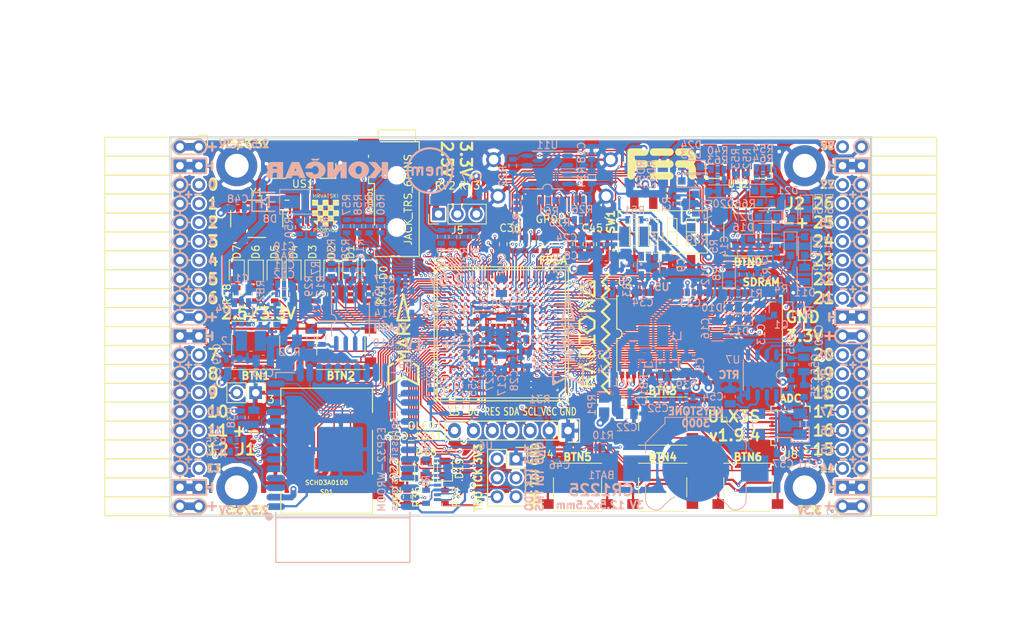
<source format=kicad_pcb>
(kicad_pcb (version 20171130) (host pcbnew 5.0.0-rc2+dfsg1-3)
  (layers (0 F.Cu signal) (1 In1.Cu signal) (2 In2.Cu signal) (31 B.Cu signal) (34 B.Paste user) (35 F.Paste user) (36 B.SilkS user) (37 F.SilkS user) (38 B.Mask user) (39 F.Mask user) (44 Edge.Cuts user))
  (net 0 "")
  (net 1 GND)
  (net 2 +5V)
  (net 3 /gpio/IN5V)
  (net 4 /gpio/OUT5V)
  (net 5 +3V3)
  (net 6 BTN_D)
  (net 7 BTN_F1)
  (net 8 BTN_F2)
  (net 9 BTN_L)
  (net 10 BTN_R)
  (net 11 BTN_U)
  (net 12 /power/FB1)
  (net 13 +2V5)
  (net 14 /power/PWREN)
  (net 15 /power/FB3)
  (net 16 /power/FB2)
  (net 17 /power/VBAT)
  (net 18 JTAG_TDI)
  (net 19 JTAG_TCK)
  (net 20 JTAG_TMS)
  (net 21 JTAG_TDO)
  (net 22 /power/WAKEUPn)
  (net 23 /power/WKUP)
  (net 24 /power/SHUT)
  (net 25 /power/WAKE)
  (net 26 /power/HOLD)
  (net 27 /power/WKn)
  (net 28 /power/OSCI_32k)
  (net 29 /power/OSCO_32k)
  (net 30 SHUTDOWN)
  (net 31 GPDI_SDA)
  (net 32 GPDI_SCL)
  (net 33 /gpdi/VREF2)
  (net 34 SD_CMD)
  (net 35 SD_CLK)
  (net 36 SD_D0)
  (net 37 SD_D1)
  (net 38 USB5V)
  (net 39 GPDI_CEC)
  (net 40 nRESET)
  (net 41 FTDI_nDTR)
  (net 42 SDRAM_CKE)
  (net 43 SDRAM_A7)
  (net 44 SDRAM_D15)
  (net 45 SDRAM_BA1)
  (net 46 SDRAM_D7)
  (net 47 SDRAM_A6)
  (net 48 SDRAM_CLK)
  (net 49 SDRAM_D13)
  (net 50 SDRAM_BA0)
  (net 51 SDRAM_D6)
  (net 52 SDRAM_A5)
  (net 53 SDRAM_D14)
  (net 54 SDRAM_A11)
  (net 55 SDRAM_D12)
  (net 56 SDRAM_D5)
  (net 57 SDRAM_A4)
  (net 58 SDRAM_A10)
  (net 59 SDRAM_D11)
  (net 60 SDRAM_A3)
  (net 61 SDRAM_D4)
  (net 62 SDRAM_D10)
  (net 63 SDRAM_D9)
  (net 64 SDRAM_A9)
  (net 65 SDRAM_D3)
  (net 66 SDRAM_D8)
  (net 67 SDRAM_A8)
  (net 68 SDRAM_A2)
  (net 69 SDRAM_A1)
  (net 70 SDRAM_A0)
  (net 71 SDRAM_D2)
  (net 72 SDRAM_D1)
  (net 73 SDRAM_D0)
  (net 74 SDRAM_DQM0)
  (net 75 SDRAM_nCS)
  (net 76 SDRAM_nRAS)
  (net 77 SDRAM_DQM1)
  (net 78 SDRAM_nCAS)
  (net 79 SDRAM_nWE)
  (net 80 /flash/FLASH_nWP)
  (net 81 /flash/FLASH_nHOLD)
  (net 82 /flash/FLASH_MOSI)
  (net 83 /flash/FLASH_MISO)
  (net 84 /flash/FLASH_SCK)
  (net 85 /flash/FLASH_nCS)
  (net 86 /flash/FPGA_PROGRAMN)
  (net 87 /flash/FPGA_DONE)
  (net 88 /flash/FPGA_INITN)
  (net 89 OLED_RES)
  (net 90 OLED_DC)
  (net 91 OLED_CS)
  (net 92 WIFI_EN)
  (net 93 FTDI_nRTS)
  (net 94 FTDI_TXD)
  (net 95 FTDI_RXD)
  (net 96 WIFI_RXD)
  (net 97 WIFI_GPIO0)
  (net 98 WIFI_TXD)
  (net 99 USB_FTDI_D+)
  (net 100 USB_FTDI_D-)
  (net 101 SD_D3)
  (net 102 AUDIO_L3)
  (net 103 AUDIO_L2)
  (net 104 AUDIO_L1)
  (net 105 AUDIO_L0)
  (net 106 AUDIO_R3)
  (net 107 AUDIO_R2)
  (net 108 AUDIO_R1)
  (net 109 AUDIO_R0)
  (net 110 OLED_CLK)
  (net 111 OLED_MOSI)
  (net 112 LED0)
  (net 113 LED1)
  (net 114 LED2)
  (net 115 LED3)
  (net 116 LED4)
  (net 117 LED5)
  (net 118 LED6)
  (net 119 LED7)
  (net 120 BTN_PWRn)
  (net 121 FTDI_nTXLED)
  (net 122 FTDI_nSLEEP)
  (net 123 /blinkey/LED_PWREN)
  (net 124 /blinkey/LED_TXLED)
  (net 125 /sdcard/SD3V3)
  (net 126 SD_D2)
  (net 127 CLK_25MHz)
  (net 128 /blinkey/BTNPUL)
  (net 129 /blinkey/BTNPUR)
  (net 130 USB_FPGA_D+)
  (net 131 /power/FTDI_nSUSPEND)
  (net 132 /blinkey/ALED0)
  (net 133 /blinkey/ALED1)
  (net 134 /blinkey/ALED2)
  (net 135 /blinkey/ALED3)
  (net 136 /blinkey/ALED4)
  (net 137 /blinkey/ALED5)
  (net 138 /blinkey/ALED6)
  (net 139 /blinkey/ALED7)
  (net 140 /usb/FTD-)
  (net 141 /usb/FTD+)
  (net 142 ADC_MISO)
  (net 143 ADC_MOSI)
  (net 144 ADC_CSn)
  (net 145 ADC_SCLK)
  (net 146 SW3)
  (net 147 SW2)
  (net 148 SW1)
  (net 149 USB_FPGA_D-)
  (net 150 /usb/FPD+)
  (net 151 /usb/FPD-)
  (net 152 WIFI_GPIO16)
  (net 153 /usb/ANT_433MHz)
  (net 154 /power/PWRBTn)
  (net 155 PROG_DONE)
  (net 156 /power/P3V3)
  (net 157 /power/P2V5)
  (net 158 /power/L1)
  (net 159 /power/L3)
  (net 160 /power/L2)
  (net 161 FTDI_TXDEN)
  (net 162 SDRAM_A12)
  (net 163 /analog/AUDIO_V)
  (net 164 AUDIO_V3)
  (net 165 AUDIO_V2)
  (net 166 AUDIO_V1)
  (net 167 AUDIO_V0)
  (net 168 /blinkey/LED_WIFI)
  (net 169 /power/P1V1)
  (net 170 +1V1)
  (net 171 SW4)
  (net 172 /blinkey/SWPU)
  (net 173 /wifi/WIFIEN)
  (net 174 FT2V5)
  (net 175 GN0)
  (net 176 GP0)
  (net 177 GN1)
  (net 178 GP1)
  (net 179 GN2)
  (net 180 GP2)
  (net 181 GN3)
  (net 182 GP3)
  (net 183 GN4)
  (net 184 GP4)
  (net 185 GN5)
  (net 186 GP5)
  (net 187 GN6)
  (net 188 GP6)
  (net 189 GN14)
  (net 190 GP14)
  (net 191 GN15)
  (net 192 GP15)
  (net 193 GN16)
  (net 194 GP16)
  (net 195 GN17)
  (net 196 GP17)
  (net 197 GN18)
  (net 198 GP18)
  (net 199 GN19)
  (net 200 GP19)
  (net 201 GN20)
  (net 202 GP20)
  (net 203 GN21)
  (net 204 GP21)
  (net 205 GN22)
  (net 206 GP22)
  (net 207 GN23)
  (net 208 GP23)
  (net 209 GN24)
  (net 210 GP24)
  (net 211 GN25)
  (net 212 GP25)
  (net 213 GN26)
  (net 214 GP26)
  (net 215 GN27)
  (net 216 GP27)
  (net 217 GN7)
  (net 218 GP7)
  (net 219 GN8)
  (net 220 GP8)
  (net 221 GN9)
  (net 222 GP9)
  (net 223 GN10)
  (net 224 GP10)
  (net 225 GN11)
  (net 226 GP11)
  (net 227 GN12)
  (net 228 GP12)
  (net 229 GN13)
  (net 230 GP13)
  (net 231 WIFI_GPIO5)
  (net 232 WIFI_GPIO17)
  (net 233 USB_FPGA_PULL_D+)
  (net 234 USB_FPGA_PULL_D-)
  (net 235 "Net-(D23-Pad2)")
  (net 236 "Net-(D24-Pad1)")
  (net 237 "Net-(D25-Pad2)")
  (net 238 "Net-(D26-Pad1)")
  (net 239 /gpdi/GPDI_ETH+)
  (net 240 FPDI_ETH+)
  (net 241 /gpdi/GPDI_ETH-)
  (net 242 FPDI_ETH-)
  (net 243 /gpdi/GPDI_D2-)
  (net 244 FPDI_D2-)
  (net 245 /gpdi/GPDI_D1-)
  (net 246 FPDI_D1-)
  (net 247 /gpdi/GPDI_D0-)
  (net 248 FPDI_D0-)
  (net 249 /gpdi/GPDI_CLK-)
  (net 250 FPDI_CLK-)
  (net 251 /gpdi/GPDI_D2+)
  (net 252 FPDI_D2+)
  (net 253 /gpdi/GPDI_D1+)
  (net 254 FPDI_D1+)
  (net 255 /gpdi/GPDI_D0+)
  (net 256 FPDI_D0+)
  (net 257 /gpdi/GPDI_CLK+)
  (net 258 FPDI_CLK+)
  (net 259 FPDI_SDA)
  (net 260 FPDI_SCL)
  (net 261 /gpdi/FPDI_CEC)
  (net 262 2V5_3V3)
  (net 263 "Net-(AUDIO1-Pad5)")
  (net 264 "Net-(AUDIO1-Pad6)")
  (net 265 "Net-(U1-PadA15)")
  (net 266 "Net-(U1-PadC9)")
  (net 267 "Net-(U1-PadD9)")
  (net 268 "Net-(U1-PadD10)")
  (net 269 "Net-(U1-PadD11)")
  (net 270 "Net-(U1-PadD12)")
  (net 271 "Net-(U1-PadE6)")
  (net 272 "Net-(U1-PadE9)")
  (net 273 "Net-(U1-PadE10)")
  (net 274 "Net-(U1-PadE11)")
  (net 275 "Net-(U1-PadJ4)")
  (net 276 "Net-(U1-PadJ5)")
  (net 277 "Net-(U1-PadK5)")
  (net 278 "Net-(U1-PadL5)")
  (net 279 "Net-(U1-PadM4)")
  (net 280 "Net-(U1-PadM5)")
  (net 281 SD_CD)
  (net 282 SD_WP)
  (net 283 "Net-(U1-PadR3)")
  (net 284 "Net-(U1-PadT16)")
  (net 285 "Net-(U1-PadW4)")
  (net 286 "Net-(U1-PadW5)")
  (net 287 "Net-(U1-PadW8)")
  (net 288 "Net-(U1-PadW9)")
  (net 289 "Net-(U1-PadW13)")
  (net 290 "Net-(U1-PadW14)")
  (net 291 "Net-(U1-PadW17)")
  (net 292 "Net-(U1-PadW18)")
  (net 293 FTDI_nRXLED)
  (net 294 "Net-(U8-Pad12)")
  (net 295 "Net-(U8-Pad25)")
  (net 296 "Net-(U9-Pad32)")
  (net 297 "Net-(U9-Pad22)")
  (net 298 "Net-(U9-Pad21)")
  (net 299 "Net-(U9-Pad20)")
  (net 300 "Net-(U9-Pad19)")
  (net 301 "Net-(U9-Pad18)")
  (net 302 "Net-(U9-Pad17)")
  (net 303 "Net-(U9-Pad12)")
  (net 304 "Net-(U9-Pad5)")
  (net 305 "Net-(U9-Pad4)")
  (net 306 "Net-(US1-Pad4)")
  (net 307 "Net-(Y2-Pad3)")
  (net 308 "Net-(Y2-Pad2)")
  (net 309 "Net-(U1-PadK16)")
  (net 310 "Net-(U1-PadK17)")
  (net 311 /usb/US2VBUS)
  (net 312 /power/SHD)
  (net 313 /power/RTCVDD)
  (net 314 "Net-(D27-Pad2)")
  (net 315 US2_ID)
  (net 316 /analog/AUDIO_L)
  (net 317 /analog/AUDIO_R)
  (module Keystone_3000_1x12mm-CoinCell:Keystone_3000_1x12mm-CoinCell (layer B.Cu) (at 164.585 105.87 90)
    (fp_text reference BAT1 (at -0.907 -12.685 180) (layer B.SilkS) (effects (justify mirror)))
    (fp_text value CR1225)
    (pad 1 smd rect (at 0 7.9 180) (size 3.7 3.5) (layers B.Cu B.Paste B.Mask) (net 17 /power/VBAT) (clearance 0.7))
    (pad 1 smd rect (at 0 -7.9 180) (size 3.7 3.5) (layers B.Cu B.Paste B.Mask) (net 17 /power/VBAT) (clearance 0.7))
    (pad 2 smd circle (at 0 0 180) (size 9 9) (layers B.Cu B.Mask) (net 1 GND))
  )
  (module SM8:SM8 (layer B.Cu) (at 144.68 65.8015 90)
    (fp_text reference U11 (at 3.3475 -0.019 -180) (layer B.SilkS) (effects (justify mirror)))
    (fp_text value PCA9306D)
    (pad 1 smd rect (at -1.905 -2.7) (size 1.55 0.6) (layers B.Cu B.Paste B.Mask) (net 1 GND))
    (pad 2 smd oval (at -0.635 -2.7) (size 1.55 0.6) (layers B.Cu B.Paste B.Mask) (net 13 +2V5))
    (pad 3 smd oval (at 0.635 -2.7) (size 1.55 0.6) (layers B.Cu B.Paste B.Mask) (net 260 FPDI_SCL))
    (pad 4 smd oval (at 1.905 -2.7) (size 1.55 0.6) (layers B.Cu B.Paste B.Mask) (net 259 FPDI_SDA))
    (pad 5 smd oval (at 1.905 2.7) (size 1.55 0.6) (layers B.Cu B.Paste B.Mask) (net 31 GPDI_SDA))
    (pad 6 smd oval (at 0.635 2.7) (size 1.55 0.6) (layers B.Cu B.Paste B.Mask) (net 32 GPDI_SCL))
    (pad 7 smd oval (at -0.635 2.7) (size 1.55 0.6) (layers B.Cu B.Paste B.Mask) (net 33 /gpdi/VREF2))
    (pad 8 smd oval (at -1.905 2.7) (size 1.55 0.6) (layers B.Cu B.Paste B.Mask) (net 5 +3V3))
  )
  (module TSOP54:TSOP54 (layer F.Cu) (at 165.093 87.8 90)
    (fp_text reference U2 (at 6.98 -9.993 180) (layer F.SilkS))
    (fp_text value MT48LC16M16A2TG)
    (pad 28 smd rect (at 5.53 10.4 90) (size 0.9 0.56) (layers F.Cu F.Paste F.Mask) (net 1 GND))
    (pad 1 smd rect (at -5.53 -10.4 90) (size 0.9 0.56) (layers F.Cu F.Paste F.Mask) (net 5 +3V3))
    (pad 2 smd rect (at -5.53 -9.6 90) (size 0.9 0.56) (layers F.Cu F.Paste F.Mask) (net 73 SDRAM_D0))
    (pad 3 smd rect (at -5.53 -8.8 90) (size 0.9 0.56) (layers F.Cu F.Paste F.Mask) (net 5 +3V3))
    (pad 4 smd rect (at -5.53 -8 90) (size 0.9 0.56) (layers F.Cu F.Paste F.Mask) (net 72 SDRAM_D1))
    (pad 5 smd rect (at -5.53 -7.2 90) (size 0.9 0.56) (layers F.Cu F.Paste F.Mask) (net 71 SDRAM_D2))
    (pad 6 smd rect (at -5.53 -6.4 90) (size 0.9 0.56) (layers F.Cu F.Paste F.Mask) (net 1 GND))
    (pad 7 smd rect (at -5.53 -5.6 90) (size 0.9 0.56) (layers F.Cu F.Paste F.Mask) (net 65 SDRAM_D3))
    (pad 8 smd rect (at -5.53 -4.8 90) (size 0.9 0.56) (layers F.Cu F.Paste F.Mask) (net 61 SDRAM_D4))
    (pad 9 smd rect (at -5.53 -4 90) (size 0.9 0.56) (layers F.Cu F.Paste F.Mask) (net 5 +3V3))
    (pad 10 smd rect (at -5.53 -3.2 90) (size 0.9 0.56) (layers F.Cu F.Paste F.Mask) (net 56 SDRAM_D5))
    (pad 11 smd rect (at -5.53 -2.4 90) (size 0.9 0.56) (layers F.Cu F.Paste F.Mask) (net 51 SDRAM_D6))
    (pad 12 smd rect (at -5.53 -1.6 90) (size 0.9 0.56) (layers F.Cu F.Paste F.Mask) (net 1 GND))
    (pad 13 smd rect (at -5.53 -0.8 90) (size 0.9 0.56) (layers F.Cu F.Paste F.Mask) (net 46 SDRAM_D7))
    (pad 14 smd rect (at -5.53 0 90) (size 0.9 0.56) (layers F.Cu F.Paste F.Mask) (net 5 +3V3))
    (pad 15 smd rect (at -5.53 0.8 90) (size 0.9 0.56) (layers F.Cu F.Paste F.Mask) (net 74 SDRAM_DQM0))
    (pad 16 smd rect (at -5.53 1.6 90) (size 0.9 0.56) (layers F.Cu F.Paste F.Mask) (net 79 SDRAM_nWE))
    (pad 17 smd rect (at -5.53 2.4 90) (size 0.9 0.56) (layers F.Cu F.Paste F.Mask) (net 78 SDRAM_nCAS))
    (pad 18 smd rect (at -5.53 3.2 90) (size 0.9 0.56) (layers F.Cu F.Paste F.Mask) (net 76 SDRAM_nRAS))
    (pad 19 smd rect (at -5.53 4 90) (size 0.9 0.56) (layers F.Cu F.Paste F.Mask) (net 75 SDRAM_nCS))
    (pad 20 smd rect (at -5.53 4.8 90) (size 0.9 0.56) (layers F.Cu F.Paste F.Mask) (net 50 SDRAM_BA0))
    (pad 21 smd rect (at -5.53 5.6 90) (size 0.9 0.56) (layers F.Cu F.Paste F.Mask) (net 45 SDRAM_BA1))
    (pad 22 smd rect (at -5.53 6.4 90) (size 0.9 0.56) (layers F.Cu F.Paste F.Mask) (net 58 SDRAM_A10))
    (pad 23 smd rect (at -5.53 7.2 90) (size 0.9 0.56) (layers F.Cu F.Paste F.Mask) (net 70 SDRAM_A0))
    (pad 24 smd rect (at -5.53 8 90) (size 0.9 0.56) (layers F.Cu F.Paste F.Mask) (net 69 SDRAM_A1))
    (pad 25 smd rect (at -5.53 8.8 90) (size 0.9 0.56) (layers F.Cu F.Paste F.Mask) (net 68 SDRAM_A2))
    (pad 26 smd rect (at -5.53 9.6 90) (size 0.9 0.56) (layers F.Cu F.Paste F.Mask) (net 60 SDRAM_A3))
    (pad 27 smd rect (at -5.53 10.4 90) (size 0.9 0.56) (layers F.Cu F.Paste F.Mask) (net 5 +3V3))
    (pad 29 smd rect (at 5.53 9.6 90) (size 0.9 0.56) (layers F.Cu F.Paste F.Mask) (net 57 SDRAM_A4))
    (pad 30 smd rect (at 5.53 8.8 90) (size 0.9 0.56) (layers F.Cu F.Paste F.Mask) (net 52 SDRAM_A5))
    (pad 31 smd rect (at 5.53 8 90) (size 0.9 0.56) (layers F.Cu F.Paste F.Mask) (net 47 SDRAM_A6))
    (pad 32 smd rect (at 5.53 7.2 90) (size 0.9 0.56) (layers F.Cu F.Paste F.Mask) (net 43 SDRAM_A7))
    (pad 33 smd rect (at 5.53 6.4 90) (size 0.9 0.56) (layers F.Cu F.Paste F.Mask) (net 67 SDRAM_A8))
    (pad 34 smd rect (at 5.53 5.6 90) (size 0.9 0.56) (layers F.Cu F.Paste F.Mask) (net 64 SDRAM_A9))
    (pad 35 smd rect (at 5.53 4.8 90) (size 0.9 0.56) (layers F.Cu F.Paste F.Mask) (net 54 SDRAM_A11))
    (pad 36 smd rect (at 5.53 4 90) (size 0.9 0.56) (layers F.Cu F.Paste F.Mask) (net 162 SDRAM_A12))
    (pad 37 smd rect (at 5.53 3.2 90) (size 0.9 0.56) (layers F.Cu F.Paste F.Mask) (net 42 SDRAM_CKE))
    (pad 38 smd rect (at 5.53 2.4 90) (size 0.9 0.56) (layers F.Cu F.Paste F.Mask) (net 48 SDRAM_CLK))
    (pad 39 smd rect (at 5.53 1.6 90) (size 0.9 0.56) (layers F.Cu F.Paste F.Mask) (net 77 SDRAM_DQM1))
    (pad 40 smd rect (at 5.53 0.8 90) (size 0.9 0.56) (layers F.Cu F.Paste F.Mask))
    (pad 41 smd rect (at 5.53 0 90) (size 0.9 0.56) (layers F.Cu F.Paste F.Mask) (net 1 GND))
    (pad 42 smd rect (at 5.53 -0.8 90) (size 0.9 0.56) (layers F.Cu F.Paste F.Mask) (net 66 SDRAM_D8))
    (pad 43 smd rect (at 5.53 -1.6 90) (size 0.9 0.56) (layers F.Cu F.Paste F.Mask) (net 5 +3V3))
    (pad 44 smd rect (at 5.53 -2.4 90) (size 0.9 0.56) (layers F.Cu F.Paste F.Mask) (net 63 SDRAM_D9))
    (pad 45 smd rect (at 5.53 -3.2 90) (size 0.9 0.56) (layers F.Cu F.Paste F.Mask) (net 62 SDRAM_D10))
    (pad 46 smd rect (at 5.53 -4 90) (size 0.9 0.56) (layers F.Cu F.Paste F.Mask) (net 1 GND))
    (pad 47 smd rect (at 5.53 -4.8 90) (size 0.9 0.56) (layers F.Cu F.Paste F.Mask) (net 59 SDRAM_D11))
    (pad 48 smd rect (at 5.53 -5.6 90) (size 0.9 0.56) (layers F.Cu F.Paste F.Mask) (net 55 SDRAM_D12))
    (pad 49 smd rect (at 5.53 -6.4 90) (size 0.9 0.56) (layers F.Cu F.Paste F.Mask) (net 5 +3V3))
    (pad 50 smd rect (at 5.53 -7.2 90) (size 0.9 0.56) (layers F.Cu F.Paste F.Mask) (net 49 SDRAM_D13))
    (pad 51 smd rect (at 5.53 -8 90) (size 0.9 0.56) (layers F.Cu F.Paste F.Mask) (net 53 SDRAM_D14))
    (pad 52 smd rect (at 5.53 -8.8 90) (size 0.9 0.56) (layers F.Cu F.Paste F.Mask) (net 1 GND))
    (pad 53 smd rect (at 5.53 -9.6 90) (size 0.9 0.56) (layers F.Cu F.Paste F.Mask) (net 44 SDRAM_D15))
    (pad 54 smd rect (at 5.53 -10.4 90) (size 0.9 0.56) (layers F.Cu F.Paste F.Mask) (net 1 GND))
  )
  (module SOA008-150mil:SOA008-150-208mil (layer B.Cu) (at 118.245 85.822 270)
    (fp_text reference U10 (at 3.175 -4.445) (layer B.SilkS) (effects (justify mirror)))
    (fp_text value IS25LP128F-JBLE)
    (pad 1 smd rect (at -3.302 1.905 270) (size 2.1 0.6) (layers B.Cu B.Paste B.Mask) (net 85 /flash/FLASH_nCS))
    (pad 2 smd oval (at -3.302 0.635 270) (size 2.1 0.6) (layers B.Cu B.Paste B.Mask) (net 83 /flash/FLASH_MISO))
    (pad 3 smd oval (at -3.302 -0.635 270) (size 2.1 0.6) (layers B.Cu B.Paste B.Mask) (net 80 /flash/FLASH_nWP))
    (pad 4 smd oval (at -3.302 -1.905 270) (size 2.1 0.6) (layers B.Cu B.Paste B.Mask) (net 1 GND))
    (pad 5 smd oval (at 3.302 -1.905 270) (size 2.1 0.6) (layers B.Cu B.Paste B.Mask) (net 82 /flash/FLASH_MOSI))
    (pad 6 smd oval (at 3.302 -0.635 270) (size 2.1 0.6) (layers B.Cu B.Paste B.Mask) (net 84 /flash/FLASH_SCK))
    (pad 7 smd oval (at 3.302 0.635 270) (size 2.1 0.6) (layers B.Cu B.Paste B.Mask) (net 81 /flash/FLASH_nHOLD))
    (pad 8 smd oval (at 3.302 1.905 270) (size 2.1 0.6) (layers B.Cu B.Paste B.Mask) (net 5 +3V3))
  )
  (module SOT96-1:SOT96-1 (layer B.Cu) (at 173.49 93.315 90)
    (fp_text reference U7 (at 2.032 -3.937 180) (layer B.SilkS) (effects (justify mirror)))
    (fp_text value PCF8523)
    (pad 1 smd rect (at -2.7 1.905 90) (size 1.55 0.6) (layers B.Cu B.Paste B.Mask) (net 28 /power/OSCI_32k))
    (pad 2 smd oval (at -2.7 0.635 90) (size 1.55 0.6) (layers B.Cu B.Paste B.Mask) (net 29 /power/OSCO_32k))
    (pad 3 smd oval (at -2.7 -0.635 90) (size 1.55 0.6) (layers B.Cu B.Paste B.Mask) (net 17 /power/VBAT))
    (pad 4 smd oval (at -2.7 -1.905 90) (size 1.55 0.6) (layers B.Cu B.Paste B.Mask) (net 1 GND))
    (pad 5 smd oval (at 2.7 -1.905 90) (size 1.55 0.6) (layers B.Cu B.Paste B.Mask) (net 259 FPDI_SDA))
    (pad 6 smd oval (at 2.7 -0.635 90) (size 1.55 0.6) (layers B.Cu B.Paste B.Mask) (net 260 FPDI_SCL))
    (pad 7 smd oval (at 2.7 0.635 90) (size 1.55 0.6) (layers B.Cu B.Paste B.Mask) (net 22 /power/WAKEUPn))
    (pad 8 smd oval (at 2.7 1.905 90) (size 1.55 0.6) (layers B.Cu B.Paste B.Mask) (net 313 /power/RTCVDD))
  )
  (module ft231x:FT231X-SSOP-20_4.4x6.5mm_Pitch0.65mm (layer B.Cu) (at 132.835 107.14 180)
    (fp_text reference U6 (at -3.556 4.318 180) (layer B.SilkS) (effects (justify mirror)))
    (fp_text value FT231XS)
    (pad 20 smd rect (at 2.9 2.925 180) (size 1 0.4) (layers B.Cu B.Paste B.Mask) (net 94 FTDI_TXD))
    (pad 19 smd rect (at 2.9 2.275 180) (size 1 0.4) (layers B.Cu B.Paste B.Mask) (net 122 FTDI_nSLEEP))
    (pad 18 smd rect (at 2.9 1.625 180) (size 1 0.4) (layers B.Cu B.Paste B.Mask) (net 161 FTDI_TXDEN))
    (pad 17 smd rect (at 2.9 0.975 180) (size 1 0.4) (layers B.Cu B.Paste B.Mask) (net 293 FTDI_nRXLED))
    (pad 16 smd rect (at 2.9 0.325 180) (size 1 0.4) (layers B.Cu B.Paste B.Mask) (net 1 GND))
    (pad 15 smd rect (at 2.9 -0.325 180) (size 1 0.4) (layers B.Cu B.Paste B.Mask) (net 38 USB5V))
    (pad 14 smd rect (at 2.9 -0.975 180) (size 1 0.4) (layers B.Cu B.Paste B.Mask) (net 40 nRESET))
    (pad 13 smd rect (at 2.9 -1.625 180) (size 1 0.4) (layers B.Cu B.Paste B.Mask) (net 174 FT2V5))
    (pad 12 smd rect (at 2.9 -2.275 180) (size 1 0.4) (layers B.Cu B.Paste B.Mask) (net 100 USB_FTDI_D-))
    (pad 11 smd rect (at 2.9 -2.925 180) (size 1 0.4) (layers B.Cu B.Paste B.Mask) (net 99 USB_FTDI_D+))
    (pad 10 smd rect (at -2.9 -2.925 180) (size 1 0.4) (layers B.Cu B.Paste B.Mask) (net 121 FTDI_nTXLED))
    (pad 9 smd rect (at -2.9 -2.275 180) (size 1 0.4) (layers B.Cu B.Paste B.Mask) (net 21 JTAG_TDO))
    (pad 8 smd rect (at -2.9 -1.625 180) (size 1 0.4) (layers B.Cu B.Paste B.Mask) (net 20 JTAG_TMS))
    (pad 7 smd rect (at -2.9 -0.975 180) (size 1 0.4) (layers B.Cu B.Paste B.Mask) (net 19 JTAG_TCK))
    (pad 6 smd rect (at -2.9 -0.325 180) (size 1 0.4) (layers B.Cu B.Paste B.Mask) (net 1 GND))
    (pad 5 smd rect (at -2.9 0.325 180) (size 1 0.4) (layers B.Cu B.Paste B.Mask) (net 18 JTAG_TDI))
    (pad 4 smd rect (at -2.9 0.975 180) (size 1 0.4) (layers B.Cu B.Paste B.Mask) (net 95 FTDI_RXD))
    (pad 3 smd rect (at -2.9 1.625 180) (size 1 0.4) (layers B.Cu B.Paste B.Mask) (net 174 FT2V5))
    (pad 2 smd rect (at -2.9 2.275 180) (size 1 0.4) (layers B.Cu B.Paste B.Mask) (net 93 FTDI_nRTS))
    (pad 1 smd rect (at -2.9 2.925 180) (size 1 0.4) (layers B.Cu B.Paste B.Mask) (net 41 FTDI_nDTR))
  )
  (module TSOT-25:TSOT-25 (layer B.Cu) (at 158.235 78.692)
    (fp_text reference U5 (at 1.793 2.812) (layer B.SilkS) (effects (font (thickness 0.2)) (justify mirror)))
    (fp_text value TLV62569DBV)
    (pad 1 smd rect (at -0.95 -1.3) (size 0.7 1.2) (layers B.Cu B.Paste B.Mask) (net 14 /power/PWREN))
    (pad 2 smd rect (at 0 -1.3) (size 0.7 1.2) (layers B.Cu B.Paste B.Mask) (net 1 GND))
    (pad 3 smd rect (at 0.95 -1.3) (size 0.7 1.2) (layers B.Cu B.Paste B.Mask) (net 159 /power/L3))
    (pad 4 smd rect (at 0.95 1.3) (size 0.7 1.2) (layers B.Cu B.Paste B.Mask) (net 2 +5V))
    (pad 5 smd rect (at -0.95 1.3) (size 0.7 1.2) (layers B.Cu B.Paste B.Mask) (net 15 /power/FB3))
  )
  (module TSOT-25:TSOT-25 (layer B.Cu) (at 160.775 91.9)
    (fp_text reference U3 (at -0.295 2.9) (layer B.SilkS) (effects (font (thickness 0.2)) (justify mirror)))
    (fp_text value TLV62569DBV)
    (pad 1 smd rect (at -0.95 -1.3) (size 0.7 1.2) (layers B.Cu B.Paste B.Mask) (net 14 /power/PWREN))
    (pad 2 smd rect (at 0 -1.3) (size 0.7 1.2) (layers B.Cu B.Paste B.Mask) (net 1 GND))
    (pad 3 smd rect (at 0.95 -1.3) (size 0.7 1.2) (layers B.Cu B.Paste B.Mask) (net 158 /power/L1))
    (pad 4 smd rect (at 0.95 1.3) (size 0.7 1.2) (layers B.Cu B.Paste B.Mask) (net 2 +5V))
    (pad 5 smd rect (at -0.95 1.3) (size 0.7 1.2) (layers B.Cu B.Paste B.Mask) (net 12 /power/FB1))
  )
  (module TSOT-25:TSOT-25 (layer B.Cu) (at 103.625 84.915 180)
    (fp_text reference U4 (at 2.525 0.4265 180) (layer B.SilkS) (effects (font (thickness 0.2)) (justify mirror)))
    (fp_text value TLV62569DBV)
    (pad 1 smd rect (at -0.95 -1.3 180) (size 0.7 1.2) (layers B.Cu B.Paste B.Mask) (net 14 /power/PWREN))
    (pad 2 smd rect (at 0 -1.3 180) (size 0.7 1.2) (layers B.Cu B.Paste B.Mask) (net 1 GND))
    (pad 3 smd rect (at 0.95 -1.3 180) (size 0.7 1.2) (layers B.Cu B.Paste B.Mask) (net 160 /power/L2))
    (pad 4 smd rect (at 0.95 1.3 180) (size 0.7 1.2) (layers B.Cu B.Paste B.Mask) (net 2 +5V))
    (pad 5 smd rect (at -0.95 1.3 180) (size 0.7 1.2) (layers B.Cu B.Paste B.Mask) (net 16 /power/FB2))
  )
  (module ESP32:ESP32-WROOM (layer B.Cu) (at 117.23 105.75 180)
    (fp_text reference U9 (at -8.366 13.85 180) (layer B.SilkS) (effects (justify mirror)))
    (fp_text value ESP-WROOM32)
    (fp_text user "Espressif Systems" (at -6.858 0.889 90) (layer B.SilkS) (effects (justify mirror)))
    (fp_text user ESP32-WROOM (at -5.207 -0.254 90) (layer B.SilkS) (effects (justify mirror)))
    (pad 38 smd oval (at -9 -5.25 180) (size 2.5 0.9) (layers B.Cu B.Paste B.Mask) (net 1 GND))
    (pad 37 smd oval (at -9 -3.98 180) (size 2.5 0.9) (layers B.Cu B.Paste B.Mask) (net 18 JTAG_TDI))
    (pad 36 smd oval (at -9 -2.71 180) (size 2.5 0.9) (layers B.Cu B.Paste B.Mask) (net 155 PROG_DONE))
    (pad 35 smd oval (at -9 -1.44 180) (size 2.5 0.9) (layers B.Cu B.Paste B.Mask) (net 98 WIFI_TXD))
    (pad 34 smd oval (at -9 -0.17 180) (size 2.5 0.9) (layers B.Cu B.Paste B.Mask) (net 96 WIFI_RXD))
    (pad 33 smd oval (at -9 1.1 180) (size 2.5 0.9) (layers B.Cu B.Paste B.Mask) (net 20 JTAG_TMS))
    (pad 32 smd oval (at -9 2.37 180) (size 2.5 0.9) (layers B.Cu B.Paste B.Mask) (net 296 "Net-(U9-Pad32)"))
    (pad 31 smd oval (at -9 3.64 180) (size 2.5 0.9) (layers B.Cu B.Paste B.Mask) (net 21 JTAG_TDO))
    (pad 30 smd oval (at -9 4.91 180) (size 2.5 0.9) (layers B.Cu B.Paste B.Mask) (net 19 JTAG_TCK))
    (pad 29 smd oval (at -9 6.18 180) (size 2.5 0.9) (layers B.Cu B.Paste B.Mask) (net 231 WIFI_GPIO5))
    (pad 28 smd oval (at -9 7.45 180) (size 2.5 0.9) (layers B.Cu B.Paste B.Mask) (net 232 WIFI_GPIO17))
    (pad 27 smd oval (at -9 8.72 180) (size 2.5 0.9) (layers B.Cu B.Paste B.Mask) (net 152 WIFI_GPIO16))
    (pad 26 smd oval (at -9 9.99 180) (size 2.5 0.9) (layers B.Cu B.Paste B.Mask) (net 37 SD_D1))
    (pad 25 smd oval (at -9 11.26 180) (size 2.5 0.9) (layers B.Cu B.Paste B.Mask) (net 97 WIFI_GPIO0))
    (pad 24 smd oval (at -5.715 12.75 180) (size 0.9 2.5) (layers B.Cu B.Paste B.Mask) (net 36 SD_D0))
    (pad 23 smd oval (at -4.445 12.75 180) (size 0.9 2.5) (layers B.Cu B.Paste B.Mask) (net 34 SD_CMD))
    (pad 22 smd oval (at -3.175 12.75 180) (size 0.9 2.5) (layers B.Cu B.Paste B.Mask) (net 297 "Net-(U9-Pad22)"))
    (pad 21 smd oval (at -1.905 12.75 180) (size 0.9 2.5) (layers B.Cu B.Paste B.Mask) (net 298 "Net-(U9-Pad21)"))
    (pad 20 smd oval (at -0.635 12.75 180) (size 0.9 2.5) (layers B.Cu B.Paste B.Mask) (net 299 "Net-(U9-Pad20)"))
    (pad 19 smd oval (at 0.635 12.75 180) (size 0.9 2.5) (layers B.Cu B.Paste B.Mask) (net 300 "Net-(U9-Pad19)"))
    (pad 18 smd oval (at 1.905 12.75 180) (size 0.9 2.5) (layers B.Cu B.Paste B.Mask) (net 301 "Net-(U9-Pad18)"))
    (pad 17 smd oval (at 3.175 12.75 180) (size 0.9 2.5) (layers B.Cu B.Paste B.Mask) (net 302 "Net-(U9-Pad17)"))
    (pad 16 smd oval (at 4.445 12.75 180) (size 0.9 2.5) (layers B.Cu B.Paste B.Mask) (net 101 SD_D3))
    (pad 15 smd oval (at 5.715 12.75 180) (size 0.9 2.5) (layers B.Cu B.Paste B.Mask) (net 1 GND))
    (pad 14 smd oval (at 9 11.26 180) (size 2.5 0.9) (layers B.Cu B.Paste B.Mask) (net 126 SD_D2))
    (pad 13 smd oval (at 9 9.99 180) (size 2.5 0.9) (layers B.Cu B.Paste B.Mask) (net 35 SD_CLK))
    (pad 12 smd oval (at 9 8.72 180) (size 2.5 0.9) (layers B.Cu B.Paste B.Mask) (net 303 "Net-(U9-Pad12)"))
    (pad 11 smd oval (at 9 7.45 180) (size 2.5 0.9) (layers B.Cu B.Paste B.Mask) (net 225 GN11))
    (pad 10 smd oval (at 9 6.18 180) (size 2.5 0.9) (layers B.Cu B.Paste B.Mask) (net 226 GP11))
    (pad 9 smd oval (at 9 4.91 180) (size 2.5 0.9) (layers B.Cu B.Paste B.Mask) (net 227 GN12))
    (pad 8 smd oval (at 9 3.64 180) (size 2.5 0.9) (layers B.Cu B.Paste B.Mask) (net 228 GP12))
    (pad 7 smd oval (at 9 2.37 180) (size 2.5 0.9) (layers B.Cu B.Paste B.Mask) (net 229 GN13))
    (pad 6 smd oval (at 9 1.1 180) (size 2.5 0.9) (layers B.Cu B.Paste B.Mask) (net 230 GP13))
    (pad 5 smd oval (at 9 -0.17 180) (size 2.5 0.9) (layers B.Cu B.Paste B.Mask) (net 304 "Net-(U9-Pad5)"))
    (pad 4 smd oval (at 9 -1.44 180) (size 2.5 0.9) (layers B.Cu B.Paste B.Mask) (net 305 "Net-(U9-Pad4)"))
    (pad 3 smd oval (at 9 -2.71 180) (size 2.5 0.9) (layers B.Cu B.Paste B.Mask) (net 173 /wifi/WIFIEN))
    (pad 2 smd oval (at 9 -3.98 180) (size 2.5 0.9) (layers B.Cu B.Paste B.Mask) (net 5 +3V3))
    (pad 1 smd oval (at 9 -5.25 180) (size 2.5 0.9) (layers B.Cu B.Paste B.Mask) (net 1 GND))
    (pad 39 smd rect (at 0.3 2.45 180) (size 6 6) (layers B.Cu B.Paste B.Mask) (net 1 GND))
  )
  (module inem:inem (layer B.Cu) (at 128.913 65.883)
    (fp_text reference REF** hide)
    (fp_text value inem hide)
    (fp_text user inem (at 0 -0.1) (layer B.SilkS) (effects (font (size 1.5 1.5) (thickness 0.3)) (justify mirror)))
  )
  (module fer:fer4mm6 (layer F.Cu) (at 159.901 64.994)
    (fp_text reference fer hide)
    (fp_text value fer hide)
  )
  (module Socket_Strips:Socket_Strip_Angled_2x20 (layer F.Cu) (at 97.91 62.69 270)
    (fp_text reference J1 (at 40.64 -6.35) (layer F.SilkS) (effects (font (size 1.5 1.5) (thickness 0.3))))
    (fp_text value CONN_02X20 hide)
    (pad 1 thru_hole oval (at 0 0 270) (size 1.7272 1.7272) (drill 1.016) (layers *.Cu *.Mask) (net 262 2V5_3V3))
    (pad 2 thru_hole oval (at 0 2.54 270) (size 1.7272 1.7272) (drill 1.016) (layers *.Cu *.Mask) (net 262 2V5_3V3))
    (pad 3 thru_hole rect (at 2.54 0 270) (size 1.7272 1.7272) (drill 1.016) (layers *.Cu *.Mask) (net 1 GND))
    (pad 4 thru_hole rect (at 2.54 2.54 270) (size 1.7272 1.7272) (drill 1.016) (layers *.Cu *.Mask) (net 1 GND))
    (pad 5 thru_hole oval (at 5.08 0 270) (size 1.7272 1.7272) (drill 1.016) (layers *.Cu *.Mask) (net 175 GN0))
    (pad 6 thru_hole oval (at 5.08 2.54 270) (size 1.7272 1.7272) (drill 1.016) (layers *.Cu *.Mask) (net 176 GP0))
    (pad 7 thru_hole oval (at 7.62 0 270) (size 1.7272 1.7272) (drill 1.016) (layers *.Cu *.Mask) (net 177 GN1))
    (pad 8 thru_hole oval (at 7.62 2.54 270) (size 1.7272 1.7272) (drill 1.016) (layers *.Cu *.Mask) (net 178 GP1))
    (pad 9 thru_hole oval (at 10.16 0 270) (size 1.7272 1.7272) (drill 1.016) (layers *.Cu *.Mask) (net 179 GN2))
    (pad 10 thru_hole oval (at 10.16 2.54 270) (size 1.7272 1.7272) (drill 1.016) (layers *.Cu *.Mask) (net 180 GP2))
    (pad 11 thru_hole oval (at 12.7 0 270) (size 1.7272 1.7272) (drill 1.016) (layers *.Cu *.Mask) (net 181 GN3))
    (pad 12 thru_hole oval (at 12.7 2.54 270) (size 1.7272 1.7272) (drill 1.016) (layers *.Cu *.Mask) (net 182 GP3))
    (pad 13 thru_hole oval (at 15.24 0 270) (size 1.7272 1.7272) (drill 1.016) (layers *.Cu *.Mask) (net 183 GN4))
    (pad 14 thru_hole oval (at 15.24 2.54 270) (size 1.7272 1.7272) (drill 1.016) (layers *.Cu *.Mask) (net 184 GP4))
    (pad 15 thru_hole oval (at 17.78 0 270) (size 1.7272 1.7272) (drill 1.016) (layers *.Cu *.Mask) (net 185 GN5))
    (pad 16 thru_hole oval (at 17.78 2.54 270) (size 1.7272 1.7272) (drill 1.016) (layers *.Cu *.Mask) (net 186 GP5))
    (pad 17 thru_hole oval (at 20.32 0 270) (size 1.7272 1.7272) (drill 1.016) (layers *.Cu *.Mask) (net 187 GN6))
    (pad 18 thru_hole oval (at 20.32 2.54 270) (size 1.7272 1.7272) (drill 1.016) (layers *.Cu *.Mask) (net 188 GP6))
    (pad 19 thru_hole oval (at 22.86 0 270) (size 1.7272 1.7272) (drill 1.016) (layers *.Cu *.Mask) (net 262 2V5_3V3))
    (pad 20 thru_hole oval (at 22.86 2.54 270) (size 1.7272 1.7272) (drill 1.016) (layers *.Cu *.Mask) (net 262 2V5_3V3))
    (pad 21 thru_hole rect (at 25.4 0 270) (size 1.7272 1.7272) (drill 1.016) (layers *.Cu *.Mask) (net 1 GND))
    (pad 22 thru_hole rect (at 25.4 2.54 270) (size 1.7272 1.7272) (drill 1.016) (layers *.Cu *.Mask) (net 1 GND))
    (pad 23 thru_hole oval (at 27.94 0 270) (size 1.7272 1.7272) (drill 1.016) (layers *.Cu *.Mask) (net 217 GN7))
    (pad 24 thru_hole oval (at 27.94 2.54 270) (size 1.7272 1.7272) (drill 1.016) (layers *.Cu *.Mask) (net 218 GP7))
    (pad 25 thru_hole oval (at 30.48 0 270) (size 1.7272 1.7272) (drill 1.016) (layers *.Cu *.Mask) (net 219 GN8))
    (pad 26 thru_hole oval (at 30.48 2.54 270) (size 1.7272 1.7272) (drill 1.016) (layers *.Cu *.Mask) (net 220 GP8))
    (pad 27 thru_hole oval (at 33.02 0 270) (size 1.7272 1.7272) (drill 1.016) (layers *.Cu *.Mask) (net 221 GN9))
    (pad 28 thru_hole oval (at 33.02 2.54 270) (size 1.7272 1.7272) (drill 1.016) (layers *.Cu *.Mask) (net 222 GP9))
    (pad 29 thru_hole oval (at 35.56 0 270) (size 1.7272 1.7272) (drill 1.016) (layers *.Cu *.Mask) (net 223 GN10))
    (pad 30 thru_hole oval (at 35.56 2.54 270) (size 1.7272 1.7272) (drill 1.016) (layers *.Cu *.Mask) (net 224 GP10))
    (pad 31 thru_hole oval (at 38.1 0 270) (size 1.7272 1.7272) (drill 1.016) (layers *.Cu *.Mask) (net 225 GN11))
    (pad 32 thru_hole oval (at 38.1 2.54 270) (size 1.7272 1.7272) (drill 1.016) (layers *.Cu *.Mask) (net 226 GP11))
    (pad 33 thru_hole oval (at 40.64 0 270) (size 1.7272 1.7272) (drill 1.016) (layers *.Cu *.Mask) (net 227 GN12))
    (pad 34 thru_hole oval (at 40.64 2.54 270) (size 1.7272 1.7272) (drill 1.016) (layers *.Cu *.Mask) (net 228 GP12))
    (pad 35 thru_hole oval (at 43.18 0 270) (size 1.7272 1.7272) (drill 1.016) (layers *.Cu *.Mask) (net 229 GN13))
    (pad 36 thru_hole oval (at 43.18 2.54 270) (size 1.7272 1.7272) (drill 1.016) (layers *.Cu *.Mask) (net 230 GP13))
    (pad 37 thru_hole rect (at 45.72 0 270) (size 1.7272 1.7272) (drill 1.016) (layers *.Cu *.Mask) (net 1 GND))
    (pad 38 thru_hole rect (at 45.72 2.54 270) (size 1.7272 1.7272) (drill 1.016) (layers *.Cu *.Mask) (net 1 GND))
    (pad 39 thru_hole oval (at 48.26 0 270) (size 1.7272 1.7272) (drill 1.016) (layers *.Cu *.Mask) (net 262 2V5_3V3))
    (pad 40 thru_hole oval (at 48.26 2.54 270) (size 1.7272 1.7272) (drill 1.016) (layers *.Cu *.Mask) (net 262 2V5_3V3))
  )
  (module Socket_Strips:Socket_Strip_Angled_2x20 (layer F.Cu) (at 184.27 110.95 90)
    (fp_text reference J2 (at 40.64 -6.35 180) (layer F.SilkS) (effects (font (size 1.5 1.5) (thickness 0.3))))
    (fp_text value CONN_02X20 hide)
    (pad 1 thru_hole oval (at 0 0 90) (size 1.7272 1.7272) (drill 1.016) (layers *.Cu *.Mask) (net 5 +3V3))
    (pad 2 thru_hole oval (at 0 2.54 90) (size 1.7272 1.7272) (drill 1.016) (layers *.Cu *.Mask) (net 5 +3V3))
    (pad 3 thru_hole rect (at 2.54 0 90) (size 1.7272 1.7272) (drill 1.016) (layers *.Cu *.Mask) (net 1 GND))
    (pad 4 thru_hole rect (at 2.54 2.54 90) (size 1.7272 1.7272) (drill 1.016) (layers *.Cu *.Mask) (net 1 GND))
    (pad 5 thru_hole oval (at 5.08 0 90) (size 1.7272 1.7272) (drill 1.016) (layers *.Cu *.Mask) (net 189 GN14))
    (pad 6 thru_hole oval (at 5.08 2.54 90) (size 1.7272 1.7272) (drill 1.016) (layers *.Cu *.Mask) (net 190 GP14))
    (pad 7 thru_hole oval (at 7.62 0 90) (size 1.7272 1.7272) (drill 1.016) (layers *.Cu *.Mask) (net 191 GN15))
    (pad 8 thru_hole oval (at 7.62 2.54 90) (size 1.7272 1.7272) (drill 1.016) (layers *.Cu *.Mask) (net 192 GP15))
    (pad 9 thru_hole oval (at 10.16 0 90) (size 1.7272 1.7272) (drill 1.016) (layers *.Cu *.Mask) (net 193 GN16))
    (pad 10 thru_hole oval (at 10.16 2.54 90) (size 1.7272 1.7272) (drill 1.016) (layers *.Cu *.Mask) (net 194 GP16))
    (pad 11 thru_hole oval (at 12.7 0 90) (size 1.7272 1.7272) (drill 1.016) (layers *.Cu *.Mask) (net 195 GN17))
    (pad 12 thru_hole oval (at 12.7 2.54 90) (size 1.7272 1.7272) (drill 1.016) (layers *.Cu *.Mask) (net 196 GP17))
    (pad 13 thru_hole oval (at 15.24 0 90) (size 1.7272 1.7272) (drill 1.016) (layers *.Cu *.Mask) (net 197 GN18))
    (pad 14 thru_hole oval (at 15.24 2.54 90) (size 1.7272 1.7272) (drill 1.016) (layers *.Cu *.Mask) (net 198 GP18))
    (pad 15 thru_hole oval (at 17.78 0 90) (size 1.7272 1.7272) (drill 1.016) (layers *.Cu *.Mask) (net 199 GN19))
    (pad 16 thru_hole oval (at 17.78 2.54 90) (size 1.7272 1.7272) (drill 1.016) (layers *.Cu *.Mask) (net 200 GP19))
    (pad 17 thru_hole oval (at 20.32 0 90) (size 1.7272 1.7272) (drill 1.016) (layers *.Cu *.Mask) (net 201 GN20))
    (pad 18 thru_hole oval (at 20.32 2.54 90) (size 1.7272 1.7272) (drill 1.016) (layers *.Cu *.Mask) (net 202 GP20))
    (pad 19 thru_hole oval (at 22.86 0 90) (size 1.7272 1.7272) (drill 1.016) (layers *.Cu *.Mask) (net 5 +3V3))
    (pad 20 thru_hole oval (at 22.86 2.54 90) (size 1.7272 1.7272) (drill 1.016) (layers *.Cu *.Mask) (net 5 +3V3))
    (pad 21 thru_hole rect (at 25.4 0 90) (size 1.7272 1.7272) (drill 1.016) (layers *.Cu *.Mask) (net 1 GND))
    (pad 22 thru_hole rect (at 25.4 2.54 90) (size 1.7272 1.7272) (drill 1.016) (layers *.Cu *.Mask) (net 1 GND))
    (pad 23 thru_hole oval (at 27.94 0 90) (size 1.7272 1.7272) (drill 1.016) (layers *.Cu *.Mask) (net 203 GN21))
    (pad 24 thru_hole oval (at 27.94 2.54 90) (size 1.7272 1.7272) (drill 1.016) (layers *.Cu *.Mask) (net 204 GP21))
    (pad 25 thru_hole oval (at 30.48 0 90) (size 1.7272 1.7272) (drill 1.016) (layers *.Cu *.Mask) (net 205 GN22))
    (pad 26 thru_hole oval (at 30.48 2.54 90) (size 1.7272 1.7272) (drill 1.016) (layers *.Cu *.Mask) (net 206 GP22))
    (pad 27 thru_hole oval (at 33.02 0 90) (size 1.7272 1.7272) (drill 1.016) (layers *.Cu *.Mask) (net 207 GN23))
    (pad 28 thru_hole oval (at 33.02 2.54 90) (size 1.7272 1.7272) (drill 1.016) (layers *.Cu *.Mask) (net 208 GP23))
    (pad 29 thru_hole oval (at 35.56 0 90) (size 1.7272 1.7272) (drill 1.016) (layers *.Cu *.Mask) (net 209 GN24))
    (pad 30 thru_hole oval (at 35.56 2.54 90) (size 1.7272 1.7272) (drill 1.016) (layers *.Cu *.Mask) (net 210 GP24))
    (pad 31 thru_hole oval (at 38.1 0 90) (size 1.7272 1.7272) (drill 1.016) (layers *.Cu *.Mask) (net 211 GN25))
    (pad 32 thru_hole oval (at 38.1 2.54 90) (size 1.7272 1.7272) (drill 1.016) (layers *.Cu *.Mask) (net 212 GP25))
    (pad 33 thru_hole oval (at 40.64 0 90) (size 1.7272 1.7272) (drill 1.016) (layers *.Cu *.Mask) (net 213 GN26))
    (pad 34 thru_hole oval (at 40.64 2.54 90) (size 1.7272 1.7272) (drill 1.016) (layers *.Cu *.Mask) (net 214 GP26))
    (pad 35 thru_hole oval (at 43.18 0 90) (size 1.7272 1.7272) (drill 1.016) (layers *.Cu *.Mask) (net 215 GN27))
    (pad 36 thru_hole oval (at 43.18 2.54 90) (size 1.7272 1.7272) (drill 1.016) (layers *.Cu *.Mask) (net 216 GP27))
    (pad 37 thru_hole rect (at 45.72 0 90) (size 1.7272 1.7272) (drill 1.016) (layers *.Cu *.Mask) (net 1 GND))
    (pad 38 thru_hole rect (at 45.72 2.54 90) (size 1.7272 1.7272) (drill 1.016) (layers *.Cu *.Mask) (net 1 GND))
    (pad 39 thru_hole oval (at 48.26 0 90) (size 1.7272 1.7272) (drill 1.016) (layers *.Cu *.Mask) (net 3 /gpio/IN5V))
    (pad 40 thru_hole oval (at 48.26 2.54 90) (size 1.7272 1.7272) (drill 1.016) (layers *.Cu *.Mask) (net 4 /gpio/OUT5V))
  )
  (module Mounting_Holes:MountingHole_3.2mm_M3_ISO14580_Pad (layer F.Cu) (at 102.99 108.41)
    (fp_text reference H1 hide)
    (fp_text value HOLE hide)
    (pad 1 thru_hole circle (at 0 0) (size 5.5 5.5) (drill 3.2) (layers *.Cu *.Mask) (net 1 GND))
  )
  (module Mounting_Holes:MountingHole_3.2mm_M3_ISO14580_Pad (layer F.Cu) (at 179.19 108.41)
    (fp_text reference H2 hide)
    (fp_text value HOLE hide)
    (pad 1 thru_hole circle (at 0 0) (size 5.5 5.5) (drill 3.2) (layers *.Cu *.Mask) (net 1 GND))
  )
  (module Mounting_Holes:MountingHole_3.2mm_M3_ISO14580_Pad (layer F.Cu) (at 179.19 65.23)
    (fp_text reference H3 hide)
    (fp_text value HOLE hide)
    (pad 1 thru_hole circle (at 0 0) (size 5.5 5.5) (drill 3.2) (layers *.Cu *.Mask) (net 1 GND))
  )
  (module Mounting_Holes:MountingHole_3.2mm_M3_ISO14580_Pad (layer F.Cu) (at 102.99 65.23)
    (fp_text reference H4 hide)
    (fp_text value HOLE hide)
    (pad 1 thru_hole circle (at 0 0) (size 5.5 5.5) (drill 3.2) (layers *.Cu *.Mask) (net 1 GND))
  )
  (module Socket_Strips:Socket_Strip_Straight_2x03 (layer F.Cu) (at 140.455 104.6 270)
    (fp_text reference J4 (at -0.617 -4.206) (layer F.SilkS))
    (fp_text value CONN_02X03 hide)
    (pad 1 thru_hole rect (at 0 0 270) (size 1.7272 1.7272) (drill 1.016) (layers *.Cu *.Mask) (net 1 GND))
    (pad 2 thru_hole oval (at 0 2.54 270) (size 1.7272 1.7272) (drill 1.016) (layers *.Cu *.Mask) (net 5 +3V3))
    (pad 3 thru_hole oval (at 2.54 0 270) (size 1.7272 1.7272) (drill 1.016) (layers *.Cu *.Mask) (net 18 JTAG_TDI))
    (pad 4 thru_hole oval (at 2.54 2.54 270) (size 1.7272 1.7272) (drill 1.016) (layers *.Cu *.Mask) (net 19 JTAG_TCK))
    (pad 5 thru_hole oval (at 5.08 0 270) (size 1.7272 1.7272) (drill 1.016) (layers *.Cu *.Mask) (net 20 JTAG_TMS))
    (pad 6 thru_hole oval (at 5.08 2.54 270) (size 1.7272 1.7272) (drill 1.016) (layers *.Cu *.Mask) (net 21 JTAG_TDO))
  )
  (module Housings_DFN_QFN:QFN-28-1EP_5x5mm_Pitch0.5mm (layer F.Cu) (at 177.285 100.155 180)
    (fp_text reference U8 (at 0 -3.875 180) (layer F.SilkS))
    (fp_text value MAX11125)
    (pad 1 smd oval (at -2.45 -1.5 180) (size 0.85 0.3) (layers F.Cu F.Paste F.Mask) (net 192 GP15))
    (pad 2 smd oval (at -2.45 -1 180) (size 0.85 0.3) (layers F.Cu F.Paste F.Mask) (net 193 GN16))
    (pad 3 smd oval (at -2.45 -0.5 180) (size 0.85 0.3) (layers F.Cu F.Paste F.Mask) (net 194 GP16))
    (pad 4 smd oval (at -2.45 0 180) (size 0.85 0.3) (layers F.Cu F.Paste F.Mask) (net 195 GN17))
    (pad 5 smd oval (at -2.45 0.5 180) (size 0.85 0.3) (layers F.Cu F.Paste F.Mask) (net 196 GP17))
    (pad 6 smd oval (at -2.45 1 180) (size 0.85 0.3) (layers F.Cu F.Paste F.Mask) (net 1 GND))
    (pad 7 smd oval (at -2.45 1.5 180) (size 0.85 0.3) (layers F.Cu F.Paste F.Mask) (net 1 GND))
    (pad 8 smd oval (at -1.5 2.45 270) (size 0.85 0.3) (layers F.Cu F.Paste F.Mask) (net 1 GND))
    (pad 9 smd oval (at -1 2.45 270) (size 0.85 0.3) (layers F.Cu F.Paste F.Mask) (net 1 GND))
    (pad 10 smd oval (at -0.5 2.45 270) (size 0.85 0.3) (layers F.Cu F.Paste F.Mask) (net 1 GND))
    (pad 11 smd oval (at 0 2.45 270) (size 0.85 0.3) (layers F.Cu F.Paste F.Mask) (net 1 GND))
    (pad 12 smd oval (at 0.5 2.45 270) (size 0.85 0.3) (layers F.Cu F.Paste F.Mask) (net 294 "Net-(U8-Pad12)"))
    (pad 13 smd oval (at 1 2.45 270) (size 0.85 0.3) (layers F.Cu F.Paste F.Mask) (net 1 GND))
    (pad 14 smd oval (at 1.5 2.45 270) (size 0.85 0.3) (layers F.Cu F.Paste F.Mask) (net 1 GND))
    (pad 15 smd oval (at 2.45 1.5 180) (size 0.85 0.3) (layers F.Cu F.Paste F.Mask) (net 5 +3V3))
    (pad 16 smd oval (at 2.45 1 180) (size 0.85 0.3) (layers F.Cu F.Paste F.Mask) (net 1 GND))
    (pad 17 smd oval (at 2.45 0.5 180) (size 0.85 0.3) (layers F.Cu F.Paste F.Mask) (net 5 +3V3))
    (pad 18 smd oval (at 2.45 0 180) (size 0.85 0.3) (layers F.Cu F.Paste F.Mask) (net 5 +3V3))
    (pad 19 smd oval (at 2.45 -0.5 180) (size 0.85 0.3) (layers F.Cu F.Paste F.Mask) (net 145 ADC_SCLK))
    (pad 20 smd oval (at 2.45 -1 180) (size 0.85 0.3) (layers F.Cu F.Paste F.Mask) (net 144 ADC_CSn))
    (pad 21 smd oval (at 2.45 -1.5 180) (size 0.85 0.3) (layers F.Cu F.Paste F.Mask) (net 143 ADC_MOSI))
    (pad 22 smd oval (at 1.5 -2.45 270) (size 0.85 0.3) (layers F.Cu F.Paste F.Mask) (net 1 GND))
    (pad 23 smd oval (at 1 -2.45 270) (size 0.85 0.3) (layers F.Cu F.Paste F.Mask) (net 5 +3V3))
    (pad 24 smd oval (at 0.5 -2.45 270) (size 0.85 0.3) (layers F.Cu F.Paste F.Mask) (net 142 ADC_MISO))
    (pad 25 smd oval (at 0 -2.45 270) (size 0.85 0.3) (layers F.Cu F.Paste F.Mask) (net 295 "Net-(U8-Pad25)"))
    (pad 26 smd oval (at -0.5 -2.45 270) (size 0.85 0.3) (layers F.Cu F.Paste F.Mask) (net 189 GN14))
    (pad 27 smd oval (at -1 -2.45 270) (size 0.85 0.3) (layers F.Cu F.Paste F.Mask) (net 190 GP14))
    (pad 28 smd oval (at -1.5 -2.45 270) (size 0.85 0.3) (layers F.Cu F.Paste F.Mask) (net 191 GN15))
    (pad 29 smd rect (at 0.8375 0.8375 180) (size 1.675 1.675) (layers F.Cu F.Paste F.Mask) (net 1 GND))
    (pad 29 smd rect (at 0.8375 -0.8375 180) (size 1.675 1.675) (layers F.Cu F.Paste F.Mask) (net 1 GND))
    (pad 29 smd rect (at -0.8375 0.8375 180) (size 1.675 1.675) (layers F.Cu F.Paste F.Mask) (net 1 GND))
    (pad 29 smd rect (at -0.8375 -0.8375 180) (size 1.675 1.675) (layers F.Cu F.Paste F.Mask) (net 1 GND))
  )
  (module oled:oled_13xx (layer F.Cu) (at 139.82 100.79 180)
    (fp_text reference OLED1 (at 11.557 0.635 180) (layer F.SilkS))
    (fp_text value SSD_1331 (at 12.954 -0.762 180) (layer F.SilkS))
    (fp_text user CS (at 7.62 2.54 180) (layer F.SilkS) (effects (font (size 1 0.75))))
    (fp_text user DC (at 5.08 2.54 180) (layer F.SilkS) (effects (font (size 1 0.75))))
    (fp_text user RES (at 2.54 2.54 180) (layer F.SilkS) (effects (font (size 1 0.75))))
    (fp_text user SDA (at 0 2.54 180) (layer F.SilkS) (effects (font (size 1 0.75))))
    (fp_text user SCL (at -2.54 2.54 180) (layer F.SilkS) (effects (font (size 1 0.75))))
    (fp_text user VCC (at -5.08 2.54 180) (layer F.SilkS) (effects (font (size 1 0.75))))
    (fp_text user GND (at -7.62 2.54 180) (layer F.SilkS) (effects (font (size 1 0.75))))
    (pad 1 thru_hole rect (at -7.62 0 180) (size 1.7272 2.032) (drill 1.016) (layers *.Cu *.Mask) (net 1 GND))
    (pad 2 thru_hole oval (at -5.08 0 180) (size 1.7272 2.032) (drill 1.016) (layers *.Cu *.Mask) (net 5 +3V3))
    (pad 3 thru_hole oval (at -2.54 0 180) (size 1.7272 2.032) (drill 1.016) (layers *.Cu *.Mask) (net 110 OLED_CLK))
    (pad 4 thru_hole oval (at 0 0 180) (size 1.7272 2.032) (drill 1.016) (layers *.Cu *.Mask) (net 111 OLED_MOSI))
    (pad 5 thru_hole oval (at 2.54 0 180) (size 1.7272 2.032) (drill 1.016) (layers *.Cu *.Mask) (net 89 OLED_RES))
    (pad 6 thru_hole oval (at 5.08 0 180) (size 1.7272 2.032) (drill 1.016) (layers *.Cu *.Mask) (net 90 OLED_DC))
    (pad 7 thru_hole oval (at 7.62 0 180) (size 1.7272 2.032) (drill 1.016) (layers *.Cu *.Mask) (net 91 OLED_CS))
  )
  (module Buttons_Switches_SMD:SW_SPST_PTS645 (layer F.Cu) (at 171.57 74.12 180)
    (fp_text reference BTN0 (at 0 -4.05 180) (layer F.SilkS) (effects (font (thickness 0.25))))
    (fp_text value PTS645)
    (pad 2 smd rect (at -3.98 2.25 180) (size 1.55 1.3) (layers F.Cu F.Paste F.Mask) (net 1 GND))
    (pad 1 smd rect (at -3.98 -2.25 180) (size 1.55 1.3) (layers F.Cu F.Paste F.Mask) (net 154 /power/PWRBTn))
    (pad 1 smd rect (at 3.98 -2.25 180) (size 1.55 1.3) (layers F.Cu F.Paste F.Mask) (net 154 /power/PWRBTn))
    (pad 2 smd rect (at 3.98 2.25 180) (size 1.55 1.3) (layers F.Cu F.Paste F.Mask) (net 1 GND))
  )
  (module Buttons_Switches_SMD:SW_SPST_PTS645 (layer F.Cu) (at 105.53 89.36)
    (fp_text reference BTN1 (at 0 4.064) (layer F.SilkS) (effects (font (thickness 0.25))))
    (fp_text value PTS645)
    (pad 2 smd rect (at -3.98 2.25) (size 1.55 1.3) (layers F.Cu F.Paste F.Mask) (net 7 BTN_F1))
    (pad 1 smd rect (at -3.98 -2.25) (size 1.55 1.3) (layers F.Cu F.Paste F.Mask) (net 128 /blinkey/BTNPUL))
    (pad 1 smd rect (at 3.98 -2.25) (size 1.55 1.3) (layers F.Cu F.Paste F.Mask) (net 128 /blinkey/BTNPUL))
    (pad 2 smd rect (at 3.98 2.25) (size 1.55 1.3) (layers F.Cu F.Paste F.Mask) (net 7 BTN_F1))
  )
  (module Buttons_Switches_SMD:SW_SPST_PTS645 (layer F.Cu) (at 116.96 89.36)
    (fp_text reference BTN2 (at 0 4.064) (layer F.SilkS) (effects (font (thickness 0.25))))
    (fp_text value PTS645)
    (pad 2 smd rect (at -3.98 2.25) (size 1.55 1.3) (layers F.Cu F.Paste F.Mask) (net 8 BTN_F2))
    (pad 1 smd rect (at -3.98 -2.25) (size 1.55 1.3) (layers F.Cu F.Paste F.Mask) (net 128 /blinkey/BTNPUL))
    (pad 1 smd rect (at 3.98 -2.25) (size 1.55 1.3) (layers F.Cu F.Paste F.Mask) (net 128 /blinkey/BTNPUL))
    (pad 2 smd rect (at 3.98 2.25) (size 1.55 1.3) (layers F.Cu F.Paste F.Mask) (net 8 BTN_F2))
  )
  (module Buttons_Switches_SMD:SW_SPST_PTS645 (layer F.Cu) (at 160.14 99.52)
    (fp_text reference BTN3 (at 0 -4.05) (layer F.SilkS) (effects (font (thickness 0.25))))
    (fp_text value PTS645)
    (pad 2 smd rect (at -3.98 2.25) (size 1.55 1.3) (layers F.Cu F.Paste F.Mask) (net 11 BTN_U))
    (pad 1 smd rect (at -3.98 -2.25) (size 1.55 1.3) (layers F.Cu F.Paste F.Mask) (net 129 /blinkey/BTNPUR))
    (pad 1 smd rect (at 3.98 -2.25) (size 1.55 1.3) (layers F.Cu F.Paste F.Mask) (net 129 /blinkey/BTNPUR))
    (pad 2 smd rect (at 3.98 2.25) (size 1.55 1.3) (layers F.Cu F.Paste F.Mask) (net 11 BTN_U))
  )
  (module Buttons_Switches_SMD:SW_SPST_PTS645 (layer F.Cu) (at 160.14 108.41 180)
    (fp_text reference BTN4 (at 0 4.064 180) (layer F.SilkS) (effects (font (thickness 0.25))))
    (fp_text value PTS645)
    (pad 2 smd rect (at -3.98 2.25 180) (size 1.55 1.3) (layers F.Cu F.Paste F.Mask) (net 6 BTN_D))
    (pad 1 smd rect (at -3.98 -2.25 180) (size 1.55 1.3) (layers F.Cu F.Paste F.Mask) (net 129 /blinkey/BTNPUR))
    (pad 1 smd rect (at 3.98 -2.25 180) (size 1.55 1.3) (layers F.Cu F.Paste F.Mask) (net 129 /blinkey/BTNPUR))
    (pad 2 smd rect (at 3.98 2.25 180) (size 1.55 1.3) (layers F.Cu F.Paste F.Mask) (net 6 BTN_D))
  )
  (module Buttons_Switches_SMD:SW_SPST_PTS645 (layer F.Cu) (at 148.71 108.41 180)
    (fp_text reference BTN5 (at 0 4.064 180) (layer F.SilkS) (effects (font (thickness 0.25))))
    (fp_text value PTS645)
    (pad 2 smd rect (at -3.98 2.25 180) (size 1.55 1.3) (layers F.Cu F.Paste F.Mask) (net 9 BTN_L))
    (pad 1 smd rect (at -3.98 -2.25 180) (size 1.55 1.3) (layers F.Cu F.Paste F.Mask) (net 129 /blinkey/BTNPUR))
    (pad 1 smd rect (at 3.98 -2.25 180) (size 1.55 1.3) (layers F.Cu F.Paste F.Mask) (net 129 /blinkey/BTNPUR))
    (pad 2 smd rect (at 3.98 2.25 180) (size 1.55 1.3) (layers F.Cu F.Paste F.Mask) (net 9 BTN_L))
  )
  (module Buttons_Switches_SMD:SW_SPST_PTS645 (layer F.Cu) (at 171.57 108.41 180)
    (fp_text reference BTN6 (at 0 4.064 180) (layer F.SilkS) (effects (font (thickness 0.25))))
    (fp_text value PTS645)
    (pad 2 smd rect (at -3.98 2.25 180) (size 1.55 1.3) (layers F.Cu F.Paste F.Mask) (net 10 BTN_R))
    (pad 1 smd rect (at -3.98 -2.25 180) (size 1.55 1.3) (layers F.Cu F.Paste F.Mask) (net 129 /blinkey/BTNPUR))
    (pad 1 smd rect (at 3.98 -2.25 180) (size 1.55 1.3) (layers F.Cu F.Paste F.Mask) (net 129 /blinkey/BTNPUR))
    (pad 2 smd rect (at 3.98 2.25 180) (size 1.55 1.3) (layers F.Cu F.Paste F.Mask) (net 10 BTN_R))
  )
  (module Buttons_Switches_SMD:SW_DIP_x4_W8.61mm_Slide_LowProfile (layer F.Cu) (at 160.14 74.12 90)
    (fp_text reference SW1 (at 1.379 -6.97 90) (layer F.SilkS) (effects (font (thickness 0.25))))
    (fp_text value SW_DIP_x04)
    (pad 1 smd rect (at -4.305 -3.81 90) (size 2.44 1.12) (layers F.Cu F.Mask) (net 172 /blinkey/SWPU))
    (pad 5 smd rect (at 4.305 3.81 90) (size 2.44 1.12) (layers F.Cu F.Mask) (net 171 SW4))
    (pad 2 smd rect (at -4.305 -1.27 90) (size 2.44 1.12) (layers F.Cu F.Mask) (net 172 /blinkey/SWPU))
    (pad 6 smd rect (at 4.305 1.27 90) (size 2.44 1.12) (layers F.Cu F.Mask) (net 146 SW3))
    (pad 3 smd rect (at -4.305 1.27 90) (size 2.44 1.12) (layers F.Cu F.Mask) (net 172 /blinkey/SWPU))
    (pad 7 smd rect (at 4.305 -1.27 90) (size 2.44 1.12) (layers F.Cu F.Mask) (net 147 SW2))
    (pad 4 smd rect (at -4.305 3.81 90) (size 2.44 1.12) (layers F.Cu F.Mask) (net 172 /blinkey/SWPU))
    (pad 8 smd rect (at 4.305 -3.81 90) (size 2.44 1.12) (layers F.Cu F.Mask) (net 148 SW1))
  )
  (module lfe5bg381:BGA-381_pitch0.8mm_dia0.4mm (layer F.Cu) (at 138.48 87.8)
    (fp_text reference U1 (at -8.2 -9.8) (layer F.SilkS))
    (fp_text value LFE5U-85F-6BG381C)
    (pad A2 smd circle (at -6.8 -7.6) (size 0.35 0.35) (layers F.Cu F.Paste F.Mask) (net 222 GP9))
    (pad A3 smd circle (at -6 -7.6) (size 0.35 0.35) (layers F.Cu F.Paste F.Mask) (net 109 AUDIO_R0))
    (pad A4 smd circle (at -5.2 -7.6) (size 0.35 0.35) (layers F.Cu F.Paste F.Mask) (net 220 GP8))
    (pad A5 smd circle (at -4.4 -7.6) (size 0.35 0.35) (layers F.Cu F.Paste F.Mask) (net 219 GN8))
    (pad A6 smd circle (at -3.6 -7.6) (size 0.35 0.35) (layers F.Cu F.Paste F.Mask) (net 218 GP7))
    (pad A7 smd circle (at -2.8 -7.6) (size 0.35 0.35) (layers F.Cu F.Paste F.Mask) (net 184 GP4))
    (pad A8 smd circle (at -2 -7.6) (size 0.35 0.35) (layers F.Cu F.Paste F.Mask) (net 183 GN4))
    (pad A9 smd circle (at -1.2 -7.6) (size 0.35 0.35) (layers F.Cu F.Paste F.Mask) (net 180 GP2))
    (pad A10 smd circle (at -0.4 -7.6) (size 0.35 0.35) (layers F.Cu F.Paste F.Mask) (net 178 GP1))
    (pad A11 smd circle (at 0.4 -7.6) (size 0.35 0.35) (layers F.Cu F.Paste F.Mask) (net 177 GN1))
    (pad A12 smd circle (at 1.2 -7.6) (size 0.35 0.35) (layers F.Cu F.Paste F.Mask) (net 252 FPDI_D2+))
    (pad A13 smd circle (at 2 -7.6) (size 0.35 0.35) (layers F.Cu F.Paste F.Mask) (net 244 FPDI_D2-))
    (pad A14 smd circle (at 2.8 -7.6) (size 0.35 0.35) (layers F.Cu F.Paste F.Mask) (net 254 FPDI_D1+))
    (pad A15 smd circle (at 3.6 -7.6) (size 0.35 0.35) (layers F.Cu F.Paste F.Mask) (net 265 "Net-(U1-PadA15)"))
    (pad A16 smd circle (at 4.4 -7.6) (size 0.35 0.35) (layers F.Cu F.Paste F.Mask) (net 256 FPDI_D0+))
    (pad A17 smd circle (at 5.2 -7.6) (size 0.35 0.35) (layers F.Cu F.Paste F.Mask) (net 258 FPDI_CLK+))
    (pad A18 smd circle (at 6 -7.6) (size 0.35 0.35) (layers F.Cu F.Paste F.Mask) (net 261 /gpdi/FPDI_CEC))
    (pad A19 smd circle (at 6.8 -7.6) (size 0.35 0.35) (layers F.Cu F.Paste F.Mask) (net 240 FPDI_ETH+))
    (pad B1 smd circle (at -7.6 -6.8) (size 0.35 0.35) (layers F.Cu F.Paste F.Mask) (net 221 GN9))
    (pad B2 smd circle (at -6.8 -6.8) (size 0.35 0.35) (layers F.Cu F.Paste F.Mask) (net 112 LED0))
    (pad B3 smd circle (at -6 -6.8) (size 0.35 0.35) (layers F.Cu F.Paste F.Mask) (net 102 AUDIO_L3))
    (pad B4 smd circle (at -5.2 -6.8) (size 0.35 0.35) (layers F.Cu F.Paste F.Mask) (net 223 GN10))
    (pad B5 smd circle (at -4.4 -6.8) (size 0.35 0.35) (layers F.Cu F.Paste F.Mask) (net 108 AUDIO_R1))
    (pad B6 smd circle (at -3.6 -6.8) (size 0.35 0.35) (layers F.Cu F.Paste F.Mask) (net 217 GN7))
    (pad B7 smd circle (at -2.8 -6.8) (size 0.35 0.35) (layers F.Cu F.Paste F.Mask) (net 1 GND))
    (pad B8 smd circle (at -2 -6.8) (size 0.35 0.35) (layers F.Cu F.Paste F.Mask) (net 185 GN5))
    (pad B9 smd circle (at -1.2 -6.8) (size 0.35 0.35) (layers F.Cu F.Paste F.Mask) (net 182 GP3))
    (pad B10 smd circle (at -0.4 -6.8) (size 0.35 0.35) (layers F.Cu F.Paste F.Mask) (net 179 GN2))
    (pad B11 smd circle (at 0.4 -6.8) (size 0.35 0.35) (layers F.Cu F.Paste F.Mask) (net 176 GP0))
    (pad B12 smd circle (at 1.2 -6.8) (size 0.35 0.35) (layers F.Cu F.Paste F.Mask) (net 233 USB_FPGA_PULL_D+))
    (pad B13 smd circle (at 2 -6.8) (size 0.35 0.35) (layers F.Cu F.Paste F.Mask) (net 214 GP26))
    (pad B14 smd circle (at 2.8 -6.8) (size 0.35 0.35) (layers F.Cu F.Paste F.Mask) (net 1 GND))
    (pad B15 smd circle (at 3.6 -6.8) (size 0.35 0.35) (layers F.Cu F.Paste F.Mask) (net 206 GP22))
    (pad B16 smd circle (at 4.4 -6.8) (size 0.35 0.35) (layers F.Cu F.Paste F.Mask) (net 248 FPDI_D0-))
    (pad B17 smd circle (at 5.2 -6.8) (size 0.35 0.35) (layers F.Cu F.Paste F.Mask) (net 208 GP23))
    (pad B18 smd circle (at 6 -6.8) (size 0.35 0.35) (layers F.Cu F.Paste F.Mask) (net 250 FPDI_CLK-))
    (pad B19 smd circle (at 6.8 -6.8) (size 0.35 0.35) (layers F.Cu F.Paste F.Mask) (net 259 FPDI_SDA))
    (pad B20 smd circle (at 7.6 -6.8) (size 0.35 0.35) (layers F.Cu F.Paste F.Mask) (net 242 FPDI_ETH-))
    (pad C1 smd circle (at -7.6 -6) (size 0.35 0.35) (layers F.Cu F.Paste F.Mask) (net 114 LED2))
    (pad C2 smd circle (at -6.8 -6) (size 0.35 0.35) (layers F.Cu F.Paste F.Mask) (net 113 LED1))
    (pad C3 smd circle (at -6 -6) (size 0.35 0.35) (layers F.Cu F.Paste F.Mask) (net 103 AUDIO_L2))
    (pad C4 smd circle (at -5.2 -6) (size 0.35 0.35) (layers F.Cu F.Paste F.Mask) (net 224 GP10))
    (pad C5 smd circle (at -4.4 -6) (size 0.35 0.35) (layers F.Cu F.Paste F.Mask) (net 106 AUDIO_R3))
    (pad C6 smd circle (at -3.6 -6) (size 0.35 0.35) (layers F.Cu F.Paste F.Mask) (net 188 GP6))
    (pad C7 smd circle (at -2.8 -6) (size 0.35 0.35) (layers F.Cu F.Paste F.Mask) (net 187 GN6))
    (pad C8 smd circle (at -2 -6) (size 0.35 0.35) (layers F.Cu F.Paste F.Mask) (net 186 GP5))
    (pad C9 smd circle (at -1.2 -6) (size 0.35 0.35) (layers F.Cu F.Paste F.Mask) (net 266 "Net-(U1-PadC9)"))
    (pad C10 smd circle (at -0.4 -6) (size 0.35 0.35) (layers F.Cu F.Paste F.Mask) (net 181 GN3))
    (pad C11 smd circle (at 0.4 -6) (size 0.35 0.35) (layers F.Cu F.Paste F.Mask) (net 175 GN0))
    (pad C12 smd circle (at 1.2 -6) (size 0.35 0.35) (layers F.Cu F.Paste F.Mask) (net 234 USB_FPGA_PULL_D-))
    (pad C13 smd circle (at 2 -6) (size 0.35 0.35) (layers F.Cu F.Paste F.Mask) (net 213 GN26))
    (pad C14 smd circle (at 2.8 -6) (size 0.35 0.35) (layers F.Cu F.Paste F.Mask) (net 246 FPDI_D1-))
    (pad C15 smd circle (at 3.6 -6) (size 0.35 0.35) (layers F.Cu F.Paste F.Mask) (net 205 GN22))
    (pad C16 smd circle (at 4.4 -6) (size 0.35 0.35) (layers F.Cu F.Paste F.Mask) (net 210 GP24))
    (pad C17 smd circle (at 5.2 -6) (size 0.35 0.35) (layers F.Cu F.Paste F.Mask) (net 207 GN23))
    (pad C18 smd circle (at 6 -6) (size 0.35 0.35) (layers F.Cu F.Paste F.Mask) (net 204 GP21))
    (pad C19 smd circle (at 6.8 -6) (size 0.35 0.35) (layers F.Cu F.Paste F.Mask) (net 1 GND))
    (pad C20 smd circle (at 7.6 -6) (size 0.35 0.35) (layers F.Cu F.Paste F.Mask) (net 59 SDRAM_D11))
    (pad D1 smd circle (at -7.6 -5.2) (size 0.35 0.35) (layers F.Cu F.Paste F.Mask) (net 116 LED4))
    (pad D2 smd circle (at -6.8 -5.2) (size 0.35 0.35) (layers F.Cu F.Paste F.Mask) (net 115 LED3))
    (pad D3 smd circle (at -6 -5.2) (size 0.35 0.35) (layers F.Cu F.Paste F.Mask) (net 104 AUDIO_L1))
    (pad D4 smd circle (at -5.2 -5.2) (size 0.35 0.35) (layers F.Cu F.Paste F.Mask) (net 1 GND))
    (pad D5 smd circle (at -4.4 -5.2) (size 0.35 0.35) (layers F.Cu F.Paste F.Mask) (net 107 AUDIO_R2))
    (pad D6 smd circle (at -3.6 -5.2) (size 0.35 0.35) (layers F.Cu F.Paste F.Mask) (net 120 BTN_PWRn))
    (pad D7 smd circle (at -2.8 -5.2) (size 0.35 0.35) (layers F.Cu F.Paste F.Mask) (net 146 SW3))
    (pad D8 smd circle (at -2 -5.2) (size 0.35 0.35) (layers F.Cu F.Paste F.Mask) (net 147 SW2))
    (pad D9 smd circle (at -1.2 -5.2) (size 0.35 0.35) (layers F.Cu F.Paste F.Mask) (net 267 "Net-(U1-PadD9)"))
    (pad D10 smd circle (at -0.4 -5.2) (size 0.35 0.35) (layers F.Cu F.Paste F.Mask) (net 268 "Net-(U1-PadD10)"))
    (pad D11 smd circle (at 0.4 -5.2) (size 0.35 0.35) (layers F.Cu F.Paste F.Mask) (net 269 "Net-(U1-PadD11)"))
    (pad D12 smd circle (at 1.2 -5.2) (size 0.35 0.35) (layers F.Cu F.Paste F.Mask) (net 270 "Net-(U1-PadD12)"))
    (pad D13 smd circle (at 2 -5.2) (size 0.35 0.35) (layers F.Cu F.Paste F.Mask) (net 216 GP27))
    (pad D14 smd circle (at 2.8 -5.2) (size 0.35 0.35) (layers F.Cu F.Paste F.Mask) (net 212 GP25))
    (pad D15 smd circle (at 3.6 -5.2) (size 0.35 0.35) (layers F.Cu F.Paste F.Mask) (net 130 USB_FPGA_D+))
    (pad D16 smd circle (at 4.4 -5.2) (size 0.35 0.35) (layers F.Cu F.Paste F.Mask) (net 209 GN24))
    (pad D17 smd circle (at 5.2 -5.2) (size 0.35 0.35) (layers F.Cu F.Paste F.Mask) (net 203 GN21))
    (pad D18 smd circle (at 6 -5.2) (size 0.35 0.35) (layers F.Cu F.Paste F.Mask) (net 202 GP20))
    (pad D19 smd circle (at 6.8 -5.2) (size 0.35 0.35) (layers F.Cu F.Paste F.Mask) (net 62 SDRAM_D10))
    (pad D20 smd circle (at 7.6 -5.2) (size 0.35 0.35) (layers F.Cu F.Paste F.Mask) (net 63 SDRAM_D9))
    (pad E1 smd circle (at -7.6 -4.4) (size 0.35 0.35) (layers F.Cu F.Paste F.Mask) (net 118 LED6))
    (pad E2 smd circle (at -6.8 -4.4) (size 0.35 0.35) (layers F.Cu F.Paste F.Mask) (net 117 LED5))
    (pad E3 smd circle (at -6 -4.4) (size 0.35 0.35) (layers F.Cu F.Paste F.Mask) (net 225 GN11))
    (pad E4 smd circle (at -5.2 -4.4) (size 0.35 0.35) (layers F.Cu F.Paste F.Mask) (net 105 AUDIO_L0))
    (pad E5 smd circle (at -4.4 -4.4) (size 0.35 0.35) (layers F.Cu F.Paste F.Mask) (net 164 AUDIO_V3))
    (pad E6 smd circle (at -3.6 -4.4) (size 0.35 0.35) (layers F.Cu F.Paste F.Mask) (net 271 "Net-(U1-PadE6)"))
    (pad E7 smd circle (at -2.8 -4.4) (size 0.35 0.35) (layers F.Cu F.Paste F.Mask) (net 171 SW4))
    (pad E8 smd circle (at -2 -4.4) (size 0.35 0.35) (layers F.Cu F.Paste F.Mask) (net 148 SW1))
    (pad E9 smd circle (at -1.2 -4.4) (size 0.35 0.35) (layers F.Cu F.Paste F.Mask) (net 272 "Net-(U1-PadE9)"))
    (pad E10 smd circle (at -0.4 -4.4) (size 0.35 0.35) (layers F.Cu F.Paste F.Mask) (net 273 "Net-(U1-PadE10)"))
    (pad E11 smd circle (at 0.4 -4.4) (size 0.35 0.35) (layers F.Cu F.Paste F.Mask) (net 274 "Net-(U1-PadE11)"))
    (pad E12 smd circle (at 1.2 -4.4) (size 0.35 0.35) (layers F.Cu F.Paste F.Mask) (net 260 FPDI_SCL))
    (pad E13 smd circle (at 2 -4.4) (size 0.35 0.35) (layers F.Cu F.Paste F.Mask) (net 215 GN27))
    (pad E14 smd circle (at 2.8 -4.4) (size 0.35 0.35) (layers F.Cu F.Paste F.Mask) (net 211 GN25))
    (pad E15 smd circle (at 3.6 -4.4) (size 0.35 0.35) (layers F.Cu F.Paste F.Mask) (net 149 USB_FPGA_D-))
    (pad E16 smd circle (at 4.4 -4.4) (size 0.35 0.35) (layers F.Cu F.Paste F.Mask) (net 130 USB_FPGA_D+))
    (pad E17 smd circle (at 5.2 -4.4) (size 0.35 0.35) (layers F.Cu F.Paste F.Mask) (net 201 GN20))
    (pad E18 smd circle (at 6 -4.4) (size 0.35 0.35) (layers F.Cu F.Paste F.Mask) (net 55 SDRAM_D12))
    (pad E19 smd circle (at 6.8 -4.4) (size 0.35 0.35) (layers F.Cu F.Paste F.Mask) (net 66 SDRAM_D8))
    (pad E20 smd circle (at 7.6 -4.4) (size 0.35 0.35) (layers F.Cu F.Paste F.Mask) (net 77 SDRAM_DQM1))
    (pad F1 smd circle (at -7.6 -3.6) (size 0.35 0.35) (layers F.Cu F.Paste F.Mask) (net 92 WIFI_EN))
    (pad F2 smd circle (at -6.8 -3.6) (size 0.35 0.35) (layers F.Cu F.Paste F.Mask) (net 166 AUDIO_V1))
    (pad F3 smd circle (at -6 -3.6) (size 0.35 0.35) (layers F.Cu F.Paste F.Mask) (net 227 GN12))
    (pad F4 smd circle (at -5.2 -3.6) (size 0.35 0.35) (layers F.Cu F.Paste F.Mask) (net 226 GP11))
    (pad F5 smd circle (at -4.4 -3.6) (size 0.35 0.35) (layers F.Cu F.Paste F.Mask) (net 165 AUDIO_V2))
    (pad F6 smd circle (at -3.6 -3.6) (size 0.35 0.35) (layers F.Cu F.Paste F.Mask) (net 13 +2V5))
    (pad F7 smd circle (at -2.8 -3.6) (size 0.35 0.35) (layers F.Cu F.Paste F.Mask) (net 1 GND))
    (pad F8 smd circle (at -2 -3.6) (size 0.35 0.35) (layers F.Cu F.Paste F.Mask) (net 1 GND))
    (pad F9 smd circle (at -1.2 -3.6) (size 0.35 0.35) (layers F.Cu F.Paste F.Mask) (net 262 2V5_3V3))
    (pad F10 smd circle (at -0.4 -3.6) (size 0.35 0.35) (layers F.Cu F.Paste F.Mask) (net 262 2V5_3V3))
    (pad F11 smd circle (at 0.4 -3.6) (size 0.35 0.35) (layers F.Cu F.Paste F.Mask) (net 5 +3V3))
    (pad F12 smd circle (at 1.2 -3.6) (size 0.35 0.35) (layers F.Cu F.Paste F.Mask) (net 5 +3V3))
    (pad F13 smd circle (at 2 -3.6) (size 0.35 0.35) (layers F.Cu F.Paste F.Mask) (net 1 GND))
    (pad F14 smd circle (at 2.8 -3.6) (size 0.35 0.35) (layers F.Cu F.Paste F.Mask) (net 1 GND))
    (pad F15 smd circle (at 3.6 -3.6) (size 0.35 0.35) (layers F.Cu F.Paste F.Mask) (net 13 +2V5))
    (pad F16 smd circle (at 4.4 -3.6) (size 0.35 0.35) (layers F.Cu F.Paste F.Mask) (net 149 USB_FPGA_D-))
    (pad F17 smd circle (at 5.2 -3.6) (size 0.35 0.35) (layers F.Cu F.Paste F.Mask) (net 200 GP19))
    (pad F18 smd circle (at 6 -3.6) (size 0.35 0.35) (layers F.Cu F.Paste F.Mask) (net 49 SDRAM_D13))
    (pad F19 smd circle (at 6.8 -3.6) (size 0.35 0.35) (layers F.Cu F.Paste F.Mask) (net 48 SDRAM_CLK))
    (pad F20 smd circle (at 7.6 -3.6) (size 0.35 0.35) (layers F.Cu F.Paste F.Mask) (net 42 SDRAM_CKE))
    (pad G1 smd circle (at -7.6 -2.8) (size 0.35 0.35) (layers F.Cu F.Paste F.Mask) (net 153 /usb/ANT_433MHz))
    (pad G2 smd circle (at -6.8 -2.8) (size 0.35 0.35) (layers F.Cu F.Paste F.Mask) (net 127 CLK_25MHz))
    (pad G3 smd circle (at -6 -2.8) (size 0.35 0.35) (layers F.Cu F.Paste F.Mask) (net 228 GP12))
    (pad G4 smd circle (at -5.2 -2.8) (size 0.35 0.35) (layers F.Cu F.Paste F.Mask) (net 1 GND))
    (pad G5 smd circle (at -4.4 -2.8) (size 0.35 0.35) (layers F.Cu F.Paste F.Mask) (net 229 GN13))
    (pad G6 smd circle (at -3.6 -2.8) (size 0.35 0.35) (layers F.Cu F.Paste F.Mask) (net 1 GND))
    (pad G7 smd circle (at -2.8 -2.8) (size 0.35 0.35) (layers F.Cu F.Paste F.Mask) (net 1 GND))
    (pad G8 smd circle (at -2 -2.8) (size 0.35 0.35) (layers F.Cu F.Paste F.Mask) (net 1 GND))
    (pad G9 smd circle (at -1.2 -2.8) (size 0.35 0.35) (layers F.Cu F.Paste F.Mask) (net 1 GND))
    (pad G10 smd circle (at -0.4 -2.8) (size 0.35 0.35) (layers F.Cu F.Paste F.Mask) (net 1 GND))
    (pad G11 smd circle (at 0.4 -2.8) (size 0.35 0.35) (layers F.Cu F.Paste F.Mask) (net 1 GND))
    (pad G12 smd circle (at 1.2 -2.8) (size 0.35 0.35) (layers F.Cu F.Paste F.Mask) (net 1 GND))
    (pad G13 smd circle (at 2 -2.8) (size 0.35 0.35) (layers F.Cu F.Paste F.Mask) (net 1 GND))
    (pad G14 smd circle (at 2.8 -2.8) (size 0.35 0.35) (layers F.Cu F.Paste F.Mask) (net 1 GND))
    (pad G15 smd circle (at 3.6 -2.8) (size 0.35 0.35) (layers F.Cu F.Paste F.Mask) (net 1 GND))
    (pad G16 smd circle (at 4.4 -2.8) (size 0.35 0.35) (layers F.Cu F.Paste F.Mask) (net 30 SHUTDOWN))
    (pad G17 smd circle (at 5.2 -2.8) (size 0.35 0.35) (layers F.Cu F.Paste F.Mask) (net 1 GND))
    (pad G18 smd circle (at 6 -2.8) (size 0.35 0.35) (layers F.Cu F.Paste F.Mask) (net 199 GN19))
    (pad G19 smd circle (at 6.8 -2.8) (size 0.35 0.35) (layers F.Cu F.Paste F.Mask) (net 162 SDRAM_A12))
    (pad G20 smd circle (at 7.6 -2.8) (size 0.35 0.35) (layers F.Cu F.Paste F.Mask) (net 54 SDRAM_A11))
    (pad H1 smd circle (at -7.6 -2) (size 0.35 0.35) (layers F.Cu F.Paste F.Mask) (net 37 SD_D1))
    (pad H2 smd circle (at -6.8 -2) (size 0.35 0.35) (layers F.Cu F.Paste F.Mask) (net 35 SD_CLK))
    (pad H3 smd circle (at -6 -2) (size 0.35 0.35) (layers F.Cu F.Paste F.Mask) (net 119 LED7))
    (pad H4 smd circle (at -5.2 -2) (size 0.35 0.35) (layers F.Cu F.Paste F.Mask) (net 230 GP13))
    (pad H5 smd circle (at -4.4 -2) (size 0.35 0.35) (layers F.Cu F.Paste F.Mask) (net 167 AUDIO_V0))
    (pad H6 smd circle (at -3.6 -2) (size 0.35 0.35) (layers F.Cu F.Paste F.Mask) (net 262 2V5_3V3))
    (pad H7 smd circle (at -2.8 -2) (size 0.35 0.35) (layers F.Cu F.Paste F.Mask) (net 262 2V5_3V3))
    (pad H8 smd circle (at -2 -2) (size 0.35 0.35) (layers F.Cu F.Paste F.Mask) (net 170 +1V1))
    (pad H9 smd circle (at -1.2 -2) (size 0.35 0.35) (layers F.Cu F.Paste F.Mask) (net 170 +1V1))
    (pad H10 smd circle (at -0.4 -2) (size 0.35 0.35) (layers F.Cu F.Paste F.Mask) (net 170 +1V1))
    (pad H11 smd circle (at 0.4 -2) (size 0.35 0.35) (layers F.Cu F.Paste F.Mask) (net 170 +1V1))
    (pad H12 smd circle (at 1.2 -2) (size 0.35 0.35) (layers F.Cu F.Paste F.Mask) (net 170 +1V1))
    (pad H13 smd circle (at 2 -2) (size 0.35 0.35) (layers F.Cu F.Paste F.Mask) (net 170 +1V1))
    (pad H14 smd circle (at 2.8 -2) (size 0.35 0.35) (layers F.Cu F.Paste F.Mask) (net 5 +3V3))
    (pad H15 smd circle (at 3.6 -2) (size 0.35 0.35) (layers F.Cu F.Paste F.Mask) (net 5 +3V3))
    (pad H16 smd circle (at 4.4 -2) (size 0.35 0.35) (layers F.Cu F.Paste F.Mask) (net 10 BTN_R))
    (pad H17 smd circle (at 5.2 -2) (size 0.35 0.35) (layers F.Cu F.Paste F.Mask) (net 197 GN18))
    (pad H18 smd circle (at 6 -2) (size 0.35 0.35) (layers F.Cu F.Paste F.Mask) (net 198 GP18))
    (pad H19 smd circle (at 6.8 -2) (size 0.35 0.35) (layers F.Cu F.Paste F.Mask) (net 1 GND))
    (pad H20 smd circle (at 7.6 -2) (size 0.35 0.35) (layers F.Cu F.Paste F.Mask) (net 64 SDRAM_A9))
    (pad J1 smd circle (at -7.6 -1.2) (size 0.35 0.35) (layers F.Cu F.Paste F.Mask) (net 34 SD_CMD))
    (pad J2 smd circle (at -6.8 -1.2) (size 0.35 0.35) (layers F.Cu F.Paste F.Mask) (net 1 GND))
    (pad J3 smd circle (at -6 -1.2) (size 0.35 0.35) (layers F.Cu F.Paste F.Mask) (net 36 SD_D0))
    (pad J4 smd circle (at -5.2 -1.2) (size 0.35 0.35) (layers F.Cu F.Paste F.Mask) (net 275 "Net-(U1-PadJ4)"))
    (pad J5 smd circle (at -4.4 -1.2) (size 0.35 0.35) (layers F.Cu F.Paste F.Mask) (net 276 "Net-(U1-PadJ5)"))
    (pad J6 smd circle (at -3.6 -1.2) (size 0.35 0.35) (layers F.Cu F.Paste F.Mask) (net 262 2V5_3V3))
    (pad J7 smd circle (at -2.8 -1.2) (size 0.35 0.35) (layers F.Cu F.Paste F.Mask) (net 1 GND))
    (pad J8 smd circle (at -2 -1.2) (size 0.35 0.35) (layers F.Cu F.Paste F.Mask) (net 170 +1V1))
    (pad J9 smd circle (at -1.2 -1.2) (size 0.35 0.35) (layers F.Cu F.Paste F.Mask) (net 1 GND))
    (pad J10 smd circle (at -0.4 -1.2) (size 0.35 0.35) (layers F.Cu F.Paste F.Mask) (net 1 GND))
    (pad J11 smd circle (at 0.4 -1.2) (size 0.35 0.35) (layers F.Cu F.Paste F.Mask) (net 1 GND))
    (pad J12 smd circle (at 1.2 -1.2) (size 0.35 0.35) (layers F.Cu F.Paste F.Mask) (net 1 GND))
    (pad J13 smd circle (at 2 -1.2) (size 0.35 0.35) (layers F.Cu F.Paste F.Mask) (net 170 +1V1))
    (pad J14 smd circle (at 2.8 -1.2) (size 0.35 0.35) (layers F.Cu F.Paste F.Mask) (net 1 GND))
    (pad J15 smd circle (at 3.6 -1.2) (size 0.35 0.35) (layers F.Cu F.Paste F.Mask) (net 5 +3V3))
    (pad J16 smd circle (at 4.4 -1.2) (size 0.35 0.35) (layers F.Cu F.Paste F.Mask) (net 73 SDRAM_D0))
    (pad J17 smd circle (at 5.2 -1.2) (size 0.35 0.35) (layers F.Cu F.Paste F.Mask) (net 44 SDRAM_D15))
    (pad J18 smd circle (at 6 -1.2) (size 0.35 0.35) (layers F.Cu F.Paste F.Mask) (net 53 SDRAM_D14))
    (pad J19 smd circle (at 6.8 -1.2) (size 0.35 0.35) (layers F.Cu F.Paste F.Mask) (net 67 SDRAM_A8))
    (pad J20 smd circle (at 7.6 -1.2) (size 0.35 0.35) (layers F.Cu F.Paste F.Mask) (net 43 SDRAM_A7))
    (pad K1 smd circle (at -7.6 -0.4) (size 0.35 0.35) (layers F.Cu F.Paste F.Mask) (net 126 SD_D2))
    (pad K2 smd circle (at -6.8 -0.4) (size 0.35 0.35) (layers F.Cu F.Paste F.Mask) (net 101 SD_D3))
    (pad K3 smd circle (at -6 -0.4) (size 0.35 0.35) (layers F.Cu F.Paste F.Mask) (net 96 WIFI_RXD))
    (pad K4 smd circle (at -5.2 -0.4) (size 0.35 0.35) (layers F.Cu F.Paste F.Mask) (net 98 WIFI_TXD))
    (pad K5 smd circle (at -4.4 -0.4) (size 0.35 0.35) (layers F.Cu F.Paste F.Mask) (net 277 "Net-(U1-PadK5)"))
    (pad K6 smd circle (at -3.6 -0.4) (size 0.35 0.35) (layers F.Cu F.Paste F.Mask) (net 1 GND))
    (pad K7 smd circle (at -2.8 -0.4) (size 0.35 0.35) (layers F.Cu F.Paste F.Mask) (net 1 GND))
    (pad K8 smd circle (at -2 -0.4) (size 0.35 0.35) (layers F.Cu F.Paste F.Mask) (net 170 +1V1))
    (pad K9 smd circle (at -1.2 -0.4) (size 0.35 0.35) (layers F.Cu F.Paste F.Mask) (net 1 GND))
    (pad K10 smd circle (at -0.4 -0.4) (size 0.35 0.35) (layers F.Cu F.Paste F.Mask) (net 1 GND))
    (pad K11 smd circle (at 0.4 -0.4) (size 0.35 0.35) (layers F.Cu F.Paste F.Mask) (net 1 GND))
    (pad K12 smd circle (at 1.2 -0.4) (size 0.35 0.35) (layers F.Cu F.Paste F.Mask) (net 1 GND))
    (pad K13 smd circle (at 2 -0.4) (size 0.35 0.35) (layers F.Cu F.Paste F.Mask) (net 170 +1V1))
    (pad K14 smd circle (at 2.8 -0.4) (size 0.35 0.35) (layers F.Cu F.Paste F.Mask) (net 1 GND))
    (pad K15 smd circle (at 3.6 -0.4) (size 0.35 0.35) (layers F.Cu F.Paste F.Mask) (net 1 GND))
    (pad K16 smd circle (at 4.4 -0.4) (size 0.35 0.35) (layers F.Cu F.Paste F.Mask) (net 309 "Net-(U1-PadK16)"))
    (pad K17 smd circle (at 5.2 -0.4) (size 0.35 0.35) (layers F.Cu F.Paste F.Mask) (net 310 "Net-(U1-PadK17)"))
    (pad K18 smd circle (at 6 -0.4) (size 0.35 0.35) (layers F.Cu F.Paste F.Mask) (net 47 SDRAM_A6))
    (pad K19 smd circle (at 6.8 -0.4) (size 0.35 0.35) (layers F.Cu F.Paste F.Mask) (net 52 SDRAM_A5))
    (pad K20 smd circle (at 7.6 -0.4) (size 0.35 0.35) (layers F.Cu F.Paste F.Mask) (net 57 SDRAM_A4))
    (pad L1 smd circle (at -7.6 0.4) (size 0.35 0.35) (layers F.Cu F.Paste F.Mask) (net 152 WIFI_GPIO16))
    (pad L2 smd circle (at -6.8 0.4) (size 0.35 0.35) (layers F.Cu F.Paste F.Mask) (net 97 WIFI_GPIO0))
    (pad L3 smd circle (at -6 0.4) (size 0.35 0.35) (layers F.Cu F.Paste F.Mask) (net 161 FTDI_TXDEN))
    (pad L4 smd circle (at -5.2 0.4) (size 0.35 0.35) (layers F.Cu F.Paste F.Mask) (net 95 FTDI_RXD))
    (pad L5 smd circle (at -4.4 0.4) (size 0.35 0.35) (layers F.Cu F.Paste F.Mask) (net 278 "Net-(U1-PadL5)"))
    (pad L6 smd circle (at -3.6 0.4) (size 0.35 0.35) (layers F.Cu F.Paste F.Mask) (net 5 +3V3))
    (pad L7 smd circle (at -2.8 0.4) (size 0.35 0.35) (layers F.Cu F.Paste F.Mask) (net 5 +3V3))
    (pad L8 smd circle (at -2 0.4) (size 0.35 0.35) (layers F.Cu F.Paste F.Mask) (net 170 +1V1))
    (pad L9 smd circle (at -1.2 0.4) (size 0.35 0.35) (layers F.Cu F.Paste F.Mask) (net 1 GND))
    (pad L10 smd circle (at -0.4 0.4) (size 0.35 0.35) (layers F.Cu F.Paste F.Mask) (net 1 GND))
    (pad L11 smd circle (at 0.4 0.4) (size 0.35 0.35) (layers F.Cu F.Paste F.Mask) (net 1 GND))
    (pad L12 smd circle (at 1.2 0.4) (size 0.35 0.35) (layers F.Cu F.Paste F.Mask) (net 1 GND))
    (pad L13 smd circle (at 2 0.4) (size 0.35 0.35) (layers F.Cu F.Paste F.Mask) (net 170 +1V1))
    (pad L14 smd circle (at 2.8 0.4) (size 0.35 0.35) (layers F.Cu F.Paste F.Mask) (net 5 +3V3))
    (pad L15 smd circle (at 3.6 0.4) (size 0.35 0.35) (layers F.Cu F.Paste F.Mask) (net 5 +3V3))
    (pad L16 smd circle (at 4.4 0.4) (size 0.35 0.35) (layers F.Cu F.Paste F.Mask) (net 196 GP17))
    (pad L17 smd circle (at 5.2 0.4) (size 0.35 0.35) (layers F.Cu F.Paste F.Mask) (net 195 GN17))
    (pad L18 smd circle (at 6 0.4) (size 0.35 0.35) (layers F.Cu F.Paste F.Mask) (net 72 SDRAM_D1))
    (pad L19 smd circle (at 6.8 0.4) (size 0.35 0.35) (layers F.Cu F.Paste F.Mask) (net 60 SDRAM_A3))
    (pad L20 smd circle (at 7.6 0.4) (size 0.35 0.35) (layers F.Cu F.Paste F.Mask) (net 68 SDRAM_A2))
    (pad M1 smd circle (at -7.6 1.2) (size 0.35 0.35) (layers F.Cu F.Paste F.Mask) (net 94 FTDI_TXD))
    (pad M2 smd circle (at -6.8 1.2) (size 0.35 0.35) (layers F.Cu F.Paste F.Mask) (net 1 GND))
    (pad M3 smd circle (at -6 1.2) (size 0.35 0.35) (layers F.Cu F.Paste F.Mask) (net 93 FTDI_nRTS))
    (pad M4 smd circle (at -5.2 1.2) (size 0.35 0.35) (layers F.Cu F.Paste F.Mask) (net 279 "Net-(U1-PadM4)"))
    (pad M5 smd circle (at -4.4 1.2) (size 0.35 0.35) (layers F.Cu F.Paste F.Mask) (net 280 "Net-(U1-PadM5)"))
    (pad M6 smd circle (at -3.6 1.2) (size 0.35 0.35) (layers F.Cu F.Paste F.Mask) (net 5 +3V3))
    (pad M7 smd circle (at -2.8 1.2) (size 0.35 0.35) (layers F.Cu F.Paste F.Mask) (net 1 GND))
    (pad M8 smd circle (at -2 1.2) (size 0.35 0.35) (layers F.Cu F.Paste F.Mask) (net 170 +1V1))
    (pad M9 smd circle (at -1.2 1.2) (size 0.35 0.35) (layers F.Cu F.Paste F.Mask) (net 1 GND))
    (pad M10 smd circle (at -0.4 1.2) (size 0.35 0.35) (layers F.Cu F.Paste F.Mask) (net 1 GND))
    (pad M11 smd circle (at 0.4 1.2) (size 0.35 0.35) (layers F.Cu F.Paste F.Mask) (net 1 GND))
    (pad M12 smd circle (at 1.2 1.2) (size 0.35 0.35) (layers F.Cu F.Paste F.Mask) (net 1 GND))
    (pad M13 smd circle (at 2 1.2) (size 0.35 0.35) (layers F.Cu F.Paste F.Mask) (net 170 +1V1))
    (pad M14 smd circle (at 2.8 1.2) (size 0.35 0.35) (layers F.Cu F.Paste F.Mask) (net 1 GND))
    (pad M15 smd circle (at 3.6 1.2) (size 0.35 0.35) (layers F.Cu F.Paste F.Mask) (net 5 +3V3))
    (pad M16 smd circle (at 4.4 1.2) (size 0.35 0.35) (layers F.Cu F.Paste F.Mask) (net 1 GND))
    (pad M17 smd circle (at 5.2 1.2) (size 0.35 0.35) (layers F.Cu F.Paste F.Mask) (net 193 GN16))
    (pad M18 smd circle (at 6 1.2) (size 0.35 0.35) (layers F.Cu F.Paste F.Mask) (net 71 SDRAM_D2))
    (pad M19 smd circle (at 6.8 1.2) (size 0.35 0.35) (layers F.Cu F.Paste F.Mask) (net 69 SDRAM_A1))
    (pad M20 smd circle (at 7.6 1.2) (size 0.35 0.35) (layers F.Cu F.Paste F.Mask) (net 70 SDRAM_A0))
    (pad N1 smd circle (at -7.6 2) (size 0.35 0.35) (layers F.Cu F.Paste F.Mask) (net 41 FTDI_nDTR))
    (pad N2 smd circle (at -6.8 2) (size 0.35 0.35) (layers F.Cu F.Paste F.Mask) (net 91 OLED_CS))
    (pad N3 smd circle (at -6 2) (size 0.35 0.35) (layers F.Cu F.Paste F.Mask) (net 232 WIFI_GPIO17))
    (pad N4 smd circle (at -5.2 2) (size 0.35 0.35) (layers F.Cu F.Paste F.Mask) (net 231 WIFI_GPIO5))
    (pad N5 smd circle (at -4.4 2) (size 0.35 0.35) (layers F.Cu F.Paste F.Mask) (net 281 SD_CD))
    (pad N6 smd circle (at -3.6 2) (size 0.35 0.35) (layers F.Cu F.Paste F.Mask) (net 1 GND))
    (pad N7 smd circle (at -2.8 2) (size 0.35 0.35) (layers F.Cu F.Paste F.Mask) (net 1 GND))
    (pad N8 smd circle (at -2 2) (size 0.35 0.35) (layers F.Cu F.Paste F.Mask) (net 170 +1V1))
    (pad N9 smd circle (at -1.2 2) (size 0.35 0.35) (layers F.Cu F.Paste F.Mask) (net 170 +1V1))
    (pad N10 smd circle (at -0.4 2) (size 0.35 0.35) (layers F.Cu F.Paste F.Mask) (net 170 +1V1))
    (pad N11 smd circle (at 0.4 2) (size 0.35 0.35) (layers F.Cu F.Paste F.Mask) (net 170 +1V1))
    (pad N12 smd circle (at 1.2 2) (size 0.35 0.35) (layers F.Cu F.Paste F.Mask) (net 170 +1V1))
    (pad N13 smd circle (at 2 2) (size 0.35 0.35) (layers F.Cu F.Paste F.Mask) (net 170 +1V1))
    (pad N14 smd circle (at 2.8 2) (size 0.35 0.35) (layers F.Cu F.Paste F.Mask) (net 1 GND))
    (pad N15 smd circle (at 3.6 2) (size 0.35 0.35) (layers F.Cu F.Paste F.Mask) (net 1 GND))
    (pad N16 smd circle (at 4.4 2) (size 0.35 0.35) (layers F.Cu F.Paste F.Mask) (net 194 GP16))
    (pad N17 smd circle (at 5.2 2) (size 0.35 0.35) (layers F.Cu F.Paste F.Mask) (net 192 GP15))
    (pad N18 smd circle (at 6 2) (size 0.35 0.35) (layers F.Cu F.Paste F.Mask) (net 65 SDRAM_D3))
    (pad N19 smd circle (at 6.8 2) (size 0.35 0.35) (layers F.Cu F.Paste F.Mask) (net 58 SDRAM_A10))
    (pad N20 smd circle (at 7.6 2) (size 0.35 0.35) (layers F.Cu F.Paste F.Mask) (net 45 SDRAM_BA1))
    (pad P1 smd circle (at -7.6 2.8) (size 0.35 0.35) (layers F.Cu F.Paste F.Mask) (net 90 OLED_DC))
    (pad P2 smd circle (at -6.8 2.8) (size 0.35 0.35) (layers F.Cu F.Paste F.Mask) (net 89 OLED_RES))
    (pad P3 smd circle (at -6 2.8) (size 0.35 0.35) (layers F.Cu F.Paste F.Mask) (net 111 OLED_MOSI))
    (pad P4 smd circle (at -5.2 2.8) (size 0.35 0.35) (layers F.Cu F.Paste F.Mask) (net 110 OLED_CLK))
    (pad P5 smd circle (at -4.4 2.8) (size 0.35 0.35) (layers F.Cu F.Paste F.Mask) (net 282 SD_WP))
    (pad P6 smd circle (at -3.6 2.8) (size 0.35 0.35) (layers F.Cu F.Paste F.Mask) (net 13 +2V5))
    (pad P7 smd circle (at -2.8 2.8) (size 0.35 0.35) (layers F.Cu F.Paste F.Mask) (net 1 GND))
    (pad P8 smd circle (at -2 2.8) (size 0.35 0.35) (layers F.Cu F.Paste F.Mask) (net 1 GND))
    (pad P9 smd circle (at -1.2 2.8) (size 0.35 0.35) (layers F.Cu F.Paste F.Mask) (net 5 +3V3))
    (pad P10 smd circle (at -0.4 2.8) (size 0.35 0.35) (layers F.Cu F.Paste F.Mask) (net 5 +3V3))
    (pad P11 smd circle (at 0.4 2.8) (size 0.35 0.35) (layers F.Cu F.Paste F.Mask) (net 1 GND))
    (pad P12 smd circle (at 1.2 2.8) (size 0.35 0.35) (layers F.Cu F.Paste F.Mask) (net 1 GND))
    (pad P13 smd circle (at 2 2.8) (size 0.35 0.35) (layers F.Cu F.Paste F.Mask) (net 1 GND))
    (pad P14 smd circle (at 2.8 2.8) (size 0.35 0.35) (layers F.Cu F.Paste F.Mask) (net 1 GND))
    (pad P15 smd circle (at 3.6 2.8) (size 0.35 0.35) (layers F.Cu F.Paste F.Mask) (net 13 +2V5))
    (pad P16 smd circle (at 4.4 2.8) (size 0.35 0.35) (layers F.Cu F.Paste F.Mask) (net 191 GN15))
    (pad P17 smd circle (at 5.2 2.8) (size 0.35 0.35) (layers F.Cu F.Paste F.Mask) (net 145 ADC_SCLK))
    (pad P18 smd circle (at 6 2.8) (size 0.35 0.35) (layers F.Cu F.Paste F.Mask) (net 61 SDRAM_D4))
    (pad P19 smd circle (at 6.8 2.8) (size 0.35 0.35) (layers F.Cu F.Paste F.Mask) (net 50 SDRAM_BA0))
    (pad P20 smd circle (at 7.6 2.8) (size 0.35 0.35) (layers F.Cu F.Paste F.Mask) (net 75 SDRAM_nCS))
    (pad R1 smd circle (at -7.6 3.6) (size 0.35 0.35) (layers F.Cu F.Paste F.Mask) (net 7 BTN_F1))
    (pad R2 smd circle (at -6.8 3.6) (size 0.35 0.35) (layers F.Cu F.Paste F.Mask) (net 85 /flash/FLASH_nCS))
    (pad R3 smd circle (at -6 3.6) (size 0.35 0.35) (layers F.Cu F.Paste F.Mask) (net 283 "Net-(U1-PadR3)"))
    (pad R4 smd circle (at -5.2 3.6) (size 0.35 0.35) (layers F.Cu F.Paste F.Mask) (net 1 GND))
    (pad R5 smd circle (at -4.4 3.6) (size 0.35 0.35) (layers F.Cu F.Paste F.Mask) (net 18 JTAG_TDI))
    (pad R16 smd circle (at 4.4 3.6) (size 0.35 0.35) (layers F.Cu F.Paste F.Mask) (net 143 ADC_MOSI))
    (pad R17 smd circle (at 5.2 3.6) (size 0.35 0.35) (layers F.Cu F.Paste F.Mask) (net 144 ADC_CSn))
    (pad R18 smd circle (at 6 3.6) (size 0.35 0.35) (layers F.Cu F.Paste F.Mask) (net 11 BTN_U))
    (pad R19 smd circle (at 6.8 3.6) (size 0.35 0.35) (layers F.Cu F.Paste F.Mask) (net 1 GND))
    (pad R20 smd circle (at 7.6 3.6) (size 0.35 0.35) (layers F.Cu F.Paste F.Mask) (net 76 SDRAM_nRAS))
    (pad T1 smd circle (at -7.6 4.4) (size 0.35 0.35) (layers F.Cu F.Paste F.Mask) (net 8 BTN_F2))
    (pad T2 smd circle (at -6.8 4.4) (size 0.35 0.35) (layers F.Cu F.Paste F.Mask) (net 5 +3V3))
    (pad T3 smd circle (at -6 4.4) (size 0.35 0.35) (layers F.Cu F.Paste F.Mask) (net 5 +3V3))
    (pad T4 smd circle (at -5.2 4.4) (size 0.35 0.35) (layers F.Cu F.Paste F.Mask) (net 5 +3V3))
    (pad T5 smd circle (at -4.4 4.4) (size 0.35 0.35) (layers F.Cu F.Paste F.Mask) (net 19 JTAG_TCK))
    (pad T6 smd circle (at -3.6 4.4) (size 0.35 0.35) (layers F.Cu F.Paste F.Mask) (net 1 GND))
    (pad T7 smd circle (at -2.8 4.4) (size 0.35 0.35) (layers F.Cu F.Paste F.Mask) (net 1 GND))
    (pad T8 smd circle (at -2 4.4) (size 0.35 0.35) (layers F.Cu F.Paste F.Mask) (net 1 GND))
    (pad T9 smd circle (at -1.2 4.4) (size 0.35 0.35) (layers F.Cu F.Paste F.Mask) (net 1 GND))
    (pad T10 smd circle (at -0.4 4.4) (size 0.35 0.35) (layers F.Cu F.Paste F.Mask) (net 1 GND))
    (pad T11 smd circle (at 0.4 4.4) (size 0.35 0.35) (layers F.Cu F.Paste F.Mask) (net 1 GND))
    (pad T12 smd circle (at 1.2 4.4) (size 0.35 0.35) (layers F.Cu F.Paste F.Mask) (net 1 GND))
    (pad T13 smd circle (at 2 4.4) (size 0.35 0.35) (layers F.Cu F.Paste F.Mask) (net 1 GND))
    (pad T14 smd circle (at 2.8 4.4) (size 0.35 0.35) (layers F.Cu F.Paste F.Mask) (net 1 GND))
    (pad T15 smd circle (at 3.6 4.4) (size 0.35 0.35) (layers F.Cu F.Paste F.Mask) (net 1 GND))
    (pad T16 smd circle (at 4.4 4.4) (size 0.35 0.35) (layers F.Cu F.Paste F.Mask) (net 284 "Net-(U1-PadT16)"))
    (pad T17 smd circle (at 5.2 4.4) (size 0.35 0.35) (layers F.Cu F.Paste F.Mask) (net 51 SDRAM_D6))
    (pad T18 smd circle (at 6 4.4) (size 0.35 0.35) (layers F.Cu F.Paste F.Mask) (net 56 SDRAM_D5))
    (pad T19 smd circle (at 6.8 4.4) (size 0.35 0.35) (layers F.Cu F.Paste F.Mask) (net 78 SDRAM_nCAS))
    (pad T20 smd circle (at 7.6 4.4) (size 0.35 0.35) (layers F.Cu F.Paste F.Mask) (net 79 SDRAM_nWE))
    (pad U1 smd circle (at -7.6 5.2) (size 0.35 0.35) (layers F.Cu F.Paste F.Mask) (net 9 BTN_L))
    (pad U2 smd circle (at -6.8 5.2) (size 0.35 0.35) (layers F.Cu F.Paste F.Mask) (net 5 +3V3))
    (pad U3 smd circle (at -6 5.2) (size 0.35 0.35) (layers F.Cu F.Paste F.Mask) (net 84 /flash/FLASH_SCK))
    (pad U4 smd circle (at -5.2 5.2) (size 0.35 0.35) (layers F.Cu F.Paste F.Mask) (net 1 GND))
    (pad U5 smd circle (at -4.4 5.2) (size 0.35 0.35) (layers F.Cu F.Paste F.Mask) (net 20 JTAG_TMS))
    (pad U6 smd circle (at -3.6 5.2) (size 0.35 0.35) (layers F.Cu F.Paste F.Mask) (net 1 GND))
    (pad U7 smd circle (at -2.8 5.2) (size 0.35 0.35) (layers F.Cu F.Paste F.Mask) (net 1 GND))
    (pad U8 smd circle (at -2 5.2) (size 0.35 0.35) (layers F.Cu F.Paste F.Mask) (net 1 GND))
    (pad U9 smd circle (at -1.2 5.2) (size 0.35 0.35) (layers F.Cu F.Paste F.Mask) (net 1 GND))
    (pad U10 smd circle (at -0.4 5.2) (size 0.35 0.35) (layers F.Cu F.Paste F.Mask) (net 1 GND))
    (pad U11 smd circle (at 0.4 5.2) (size 0.35 0.35) (layers F.Cu F.Paste F.Mask) (net 1 GND))
    (pad U12 smd circle (at 1.2 5.2) (size 0.35 0.35) (layers F.Cu F.Paste F.Mask) (net 1 GND))
    (pad U13 smd circle (at 2 5.2) (size 0.35 0.35) (layers F.Cu F.Paste F.Mask) (net 1 GND))
    (pad U14 smd circle (at 2.8 5.2) (size 0.35 0.35) (layers F.Cu F.Paste F.Mask) (net 1 GND))
    (pad U15 smd circle (at 3.6 5.2) (size 0.35 0.35) (layers F.Cu F.Paste F.Mask) (net 1 GND))
    (pad U16 smd circle (at 4.4 5.2) (size 0.35 0.35) (layers F.Cu F.Paste F.Mask) (net 142 ADC_MISO))
    (pad U17 smd circle (at 5.2 5.2) (size 0.35 0.35) (layers F.Cu F.Paste F.Mask) (net 189 GN14))
    (pad U18 smd circle (at 6 5.2) (size 0.35 0.35) (layers F.Cu F.Paste F.Mask) (net 190 GP14))
    (pad U19 smd circle (at 6.8 5.2) (size 0.35 0.35) (layers F.Cu F.Paste F.Mask) (net 74 SDRAM_DQM0))
    (pad U20 smd circle (at 7.6 5.2) (size 0.35 0.35) (layers F.Cu F.Paste F.Mask) (net 46 SDRAM_D7))
    (pad V1 smd circle (at -7.6 6) (size 0.35 0.35) (layers F.Cu F.Paste F.Mask) (net 6 BTN_D))
    (pad V2 smd circle (at -6.8 6) (size 0.35 0.35) (layers F.Cu F.Paste F.Mask) (net 83 /flash/FLASH_MISO))
    (pad V3 smd circle (at -6 6) (size 0.35 0.35) (layers F.Cu F.Paste F.Mask) (net 88 /flash/FPGA_INITN))
    (pad V4 smd circle (at -5.2 6) (size 0.35 0.35) (layers F.Cu F.Paste F.Mask) (net 21 JTAG_TDO))
    (pad V5 smd circle (at -4.4 6) (size 0.35 0.35) (layers F.Cu F.Paste F.Mask) (net 1 GND))
    (pad V6 smd circle (at -3.6 6) (size 0.35 0.35) (layers F.Cu F.Paste F.Mask) (net 1 GND))
    (pad V7 smd circle (at -2.8 6) (size 0.35 0.35) (layers F.Cu F.Paste F.Mask) (net 1 GND))
    (pad V8 smd circle (at -2 6) (size 0.35 0.35) (layers F.Cu F.Paste F.Mask) (net 1 GND))
    (pad V9 smd circle (at -1.2 6) (size 0.35 0.35) (layers F.Cu F.Paste F.Mask) (net 1 GND))
    (pad V10 smd circle (at -0.4 6) (size 0.35 0.35) (layers F.Cu F.Paste F.Mask) (net 1 GND))
    (pad V11 smd circle (at 0.4 6) (size 0.35 0.35) (layers F.Cu F.Paste F.Mask) (net 1 GND))
    (pad V12 smd circle (at 1.2 6) (size 0.35 0.35) (layers F.Cu F.Paste F.Mask) (net 1 GND))
    (pad V13 smd circle (at 2 6) (size 0.35 0.35) (layers F.Cu F.Paste F.Mask) (net 1 GND))
    (pad V14 smd circle (at 2.8 6) (size 0.35 0.35) (layers F.Cu F.Paste F.Mask) (net 1 GND))
    (pad V15 smd circle (at 3.6 6) (size 0.35 0.35) (layers F.Cu F.Paste F.Mask) (net 1 GND))
    (pad V16 smd circle (at 4.4 6) (size 0.35 0.35) (layers F.Cu F.Paste F.Mask) (net 1 GND))
    (pad V17 smd circle (at 5.2 6) (size 0.35 0.35) (layers F.Cu F.Paste F.Mask) (net 1 GND))
    (pad V18 smd circle (at 6 6) (size 0.35 0.35) (layers F.Cu F.Paste F.Mask) (net 1 GND))
    (pad V19 smd circle (at 6.8 6) (size 0.35 0.35) (layers F.Cu F.Paste F.Mask) (net 1 GND))
    (pad V20 smd circle (at 7.6 6) (size 0.35 0.35) (layers F.Cu F.Paste F.Mask) (net 1 GND))
    (pad W1 smd circle (at -7.6 6.8) (size 0.35 0.35) (layers F.Cu F.Paste F.Mask) (net 81 /flash/FLASH_nHOLD))
    (pad W2 smd circle (at -6.8 6.8) (size 0.35 0.35) (layers F.Cu F.Paste F.Mask) (net 82 /flash/FLASH_MOSI))
    (pad W3 smd circle (at -6 6.8) (size 0.35 0.35) (layers F.Cu F.Paste F.Mask) (net 86 /flash/FPGA_PROGRAMN))
    (pad W4 smd circle (at -5.2 6.8) (size 0.35 0.35) (layers F.Cu F.Paste F.Mask) (net 285 "Net-(U1-PadW4)"))
    (pad W5 smd circle (at -4.4 6.8) (size 0.35 0.35) (layers F.Cu F.Paste F.Mask) (net 286 "Net-(U1-PadW5)"))
    (pad W6 smd circle (at -3.6 6.8) (size 0.35 0.35) (layers F.Cu F.Paste F.Mask) (net 1 GND))
    (pad W7 smd circle (at -2.8 6.8) (size 0.35 0.35) (layers F.Cu F.Paste F.Mask) (net 1 GND))
    (pad W8 smd circle (at -2 6.8) (size 0.35 0.35) (layers F.Cu F.Paste F.Mask) (net 287 "Net-(U1-PadW8)"))
    (pad W9 smd circle (at -1.2 6.8) (size 0.35 0.35) (layers F.Cu F.Paste F.Mask) (net 288 "Net-(U1-PadW9)"))
    (pad W10 smd circle (at -0.4 6.8) (size 0.35 0.35) (layers F.Cu F.Paste F.Mask))
    (pad W11 smd circle (at 0.4 6.8) (size 0.35 0.35) (layers F.Cu F.Paste F.Mask))
    (pad W12 smd circle (at 1.2 6.8) (size 0.35 0.35) (layers F.Cu F.Paste F.Mask) (net 1 GND))
    (pad W13 smd circle (at 2 6.8) (size 0.35 0.35) (layers F.Cu F.Paste F.Mask) (net 289 "Net-(U1-PadW13)"))
    (pad W14 smd circle (at 2.8 6.8) (size 0.35 0.35) (layers F.Cu F.Paste F.Mask) (net 290 "Net-(U1-PadW14)"))
    (pad W15 smd circle (at 3.6 6.8) (size 0.35 0.35) (layers F.Cu F.Paste F.Mask) (net 1 GND))
    (pad W16 smd circle (at 4.4 6.8) (size 0.35 0.35) (layers F.Cu F.Paste F.Mask) (net 1 GND))
    (pad W17 smd circle (at 5.2 6.8) (size 0.35 0.35) (layers F.Cu F.Paste F.Mask) (net 291 "Net-(U1-PadW17)"))
    (pad W18 smd circle (at 6 6.8) (size 0.35 0.35) (layers F.Cu F.Paste F.Mask) (net 292 "Net-(U1-PadW18)"))
    (pad W19 smd circle (at 6.8 6.8) (size 0.35 0.35) (layers F.Cu F.Paste F.Mask) (net 1 GND))
    (pad W20 smd circle (at 7.6 6.8) (size 0.35 0.35) (layers F.Cu F.Paste F.Mask) (net 1 GND))
    (pad Y2 smd circle (at -6.8 7.6) (size 0.35 0.35) (layers F.Cu F.Paste F.Mask) (net 80 /flash/FLASH_nWP))
    (pad Y3 smd circle (at -6 7.6) (size 0.35 0.35) (layers F.Cu F.Paste F.Mask) (net 87 /flash/FPGA_DONE))
    (pad Y5 smd circle (at -4.4 7.6) (size 0.35 0.35) (layers F.Cu F.Paste F.Mask) (net 1 GND))
    (pad Y6 smd circle (at -3.6 7.6) (size 0.35 0.35) (layers F.Cu F.Paste F.Mask) (net 1 GND))
    (pad Y7 smd circle (at -2.8 7.6) (size 0.35 0.35) (layers F.Cu F.Paste F.Mask) (net 1 GND))
    (pad Y8 smd circle (at -2 7.6) (size 0.35 0.35) (layers F.Cu F.Paste F.Mask) (net 1 GND))
    (pad Y11 smd circle (at 0.4 7.6) (size 0.35 0.35) (layers F.Cu F.Paste F.Mask) (net 1 GND))
    (pad Y12 smd circle (at 1.2 7.6) (size 0.35 0.35) (layers F.Cu F.Paste F.Mask) (net 1 GND))
    (pad Y14 smd circle (at 2.8 7.6) (size 0.35 0.35) (layers F.Cu F.Paste F.Mask) (net 1 GND))
    (pad Y15 smd circle (at 3.6 7.6) (size 0.35 0.35) (layers F.Cu F.Paste F.Mask) (net 1 GND))
    (pad Y16 smd circle (at 4.4 7.6) (size 0.35 0.35) (layers F.Cu F.Paste F.Mask) (net 1 GND))
    (pad Y17 smd circle (at 5.2 7.6) (size 0.35 0.35) (layers F.Cu F.Paste F.Mask) (net 1 GND))
    (pad Y19 smd circle (at 6.8 7.6) (size 0.35 0.35) (layers F.Cu F.Paste F.Mask) (net 1 GND))
  )
  (module radiona:radiona (layer F.Cu) (at 149.98 87.836 90)
    (fp_text reference radiona hide)
    (fp_text value radiona hide)
  )
  (module audio-jack:CUI_SJ-43516-SMT (layer F.Cu) (at 124.468 69.518)
    (fp_text reference AUDIO1 (at -3.560502 0.28335 270) (layer F.SilkS) (effects (font (size 0.6096 0.6096) (thickness 0.1524))))
    (fp_text value JACK_TRS_6PINS (at 1.519498 0.28335 270) (layer F.SilkS))
    (pad 1 smd rect (at -3.8 -6.9 270) (size 2 2.8) (layers F.Cu F.Paste F.Mask) (net 1 GND))
    (pad 4 smd rect (at -3.8 -4.1 270) (size 2.2 2.8) (layers F.Cu F.Paste F.Mask) (net 163 /analog/AUDIO_V))
    (pad 2 smd rect (at -3.8 5.3 270) (size 2.8 2.8) (layers F.Cu F.Paste F.Mask) (net 316 /analog/AUDIO_L))
    (pad 5 smd rect (at 0.75 9.4 270) (size 2.8 2.8) (layers F.Cu F.Paste F.Mask) (net 263 "Net-(AUDIO1-Pad5)"))
    (pad 3 smd rect (at 3.8 -2.2 270) (size 2.2 2.8) (layers F.Cu F.Paste F.Mask) (net 317 /analog/AUDIO_R))
    (pad 6 smd rect (at 3.8 -5 270) (size 2 2.8) (layers F.Cu F.Paste F.Mask) (net 264 "Net-(AUDIO1-Pad6)"))
    (pad "" np_thru_hole circle (at 0 -3 270) (size 1.7 1.7) (drill 1.7) (layers *.Cu *.Mask F.SilkS) (clearance 0.4))
    (pad "" np_thru_hole circle (at 0 4 270) (size 1.7 1.7) (drill 1.7) (layers *.Cu *.Mask F.SilkS) (clearance 0.4))
  )
  (module abs25:Crystal_SMD_ABS25 (layer B.Cu) (at 175.776 99.922 180)
    (fp_text reference Y2 (at 5.08 1.273 180) (layer B.SilkS) (effects (justify mirror)))
    (fp_text value 32768Hz)
    (pad 4 smd rect (at -2.8 1.4 180) (size 1.8 1.4) (layers B.Cu B.Paste B.Mask) (net 28 /power/OSCI_32k))
    (pad 3 smd rect (at 2.8 1.4 180) (size 1.8 1.4) (layers B.Cu B.Paste B.Mask) (net 307 "Net-(Y2-Pad3)"))
    (pad 2 smd rect (at 2.8 -1.4 180) (size 1.8 1.4) (layers B.Cu B.Paste B.Mask) (net 308 "Net-(Y2-Pad2)"))
    (pad 1 smd rect (at -2.8 -1.4 180) (size 1.8 1.4) (layers B.Cu B.Paste B.Mask) (net 29 /power/OSCO_32k))
  )
  (module micro-sd-schd3a0100:SCHD3A100 (layer F.Cu) (at 115.05 103.5 270)
    (fp_text reference SD1 (at 5.55 0) (layer F.SilkS) (effects (font (size 0.59944 0.59944) (thickness 0.12446))))
    (fp_text value SCHD3A0100 (at 4.28 0) (layer F.SilkS) (effects (font (size 0.59944 0.59944) (thickness 0.12446))))
    (pad 1 smd rect (at 1.75 -3.2) (size 0.7 1.5) (layers F.Cu F.Paste F.Mask) (net 126 SD_D2))
    (pad 2 smd rect (at 1.75 -2.1) (size 0.7 1.5) (layers F.Cu F.Paste F.Mask) (net 101 SD_D3))
    (pad 3 smd rect (at 1.75 -1) (size 0.7 1.5) (layers F.Cu F.Paste F.Mask) (net 34 SD_CMD))
    (pad 4 smd rect (at 1.75 0.1) (size 0.7 1.5) (layers F.Cu F.Paste F.Mask) (net 125 /sdcard/SD3V3))
    (pad 5 smd rect (at 1.75 1.2) (size 0.7 1.5) (layers F.Cu F.Paste F.Mask) (net 35 SD_CLK))
    (pad 6 smd rect (at 1.75 2.3) (size 0.7 1.5) (layers F.Cu F.Paste F.Mask) (net 1 GND))
    (pad 7 smd rect (at 1.75 3.4) (size 0.7 1.5) (layers F.Cu F.Paste F.Mask) (net 36 SD_D0))
    (pad 8 smd rect (at 1.75 4.5) (size 0.7 1.5) (layers F.Cu F.Paste F.Mask) (net 37 SD_D1))
    (pad 10 smd rect (at 6.05 -6.875) (size 1.45 0.9) (layers F.Cu F.Paste F.Mask) (net 1 GND))
    (pad 11 smd rect (at -5.65 6.875 90) (size 0.9 1.45) (layers F.Cu F.Paste F.Mask) (net 1 GND))
    (pad 9 smd rect (at 4.35 6.875) (size 1.45 2) (layers F.Cu F.Paste F.Mask) (net 1 GND))
    (pad 9 smd rect (at 4.35 -6.875) (size 1.45 2) (layers F.Cu F.Paste F.Mask) (net 1 GND))
    (pad 9 smd rect (at -3.95 -6.875) (size 1.45 2) (layers F.Cu F.Paste F.Mask) (net 1 GND))
    (pad 9 smd rect (at -3.95 6.875) (size 1.45 2) (layers F.Cu F.Paste F.Mask) (net 1 GND))
  )
  (module oscxo:Crystal_SMD_7050_4Pads (layer F.Cu) (at 105.672 72.36 180)
    (fp_text reference Y1 (at 0 3.556 180) (layer F.SilkS))
    (fp_text value FNETHE025 hide)
    (pad 1 smd rect (at -2.54 2.2 180) (size 2.2 1.8) (layers F.Cu F.Paste F.Mask) (net 5 +3V3))
    (pad 2 smd rect (at 2.54 2.2 180) (size 2.2 1.8) (layers F.Cu F.Paste F.Mask) (net 1 GND))
    (pad 3 smd rect (at 2.54 -2.2 180) (size 2.2 1.8) (layers F.Cu F.Paste F.Mask) (net 127 CLK_25MHz))
    (pad 4 smd rect (at -2.54 -2.2 180) (size 2.2 1.8) (layers F.Cu F.Paste F.Mask) (net 5 +3V3))
  )
  (module emard:emard12mm (layer B.Cu) (at 147.44 88.979 90)
    (fp_text reference REF** hide)
    (fp_text value emard12mm hide)
  )
  (module emard:emard12mm (layer F.Cu) (at 125.342 88.997 90)
    (fp_text reference REF** hide)
    (fp_text value emard12mm hide)
  )
  (module hrvatski_proizvod_veci:hrvatski (layer F.Cu) (at 114.9 71.598)
    (fp_text reference HR hide)
    (fp_text value HR hide)
    (fp_text user PROIZVOD (at 0 2.3) (layer F.SilkS) (effects (font (size 0.45 0.45) (thickness 0.075))))
    (fp_text user HRVATSKI (at 0 -2.3) (layer F.SilkS) (effects (font (size 0.5 0.5) (thickness 0.075))))
  )
  (module Capacitor_SMD:C_0805_2012Metric (layer B.Cu) (at 134.501 68.55)
    (fp_text reference C47 (at 0 -1.778) (layer B.SilkS) (effects (justify mirror)))
    (fp_text value 2.2uF)
    (pad 1 smd rect (at -0.955 0) (size 0.97 1.5) (layers B.Cu B.Paste B.Mask) (net 262 2V5_3V3))
    (pad 2 smd rect (at 0.955 0) (size 0.97 1.5) (layers B.Cu B.Paste B.Mask) (net 1 GND))
  )
  (module Capacitor_SMD:C_0805_2012Metric (layer B.Cu) (at 103.7035 81.885)
    (fp_text reference C1 (at -0.0635 -1.524) (layer B.SilkS) (effects (justify mirror)))
    (fp_text value 22uF)
    (pad 1 smd rect (at -0.955 0) (size 0.97 1.5) (layers B.Cu B.Paste B.Mask) (net 2 +5V))
    (pad 2 smd rect (at 0.955 0) (size 0.97 1.5) (layers B.Cu B.Paste B.Mask) (net 1 GND))
  )
  (module Capacitor_SMD:C_0603_1608Metric (layer B.Cu) (at 154.86 96.91)
    (fp_text reference C2 (at 2.374 -0.039) (layer B.SilkS) (effects (justify mirror)))
    (fp_text value 470pF)
    (pad 1 smd rect (at -0.875 0) (size 0.67 1) (layers B.Cu B.Paste B.Mask) (net 169 /power/P1V1))
    (pad 2 smd rect (at 0.875 0) (size 0.67 1) (layers B.Cu B.Paste B.Mask) (net 12 /power/FB1))
  )
  (module Capacitor_SMD:C_0805_2012Metric (layer B.Cu) (at 155.06 90.63)
    (fp_text reference C3 (at -2.78 0.018) (layer B.SilkS) (effects (justify mirror)))
    (fp_text value 22uF)
    (pad 2 smd rect (at 0.955 0) (size 0.97 1.5) (layers B.Cu B.Paste B.Mask) (net 1 GND))
    (pad 1 smd rect (at -0.955 0) (size 0.97 1.5) (layers B.Cu B.Paste B.Mask) (net 169 /power/P1V1))
  )
  (module Capacitor_SMD:C_0805_2012Metric (layer B.Cu) (at 155.06 92.535)
    (fp_text reference C4 (at -2.78 0.065) (layer B.SilkS) (effects (justify mirror)))
    (fp_text value 22uF)
    (pad 1 smd rect (at -0.955 0) (size 0.97 1.5) (layers B.Cu B.Paste B.Mask) (net 169 /power/P1V1))
    (pad 2 smd rect (at 0.955 0) (size 0.97 1.5) (layers B.Cu B.Paste B.Mask) (net 1 GND))
  )
  (module Capacitor_SMD:C_0805_2012Metric (layer B.Cu) (at 163.315 91.9 90)
    (fp_text reference C5 (at 0 1.85 90) (layer B.SilkS) (effects (justify mirror)))
    (fp_text value 22uF)
    (pad 2 smd rect (at 0.955 0 90) (size 0.97 1.5) (layers B.Cu B.Paste B.Mask) (net 1 GND))
    (pad 1 smd rect (at -0.955 0 90) (size 0.97 1.5) (layers B.Cu B.Paste B.Mask) (net 2 +5V))
  )
  (module Capacitor_SMD:C_0603_1608Metric (layer B.Cu) (at 152.52 82.375)
    (fp_text reference C6 (at -2.779 0.018) (layer B.SilkS) (effects (justify mirror)))
    (fp_text value 470pF)
    (pad 1 smd rect (at -0.875 0) (size 0.67 1) (layers B.Cu B.Paste B.Mask) (net 156 /power/P3V3))
    (pad 2 smd rect (at 0.875 0) (size 0.67 1) (layers B.Cu B.Paste B.Mask) (net 15 /power/FB3))
  )
  (module Capacitor_SMD:C_0805_2012Metric (layer B.Cu) (at 152.52 79.2)
    (fp_text reference C7 (at -4.684 -0.109) (layer B.SilkS) (effects (justify mirror)))
    (fp_text value 22uF)
    (pad 2 smd rect (at 0.955 0) (size 0.97 1.5) (layers B.Cu B.Paste B.Mask) (net 1 GND))
    (pad 1 smd rect (at -0.955 0) (size 0.97 1.5) (layers B.Cu B.Paste B.Mask) (net 156 /power/P3V3))
  )
  (module Capacitor_SMD:C_0805_2012Metric (layer B.Cu) (at 152.52 77.295)
    (fp_text reference C8 (at -4.684 0.018) (layer B.SilkS) (effects (justify mirror)))
    (fp_text value 22uF)
    (pad 2 smd rect (at 0.955 0) (size 0.97 1.5) (layers B.Cu B.Paste B.Mask) (net 1 GND))
    (pad 1 smd rect (at -0.955 0) (size 0.97 1.5) (layers B.Cu B.Paste B.Mask) (net 156 /power/P3V3))
  )
  (module Capacitor_SMD:C_0805_2012Metric (layer B.Cu) (at 160.775 78.565 90)
    (fp_text reference C9 (at 0 1.85 90) (layer B.SilkS) (effects (justify mirror)))
    (fp_text value 22uF)
    (pad 1 smd rect (at -0.955 0 90) (size 0.97 1.5) (layers B.Cu B.Paste B.Mask) (net 2 +5V))
    (pad 2 smd rect (at 0.955 0 90) (size 0.97 1.5) (layers B.Cu B.Paste B.Mask) (net 1 GND))
  )
  (module Capacitor_SMD:C_0603_1608Metric (layer B.Cu) (at 109.34 81.105 180)
    (fp_text reference C10 (at -0.015 5.062 180) (layer B.SilkS) (effects (justify mirror)))
    (fp_text value 470pF)
    (pad 2 smd rect (at 0.875 0 180) (size 0.67 1) (layers B.Cu B.Paste B.Mask) (net 16 /power/FB2))
    (pad 1 smd rect (at -0.875 0 180) (size 0.67 1) (layers B.Cu B.Paste B.Mask) (net 157 /power/P2V5))
  )
  (module Capacitor_SMD:C_0805_2012Metric (layer B.Cu) (at 109.34 84.28 180)
    (fp_text reference C11 (at -0.015 5.697 180) (layer B.SilkS) (effects (justify mirror)))
    (fp_text value 22uF)
    (pad 2 smd rect (at 0.955 0 180) (size 0.97 1.5) (layers B.Cu B.Paste B.Mask) (net 1 GND))
    (pad 1 smd rect (at -0.955 0 180) (size 0.97 1.5) (layers B.Cu B.Paste B.Mask) (net 157 /power/P2V5))
  )
  (module Capacitor_SMD:C_0805_2012Metric (layer B.Cu) (at 109.34 86.185 180)
    (fp_text reference C12 (at -0.015 6.332 180) (layer B.SilkS) (effects (justify mirror)))
    (fp_text value 22uF)
    (pad 1 smd rect (at -0.955 0 180) (size 0.97 1.5) (layers B.Cu B.Paste B.Mask) (net 157 /power/P2V5))
    (pad 2 smd rect (at 0.955 0 180) (size 0.97 1.5) (layers B.Cu B.Paste B.Mask) (net 1 GND))
  )
  (module Capacitor_SMD:C_0805_2012Metric (layer B.Cu) (at 173.221 84.788 90)
    (fp_text reference C13 (at -3.066 0.142 90) (layer B.SilkS) (effects (justify mirror)))
    (fp_text value 2.2uF)
    (pad 2 smd rect (at 0.955 0 90) (size 0.97 1.5) (layers B.Cu B.Paste B.Mask) (net 23 /power/WKUP))
    (pad 1 smd rect (at -0.955 0 90) (size 0.97 1.5) (layers B.Cu B.Paste B.Mask) (net 2 +5V))
  )
  (module Capacitor_SMD:C_0603_1608Metric (layer B.Cu) (at 175.38 76.025 270)
    (fp_text reference C14 (at 0.018 6.97 270) (layer B.SilkS) (effects (justify mirror)))
    (fp_text value 220nF)
    (pad 2 smd rect (at 0.875 0 270) (size 0.67 1) (layers B.Cu B.Paste B.Mask) (net 1 GND))
    (pad 1 smd rect (at -0.875 0 270) (size 0.67 1) (layers B.Cu B.Paste B.Mask) (net 24 /power/SHUT))
  )
  (module Capacitor_SMD:C_0805_2012Metric (layer B.Cu) (at 105.276 99.012 90)
    (fp_text reference C15 (at -2.939 0.142 90) (layer B.SilkS) (effects (justify mirror)))
    (fp_text value 22uF)
    (pad 1 smd rect (at -0.955 0 90) (size 0.97 1.5) (layers B.Cu B.Paste B.Mask) (net 125 /sdcard/SD3V3))
    (pad 2 smd rect (at 0.955 0 90) (size 0.97 1.5) (layers B.Cu B.Paste B.Mask) (net 1 GND))
  )
  (module Capacitor_SMD:C_0805_2012Metric (layer B.Cu) (at 167.506 87.074 90)
    (fp_text reference C16 (at 0 -1.636 90) (layer B.SilkS) (effects (justify mirror)))
    (fp_text value 2.2uF)
    (pad 1 smd rect (at -0.955 0 90) (size 0.97 1.5) (layers B.Cu B.Paste B.Mask) (net 5 +3V3))
    (pad 2 smd rect (at 0.955 0 90) (size 0.97 1.5) (layers B.Cu B.Paste B.Mask) (net 1 GND))
  )
  (module Capacitor_SMD:C_0805_2012Metric (layer B.Cu) (at 138.5 91.62 270)
    (fp_text reference C17 (at 3.092 -0.065 270) (layer B.SilkS) (effects (justify mirror)))
    (fp_text value 2.2uF)
    (pad 1 smd rect (at -0.955 0 270) (size 0.97 1.5) (layers B.Cu B.Paste B.Mask) (net 170 +1V1))
    (pad 2 smd rect (at 0.955 0 270) (size 0.97 1.5) (layers B.Cu B.Paste B.Mask) (net 1 GND))
  )
  (module Capacitor_SMD:C_0603_1608Metric (layer B.Cu) (at 150.5896 63.484 90)
    (fp_text reference C18 (at 0.014 -1.3566 90) (layer B.SilkS) (effects (justify mirror)))
    (fp_text value 470pF)
    (pad 1 smd rect (at -0.875 0 90) (size 0.67 1) (layers B.Cu B.Paste B.Mask) (net 33 /gpdi/VREF2))
    (pad 2 smd rect (at 0.875 0 90) (size 0.67 1) (layers B.Cu B.Paste B.Mask) (net 1 GND))
  )
  (module Capacitor_SMD:C_0805_2012Metric (layer B.Cu) (at 138.5 81.42 90)
    (fp_text reference C19 (at 3.091 0.065 90) (layer B.SilkS) (effects (justify mirror)))
    (fp_text value 2.2uF)
    (pad 1 smd rect (at -0.955 0 90) (size 0.97 1.5) (layers B.Cu B.Paste B.Mask) (net 13 +2V5))
    (pad 2 smd rect (at 0.955 0 90) (size 0.97 1.5) (layers B.Cu B.Paste B.Mask) (net 1 GND))
  )
  (module Capacitor_SMD:C_0805_2012Metric (layer B.Cu) (at 138.5 86.62 270)
    (fp_text reference C20 (at -2.83 -0.065) (layer B.SilkS) (effects (justify mirror)))
    (fp_text value 2.2uF)
    (pad 2 smd rect (at 0.955 0 270) (size 0.97 1.5) (layers B.Cu B.Paste B.Mask) (net 1 GND))
    (pad 1 smd rect (at -0.955 0 270) (size 0.97 1.5) (layers B.Cu B.Paste B.Mask) (net 5 +3V3))
  )
  (module Capacitor_SMD:C_0805_2012Metric (layer B.Cu) (at 102.751 93.061)
    (fp_text reference C21 (at -2.413 0.635 90) (layer B.SilkS) (effects (justify mirror)))
    (fp_text value 22uF)
    (pad 2 smd rect (at 0.955 0) (size 0.97 1.5) (layers B.Cu B.Paste B.Mask) (net 1 GND))
    (pad 1 smd rect (at -0.955 0) (size 0.97 1.5) (layers B.Cu B.Paste B.Mask) (net 5 +3V3))
  )
  (module Capacitor_SMD:C_0805_2012Metric (layer B.Cu) (at 155.314 98.504)
    (fp_text reference C22 (at 0 1.85) (layer B.SilkS) (effects (justify mirror)))
    (fp_text value 2.2uF)
    (pad 1 smd rect (at -0.955 0) (size 0.97 1.5) (layers B.Cu B.Paste B.Mask) (net 169 /power/P1V1))
    (pad 2 smd rect (at 0.955 0) (size 0.97 1.5) (layers B.Cu B.Paste B.Mask) (net 1 GND))
  )
  (module Capacitor_SMD:C_0805_2012Metric (layer B.Cu) (at 106.546 91.392 180)
    (fp_text reference C23 (at 0 -1.669 180) (layer B.SilkS) (effects (justify mirror)))
    (fp_text value 2.2uF)
    (pad 2 smd rect (at 0.955 0 180) (size 0.97 1.5) (layers B.Cu B.Paste B.Mask) (net 1 GND))
    (pad 1 smd rect (at -0.955 0 180) (size 0.97 1.5) (layers B.Cu B.Paste B.Mask) (net 157 /power/P2V5))
  )
  (module Capacitor_SMD:C_0805_2012Metric (layer B.Cu) (at 150.234 74.882 180)
    (fp_text reference C24 (at 2.9822 -0.018 180) (layer B.SilkS) (effects (justify mirror)))
    (fp_text value 2.2uF)
    (pad 1 smd rect (at -0.955 0 180) (size 0.97 1.5) (layers B.Cu B.Paste B.Mask) (net 156 /power/P3V3))
    (pad 2 smd rect (at 0.955 0 180) (size 0.97 1.5) (layers B.Cu B.Paste B.Mask) (net 1 GND))
  )
  (module Capacitor_SMD:C_0603_1608Metric (layer B.Cu) (at 140.9 86.22 270)
    (fp_text reference C25 (at -2.938 -0.078 270) (layer B.SilkS) (effects (justify mirror)))
    (fp_text value 22nF)
    (pad 2 smd rect (at 0.875 0 270) (size 0.67 1) (layers B.Cu B.Paste B.Mask) (net 1 GND))
    (pad 1 smd rect (at -0.875 0 270) (size 0.67 1) (layers B.Cu B.Paste B.Mask) (net 5 +3V3))
  )
  (module Capacitor_SMD:C_0603_1608Metric (layer B.Cu) (at 136.1 86.22 270)
    (fp_text reference C26 (at -3.319 -0.052 270) (layer B.SilkS) (effects (justify mirror)))
    (fp_text value 22nF)
    (pad 2 smd rect (at 0.875 0 270) (size 0.67 1) (layers B.Cu B.Paste B.Mask) (net 1 GND))
    (pad 1 smd rect (at -0.875 0 270) (size 0.67 1) (layers B.Cu B.Paste B.Mask) (net 262 2V5_3V3))
  )
  (module Capacitor_SMD:C_0603_1608Metric (layer B.Cu) (at 136.9 91.22 270)
    (fp_text reference C27 (at 2.857 -0.014 270) (layer B.SilkS) (effects (justify mirror)))
    (fp_text value 22nF)
    (pad 2 smd rect (at 0.875 0 270) (size 0.67 1) (layers B.Cu B.Paste B.Mask) (net 1 GND))
    (pad 1 smd rect (at -0.875 0 270) (size 0.67 1) (layers B.Cu B.Paste B.Mask) (net 170 +1V1))
  )
  (module Capacitor_SMD:C_0603_1608Metric (layer B.Cu) (at 140.1 91.22 270)
    (fp_text reference C28 (at 2.857 -0.116 270) (layer B.SilkS) (effects (justify mirror)))
    (fp_text value 22nF)
    (pad 1 smd rect (at -0.875 0 270) (size 0.67 1) (layers B.Cu B.Paste B.Mask) (net 170 +1V1))
    (pad 2 smd rect (at 0.875 0 270) (size 0.67 1) (layers B.Cu B.Paste B.Mask) (net 1 GND))
  )
  (module Capacitor_SMD:C_0603_1608Metric (layer B.Cu) (at 142.1 91.22 270)
    (fp_text reference C29 (at 0.063 -1.291 270) (layer B.SilkS) (effects (justify mirror)))
    (fp_text value 22nF)
    (pad 2 smd rect (at 0.875 0 270) (size 0.67 1) (layers B.Cu B.Paste B.Mask) (net 1 GND))
    (pad 1 smd rect (at -0.875 0 270) (size 0.67 1) (layers B.Cu B.Paste B.Mask) (net 13 +2V5))
  )
  (module Capacitor_SMD:C_0603_1608Metric (layer B.Cu) (at 134.9 91.02 270)
    (fp_text reference C30 (at 0.136 1.288 270) (layer B.SilkS) (effects (justify mirror)))
    (fp_text value 22nF)
    (pad 1 smd rect (at -0.875 0 270) (size 0.67 1) (layers B.Cu B.Paste B.Mask) (net 13 +2V5))
    (pad 2 smd rect (at 0.875 0 270) (size 0.67 1) (layers B.Cu B.Paste B.Mask) (net 1 GND))
  )
  (module Capacitor_SMD:C_0603_1608Metric (layer B.Cu) (at 136.1 88.42)
    (fp_text reference C31 (at -2.869 -0.058) (layer B.SilkS) (effects (justify mirror)))
    (fp_text value 22nF)
    (pad 1 smd rect (at -0.875 0) (size 0.67 1) (layers B.Cu B.Paste B.Mask) (net 5 +3V3))
    (pad 2 smd rect (at 0.875 0) (size 0.67 1) (layers B.Cu B.Paste B.Mask) (net 1 GND))
  )
  (module Capacitor_SMD:C_0603_1608Metric (layer B.Cu) (at 140.9 88.42 180)
    (fp_text reference C32 (at -2.872 -0.069 180) (layer B.SilkS) (effects (justify mirror)))
    (fp_text value 22nF)
    (pad 2 smd rect (at 0.875 0 180) (size 0.67 1) (layers B.Cu B.Paste B.Mask) (net 1 GND))
    (pad 1 smd rect (at -0.875 0 180) (size 0.67 1) (layers B.Cu B.Paste B.Mask) (net 5 +3V3))
  )
  (module Capacitor_SMD:C_0603_1608Metric (layer B.Cu) (at 164.3 82.22)
    (fp_text reference C33 (at -0.462 1.443) (layer B.SilkS) (effects (justify mirror)))
    (fp_text value 22nF)
    (pad 1 smd rect (at -0.875 0) (size 0.67 1) (layers B.Cu B.Paste B.Mask) (net 5 +3V3))
    (pad 2 smd rect (at 0.875 0) (size 0.67 1) (layers B.Cu B.Paste B.Mask) (net 1 GND))
  )
  (module Capacitor_SMD:C_0603_1608Metric (layer B.Cu) (at 157.5 82.22 180)
    (fp_text reference C34 (at 0.02 -1.38 180) (layer B.SilkS) (effects (justify mirror)))
    (fp_text value 22nF)
    (pad 1 smd rect (at -0.875 0 180) (size 0.67 1) (layers B.Cu B.Paste B.Mask) (net 5 +3V3))
    (pad 2 smd rect (at 0.875 0 180) (size 0.67 1) (layers B.Cu B.Paste B.Mask) (net 1 GND))
  )
  (module Capacitor_SMD:C_0603_1608Metric (layer B.Cu) (at 177.3 94.9 270)
    (fp_text reference C35 (at 0.066 -3.302 270) (layer B.SilkS) (effects (justify mirror)))
    (fp_text value 22nF)
    (pad 1 smd rect (at -0.875 0 270) (size 0.67 1) (layers B.Cu B.Paste B.Mask) (net 5 +3V3))
    (pad 2 smd rect (at 0.875 0 270) (size 0.67 1) (layers B.Cu B.Paste B.Mask) (net 1 GND))
  )
  (module Capacitor_SMD:C_0603_1608Metric (layer F.Cu) (at 150.361 75.771 90)
    (fp_text reference C36 (at 2.171 -10.681 180) (layer F.SilkS))
    (fp_text value 220nF)
    (pad 1 smd rect (at -0.875 0 90) (size 0.67 1) (layers F.Cu F.Paste F.Mask) (net 240 FPDI_ETH+))
    (pad 2 smd rect (at 0.875 0 90) (size 0.67 1) (layers F.Cu F.Paste F.Mask) (net 239 /gpdi/GPDI_ETH+))
  )
  (module Capacitor_SMD:C_0603_1608Metric (layer F.Cu) (at 151.758 75.771 90)
    (fp_text reference C37 hide)
    (fp_text value 220nF)
    (pad 2 smd rect (at 0.875 0 90) (size 0.67 1) (layers F.Cu F.Paste F.Mask) (net 241 /gpdi/GPDI_ETH-))
    (pad 1 smd rect (at -0.875 0 90) (size 0.67 1) (layers F.Cu F.Paste F.Mask) (net 242 FPDI_ETH-))
  )
  (module Capacitor_SMD:C_0603_1608Metric (layer F.Cu) (at 140.201 75.771 90)
    (fp_text reference C38 hide)
    (fp_text value 220nF)
    (pad 2 smd rect (at 0.875 0 90) (size 0.67 1) (layers F.Cu F.Paste F.Mask) (net 243 /gpdi/GPDI_D2-))
    (pad 1 smd rect (at -0.875 0 90) (size 0.67 1) (layers F.Cu F.Paste F.Mask) (net 244 FPDI_D2-))
  )
  (module Capacitor_SMD:C_0603_1608Metric (layer F.Cu) (at 142.995 75.771 90)
    (fp_text reference C39 hide)
    (fp_text value 220nF)
    (pad 1 smd rect (at -0.875 0 90) (size 0.67 1) (layers F.Cu F.Paste F.Mask) (net 246 FPDI_D1-))
    (pad 2 smd rect (at 0.875 0 90) (size 0.67 1) (layers F.Cu F.Paste F.Mask) (net 245 /gpdi/GPDI_D1-))
  )
  (module Capacitor_SMD:C_0603_1608Metric (layer F.Cu) (at 145.789 75.771 90)
    (fp_text reference C40 hide)
    (fp_text value 220nF)
    (pad 1 smd rect (at -0.875 0 90) (size 0.67 1) (layers F.Cu F.Paste F.Mask) (net 248 FPDI_D0-))
    (pad 2 smd rect (at 0.875 0 90) (size 0.67 1) (layers F.Cu F.Paste F.Mask) (net 247 /gpdi/GPDI_D0-))
  )
  (module Capacitor_SMD:C_0603_1608Metric (layer F.Cu) (at 148.964 75.771 90)
    (fp_text reference C41 hide)
    (fp_text value 220nF)
    (pad 2 smd rect (at 0.875 0 90) (size 0.67 1) (layers F.Cu F.Paste F.Mask) (net 249 /gpdi/GPDI_CLK-))
    (pad 1 smd rect (at -0.875 0 90) (size 0.67 1) (layers F.Cu F.Paste F.Mask) (net 250 FPDI_CLK-))
  )
  (module Capacitor_SMD:C_0603_1608Metric (layer F.Cu) (at 138.7428 75.7636 90)
    (fp_text reference C42 hide)
    (fp_text value 220nF)
    (pad 1 smd rect (at -0.875 0 90) (size 0.67 1) (layers F.Cu F.Paste F.Mask) (net 252 FPDI_D2+))
    (pad 2 smd rect (at 0.875 0 90) (size 0.67 1) (layers F.Cu F.Paste F.Mask) (net 251 /gpdi/GPDI_D2+))
  )
  (module Capacitor_SMD:C_0603_1608Metric (layer F.Cu) (at 141.598 75.771 90)
    (fp_text reference C43 hide)
    (fp_text value 220nF)
    (pad 2 smd rect (at 0.875 0 90) (size 0.67 1) (layers F.Cu F.Paste F.Mask) (net 253 /gpdi/GPDI_D1+))
    (pad 1 smd rect (at -0.875 0 90) (size 0.67 1) (layers F.Cu F.Paste F.Mask) (net 254 FPDI_D1+))
  )
  (module Capacitor_SMD:C_0603_1608Metric (layer F.Cu) (at 144.392 75.771 90)
    (fp_text reference C44 hide)
    (fp_text value 220nF)
    (pad 2 smd rect (at 0.875 0 90) (size 0.67 1) (layers F.Cu F.Paste F.Mask) (net 255 /gpdi/GPDI_D0+))
    (pad 1 smd rect (at -0.875 0 90) (size 0.67 1) (layers F.Cu F.Paste F.Mask) (net 256 FPDI_D0+))
  )
  (module Capacitor_SMD:C_0603_1608Metric (layer F.Cu) (at 147.567 75.759 90)
    (fp_text reference C45 (at 2.159 3.113 180) (layer F.SilkS))
    (fp_text value 220nF)
    (pad 1 smd rect (at -0.875 0 90) (size 0.67 1) (layers F.Cu F.Paste F.Mask) (net 258 FPDI_CLK+))
    (pad 2 smd rect (at 0.875 0 90) (size 0.67 1) (layers F.Cu F.Paste F.Mask) (net 257 /gpdi/GPDI_CLK+))
  )
  (module Capacitor_SMD:C_0805_2012Metric (layer B.Cu) (at 146.297 103.584)
    (fp_text reference C46 (at 0 1.85) (layer B.SilkS) (effects (justify mirror)))
    (fp_text value 2.2uF)
    (pad 1 smd rect (at -0.955 0) (size 0.97 1.5) (layers B.Cu B.Paste B.Mask) (net 5 +3V3))
    (pad 2 smd rect (at 0.955 0) (size 0.97 1.5) (layers B.Cu B.Paste B.Mask) (net 1 GND))
  )
  (module Capacitor_SMD:C_0603_1608Metric (layer B.Cu) (at 103.12 70.963)
    (fp_text reference C48 (at 0.012 -1.27) (layer B.SilkS) (effects (justify mirror)))
    (fp_text value 22nF)
    (pad 2 smd rect (at 0.875 0) (size 0.67 1) (layers B.Cu B.Paste B.Mask) (net 1 GND))
    (pad 1 smd rect (at -0.875 0) (size 0.67 1) (layers B.Cu B.Paste B.Mask) (net 262 2V5_3V3))
  )
  (module Capacitor_SMD:C_0603_1608Metric (layer B.Cu) (at 102.497 91.156)
    (fp_text reference C49 (at -2.159 -0.635 90) (layer B.SilkS) (effects (justify mirror)))
    (fp_text value 22nF)
    (pad 2 smd rect (at 0.875 0) (size 0.67 1) (layers B.Cu B.Paste B.Mask) (net 1 GND))
    (pad 1 smd rect (at -0.875 0) (size 0.67 1) (layers B.Cu B.Paste B.Mask) (net 262 2V5_3V3))
  )
  (module Capacitor_SMD:C_0603_1608Metric (layer B.Cu) (at 179.713 87.981 90)
    (fp_text reference C50 (at 0 1.397 90) (layer B.SilkS) (effects (justify mirror)))
    (fp_text value 22nF)
    (pad 1 smd rect (at -0.875 0 90) (size 0.67 1) (layers B.Cu B.Paste B.Mask) (net 5 +3V3))
    (pad 2 smd rect (at 0.875 0 90) (size 0.67 1) (layers B.Cu B.Paste B.Mask) (net 1 GND))
  )
  (module Capacitor_SMD:C_0603_1608Metric (layer B.Cu) (at 179.598 103.856 180)
    (fp_text reference C51 (at 0.012 -1.397 180) (layer B.SilkS) (effects (justify mirror)))
    (fp_text value 22nF)
    (pad 1 smd rect (at -0.875 0 180) (size 0.67 1) (layers B.Cu B.Paste B.Mask) (net 5 +3V3))
    (pad 2 smd rect (at 0.875 0 180) (size 0.67 1) (layers B.Cu B.Paste B.Mask) (net 1 GND))
  )
  (module Capacitor_SMD:C_0603_1608Metric (layer B.Cu) (at 159.52 96.49 180)
    (fp_text reference C52 (at 0 -1.31 180) (layer B.SilkS) (effects (justify mirror)))
    (fp_text value 22nF)
    (pad 2 smd rect (at 0.875 0 180) (size 0.67 1) (layers B.Cu B.Paste B.Mask) (net 1 GND))
    (pad 1 smd rect (at -0.875 0 180) (size 0.67 1) (layers B.Cu B.Paste B.Mask) (net 5 +3V3))
  )
  (module Capacitor_SMD:C_0603_1608Metric (layer B.Cu) (at 133.7022 86.33 180)
    (fp_text reference C53 (at 2.8842 -0.127 180) (layer B.SilkS) (effects (justify mirror)))
    (fp_text value 22nF)
    (pad 2 smd rect (at 0.875 0 180) (size 0.67 1) (layers B.Cu B.Paste B.Mask) (net 1 GND))
    (pad 1 smd rect (at -0.875 0 180) (size 0.67 1) (layers B.Cu B.Paste B.Mask) (net 262 2V5_3V3))
  )
  (module Capacitor_SMD:C_0805_2012Metric (layer B.Cu) (at 169.172 96.236 90)
    (fp_text reference C54 (at 0 -2.286 180) (layer B.SilkS) (effects (justify mirror)))
    (fp_text value 22uF)
    (pad 2 smd rect (at 0.955 0 90) (size 0.97 1.5) (layers B.Cu B.Paste B.Mask) (net 1 GND))
    (pad 1 smd rect (at -0.955 0 90) (size 0.97 1.5) (layers B.Cu B.Paste B.Mask) (net 17 /power/VBAT))
  )
  (module LED_SMD:LED_0805_2012Metric (layer F.Cu) (at 130.93 105.87 90)
    (fp_text reference D19 (at 0 1.92 90) (layer F.SilkS))
    (fp_text value RED)
    (pad 1 smd rect (at -0.955 0 90) (size 0.97 1.5) (layers F.Cu F.Paste F.Mask) (net 124 /blinkey/LED_TXLED))
    (pad 2 smd rect (at 0.955 0 90) (size 0.97 1.5) (layers F.Cu F.Paste F.Mask) (net 174 FT2V5))
  )
  (module LED_SMD:LED_0805_2012Metric (layer F.Cu) (at 120.77 79.599 270)
    (fp_text reference D0 (at 0 -1.92 270) (layer F.SilkS))
    (fp_text value RED)
    (pad 1 smd rect (at -0.955 0 270) (size 0.97 1.5) (layers F.Cu F.Paste F.Mask) (net 1 GND))
    (pad 2 smd rect (at 0.955 0 270) (size 0.97 1.5) (layers F.Cu F.Paste F.Mask) (net 132 /blinkey/ALED0))
  )
  (module LED_SMD:LED_0805_2012Metric (layer F.Cu) (at 118.23 79.599 270)
    (fp_text reference D1 (at -2.794 -0.015 270) (layer F.SilkS))
    (fp_text value ORANGE)
    (pad 2 smd rect (at 0.955 0 270) (size 0.97 1.5) (layers F.Cu F.Paste F.Mask) (net 133 /blinkey/ALED1))
    (pad 1 smd rect (at -0.955 0 270) (size 0.97 1.5) (layers F.Cu F.Paste F.Mask) (net 1 GND))
  )
  (module LED_SMD:LED_0805_2012Metric (layer F.Cu) (at 115.69 79.599 270)
    (fp_text reference D2 (at -2.794 -0.015 270) (layer F.SilkS))
    (fp_text value GREEN)
    (pad 1 smd rect (at -0.955 0 270) (size 0.97 1.5) (layers F.Cu F.Paste F.Mask) (net 1 GND))
    (pad 2 smd rect (at 0.955 0 270) (size 0.97 1.5) (layers F.Cu F.Paste F.Mask) (net 134 /blinkey/ALED2))
  )
  (module LED_SMD:LED_0805_2012Metric (layer F.Cu) (at 113.15 79.599 270)
    (fp_text reference D3 (at -2.794 -0.015 270) (layer F.SilkS))
    (fp_text value BLUE)
    (pad 1 smd rect (at -0.955 0 270) (size 0.97 1.5) (layers F.Cu F.Paste F.Mask) (net 1 GND))
    (pad 2 smd rect (at 0.955 0 270) (size 0.97 1.5) (layers F.Cu F.Paste F.Mask) (net 135 /blinkey/ALED3))
  )
  (module LED_SMD:LED_0805_2012Metric (layer F.Cu) (at 110.61 79.599 270)
    (fp_text reference D4 (at -2.794 -0.015 270) (layer F.SilkS))
    (fp_text value RED)
    (pad 2 smd rect (at 0.955 0 270) (size 0.97 1.5) (layers F.Cu F.Paste F.Mask) (net 136 /blinkey/ALED4))
    (pad 1 smd rect (at -0.955 0 270) (size 0.97 1.5) (layers F.Cu F.Paste F.Mask) (net 1 GND))
  )
  (module LED_SMD:LED_0805_2012Metric (layer F.Cu) (at 108.07 79.599 270)
    (fp_text reference D5 (at -2.794 -0.015 270) (layer F.SilkS))
    (fp_text value ORANGE)
    (pad 2 smd rect (at 0.955 0 270) (size 0.97 1.5) (layers F.Cu F.Paste F.Mask) (net 137 /blinkey/ALED5))
    (pad 1 smd rect (at -0.955 0 270) (size 0.97 1.5) (layers F.Cu F.Paste F.Mask) (net 1 GND))
  )
  (module LED_SMD:LED_0805_2012Metric (layer F.Cu) (at 105.545 79.599 270)
    (fp_text reference D6 (at -2.794 0 270) (layer F.SilkS))
    (fp_text value GREEN)
    (pad 1 smd rect (at -0.955 0 270) (size 0.97 1.5) (layers F.Cu F.Paste F.Mask) (net 1 GND))
    (pad 2 smd rect (at 0.955 0 270) (size 0.97 1.5) (layers F.Cu F.Paste F.Mask) (net 138 /blinkey/ALED6))
  )
  (module LED_SMD:LED_0805_2012Metric (layer F.Cu) (at 102.99 79.599 270)
    (fp_text reference D7 (at -2.794 -0.015 270) (layer F.SilkS))
    (fp_text value BLUE)
    (pad 2 smd rect (at 0.955 0 270) (size 0.97 1.5) (layers F.Cu F.Paste F.Mask) (net 139 /blinkey/ALED7))
    (pad 1 smd rect (at -0.955 0 270) (size 0.97 1.5) (layers F.Cu F.Paste F.Mask) (net 1 GND))
  )
  (module LED_SMD:LED_0805_2012Metric (layer B.Cu) (at 179.19 79.835 90)
    (fp_text reference D11 (at -2.431 0.015 180) (layer B.SilkS) (effects (justify mirror)))
    (fp_text value RED)
    (pad 1 smd rect (at -0.955 0 90) (size 0.97 1.5) (layers B.Cu B.Paste B.Mask) (net 26 /power/HOLD))
    (pad 2 smd rect (at 0.955 0 90) (size 0.97 1.5) (layers B.Cu B.Paste B.Mask) (net 5 +3V3))
  )
  (module LED_SMD:LED_0805_2012Metric (layer F.Cu) (at 128.39 105.87 90)
    (fp_text reference D18 (at 2.141 0.015 180) (layer F.SilkS))
    (fp_text value GREEN)
    (pad 1 smd rect (at -0.955 0 90) (size 0.97 1.5) (layers F.Cu F.Paste F.Mask) (net 123 /blinkey/LED_PWREN))
    (pad 2 smd rect (at 0.955 0 90) (size 0.97 1.5) (layers F.Cu F.Paste F.Mask) (net 122 FTDI_nSLEEP))
  )
  (module LED_SMD:LED_0805_2012Metric (layer F.Cu) (at 125.85 105.87 90)
    (fp_text reference D22 (at -0.018 -1.763 90) (layer F.SilkS))
    (fp_text value BLUE)
    (pad 2 smd rect (at 0.955 0 90) (size 0.97 1.5) (layers F.Cu F.Paste F.Mask) (net 231 WIFI_GPIO5))
    (pad 1 smd rect (at -0.955 0 90) (size 0.97 1.5) (layers F.Cu F.Paste F.Mask) (net 168 /blinkey/LED_WIFI))
  )
  (module conn-fci:CONN-10029449-111RLF (layer F.Cu) (at 145.296 69.312 180)
    (fp_text reference GPDI1 (at 0 -3.1115 180) (layer F.SilkS))
    (fp_text value GPDI-D)
    (pad 19 smd rect (at -4.25 -1 180) (size 0.3 1.9) (layers F.Cu F.Paste F.Mask) (net 241 /gpdi/GPDI_ETH-))
    (pad 18 smd rect (at -3.75 -1 180) (size 0.3 1.9) (layers F.Cu F.Paste F.Mask) (net 2 +5V))
    (pad 17 smd rect (at -3.25 -1 180) (size 0.3 1.9) (layers F.Cu F.Paste F.Mask) (net 1 GND))
    (pad 16 smd rect (at -2.75 -1 180) (size 0.3 1.9) (layers F.Cu F.Paste F.Mask) (net 31 GPDI_SDA))
    (pad 15 smd rect (at -2.25 -1 180) (size 0.3 1.9) (layers F.Cu F.Paste F.Mask) (net 32 GPDI_SCL))
    (pad 14 smd rect (at -1.75 -1 180) (size 0.3 1.9) (layers F.Cu F.Paste F.Mask) (net 239 /gpdi/GPDI_ETH+))
    (pad 13 smd rect (at -1.25 -1 180) (size 0.3 1.9) (layers F.Cu F.Paste F.Mask) (net 39 GPDI_CEC))
    (pad 12 smd rect (at -0.75 -1 180) (size 0.3 1.9) (layers F.Cu F.Paste F.Mask) (net 249 /gpdi/GPDI_CLK-))
    (pad 11 smd rect (at -0.25 -1 180) (size 0.3 1.9) (layers F.Cu F.Paste F.Mask) (net 1 GND))
    (pad 10 smd rect (at 0.25 -1 180) (size 0.3 1.9) (layers F.Cu F.Paste F.Mask) (net 257 /gpdi/GPDI_CLK+))
    (pad 9 smd rect (at 0.75 -1 180) (size 0.3 1.9) (layers F.Cu F.Paste F.Mask) (net 247 /gpdi/GPDI_D0-))
    (pad 8 smd rect (at 1.25 -1 180) (size 0.3 1.9) (layers F.Cu F.Paste F.Mask) (net 1 GND))
    (pad 7 smd rect (at 1.75 -1 180) (size 0.3 1.9) (layers F.Cu F.Paste F.Mask) (net 255 /gpdi/GPDI_D0+))
    (pad 6 smd rect (at 2.25 -1 180) (size 0.3 1.9) (layers F.Cu F.Paste F.Mask) (net 245 /gpdi/GPDI_D1-))
    (pad 5 smd rect (at 2.75 -1 180) (size 0.3 1.9) (layers F.Cu F.Paste F.Mask) (net 1 GND))
    (pad 4 smd rect (at 3.25 -1 180) (size 0.3 1.9) (layers F.Cu F.Paste F.Mask) (net 253 /gpdi/GPDI_D1+))
    (pad 3 smd rect (at 3.75 -1 180) (size 0.3 1.9) (layers F.Cu F.Paste F.Mask) (net 243 /gpdi/GPDI_D2-))
    (pad 2 smd rect (at 4.25 -1 180) (size 0.3 1.9) (layers F.Cu F.Paste F.Mask) (net 1 GND))
    (pad 1 smd rect (at 4.75 -1 180) (size 0.3 1.9) (layers F.Cu F.Paste F.Mask) (net 251 /gpdi/GPDI_D2+))
    (pad 0 thru_hole circle (at -7.25 0 180) (size 2 2) (drill 1.3) (layers *.Cu *.Mask) (net 1 GND))
    (pad 0 thru_hole circle (at 7.25 0 180) (size 2 2) (drill 1.3) (layers *.Cu *.Mask) (net 1 GND))
    (pad 0 thru_hole circle (at -7.85 4.9 180) (size 2 2) (drill 1.3) (layers *.Cu *.Mask) (net 1 GND))
    (pad 0 thru_hole circle (at 7.85 4.9 180) (size 2 2) (drill 1.3) (layers *.Cu *.Mask) (net 1 GND))
  )
  (module Resistor_SMD:R_0603_1608Metric (layer F.Cu) (at 120.77 82.502 90)
    (fp_text reference R41 (at 0 1.539 90) (layer F.SilkS))
    (fp_text value 680)
    (pad 1 smd rect (at -0.875 0 90) (size 0.67 1) (layers F.Cu F.Paste F.Mask) (net 112 LED0))
    (pad 2 smd rect (at 0.875 0 90) (size 0.67 1) (layers F.Cu F.Paste F.Mask) (net 132 /blinkey/ALED0))
  )
  (module Resistor_SMD:R_0603_1608Metric (layer F.Cu) (at 118.23 82.502 90)
    (fp_text reference R42 hide)
    (fp_text value 680)
    (pad 2 smd rect (at 0.875 0 90) (size 0.67 1) (layers F.Cu F.Paste F.Mask) (net 133 /blinkey/ALED1))
    (pad 1 smd rect (at -0.875 0 90) (size 0.67 1) (layers F.Cu F.Paste F.Mask) (net 113 LED1))
  )
  (module Resistor_SMD:R_0603_1608Metric (layer F.Cu) (at 115.69 82.502 90)
    (fp_text reference R43 hide)
    (fp_text value 680)
    (pad 1 smd rect (at -0.875 0 90) (size 0.67 1) (layers F.Cu F.Paste F.Mask) (net 114 LED2))
    (pad 2 smd rect (at 0.875 0 90) (size 0.67 1) (layers F.Cu F.Paste F.Mask) (net 134 /blinkey/ALED2))
  )
  (module Resistor_SMD:R_0603_1608Metric (layer F.Cu) (at 113.15 82.502 90)
    (fp_text reference R44 hide)
    (fp_text value 680)
    (pad 2 smd rect (at 0.875 0 90) (size 0.67 1) (layers F.Cu F.Paste F.Mask) (net 135 /blinkey/ALED3))
    (pad 1 smd rect (at -0.875 0 90) (size 0.67 1) (layers F.Cu F.Paste F.Mask) (net 115 LED3))
  )
  (module Resistor_SMD:R_0603_1608Metric (layer F.Cu) (at 110.61 82.502 90)
    (fp_text reference R45 hide)
    (fp_text value 680)
    (pad 2 smd rect (at 0.875 0 90) (size 0.67 1) (layers F.Cu F.Paste F.Mask) (net 136 /blinkey/ALED4))
    (pad 1 smd rect (at -0.875 0 90) (size 0.67 1) (layers F.Cu F.Paste F.Mask) (net 116 LED4))
  )
  (module Resistor_SMD:R_0603_1608Metric (layer F.Cu) (at 108.07 82.502 90)
    (fp_text reference R46 hide)
    (fp_text value 680)
    (pad 1 smd rect (at -0.875 0 90) (size 0.67 1) (layers F.Cu F.Paste F.Mask) (net 117 LED5))
    (pad 2 smd rect (at 0.875 0 90) (size 0.67 1) (layers F.Cu F.Paste F.Mask) (net 137 /blinkey/ALED5))
  )
  (module Resistor_SMD:R_0603_1608Metric (layer F.Cu) (at 105.53 82.502 90)
    (fp_text reference R47 hide)
    (fp_text value 680)
    (pad 2 smd rect (at 0.875 0 90) (size 0.67 1) (layers F.Cu F.Paste F.Mask) (net 138 /blinkey/ALED6))
    (pad 1 smd rect (at -0.875 0 90) (size 0.67 1) (layers F.Cu F.Paste F.Mask) (net 118 LED6))
  )
  (module Resistor_SMD:R_0603_1608Metric (layer F.Cu) (at 102.99 82.502 90)
    (fp_text reference R48 (at 0 -1.31 90) (layer F.SilkS))
    (fp_text value 680)
    (pad 1 smd rect (at -0.875 0 90) (size 0.67 1) (layers F.Cu F.Paste F.Mask) (net 119 LED7))
    (pad 2 smd rect (at 0.875 0 90) (size 0.67 1) (layers F.Cu F.Paste F.Mask) (net 139 /blinkey/ALED7))
  )
  (module Resistor_SMD:R_0603_1608Metric (layer F.Cu) (at 128.39 109.68 270)
    (fp_text reference R36 (at 0.018 1.255 90) (layer F.SilkS))
    (fp_text value 680)
    (pad 2 smd rect (at 0.875 0 270) (size 0.67 1) (layers F.Cu F.Paste F.Mask) (net 1 GND))
    (pad 1 smd rect (at -0.875 0 270) (size 0.67 1) (layers F.Cu F.Paste F.Mask) (net 123 /blinkey/LED_PWREN))
  )
  (module Resistor_SMD:R_0603_1608Metric (layer F.Cu) (at 130.93 109.68 90)
    (fp_text reference R37 (at 0 1.539 90) (layer F.SilkS))
    (fp_text value 680)
    (pad 1 smd rect (at -0.875 0 90) (size 0.67 1) (layers F.Cu F.Paste F.Mask) (net 121 FTDI_nTXLED))
    (pad 2 smd rect (at 0.875 0 90) (size 0.67 1) (layers F.Cu F.Paste F.Mask) (net 124 /blinkey/LED_TXLED))
  )
  (module Resistor_SMD:R_0603_1608Metric (layer F.Cu) (at 125.85 109.68 270)
    (fp_text reference R62 (at 0.018 1.382 270) (layer F.SilkS))
    (fp_text value 680)
    (pad 1 smd rect (at -0.875 0 270) (size 0.67 1) (layers F.Cu F.Paste F.Mask) (net 168 /blinkey/LED_WIFI))
    (pad 2 smd rect (at 0.875 0 270) (size 0.67 1) (layers F.Cu F.Paste F.Mask) (net 1 GND))
  )
  (module Diode_SMD:D_SOD-323_HandSoldering (layer B.Cu) (at 170.3 84.28)
    (fp_text reference D10 (at -3.541 0) (layer B.SilkS) (effects (justify mirror)))
    (fp_text value 1N4148)
    (pad 1 smd rect (at -1.25 0) (size 1 1) (layers B.Cu B.Paste B.Mask) (net 25 /power/WAKE))
    (pad 2 smd rect (at 1.25 0) (size 1 1) (layers B.Cu B.Paste B.Mask) (net 23 /power/WKUP))
  )
  (module Diode_SMD:D_SOD-323_HandSoldering (layer B.Cu) (at 169.03 79.835 90)
    (fp_text reference D12 (at -0.018 -3.16 90) (layer B.SilkS) (effects (justify mirror)))
    (fp_text value BAT54W)
    (pad 2 smd rect (at 1.25 0 90) (size 1 1) (layers B.Cu B.Paste B.Mask) (net 131 /power/FTDI_nSUSPEND))
    (pad 1 smd rect (at -1.25 0 90) (size 1 1) (layers B.Cu B.Paste B.Mask) (net 14 /power/PWREN))
  )
  (module Diode_SMD:D_SOD-323_HandSoldering (layer B.Cu) (at 170.3 85.804 180)
    (fp_text reference D13 (at 0 -1.651 180) (layer B.SilkS) (effects (justify mirror)))
    (fp_text value 1N4148)
    (pad 1 smd rect (at -1.25 0 180) (size 1 1) (layers B.Cu B.Paste B.Mask) (net 23 /power/WKUP))
    (pad 2 smd rect (at 1.25 0 180) (size 1 1) (layers B.Cu B.Paste B.Mask) (net 1 GND))
  )
  (module Diode_SMD:D_SOD-323_HandSoldering (layer B.Cu) (at 179.19 76.025 90)
    (fp_text reference D14 (at -0.018 3.19 270) (layer B.SilkS) (effects (justify mirror)))
    (fp_text value 1N4148)
    (pad 2 smd rect (at 1.25 0 90) (size 1 1) (layers B.Cu B.Paste B.Mask) (net 24 /power/SHUT))
    (pad 1 smd rect (at -1.25 0 90) (size 1 1) (layers B.Cu B.Paste B.Mask) (net 5 +3V3))
  )
  (module Diode_SMD:D_SOD-323_HandSoldering (layer B.Cu) (at 177.285 76.025 270)
    (fp_text reference D15 (at 0.018 -3.571 90) (layer B.SilkS) (effects (justify mirror)))
    (fp_text value BAT54W)
    (pad 2 smd rect (at 1.25 0 270) (size 1 1) (layers B.Cu B.Paste B.Mask) (net 30 SHUTDOWN))
    (pad 1 smd rect (at -1.25 0 270) (size 1 1) (layers B.Cu B.Paste B.Mask) (net 24 /power/SHUT))
  )
  (module Diode_SMD:D_SOD-323_HandSoldering (layer B.Cu) (at 174.237 73.503)
    (fp_text reference D16 (at -3.287 0) (layer B.SilkS) (effects (justify mirror)))
    (fp_text value 1N4148)
    (pad 1 smd rect (at -1.25 0) (size 1 1) (layers B.Cu B.Paste B.Mask) (net 154 /power/PWRBTn))
    (pad 2 smd rect (at 1.25 0) (size 1 1) (layers B.Cu B.Paste B.Mask) (net 22 /power/WAKEUPn))
  )
  (module Diode_SMD:D_SOD-323_HandSoldering (layer B.Cu) (at 164.585 70.31 270)
    (fp_text reference D17 (at 0.78 -1.666 270) (layer B.SilkS) (effects (justify mirror)))
    (fp_text value 1N4148)
    (pad 1 smd rect (at -1.25 0 270) (size 1 1) (layers B.Cu B.Paste B.Mask) (net 154 /power/PWRBTn))
    (pad 2 smd rect (at 1.25 0 270) (size 1 1) (layers B.Cu B.Paste B.Mask) (net 120 BTN_PWRn))
  )
  (module Diode_SMD:D_SOD-323_HandSoldering (layer B.Cu) (at 167.506 68.659 180)
    (fp_text reference D20 (at -0.777 -1.669) (layer B.SilkS) (effects (justify mirror)))
    (fp_text value 3.6V)
    (pad 1 smd rect (at -1.25 0 180) (size 1 1) (layers B.Cu B.Paste B.Mask) (net 130 USB_FPGA_D+))
    (pad 2 smd rect (at 1.25 0 180) (size 1 1) (layers B.Cu B.Paste B.Mask) (net 1 GND))
  )
  (module Diode_SMD:D_SOD-323_HandSoldering (layer B.Cu) (at 173.729 68.55)
    (fp_text reference D21 (at 3.19 0 180) (layer B.SilkS) (effects (justify mirror)))
    (fp_text value 3.6V)
    (pad 2 smd rect (at 1.25 0) (size 1 1) (layers B.Cu B.Paste B.Mask) (net 1 GND))
    (pad 1 smd rect (at -1.25 0) (size 1 1) (layers B.Cu B.Paste B.Mask) (net 149 USB_FPGA_D-))
  )
  (module Diode_SMD:D_SOD-323_HandSoldering (layer B.Cu) (at 163.95 67.262)
    (fp_text reference D23 (at 0 -3.538) (layer B.SilkS) (effects (justify mirror)))
    (fp_text value 1N4148)
    (pad 2 smd rect (at 1.25 0) (size 1 1) (layers B.Cu B.Paste B.Mask) (net 235 "Net-(D23-Pad2)"))
    (pad 1 smd rect (at -1.25 0) (size 1 1) (layers B.Cu B.Paste B.Mask) (net 233 USB_FPGA_PULL_D+))
  )
  (module Diode_SMD:D_SOD-323_HandSoldering (layer B.Cu) (at 163.95 65.357 180)
    (fp_text reference D24 (at 0 2.903 180) (layer B.SilkS) (effects (justify mirror)))
    (fp_text value 1N4148)
    (pad 2 smd rect (at 1.25 0 180) (size 1 1) (layers B.Cu B.Paste B.Mask) (net 233 USB_FPGA_PULL_D+))
    (pad 1 smd rect (at -1.25 0 180) (size 1 1) (layers B.Cu B.Paste B.Mask) (net 236 "Net-(D24-Pad1)"))
  )
  (module Diode_SMD:D_SOD-323_HandSoldering (layer B.Cu) (at 177.412 71.072 90)
    (fp_text reference D25 (at 0.744 3.698 270) (layer B.SilkS) (effects (justify mirror)))
    (fp_text value 1N4148)
    (pad 1 smd rect (at -1.25 0 90) (size 1 1) (layers B.Cu B.Paste B.Mask) (net 234 USB_FPGA_PULL_D-))
    (pad 2 smd rect (at 1.25 0 90) (size 1 1) (layers B.Cu B.Paste B.Mask) (net 237 "Net-(D25-Pad2)"))
  )
  (module Diode_SMD:D_SOD-323_HandSoldering (layer B.Cu) (at 179.444 71.072 270)
    (fp_text reference D26 (at -0.744 -3.063 90) (layer B.SilkS) (effects (justify mirror)))
    (fp_text value 1N4148)
    (pad 1 smd rect (at -1.25 0 270) (size 1 1) (layers B.Cu B.Paste B.Mask) (net 238 "Net-(D26-Pad1)"))
    (pad 2 smd rect (at 1.25 0 270) (size 1 1) (layers B.Cu B.Paste B.Mask) (net 234 USB_FPGA_PULL_D-))
  )
  (module TestPoint:TestPoint_Pad_D1.0mm (layer B.Cu) (at 182.888 111.603)
    (fp_text reference AE1 hide)
    (fp_text value 433MHz)
    (pad 1 smd circle (at 0 0) (size 0.3 0.3) (layers B.Cu B.Mask) (net 153 /usb/ANT_433MHz))
  )
  (module Resistor_SMD:R_0603_1608Metric (layer B.Cu) (at 113.277 73.485 90)
    (fp_text reference R49 (at -0.018 1.539 90) (layer B.SilkS) (effects (justify mirror)))
    (fp_text value 27)
    (pad 1 smd rect (at -0.875 0 90) (size 0.67 1) (layers B.Cu B.Paste B.Mask) (net 100 USB_FTDI_D-))
    (pad 2 smd rect (at 0.875 0 90) (size 0.67 1) (layers B.Cu B.Paste B.Mask) (net 140 /usb/FTD-))
  )
  (module Resistor_SMD:R_0603_1608Metric (layer B.Cu) (at 111.372 73.485 90)
    (fp_text reference R50 (at -0.018 -1.382 90) (layer B.SilkS) (effects (justify mirror)))
    (fp_text value 27)
    (pad 2 smd rect (at 0.875 0 90) (size 0.67 1) (layers B.Cu B.Paste B.Mask) (net 141 /usb/FTD+))
    (pad 1 smd rect (at -0.875 0 90) (size 0.67 1) (layers B.Cu B.Paste B.Mask) (net 99 USB_FTDI_D+))
  )
  (module Resistor_SMD:R_0603_1608Metric (layer B.Cu) (at 156.33 72.487 180)
    (fp_text reference R51 (at -0.015 1.27 180) (layer B.SilkS) (effects (justify mirror)))
    (fp_text value 150)
    (pad 2 smd rect (at 0.875 0 180) (size 0.67 1) (layers B.Cu B.Paste B.Mask) (net 172 /blinkey/SWPU))
    (pad 1 smd rect (at -0.875 0 180) (size 0.67 1) (layers B.Cu B.Paste B.Mask) (net 262 2V5_3V3))
  )
  (module Resistor_SMD:R_0603_1608Metric (layer B.Cu) (at 171.331 67.153 90)
    (fp_text reference R52 (at 2.86 0.142 90) (layer B.SilkS) (effects (justify mirror)))
    (fp_text value 27)
    (pad 2 smd rect (at 0.875 0 90) (size 0.67 1) (layers B.Cu B.Paste B.Mask) (net 151 /usb/FPD-))
    (pad 1 smd rect (at -0.875 0 90) (size 0.67 1) (layers B.Cu B.Paste B.Mask) (net 149 USB_FPGA_D-))
  )
  (module Resistor_SMD:R_0603_1608Metric (layer B.Cu) (at 169.919 67.153 90)
    (fp_text reference R53 (at 2.86 0.015 90) (layer B.SilkS) (effects (justify mirror)))
    (fp_text value 27)
    (pad 1 smd rect (at -0.875 0 90) (size 0.67 1) (layers B.Cu B.Paste B.Mask) (net 130 USB_FPGA_D+))
    (pad 2 smd rect (at 0.875 0 90) (size 0.67 1) (layers B.Cu B.Paste B.Mask) (net 150 /usb/FPD+))
  )
  (module Resistor_SMD:R_0603_1608Metric (layer B.Cu) (at 173.602 65.502)
    (fp_text reference R54 (at 0 -2.522) (layer B.SilkS) (effects (justify mirror)))
    (fp_text value 1.2k)
    (pad 2 smd rect (at 0.875 0) (size 0.67 1) (layers B.Cu B.Paste B.Mask) (net 238 "Net-(D26-Pad1)"))
    (pad 1 smd rect (at -0.875 0) (size 0.67 1) (layers B.Cu B.Paste B.Mask) (net 149 USB_FPGA_D-))
  )
  (module Resistor_SMD:R_0603_1608Metric (layer B.Cu) (at 128.39 105.446 90)
    (fp_text reference R56 (at 2.733 0.015 90) (layer B.SilkS) (effects (justify mirror)))
    (fp_text value 0)
    (pad 1 smd rect (at -0.875 0 90) (size 0.67 1) (layers B.Cu B.Paste B.Mask) (net 1 GND))
    (pad 2 smd rect (at 0.875 0 90) (size 0.67 1) (layers B.Cu B.Paste B.Mask) (net 161 FTDI_TXDEN))
  )
  (module Resistor_SMD:R_0603_1608Metric (layer B.Cu) (at 117.722 73.358 90)
    (fp_text reference R57 (at 2.903 0.015 90) (layer B.SilkS) (effects (justify mirror)))
    (fp_text value 1.2k)
    (pad 2 smd rect (at 0.875 0 90) (size 0.67 1) (layers B.Cu B.Paste B.Mask) (net 163 /analog/AUDIO_V))
    (pad 1 smd rect (at -0.875 0 90) (size 0.67 1) (layers B.Cu B.Paste B.Mask) (net 167 AUDIO_V0))
  )
  (module Resistor_SMD:R_0603_1608Metric (layer B.Cu) (at 119.246 73.358 90)
    (fp_text reference R58 (at 2.903 0.015 90) (layer B.SilkS) (effects (justify mirror)))
    (fp_text value 680)
    (pad 1 smd rect (at -0.875 0 90) (size 0.67 1) (layers B.Cu B.Paste B.Mask) (net 166 AUDIO_V1))
    (pad 2 smd rect (at 0.875 0 90) (size 0.67 1) (layers B.Cu B.Paste B.Mask) (net 163 /analog/AUDIO_V))
  )
  (module Resistor_SMD:R_0603_1608Metric (layer B.Cu) (at 120.77 73.358 90)
    (fp_text reference R59 (at 2.903 0.015 90) (layer B.SilkS) (effects (justify mirror)))
    (fp_text value 330)
    (pad 2 smd rect (at 0.875 0 90) (size 0.67 1) (layers B.Cu B.Paste B.Mask) (net 163 /analog/AUDIO_V))
    (pad 1 smd rect (at -0.875 0 90) (size 0.67 1) (layers B.Cu B.Paste B.Mask) (net 165 AUDIO_V2))
  )
  (module Resistor_SMD:R_0603_1608Metric (layer B.Cu) (at 122.294 73.358 90)
    (fp_text reference R60 (at 2.903 0.015 90) (layer B.SilkS) (effects (justify mirror)))
    (fp_text value 150)
    (pad 1 smd rect (at -0.875 0 90) (size 0.67 1) (layers B.Cu B.Paste B.Mask) (net 164 AUDIO_V3))
    (pad 2 smd rect (at 0.875 0 90) (size 0.67 1) (layers B.Cu B.Paste B.Mask) (net 163 /analog/AUDIO_V))
  )
  (module Resistor_SMD:R_0603_1608Metric (layer B.Cu) (at 144.78 69.9 180)
    (fp_text reference R61 (at -0.008 -1.444 180) (layer B.SilkS) (effects (justify mirror)))
    (fp_text value 680)
    (pad 1 smd rect (at -0.875 0 180) (size 0.67 1) (layers B.Cu B.Paste B.Mask) (net 39 GPDI_CEC))
    (pad 2 smd rect (at 0.875 0 180) (size 0.67 1) (layers B.Cu B.Paste B.Mask) (net 261 /gpdi/FPDI_CEC))
  )
  (module Connector_PinHeader_2.54mm:PinHeader_1x02_P2.54mm_Vertical (layer F.Cu) (at 105.53 95.71 270)
    (fp_text reference J3 (at 0.907 -1.666) (layer F.SilkS))
    (fp_text value WIFI_OFF)
    (pad 1 thru_hole rect (at 0 0 270) (size 1.7 1.7) (drill 1) (layers *.Cu *.Mask) (net 1 GND))
    (pad 2 thru_hole oval (at 0 2.54 270) (size 1.7 1.7) (drill 1) (layers *.Cu *.Mask) (net 173 /wifi/WIFIEN))
  )
  (module Connector_PinHeader_2.54mm:PinHeader_1x03_P2.54mm_Vertical (layer F.Cu) (at 130.056 71.725 90)
    (fp_text reference J5 (at -2.159 2.54 180) (layer F.SilkS))
    (fp_text value VJ1)
    (pad 1 thru_hole rect (at 0 0 90) (size 1.7 1.7) (drill 1) (layers *.Cu *.Mask) (net 13 +2V5))
    (pad 2 thru_hole oval (at 0 2.54 90) (size 1.7 1.7) (drill 1) (layers *.Cu *.Mask) (net 262 2V5_3V3))
    (pad 3 thru_hole oval (at 0 5.08 90) (size 1.7 1.7) (drill 1) (layers *.Cu *.Mask) (net 5 +3V3))
  )
  (module Resistor_SMD:R_0603_1608Metric (layer B.Cu) (at 167.506 65.738)
    (fp_text reference R40 (at 0.015 -2.522) (layer B.SilkS) (effects (justify mirror)))
    (fp_text value 1.2k)
    (pad 1 smd rect (at -0.875 0) (size 0.67 1) (layers B.Cu B.Paste B.Mask) (net 236 "Net-(D24-Pad1)"))
    (pad 2 smd rect (at 0.875 0) (size 0.67 1) (layers B.Cu B.Paste B.Mask) (net 130 USB_FPGA_D+))
  )
  (module Resistor_SMD:R_0603_1608Metric (layer B.Cu) (at 134.74 97.615 270)
    (fp_text reference R55 (at -2.776 0.112 270) (layer B.SilkS) (effects (justify mirror)))
    (fp_text value 15k)
    (pad 1 smd rect (at -0.875 0 270) (size 0.67 1) (layers B.Cu B.Paste B.Mask) (net 87 /flash/FPGA_DONE))
    (pad 2 smd rect (at 0.875 0 270) (size 0.67 1) (layers B.Cu B.Paste B.Mask) (net 155 PROG_DONE))
  )
  (module Capacitor_SMD:C_0805_2012Metric (layer B.Cu) (at 179.078 91.918 270)
    (fp_text reference C55 (at 0 -1.524 270) (layer B.SilkS) (effects (justify mirror)))
    (fp_text value 22uF)
    (pad 1 smd rect (at -0.955 0 270) (size 0.97 1.5) (layers B.Cu B.Paste B.Mask) (net 313 /power/RTCVDD))
    (pad 2 smd rect (at 0.955 0 270) (size 0.97 1.5) (layers B.Cu B.Paste B.Mask) (net 1 GND))
  )
  (module Resistor_SMD:R_0603_1608Metric (layer B.Cu) (at 177.3 91.918 90)
    (fp_text reference R65 (at 2.794 0 90) (layer B.SilkS) (effects (justify mirror)))
    (fp_text value 680)
    (pad 1 smd rect (at -0.875 0 90) (size 0.67 1) (layers B.Cu B.Paste B.Mask) (net 5 +3V3))
    (pad 2 smd rect (at 0.875 0 90) (size 0.67 1) (layers B.Cu B.Paste B.Mask) (net 313 /power/RTCVDD))
  )
  (module L_1008_1210:L_1008_1210 (layer B.Cu) (at 158.87 88.09 180)
    (fp_text reference L1 (at -3.063 -0.018 180) (layer B.SilkS) (effects (justify mirror)))
    (fp_text value 2.2uH)
    (pad 1 smd rect (at -1.27 0 180) (size 1.5 2.7) (layers B.Cu B.Paste B.Mask) (net 158 /power/L1))
    (pad 2 smd rect (at 1.27 0 180) (size 1.5 2.7) (layers B.Cu B.Paste B.Mask) (net 169 /power/P1V1))
  )
  (module L_1008_1210:L_1008_1210 (layer B.Cu) (at 104.895 88.725)
    (fp_text reference L2 (at -3.16 0.018) (layer B.SilkS) (effects (justify mirror)))
    (fp_text value 2.2uH)
    (pad 1 smd rect (at -1.27 0) (size 1.5 2.7) (layers B.Cu B.Paste B.Mask) (net 160 /power/L2))
    (pad 2 smd rect (at 1.27 0) (size 1.5 2.7) (layers B.Cu B.Paste B.Mask) (net 157 /power/P2V5))
  )
  (module L_1008_1210:L_1008_1210 (layer B.Cu) (at 156.33 74.755 180)
    (fp_text reference L3 (at -3.19 -0.018 180) (layer B.SilkS) (effects (justify mirror)))
    (fp_text value 2.2uH)
    (pad 2 smd rect (at 1.27 0 180) (size 1.5 2.7) (layers B.Cu B.Paste B.Mask) (net 156 /power/P3V3))
    (pad 1 smd rect (at -1.27 0 180) (size 1.5 2.7) (layers B.Cu B.Paste B.Mask) (net 159 /power/L3))
  )
  (module Resistor_SMD:R_0603_1608Metric (layer B.Cu) (at 170.3 82.375)
    (fp_text reference R1 (at 2.301 0.018) (layer B.SilkS) (effects (justify mirror)))
    (fp_text value 4.7k)
    (pad 2 smd rect (at 0.875 0) (size 0.67 1) (layers B.Cu B.Paste B.Mask) (net 14 /power/PWREN))
    (pad 1 smd rect (at -0.875 0) (size 0.67 1) (layers B.Cu B.Paste B.Mask) (net 25 /power/WAKE))
  )
  (module Resistor_SMD:R_0603_1608Metric (layer B.Cu) (at 172.84 79.835 90)
    (fp_text reference R2 (at 0 1.285 90) (layer B.SilkS) (effects (justify mirror)))
    (fp_text value 18k)
    (pad 2 smd rect (at 0.875 0 90) (size 0.67 1) (layers B.Cu B.Paste B.Mask) (net 1 GND))
    (pad 1 smd rect (at -0.875 0 90) (size 0.67 1) (layers B.Cu B.Paste B.Mask) (net 14 /power/PWREN))
  )
  (module Resistor_SMD:R_0603_1608Metric (layer B.Cu) (at 162.045 70.31 90)
    (fp_text reference R3 (at -0.018 -1.382 90) (layer B.SilkS) (effects (justify mirror)))
    (fp_text value 4.7k)
    (pad 1 smd rect (at -0.875 0 90) (size 0.67 1) (layers B.Cu B.Paste B.Mask) (net 2 +5V))
    (pad 2 smd rect (at 0.875 0 90) (size 0.67 1) (layers B.Cu B.Paste B.Mask) (net 154 /power/PWRBTn))
  )
  (module Resistor_SMD:R_0603_1608Metric (layer B.Cu) (at 176.015 80.47 180)
    (fp_text reference R4 (at -0.015 -1.288 180) (layer B.SilkS) (effects (justify mirror)))
    (fp_text value 4.7k)
    (pad 1 smd rect (at -0.875 0 180) (size 0.67 1) (layers B.Cu B.Paste B.Mask) (net 26 /power/HOLD))
    (pad 2 smd rect (at 0.875 0 180) (size 0.67 1) (layers B.Cu B.Paste B.Mask) (net 14 /power/PWREN))
  )
  (module Resistor_SMD:R_0603_1608Metric (layer B.Cu) (at 174.11 76.025 270)
    (fp_text reference R5 (at 0.018 7.097 270) (layer B.SilkS) (effects (justify mirror)))
    (fp_text value 2.2M)
    (pad 1 smd rect (at -0.875 0 270) (size 0.67 1) (layers B.Cu B.Paste B.Mask) (net 24 /power/SHUT))
    (pad 2 smd rect (at 0.875 0 270) (size 0.67 1) (layers B.Cu B.Paste B.Mask) (net 1 GND))
  )
  (module Resistor_SMD:R_0603_1608Metric (layer B.Cu) (at 178.555 84.915 270)
    (fp_text reference R6 (at 0.018 -1.285 270) (layer B.SilkS) (effects (justify mirror)))
    (fp_text value 1.2k)
    (pad 2 smd rect (at 0.875 0 270) (size 0.67 1) (layers B.Cu B.Paste B.Mask) (net 22 /power/WAKEUPn))
    (pad 1 smd rect (at -0.875 0 270) (size 0.67 1) (layers B.Cu B.Paste B.Mask) (net 27 /power/WKn))
  )
  (module Resistor_SMD:R_0603_1608Metric (layer B.Cu) (at 113.785 84.28 270)
    (fp_text reference R7 (at -5.316 0.239 270) (layer B.SilkS) (effects (justify mirror)))
    (fp_text value 150)
    (pad 2 smd rect (at 0.875 0 270) (size 0.67 1) (layers B.Cu B.Paste B.Mask) (net 128 /blinkey/BTNPUL))
    (pad 1 smd rect (at -0.875 0 270) (size 0.67 1) (layers B.Cu B.Paste B.Mask) (net 5 +3V3))
  )
  (module Resistor_SMD:R_0603_1608Metric (layer B.Cu) (at 170.935 79.835 90)
    (fp_text reference R8 (at 0.109 -3.541 90) (layer B.SilkS) (effects (justify mirror)))
    (fp_text value 1.2k)
    (pad 1 smd rect (at -0.875 0 90) (size 0.67 1) (layers B.Cu B.Paste B.Mask) (net 14 /power/PWREN))
    (pad 2 smd rect (at 0.875 0 90) (size 0.67 1) (layers B.Cu B.Paste B.Mask) (net 312 /power/SHD))
  )
  (module Resistor_SMD:R_0603_1608Metric (layer B.Cu) (at 128.39 109.68 270)
    (fp_text reference R9 (at -2.141 -0.015 90) (layer B.SilkS) (effects (font (size 1 0.75)) (justify mirror)))
    (fp_text value 15k)
    (pad 2 smd rect (at 0.875 0 270) (size 0.67 1) (layers B.Cu B.Paste B.Mask) (net 174 FT2V5))
    (pad 1 smd rect (at -0.875 0 270) (size 0.67 1) (layers B.Cu B.Paste B.Mask) (net 40 nRESET))
  )
  (module Resistor_SMD:R_0603_1608Metric (layer B.Cu) (at 152.139 103.076 180)
    (fp_text reference R10 (at 0 1.65 180) (layer B.SilkS) (effects (justify mirror)))
    (fp_text value 150)
    (pad 2 smd rect (at 0.875 0 180) (size 0.67 1) (layers B.Cu B.Paste B.Mask) (net 122 FTDI_nSLEEP))
    (pad 1 smd rect (at -0.875 0 180) (size 0.67 1) (layers B.Cu B.Paste B.Mask) (net 131 /power/FTDI_nSUSPEND))
  )
  (module Resistor_SMD:R_0603_1608Metric (layer B.Cu) (at 119.515 79.218 270)
    (fp_text reference R11 (at -2.776 -0.015 270) (layer B.SilkS) (effects (justify mirror)))
    (fp_text value 15k)
    (pad 2 smd rect (at 0.875 0 270) (size 0.67 1) (layers B.Cu B.Paste B.Mask) (net 80 /flash/FLASH_nWP))
    (pad 1 smd rect (at -0.875 0 270) (size 0.67 1) (layers B.Cu B.Paste B.Mask) (net 5 +3V3))
  )
  (module Resistor_SMD:R_0603_1608Metric (layer B.Cu) (at 114.42 88.344 90)
    (fp_text reference R12 (at 6.967 -0.1755 90) (layer B.SilkS) (effects (justify mirror)))
    (fp_text value 15k)
    (pad 1 smd rect (at -0.875 0 90) (size 0.67 1) (layers B.Cu B.Paste B.Mask) (net 5 +3V3))
    (pad 2 smd rect (at 0.875 0 90) (size 0.67 1) (layers B.Cu B.Paste B.Mask) (net 81 /flash/FLASH_nHOLD))
  )
  (module Resistor_SMD:R_0603_1608Metric (layer B.Cu) (at 176.015 78.565 180)
    (fp_text reference R13 (at -5.603 -0.145 180) (layer B.SilkS) (effects (justify mirror)))
    (fp_text value 15k)
    (pad 2 smd rect (at 0.875 0 180) (size 0.67 1) (layers B.Cu B.Paste B.Mask) (net 1 GND))
    (pad 1 smd rect (at -0.875 0 180) (size 0.67 1) (layers B.Cu B.Paste B.Mask) (net 30 SHUTDOWN))
  )
  (module Resistor_SMD:R_0603_1608Metric (layer B.Cu) (at 125.596 85.06 180)
    (fp_text reference R14 (at 2.779 0 180) (layer B.SilkS) (effects (justify mirror)))
    (fp_text value 1.2k)
    (pad 2 smd rect (at 0.875 0 180) (size 0.67 1) (layers B.Cu B.Paste B.Mask) (net 316 /analog/AUDIO_L))
    (pad 1 smd rect (at -0.875 0 180) (size 0.67 1) (layers B.Cu B.Paste B.Mask) (net 105 AUDIO_L0))
  )
  (module Resistor_SMD:R_0603_1608Metric (layer B.Cu) (at 125.596 83.536 180)
    (fp_text reference R15 (at 2.779 0 180) (layer B.SilkS) (effects (justify mirror)))
    (fp_text value 680)
    (pad 1 smd rect (at -0.875 0 180) (size 0.67 1) (layers B.Cu B.Paste B.Mask) (net 104 AUDIO_L1))
    (pad 2 smd rect (at 0.875 0 180) (size 0.67 1) (layers B.Cu B.Paste B.Mask) (net 316 /analog/AUDIO_L))
  )
  (module Resistor_SMD:R_0603_1608Metric (layer B.Cu) (at 125.596 82.012 180)
    (fp_text reference R16 (at 2.779 0 180) (layer B.SilkS) (effects (justify mirror)))
    (fp_text value 330)
    (pad 2 smd rect (at 0.875 0 180) (size 0.67 1) (layers B.Cu B.Paste B.Mask) (net 316 /analog/AUDIO_L))
    (pad 1 smd rect (at -0.875 0 180) (size 0.67 1) (layers B.Cu B.Paste B.Mask) (net 103 AUDIO_L2))
  )
  (module Resistor_SMD:R_0603_1608Metric (layer B.Cu) (at 125.596 80.47 180)
    (fp_text reference R17 (at 2.779 -0.018 180) (layer B.SilkS) (effects (justify mirror)))
    (fp_text value 150)
    (pad 1 smd rect (at -0.875 0 180) (size 0.67 1) (layers B.Cu B.Paste B.Mask) (net 102 AUDIO_L3))
    (pad 2 smd rect (at 0.875 0 180) (size 0.67 1) (layers B.Cu B.Paste B.Mask) (net 316 /analog/AUDIO_L))
  )
  (module Resistor_SMD:R_0603_1608Metric (layer B.Cu) (at 130.422 74.773 90)
    (fp_text reference R18 (at -2.794 0.015 90) (layer B.SilkS) (effects (justify mirror)))
    (fp_text value 1.2k)
    (pad 2 smd rect (at 0.875 0 90) (size 0.67 1) (layers B.Cu B.Paste B.Mask) (net 317 /analog/AUDIO_R))
    (pad 1 smd rect (at -0.875 0 90) (size 0.67 1) (layers B.Cu B.Paste B.Mask) (net 109 AUDIO_R0))
  )
  (module Resistor_SMD:R_0603_1608Metric (layer B.Cu) (at 131.961 74.773 90)
    (fp_text reference R19 (at -2.794 0 90) (layer B.SilkS) (effects (justify mirror)))
    (fp_text value 680)
    (pad 2 smd rect (at 0.875 0 90) (size 0.67 1) (layers B.Cu B.Paste B.Mask) (net 317 /analog/AUDIO_R))
    (pad 1 smd rect (at -0.875 0 90) (size 0.67 1) (layers B.Cu B.Paste B.Mask) (net 108 AUDIO_R1))
  )
  (module Resistor_SMD:R_0603_1608Metric (layer B.Cu) (at 133.485 74.773 90)
    (fp_text reference R20 (at -2.794 0 90) (layer B.SilkS) (effects (justify mirror)))
    (fp_text value 330)
    (pad 2 smd rect (at 0.875 0 90) (size 0.67 1) (layers B.Cu B.Paste B.Mask) (net 317 /analog/AUDIO_R))
    (pad 1 smd rect (at -0.875 0 90) (size 0.67 1) (layers B.Cu B.Paste B.Mask) (net 107 AUDIO_R2))
  )
  (module Resistor_SMD:R_0603_1608Metric (layer B.Cu) (at 135.009 74.773 90)
    (fp_text reference R21 (at -2.794 0.127 90) (layer B.SilkS) (effects (justify mirror)))
    (fp_text value 150)
    (pad 1 smd rect (at -0.875 0 90) (size 0.67 1) (layers B.Cu B.Paste B.Mask) (net 106 AUDIO_R3))
    (pad 2 smd rect (at 0.875 0 90) (size 0.67 1) (layers B.Cu B.Paste B.Mask) (net 317 /analog/AUDIO_R))
  )
  (module Resistor_SMD:R_0603_1608Metric (layer B.Cu) (at 140.0255 65.23 90)
    (fp_text reference R22 (at -1.415 -1.3335 90) (layer B.SilkS) (effects (justify mirror)))
    (fp_text value 3.3k)
    (pad 1 smd rect (at -0.875 0 90) (size 0.67 1) (layers B.Cu B.Paste B.Mask) (net 13 +2V5))
    (pad 2 smd rect (at 0.875 0 90) (size 0.67 1) (layers B.Cu B.Paste B.Mask) (net 259 FPDI_SDA))
  )
  (module Resistor_SMD:R_0603_1608Metric (layer B.Cu) (at 140.597 70.201 270)
    (fp_text reference R23 (at 2.794 0 270) (layer B.SilkS) (effects (justify mirror)))
    (fp_text value 3.3k)
    (pad 2 smd rect (at 0.875 0 270) (size 0.67 1) (layers B.Cu B.Paste B.Mask) (net 260 FPDI_SCL))
    (pad 1 smd rect (at -0.875 0 270) (size 0.67 1) (layers B.Cu B.Paste B.Mask) (net 13 +2V5))
  )
  (module Resistor_SMD:R_0603_1608Metric (layer B.Cu) (at 150.615 66.772 90)
    (fp_text reference R24 (at 0 -1.382 90) (layer B.SilkS) (effects (justify mirror)))
    (fp_text value 100k)
    (pad 1 smd rect (at -0.875 0 90) (size 0.67 1) (layers B.Cu B.Paste B.Mask) (net 2 +5V))
    (pad 2 smd rect (at 0.875 0 90) (size 0.67 1) (layers B.Cu B.Paste B.Mask) (net 33 /gpdi/VREF2))
  )
  (module Resistor_SMD:R_0603_1608Metric (layer B.Cu) (at 149.175 72.487 180)
    (fp_text reference R25 (at 2.863 -0.381 180) (layer B.SilkS) (effects (justify mirror)))
    (fp_text value 4.7k)
    (pad 2 smd rect (at 0.875 0 180) (size 0.67 1) (layers B.Cu B.Paste B.Mask) (net 32 GPDI_SCL))
    (pad 1 smd rect (at -0.875 0 180) (size 0.67 1) (layers B.Cu B.Paste B.Mask) (net 2 +5V))
  )
  (module Resistor_SMD:R_0603_1608Metric (layer B.Cu) (at 149.487 69.693 180)
    (fp_text reference R26 (at 0.127 -1.397 180) (layer B.SilkS) (effects (justify mirror)))
    (fp_text value 4.7k)
    (pad 1 smd rect (at -0.875 0 180) (size 0.67 1) (layers B.Cu B.Paste B.Mask) (net 2 +5V))
    (pad 2 smd rect (at 0.875 0 180) (size 0.67 1) (layers B.Cu B.Paste B.Mask) (net 31 GPDI_SDA))
  )
  (module Resistor_SMD:R_0603_1608Metric (layer B.Cu) (at 129.025 96.175 90)
    (fp_text reference R27 (at 2.86 0.015 90) (layer B.SilkS) (effects (justify mirror)))
    (fp_text value 15k)
    (pad 2 smd rect (at 0.875 0 90) (size 0.67 1) (layers B.Cu B.Paste B.Mask) (net 82 /flash/FLASH_MOSI))
    (pad 1 smd rect (at -0.875 0 90) (size 0.67 1) (layers B.Cu B.Paste B.Mask) (net 5 +3V3))
  )
  (module Resistor_SMD:R_0603_1608Metric (layer B.Cu) (at 117.595 79.218 270)
    (fp_text reference R28 (at -2.776 -0.015 270) (layer B.SilkS) (effects (justify mirror)))
    (fp_text value 15k)
    (pad 1 smd rect (at -0.875 0 270) (size 0.67 1) (layers B.Cu B.Paste B.Mask) (net 5 +3V3))
    (pad 2 smd rect (at 0.875 0 270) (size 0.67 1) (layers B.Cu B.Paste B.Mask) (net 83 /flash/FLASH_MISO))
  )
  (module Resistor_SMD:R_0603_1608Metric (layer B.Cu) (at 112.896 88.344 90)
    (fp_text reference R29 (at 6.967 -0.239 90) (layer B.SilkS) (effects (justify mirror)))
    (fp_text value 1.2k)
    (pad 1 smd rect (at -0.875 0 90) (size 0.67 1) (layers B.Cu B.Paste B.Mask) (net 5 +3V3))
    (pad 2 smd rect (at 0.875 0 90) (size 0.67 1) (layers B.Cu B.Paste B.Mask) (net 84 /flash/FLASH_SCK))
  )
  (module Resistor_SMD:R_0603_1608Metric (layer B.Cu) (at 115.69 79.218 270)
    (fp_text reference R30 (at -2.776 -0.015 270) (layer B.SilkS) (effects (justify mirror)))
    (fp_text value 4.7k)
    (pad 1 smd rect (at -0.875 0 270) (size 0.67 1) (layers B.Cu B.Paste B.Mask) (net 5 +3V3))
    (pad 2 smd rect (at 0.875 0 270) (size 0.67 1) (layers B.Cu B.Paste B.Mask) (net 85 /flash/FLASH_nCS))
  )
  (module Resistor_SMD:R_0603_1608Metric (layer B.Cu) (at 143.63 98.25 180)
    (fp_text reference R31 (at 0 1.65 180) (layer B.SilkS) (effects (justify mirror)))
    (fp_text value 15k)
    (pad 2 smd rect (at 0.875 0 180) (size 0.67 1) (layers B.Cu B.Paste B.Mask) (net 86 /flash/FPGA_PROGRAMN))
    (pad 1 smd rect (at -0.875 0 180) (size 0.67 1) (layers B.Cu B.Paste B.Mask) (net 5 +3V3))
  )
  (module Resistor_SMD:R_0603_1608Metric (layer B.Cu) (at 132.835 97.615 90)
    (fp_text reference R32 (at 2.776 0.015 90) (layer B.SilkS) (effects (justify mirror)))
    (fp_text value 15k)
    (pad 1 smd rect (at -0.875 0 90) (size 0.67 1) (layers B.Cu B.Paste B.Mask) (net 5 +3V3))
    (pad 2 smd rect (at 0.875 0 90) (size 0.67 1) (layers B.Cu B.Paste B.Mask) (net 87 /flash/FPGA_DONE))
  )
  (module Resistor_SMD:R_0603_1608Metric (layer B.Cu) (at 130.93 97.615 90)
    (fp_text reference R33 (at 2.776 0.015 90) (layer B.SilkS) (effects (justify mirror)))
    (fp_text value 15k)
    (pad 2 smd rect (at 0.875 0 90) (size 0.67 1) (layers B.Cu B.Paste B.Mask) (net 88 /flash/FPGA_INITN))
    (pad 1 smd rect (at -0.875 0 90) (size 0.67 1) (layers B.Cu B.Paste B.Mask) (net 5 +3V3))
  )
  (module Resistor_SMD:R_0603_1608Metric (layer B.Cu) (at 102.99 103.6)
    (fp_text reference R34 (at -2.779 0.256) (layer B.SilkS) (effects (justify mirror)))
    (fp_text value 15k)
    (pad 1 smd rect (at -0.875 0) (size 0.67 1) (layers B.Cu B.Paste B.Mask) (net 5 +3V3))
    (pad 2 smd rect (at 0.875 0) (size 0.67 1) (layers B.Cu B.Paste B.Mask) (net 92 WIFI_EN))
  )
  (module Resistor_SMD:R_0603_1608Metric (layer B.Cu) (at 102.99 102.06 180)
    (fp_text reference R35 (at 2.779 -0.272 180) (layer B.SilkS) (effects (justify mirror)))
    (fp_text value 680)
    (pad 2 smd rect (at 0.875 0 180) (size 0.67 1) (layers B.Cu B.Paste B.Mask) (net 173 /wifi/WIFIEN))
    (pad 1 smd rect (at -0.875 0 180) (size 0.67 1) (layers B.Cu B.Paste B.Mask) (net 92 WIFI_EN))
  )
  (module Resistor_SMD:R_0603_1608Metric (layer B.Cu) (at 103.5765 99.03 90)
    (fp_text reference R38 (at 0 -1.3335 90) (layer B.SilkS) (effects (justify mirror)))
    (fp_text value 0.47)
    (pad 1 smd rect (at -0.875 0 90) (size 0.67 1) (layers B.Cu B.Paste B.Mask) (net 125 /sdcard/SD3V3))
    (pad 2 smd rect (at 0.875 0 90) (size 0.67 1) (layers B.Cu B.Paste B.Mask) (net 5 +3V3))
  )
  (module Resistor_SMD:R_0603_1608Metric (layer B.Cu) (at 163.315 96.345 180)
    (fp_text reference R39 (at 0 1.65 180) (layer B.SilkS) (effects (justify mirror)))
    (fp_text value 150)
    (pad 1 smd rect (at -0.875 0 180) (size 0.67 1) (layers B.Cu B.Paste B.Mask) (net 5 +3V3))
    (pad 2 smd rect (at 0.875 0 180) (size 0.67 1) (layers B.Cu B.Paste B.Mask) (net 129 /blinkey/BTNPUR))
  )
  (module Resistor_SMD:R_0603_1608Metric (layer B.Cu) (at 167.506 67.135)
    (fp_text reference R63 (at 0.015 -2.649) (layer B.SilkS) (effects (justify mirror)))
    (fp_text value 15k)
    (pad 2 smd rect (at 0.875 0) (size 0.67 1) (layers B.Cu B.Paste B.Mask) (net 130 USB_FPGA_D+))
    (pad 1 smd rect (at -0.875 0) (size 0.67 1) (layers B.Cu B.Paste B.Mask) (net 235 "Net-(D23-Pad2)"))
  )
  (module Resistor_SMD:R_0603_1608Metric (layer B.Cu) (at 173.6 66.899 180)
    (fp_text reference R64 (at 0 2.634 180) (layer B.SilkS) (effects (justify mirror)))
    (fp_text value 15k)
    (pad 1 smd rect (at -0.875 0 180) (size 0.67 1) (layers B.Cu B.Paste B.Mask) (net 237 "Net-(D25-Pad2)"))
    (pad 2 smd rect (at 0.875 0 180) (size 0.67 1) (layers B.Cu B.Paste B.Mask) (net 149 USB_FPGA_D-))
  )
  (module Resistor_SMD:R_0603_1608Metric (layer B.Cu) (at 154.86 95.64)
    (fp_text reference RA1 (at 0 -1.309) (layer B.SilkS) (effects (justify mirror)))
    (fp_text value 15k)
    (pad 1 smd rect (at -0.875 0) (size 0.67 1) (layers B.Cu B.Paste B.Mask) (net 169 /power/P1V1))
    (pad 2 smd rect (at 0.875 0) (size 0.67 1) (layers B.Cu B.Paste B.Mask) (net 12 /power/FB1))
  )
  (module Resistor_SMD:R_0603_1608Metric (layer B.Cu) (at 109.34 82.375 180)
    (fp_text reference RA2 (at -0.015 5.062 180) (layer B.SilkS) (effects (justify mirror)))
    (fp_text value 15k)
    (pad 1 smd rect (at -0.875 0 180) (size 0.67 1) (layers B.Cu B.Paste B.Mask) (net 157 /power/P2V5))
    (pad 2 smd rect (at 0.875 0 180) (size 0.67 1) (layers B.Cu B.Paste B.Mask) (net 16 /power/FB2))
  )
  (module Resistor_SMD:R_0603_1608Metric (layer B.Cu) (at 152.52 81.105)
    (fp_text reference RA3 (at -3.16 0.018) (layer B.SilkS) (effects (justify mirror)))
    (fp_text value 15k)
    (pad 1 smd rect (at -0.875 0) (size 0.67 1) (layers B.Cu B.Paste B.Mask) (net 156 /power/P3V3))
    (pad 2 smd rect (at 0.875 0) (size 0.67 1) (layers B.Cu B.Paste B.Mask) (net 15 /power/FB3))
  )
  (module Resistor_SMD:R_0603_1608Metric (layer B.Cu) (at 158.235 91.9 270)
    (fp_text reference RB1 (at 2.812 0.62 270) (layer B.SilkS) (effects (justify mirror)))
    (fp_text value 18k)
    (pad 2 smd rect (at 0.875 0 270) (size 0.67 1) (layers B.Cu B.Paste B.Mask) (net 12 /power/FB1))
    (pad 1 smd rect (at -0.875 0 270) (size 0.67 1) (layers B.Cu B.Paste B.Mask) (net 1 GND))
  )
  (module Resistor_SMD:R_0603_1608Metric (layer B.Cu) (at 106.165 84.915 90)
    (fp_text reference RB2 (at 2.903 0.015 90) (layer B.SilkS) (effects (justify mirror)))
    (fp_text value 4.7k)
    (pad 1 smd rect (at -0.875 0 90) (size 0.67 1) (layers B.Cu B.Paste B.Mask) (net 1 GND))
    (pad 2 smd rect (at 0.875 0 90) (size 0.67 1) (layers B.Cu B.Paste B.Mask) (net 16 /power/FB2))
  )
  (module Resistor_SMD:R_0603_1608Metric (layer B.Cu) (at 155.695 78.565 270)
    (fp_text reference RB3 (at 2.812 0.366 270) (layer B.SilkS) (effects (justify mirror)))
    (fp_text value 3.3k)
    (pad 2 smd rect (at 0.875 0 270) (size 0.67 1) (layers B.Cu B.Paste B.Mask) (net 15 /power/FB3))
    (pad 1 smd rect (at -0.875 0 270) (size 0.67 1) (layers B.Cu B.Paste B.Mask) (net 1 GND))
  )
  (module Resistor_SMD:R_0805_2012Metric_Pad1.29x1.40mm_HandSolder (layer B.Cu) (at 164.854 73.63 180)
    (fp_text reference RD9 (at 0.127 -1.524 180) (layer B.SilkS) (effects (justify mirror)))
    (fp_text value 0)
    (pad 1 smd rect (at -0.9675 0 180) (size 1.295 1.4) (layers B.Cu B.Paste B.Mask) (net 311 /usb/US2VBUS))
    (pad 2 smd rect (at 0.9675 0 180) (size 1.295 1.4) (layers B.Cu B.Paste B.Mask) (net 2 +5V))
  )
  (module Resistor_SMD:R_0805_2012Metric_Pad1.29x1.40mm_HandSolder (layer B.Cu) (at 155.71 66.518 90)
    (fp_text reference RD51 (at 0.127 1.524 90) (layer B.SilkS) (effects (justify mirror)))
    (fp_text value 0)
    (pad 2 smd rect (at 0.9675 0 90) (size 1.295 1.4) (layers B.Cu B.Paste B.Mask) (net 3 /gpio/IN5V))
    (pad 1 smd rect (at -0.9675 0 90) (size 1.295 1.4) (layers B.Cu B.Paste B.Mask) (net 2 +5V))
  )
  (module Resistor_SMD:R_0805_2012Metric_Pad1.29x1.40mm_HandSolder (layer B.Cu) (at 160.155 66.391 270)
    (fp_text reference RD52 (at 0 1.524 270) (layer B.SilkS) (effects (justify mirror)))
    (fp_text value 0)
    (pad 2 smd rect (at 0.9675 0 270) (size 1.295 1.4) (layers B.Cu B.Paste B.Mask) (net 2 +5V))
    (pad 1 smd rect (at -0.9675 0 270) (size 1.295 1.4) (layers B.Cu B.Paste B.Mask) (net 4 /gpio/OUT5V))
  )
  (module Resistor_SMD:R_0805_2012Metric_Pad1.29x1.40mm_HandSolder (layer B.Cu) (at 152.281 97.361 270)
    (fp_text reference RP1 (at 0 1.65 270) (layer B.SilkS) (effects (justify mirror)))
    (fp_text value 0)
    (pad 1 smd rect (at -0.9675 0 270) (size 1.295 1.4) (layers B.Cu B.Paste B.Mask) (net 169 /power/P1V1))
    (pad 2 smd rect (at 0.9675 0 270) (size 1.295 1.4) (layers B.Cu B.Paste B.Mask) (net 170 +1V1))
  )
  (module Resistor_SMD:R_0805_2012Metric_Pad1.29x1.40mm_HandSolder (layer B.Cu) (at 110.102 88.598)
    (fp_text reference RP2 (at 0 1.65) (layer B.SilkS) (effects (justify mirror)))
    (fp_text value 0)
    (pad 2 smd rect (at 0.9675 0) (size 1.295 1.4) (layers B.Cu B.Paste B.Mask) (net 13 +2V5))
    (pad 1 smd rect (at -0.9675 0) (size 1.295 1.4) (layers B.Cu B.Paste B.Mask) (net 157 /power/P2V5))
  )
  (module Resistor_SMD:R_0805_2012Metric_Pad1.29x1.40mm_HandSolder (layer B.Cu) (at 149.472 78.311 270)
    (fp_text reference RP3 (at 0 3.414 270) (layer B.SilkS) (effects (justify mirror)))
    (fp_text value 0)
    (pad 1 smd rect (at -0.9675 0 270) (size 1.295 1.4) (layers B.Cu B.Paste B.Mask) (net 156 /power/P3V3))
    (pad 2 smd rect (at 0.9675 0 270) (size 1.295 1.4) (layers B.Cu B.Paste B.Mask) (net 5 +3V3))
  )
  (module Resistor_SMD:R_0805_2012Metric_Pad1.29x1.40mm_HandSolder (layer F.Cu) (at 130.691 69.566)
    (fp_text reference RV2 (at 0.254 -1.65) (layer F.SilkS))
    (fp_text value 0)
    (pad 2 smd rect (at 0.9675 0) (size 1.295 1.4) (layers F.Cu F.Paste F.Mask) (net 262 2V5_3V3))
    (pad 1 smd rect (at -0.9675 0) (size 1.295 1.4) (layers F.Cu F.Paste F.Mask) (net 13 +2V5))
  )
  (module Resistor_SMD:R_0805_2012Metric_Pad1.29x1.40mm_HandSolder (layer F.Cu) (at 134.247 69.566)
    (fp_text reference RV3 (at 0 -1.65) (layer F.SilkS))
    (fp_text value 0)
    (pad 1 smd rect (at -0.9675 0) (size 1.295 1.4) (layers F.Cu F.Paste F.Mask) (net 262 2V5_3V3))
    (pad 2 smd rect (at 0.9675 0) (size 1.295 1.4) (layers F.Cu F.Paste F.Mask) (net 5 +3V3))
  )
  (module Diode_SMD:D_SMA (layer B.Cu) (at 112.149 70.074)
    (fp_text reference D8 (at -4.699 2.286) (layer B.SilkS) (effects (justify mirror)))
    (fp_text value STPS2L30AF)
    (pad 1 smd rect (at -2 0) (size 2.5 1.8) (layers B.Cu B.Paste B.Mask) (net 2 +5V))
    (pad 2 smd rect (at 2 0) (size 2.5 1.8) (layers B.Cu B.Paste B.Mask) (net 38 USB5V))
  )
  (module Package_TO_SOT_SMD:SOT-23 (layer B.Cu) (at 176.015 84.28 90)
    (fp_text reference Q1 (at -2.304 0.015 180) (layer B.SilkS) (effects (justify mirror)))
    (fp_text value BC857)
    (pad 3 smd rect (at 1 0 90) (size 0.9 0.8) (layers B.Cu B.Paste B.Mask) (net 23 /power/WKUP))
    (pad 2 smd rect (at -1 -0.95 90) (size 0.9 0.8) (layers B.Cu B.Paste B.Mask) (net 2 +5V))
    (pad 1 smd rect (at -1 0.95 90) (size 0.9 0.8) (layers B.Cu B.Paste B.Mask) (net 27 /power/WKn))
  )
  (module Package_TO_SOT_SMD:SOT-23 (layer B.Cu) (at 170.935 76.025 180)
    (fp_text reference Q2 (at -2.428 -1.923 180) (layer B.SilkS) (effects (justify mirror)))
    (fp_text value 2N7002)
    (pad 1 smd rect (at -1 0.95 180) (size 0.9 0.8) (layers B.Cu B.Paste B.Mask) (net 24 /power/SHUT))
    (pad 2 smd rect (at -1 -0.95 180) (size 0.9 0.8) (layers B.Cu B.Paste B.Mask) (net 1 GND))
    (pad 3 smd rect (at 1 0 180) (size 0.9 0.8) (layers B.Cu B.Paste B.Mask) (net 312 /power/SHD))
  )
  (module usb_otg:USB-MICRO-B-FCI-10118192-0001LF (layer F.Cu) (at 111.88 63.325 180)
    (fp_text reference US1 (at 0 -4.336 180) (layer F.SilkS))
    (fp_text value MICRO_USB hide)
    (pad 6 smd rect (at 3.8 0 180) (size 1.8 1.9) (layers F.Cu F.Paste F.Mask) (net 1 GND))
    (pad 6 smd rect (at -3.8 0 180) (size 1.8 1.9) (layers F.Cu F.Paste F.Mask) (net 1 GND))
    (pad 5 smd rect (at 1.3 -2.675 180) (size 0.4 1.35) (layers F.Cu F.Paste F.Mask) (net 1 GND))
    (pad 4 smd rect (at 0.65 -2.675 180) (size 0.4 1.35) (layers F.Cu F.Paste F.Mask) (net 306 "Net-(US1-Pad4)"))
    (pad 3 smd rect (at 0 -2.675 180) (size 0.4 1.35) (layers F.Cu F.Paste F.Mask) (net 141 /usb/FTD+))
    (pad 2 smd rect (at -0.65 -2.675 180) (size 0.4 1.35) (layers F.Cu F.Paste F.Mask) (net 140 /usb/FTD-))
    (pad 1 smd rect (at -1.3 -2.675 180) (size 0.4 1.35) (layers F.Cu F.Paste F.Mask) (net 38 USB5V))
    (pad 6 smd rect (at 1.2 0 180) (size 1.9 1.9) (layers F.Cu F.Paste F.Mask) (net 1 GND))
    (pad 6 smd rect (at -1.2 0 180) (size 1.9 1.9) (layers F.Cu F.Paste F.Mask) (net 1 GND))
    (pad 6 smd rect (at 3.1 -2.55 180) (size 2.1 1.6) (layers F.Cu F.Paste F.Mask) (net 1 GND))
    (pad 6 smd rect (at -3.1 -2.55 180) (size 2.1 1.6) (layers F.Cu F.Paste F.Mask) (net 1 GND))
  )
  (module usb_otg:USB-MICRO-B-FCI-10118192-0001LF (layer F.Cu) (at 170.3 63.325 180)
    (fp_text reference US2 (at 0 -4.336 180) (layer F.SilkS))
    (fp_text value MICRO_USB hide)
    (pad 6 smd rect (at -3.1 -2.55 180) (size 2.1 1.6) (layers F.Cu F.Paste F.Mask) (net 1 GND))
    (pad 6 smd rect (at 3.1 -2.55 180) (size 2.1 1.6) (layers F.Cu F.Paste F.Mask) (net 1 GND))
    (pad 6 smd rect (at -1.2 0 180) (size 1.9 1.9) (layers F.Cu F.Paste F.Mask) (net 1 GND))
    (pad 6 smd rect (at 1.2 0 180) (size 1.9 1.9) (layers F.Cu F.Paste F.Mask) (net 1 GND))
    (pad 1 smd rect (at -1.3 -2.675 180) (size 0.4 1.35) (layers F.Cu F.Paste F.Mask) (net 311 /usb/US2VBUS))
    (pad 2 smd rect (at -0.65 -2.675 180) (size 0.4 1.35) (layers F.Cu F.Paste F.Mask) (net 151 /usb/FPD-))
    (pad 3 smd rect (at 0 -2.675 180) (size 0.4 1.35) (layers F.Cu F.Paste F.Mask) (net 150 /usb/FPD+))
    (pad 4 smd rect (at 0.65 -2.675 180) (size 0.4 1.35) (layers F.Cu F.Paste F.Mask) (net 315 US2_ID))
    (pad 5 smd rect (at 1.3 -2.675 180) (size 0.4 1.35) (layers F.Cu F.Paste F.Mask) (net 1 GND))
    (pad 6 smd rect (at -3.8 0 180) (size 1.8 1.9) (layers F.Cu F.Paste F.Mask) (net 1 GND))
    (pad 6 smd rect (at 3.8 0 180) (size 1.8 1.9) (layers F.Cu F.Paste F.Mask) (net 1 GND))
  )
  (module koncar:koncar (layer B.Cu) (at 115.07 65.629 180)
    (fp_text reference svg2mod hide)
    (fp_text value G*** hide)
  )
  (module Diode_SMD:D_SOD-323_HandSoldering (layer B.Cu) (at 174.252 72.106 180)
    (fp_text reference D27 (at 3.302 0 180) (layer B.SilkS) (effects (justify mirror)))
    (fp_text value 1N4148)
    (pad 1 smd rect (at -1.25 0 180) (size 1 1) (layers B.Cu B.Paste B.Mask) (net 22 /power/WAKEUPn))
    (pad 2 smd rect (at 1.25 0 180) (size 1 1) (layers B.Cu B.Paste B.Mask) (net 314 "Net-(D27-Pad2)"))
  )
  (module Resistor_SMD:R_0603_1608Metric (layer B.Cu) (at 173.998 70.201)
    (fp_text reference R66 (at -2.794 0.127) (layer B.SilkS) (effects (justify mirror)))
    (fp_text value 1.2k)
    (pad 1 smd rect (at -0.8 0) (size 0.82 1) (layers B.Cu B.Paste B.Mask) (net 315 US2_ID))
    (pad 2 smd rect (at 0.8 0) (size 0.82 1) (layers B.Cu B.Paste B.Mask) (net 314 "Net-(D27-Pad2)"))
  )
  (module Capacitor_SMD:C_0603_1608Metric (layer B.Cu) (at 179.078 95.474 270)
    (fp_text reference C56 (at -0.127 -2.921 270) (layer B.SilkS) (effects (justify mirror)))
    (fp_text value 6.8pF)
    (pad 2 smd rect (at 0.8 0 270) (size 0.82 1) (layers B.Cu B.Paste B.Mask) (net 28 /power/OSCI_32k))
    (pad 1 smd rect (at -0.8 0 270) (size 0.82 1) (layers B.Cu B.Paste B.Mask) (net 1 GND))
  )
  (module Capacitor_SMD:C_0603_1608Metric (layer B.Cu) (at 176.284 103.856 180)
    (fp_text reference C57 (at 0 -1.397 180) (layer B.SilkS) (effects (justify mirror)))
    (fp_text value 6.8pF)
    (pad 1 smd rect (at -0.8 0 180) (size 0.82 1) (layers B.Cu B.Paste B.Mask) (net 1 GND))
    (pad 2 smd rect (at 0.8 0 180) (size 0.82 1) (layers B.Cu B.Paste B.Mask) (net 29 /power/OSCO_32k))
  )
  (gr_line (start 136.66 80.742) (end 135.644 80.742) (layer B.SilkS) (width 0.2))
  (gr_line (start 137.422 82.393) (end 136.66 80.742) (layer B.SilkS) (width 0.2))
  (gr_line (start 138.057 84.679) (end 134.628 84.679) (layer B.SilkS) (width 0.2))
  (gr_line (start 138.311 84.933) (end 138.057 84.679) (layer B.SilkS) (width 0.2))
  (gr_line (start 138.057 89.378) (end 138.438 89.886) (layer B.SilkS) (width 0.2))
  (gr_line (start 132.342 89.378) (end 138.057 89.378) (layer B.SilkS) (width 0.2))
  (gr_circle (center 153.551 76.551) (end 153.678 76.551) (layer F.SilkS) (width 0.2))
  (gr_circle (center 179.459 103.475) (end 179.586 103.475) (layer F.SilkS) (width 0.2))
  (gr_text 9 (at 99.703 95.728) (layer B.SilkS) (effects (font (size 1 1) (thickness 0.25)) (justify mirror)))
  (gr_text 11 (at 99.957 100.808) (layer B.SilkS) (effects (font (size 1 1) (thickness 0.25)) (justify mirror)))
  (gr_line (start 105.037 68.804) (end 108.085 68.804) (layer B.SilkS) (width 0.2))
  (gr_line (start 105.037 71.344) (end 105.037 68.804) (layer B.SilkS) (width 0.2))
  (gr_line (start 108.085 71.344) (end 105.037 71.344) (layer B.SilkS) (width 0.2))
  (gr_line (start 107.323 70.074) (end 108.085 70.074) (layer B.SilkS) (width 0.2))
  (gr_line (start 106.307 70.074) (end 105.545 70.074) (layer B.SilkS) (width 0.2))
  (gr_line (start 106.307 70.836) (end 106.307 70.074) (layer B.SilkS) (width 0.2))
  (gr_line (start 106.307 69.312) (end 106.307 70.836) (layer B.SilkS) (width 0.2))
  (gr_line (start 107.323 69.312) (end 107.323 70.836) (layer B.SilkS) (width 0.2))
  (gr_line (start 106.307 70.074) (end 107.323 69.312) (layer B.SilkS) (width 0.2))
  (gr_line (start 107.323 70.836) (end 106.307 70.074) (layer B.SilkS) (width 0.2))
  (gr_text 25 (at 182.126 72.868) (layer B.SilkS) (effects (font (size 1 1) (thickness 0.25)) (justify mirror)))
  (gr_text 22 (at 182.126 80.488) (layer B.SilkS) (effects (font (size 1 1) (thickness 0.25)) (justify mirror)))
  (gr_text 21 (at 182.126 83.028) (layer B.SilkS) (effects (font (size 1 1) (thickness 0.25)) (justify mirror)))
  (gr_text 20 (at 182.126 90.648) (layer B.SilkS) (effects (font (size 1 1) (thickness 0.25)) (justify mirror)))
  (gr_text 19 (at 182.126 93.188) (layer B.SilkS) (effects (font (size 1 1) (thickness 0.25)) (justify mirror)))
  (gr_text FLASH (at 123.579 86.965) (layer B.SilkS) (effects (font (size 1 1) (thickness 0.25)) (justify mirror)))
  (gr_text "3V 12.5x2.5mm" (at 151.68 110.8) (layer B.SilkS) (effects (font (size 1 1) (thickness 0.25)) (justify mirror)))
  (gr_text 3.3V (at 133.739 64.359 270) (layer F.SilkS) (effects (font (size 1.5 1.5) (thickness 0.3))))
  (gr_text 2.5V (at 131.199 64.359 270) (layer F.SilkS) (effects (font (size 1.5 1.5) (thickness 0.3))))
  (gr_text +- (at 104.26 100.79) (layer F.SilkS) (effects (font (size 1.5 1.5) (thickness 0.3))))
  (gr_text v1.9.4 (at 169.807 101.443) (layer F.SilkS) (effects (font (size 1.5 1.5) (thickness 0.3))))
  (gr_text "KEYSTONE\n3000" (at 164.585 99) (layer B.SilkS) (effects (font (size 1 1) (thickness 0.25)) (justify mirror)))
  (gr_line (start 182.492 87.582) (end 182.492 88.598) (layer F.SilkS) (width 0.3))
  (gr_line (start 181.984 88.09) (end 183.254 88.09) (layer F.SilkS) (width 0.3))
  (gr_line (start 182.492 87.582) (end 182.492 88.598) (layer B.SilkS) (width 0.3))
  (gr_line (start 183.254 88.09) (end 181.984 88.09) (layer B.SilkS) (width 0.3))
  (gr_line (start 182.492 110.442) (end 182.492 111.458) (layer B.SilkS) (width 0.3))
  (gr_line (start 183.254 110.95) (end 181.984 110.95) (layer B.SilkS) (width 0.3))
  (gr_line (start 182.492 110.442) (end 182.492 111.458) (layer F.SilkS) (width 0.3))
  (gr_line (start 183.254 110.95) (end 181.984 110.95) (layer F.SilkS) (width 0.3))
  (gr_line (start 99.688 110.442) (end 99.688 111.458) (layer F.SilkS) (width 0.3))
  (gr_line (start 98.926 110.95) (end 100.196 110.95) (layer F.SilkS) (width 0.3))
  (gr_line (start 99.688 62.182) (end 99.688 63.198) (layer B.SilkS) (width 0.3))
  (gr_line (start 98.926 62.69) (end 100.196 62.69) (layer B.SilkS) (width 0.3))
  (gr_line (start 99.688 110.442) (end 99.688 111.458) (layer B.SilkS) (width 0.3))
  (gr_line (start 98.926 110.95) (end 100.196 110.95) (layer B.SilkS) (width 0.3))
  (gr_line (start 99.688 85.042) (end 99.688 86.058) (layer B.SilkS) (width 0.3))
  (gr_line (start 98.926 85.55) (end 100.196 85.55) (layer B.SilkS) (width 0.3))
  (gr_line (start 99.688 62.182) (end 99.688 63.198) (layer F.SilkS) (width 0.3))
  (gr_line (start 98.926 62.69) (end 100.196 62.69) (layer F.SilkS) (width 0.3))
  (gr_line (start 99.688 85.042) (end 99.688 86.058) (layer F.SilkS) (width 0.3))
  (gr_line (start 98.926 85.55) (end 100.196 85.55) (layer F.SilkS) (width 0.3))
  (gr_arc (start 97.91 62.69) (end 97.91 61.674) (angle 180) (layer F.SilkS) (width 0.2))
  (gr_circle (center 186.81 62.69) (end 186.81 63.706) (layer B.SilkS) (width 0.2))
  (gr_line (start 184.27 87.074) (end 186.81 87.074) (layer B.SilkS) (width 0.2))
  (gr_line (start 184.27 89.106) (end 186.81 89.106) (layer B.SilkS) (width 0.2))
  (gr_arc (start 184.27 88.09) (end 184.27 89.106) (angle 180) (layer B.SilkS) (width 0.2))
  (gr_arc (start 186.81 88.09) (end 186.81 87.074) (angle 180) (layer B.SilkS) (width 0.2))
  (gr_arc (start 184.27 110.95) (end 184.27 111.966) (angle 180) (layer F.SilkS) (width 0.2))
  (gr_line (start 184.27 111.966) (end 186.81 111.966) (layer B.SilkS) (width 0.2))
  (gr_line (start 184.27 109.934) (end 186.81 109.934) (layer B.SilkS) (width 0.2))
  (gr_arc (start 184.27 110.95) (end 184.27 111.966) (angle 180) (layer B.SilkS) (width 0.2))
  (gr_arc (start 186.81 110.95) (end 186.81 109.934) (angle 180) (layer B.SilkS) (width 0.2))
  (gr_arc (start 97.91 62.69) (end 97.91 61.674) (angle 180) (layer B.SilkS) (width 0.2))
  (gr_line (start 95.37 61.674) (end 97.91 61.674) (layer B.SilkS) (width 0.2))
  (gr_line (start 95.37 63.706) (end 97.91 63.706) (layer B.SilkS) (width 0.2))
  (gr_arc (start 95.37 62.69) (end 95.37 63.706) (angle 180) (layer B.SilkS) (width 0.2))
  (gr_line (start 95.37 86.566) (end 97.91 86.566) (layer B.SilkS) (width 0.2))
  (gr_line (start 95.37 84.534) (end 97.91 84.534) (layer B.SilkS) (width 0.2))
  (gr_arc (start 95.37 85.55) (end 95.37 86.566) (angle 180) (layer B.SilkS) (width 0.2))
  (gr_arc (start 97.91 85.55) (end 97.91 84.534) (angle 180) (layer B.SilkS) (width 0.2))
  (gr_line (start 95.37 111.966) (end 97.91 111.966) (layer B.SilkS) (width 0.2))
  (gr_line (start 95.37 109.934) (end 97.91 109.934) (layer B.SilkS) (width 0.2))
  (gr_arc (start 95.37 110.95) (end 95.37 111.966) (angle 180) (layer B.SilkS) (width 0.2))
  (gr_arc (start 97.91 110.95) (end 97.91 109.934) (angle 180) (layer B.SilkS) (width 0.2))
  (gr_line (start 95.37 111.966) (end 97.91 111.966) (layer F.SilkS) (width 0.2))
  (gr_line (start 95.37 109.934) (end 97.91 109.934) (layer F.SilkS) (width 0.2))
  (gr_arc (start 97.91 110.95) (end 97.91 109.934) (angle 180) (layer F.SilkS) (width 0.2))
  (gr_arc (start 95.37 110.95) (end 95.37 111.966) (angle 180) (layer F.SilkS) (width 0.2))
  (gr_line (start 95.37 61.674) (end 97.91 61.674) (layer F.SilkS) (width 0.2))
  (gr_line (start 95.37 63.706) (end 97.91 63.706) (layer F.SilkS) (width 0.2))
  (gr_arc (start 95.37 62.69) (end 95.37 63.706) (angle 180) (layer F.SilkS) (width 0.2))
  (gr_line (start 95.37 84.534) (end 97.91 84.534) (layer F.SilkS) (width 0.2))
  (gr_line (start 95.37 86.566) (end 97.91 86.566) (layer F.SilkS) (width 0.2))
  (gr_arc (start 95.37 85.55) (end 95.37 86.566) (angle 180) (layer F.SilkS) (width 0.2))
  (gr_arc (start 97.91 85.55) (end 97.91 84.534) (angle 180) (layer F.SilkS) (width 0.2))
  (gr_circle (center 186.81 62.69) (end 187.826 62.69) (layer F.SilkS) (width 0.2))
  (gr_line (start 184.27 89.106) (end 186.81 89.106) (layer F.SilkS) (width 0.2))
  (gr_line (start 184.27 87.074) (end 186.81 87.074) (layer F.SilkS) (width 0.2))
  (gr_arc (start 184.27 88.09) (end 184.27 89.106) (angle 180) (layer F.SilkS) (width 0.2))
  (gr_arc (start 186.81 88.09) (end 186.81 87.074) (angle 180) (layer F.SilkS) (width 0.2))
  (gr_line (start 186.81 111.966) (end 184.27 111.966) (layer F.SilkS) (width 0.2))
  (gr_line (start 186.81 109.934) (end 184.27 109.934) (layer F.SilkS) (width 0.2))
  (gr_arc (start 186.81 110.95) (end 186.81 109.934) (angle 180) (layer F.SilkS) (width 0.2))
  (gr_line (start 98.926 107.394) (end 94.354 107.394) (layer B.SilkS) (width 0.2))
  (gr_line (start 98.926 109.426) (end 98.926 107.394) (layer B.SilkS) (width 0.2))
  (gr_line (start 94.354 109.426) (end 98.926 109.426) (layer B.SilkS) (width 0.2))
  (gr_line (start 94.354 107.394) (end 94.354 109.426) (layer B.SilkS) (width 0.2))
  (gr_line (start 187.826 107.394) (end 183.254 107.394) (layer B.SilkS) (width 0.2))
  (gr_line (start 187.826 109.426) (end 187.826 107.394) (layer B.SilkS) (width 0.2))
  (gr_line (start 183.254 109.426) (end 187.826 109.426) (layer B.SilkS) (width 0.2))
  (gr_line (start 183.254 107.394) (end 183.254 109.426) (layer B.SilkS) (width 0.2))
  (gr_line (start 187.826 84.534) (end 183.254 84.534) (layer B.SilkS) (width 0.2))
  (gr_line (start 187.826 86.566) (end 187.826 84.534) (layer B.SilkS) (width 0.2))
  (gr_line (start 183.254 86.566) (end 187.826 86.566) (layer B.SilkS) (width 0.2))
  (gr_line (start 183.254 84.534) (end 183.254 86.566) (layer B.SilkS) (width 0.2))
  (gr_line (start 187.826 64.214) (end 183.254 64.214) (layer B.SilkS) (width 0.2))
  (gr_line (start 187.826 66.246) (end 187.826 64.214) (layer B.SilkS) (width 0.2))
  (gr_line (start 183.254 66.246) (end 187.826 66.246) (layer B.SilkS) (width 0.2))
  (gr_line (start 183.254 64.214) (end 183.254 66.246) (layer B.SilkS) (width 0.2))
  (gr_line (start 98.926 64.214) (end 94.354 64.214) (layer B.SilkS) (width 0.2))
  (gr_line (start 98.926 66.246) (end 98.926 64.214) (layer B.SilkS) (width 0.2))
  (gr_line (start 94.354 66.246) (end 98.926 66.246) (layer B.SilkS) (width 0.2))
  (gr_line (start 94.354 64.214) (end 94.354 66.246) (layer B.SilkS) (width 0.2))
  (gr_line (start 98.926 87.074) (end 94.354 87.074) (layer B.SilkS) (width 0.2))
  (gr_line (start 98.926 89.106) (end 98.926 87.074) (layer B.SilkS) (width 0.2))
  (gr_line (start 94.354 89.106) (end 98.926 89.106) (layer B.SilkS) (width 0.2))
  (gr_line (start 94.354 87.074) (end 94.354 89.106) (layer B.SilkS) (width 0.2))
  (gr_line (start 94.354 66.246) (end 94.354 64.214) (layer F.SilkS) (width 0.2))
  (gr_line (start 98.926 66.246) (end 94.354 66.246) (layer F.SilkS) (width 0.2))
  (gr_line (start 98.926 64.214) (end 98.926 66.246) (layer F.SilkS) (width 0.2))
  (gr_line (start 94.354 64.214) (end 98.926 64.214) (layer F.SilkS) (width 0.2))
  (gr_line (start 94.354 87.074) (end 98.926 87.074) (layer F.SilkS) (width 0.2))
  (gr_line (start 94.354 89.106) (end 94.354 87.074) (layer F.SilkS) (width 0.2))
  (gr_line (start 98.926 89.106) (end 94.354 89.106) (layer F.SilkS) (width 0.2))
  (gr_line (start 98.926 87.074) (end 98.926 89.106) (layer F.SilkS) (width 0.2))
  (gr_line (start 94.354 109.426) (end 98.926 109.426) (layer F.SilkS) (width 0.2))
  (gr_line (start 94.354 107.394) (end 94.354 109.426) (layer F.SilkS) (width 0.2))
  (gr_line (start 98.926 107.394) (end 94.354 107.394) (layer F.SilkS) (width 0.2))
  (gr_line (start 98.926 109.426) (end 98.926 107.394) (layer F.SilkS) (width 0.2))
  (gr_line (start 183.254 109.426) (end 187.826 109.426) (layer F.SilkS) (width 0.2))
  (gr_line (start 183.254 107.394) (end 183.254 109.426) (layer F.SilkS) (width 0.2))
  (gr_line (start 187.826 107.394) (end 187.826 109.426) (layer F.SilkS) (width 0.2))
  (gr_line (start 183.254 107.394) (end 187.826 107.394) (layer F.SilkS) (width 0.2))
  (gr_line (start 183.254 66.246) (end 187.826 66.246) (layer F.SilkS) (width 0.2))
  (gr_line (start 183.254 64.214) (end 183.254 66.246) (layer F.SilkS) (width 0.2))
  (gr_line (start 187.826 64.214) (end 183.254 64.214) (layer F.SilkS) (width 0.2))
  (gr_line (start 187.826 66.246) (end 187.826 64.214) (layer F.SilkS) (width 0.2))
  (gr_line (start 183.254 84.534) (end 187.826 84.534) (layer F.SilkS) (width 0.2))
  (gr_line (start 183.254 86.566) (end 183.254 84.534) (layer F.SilkS) (width 0.2))
  (gr_line (start 187.826 86.566) (end 183.254 86.566) (layer F.SilkS) (width 0.2))
  (gr_line (start 187.826 84.534) (end 187.826 86.566) (layer F.SilkS) (width 0.2))
  (gr_text +- (at 185.032 91.9) (layer B.SilkS) (effects (font (size 1 1) (thickness 0.25)) (justify mirror)))
  (gr_text +- (at 185.032 69.04) (layer B.SilkS) (effects (font (size 1 1) (thickness 0.25)) (justify mirror)))
  (gr_text +- (at 185.032 81.74) (layer B.SilkS) (effects (font (size 1 1) (thickness 0.25)) (justify mirror)))
  (gr_text +- (at 185.032 104.6) (layer B.SilkS) (effects (font (size 1 1) (thickness 0.25)) (justify mirror)))
  (gr_text -+ (at 97.148 104.6) (layer B.SilkS) (effects (font (size 1 1) (thickness 0.25)) (justify mirror)))
  (gr_text -+ (at 97.148 91.9) (layer B.SilkS) (effects (font (size 1 1) (thickness 0.25)) (justify mirror)))
  (gr_text -+ (at 97.148 81.74) (layer B.SilkS) (effects (font (size 1 1) (thickness 0.25)) (justify mirror)))
  (gr_text -+ (at 97.148 69.04) (layer B.SilkS) (effects (font (size 1 1) (thickness 0.25)) (justify mirror)))
  (gr_text +- (at 97.148 69.04) (layer F.SilkS) (effects (font (size 1 1) (thickness 0.25))))
  (gr_text +- (at 97.148 81.74) (layer F.SilkS) (effects (font (size 1 1) (thickness 0.25))))
  (gr_text +- (at 97.148 91.9) (layer F.SilkS) (effects (font (size 1 1) (thickness 0.25))))
  (gr_text +- (at 97.148 104.6) (layer F.SilkS) (effects (font (size 1 1) (thickness 0.25))))
  (gr_text -+ (at 185.032 104.6) (layer F.SilkS) (effects (font (size 1 1) (thickness 0.25))))
  (gr_text -+ (at 185.032 91.9) (layer F.SilkS) (effects (font (size 1 1) (thickness 0.25))))
  (gr_text -+ (at 185.032 81.74) (layer F.SilkS) (effects (font (size 1 1) (thickness 0.25))))
  (gr_text -+ (at 185.032 69.04) (layer F.SilkS) (effects (font (size 1 1) (thickness 0.25))))
  (gr_line (start 182.492 107.902) (end 182.492 108.918) (layer B.SilkS) (width 0.3))
  (gr_line (start 183.254 108.41) (end 182.492 108.41) (layer B.SilkS) (width 0.3))
  (gr_line (start 95.37 96.726) (end 95.37 97.234) (layer B.SilkS) (width 0.2))
  (gr_line (start 96.386 95.71) (end 96.64 95.71) (layer B.SilkS) (width 0.2))
  (gr_line (start 94.354 95.71) (end 94.1 95.71) (layer B.SilkS) (width 0.2))
  (gr_line (start 187.826 98.25) (end 188.08 98.25) (layer B.SilkS) (width 0.2))
  (gr_line (start 187.826 83.01) (end 188.08 83.01) (layer B.SilkS) (width 0.2))
  (gr_text -+ (at 177.92 72.85) (layer F.SilkS) (effects (font (size 1.5 1.5) (thickness 0.3))))
  (gr_line (start 95.37 107.14) (end 95.37 106.886) (layer B.SilkS) (width 0.2))
  (gr_line (start 96.386 105.87) (end 96.64 105.87) (layer B.SilkS) (width 0.2))
  (gr_line (start 94.354 105.87) (end 94.1 105.87) (layer B.SilkS) (width 0.2))
  (gr_line (start 94.354 103.33) (end 94.1 103.33) (layer B.SilkS) (width 0.2))
  (gr_line (start 95.37 104.346) (end 95.37 104.854) (layer B.SilkS) (width 0.2))
  (gr_line (start 96.386 103.33) (end 96.64 103.33) (layer B.SilkS) (width 0.2))
  (gr_line (start 94.354 100.79) (end 94.1 100.79) (layer B.SilkS) (width 0.2))
  (gr_line (start 95.37 102.314) (end 95.37 101.806) (layer B.SilkS) (width 0.2))
  (gr_line (start 96.386 100.79) (end 96.64 100.79) (layer B.SilkS) (width 0.2))
  (gr_line (start 95.37 99.266) (end 95.37 99.774) (layer B.SilkS) (width 0.2))
  (gr_line (start 94.354 98.25) (end 94.1 98.25) (layer B.SilkS) (width 0.2))
  (gr_line (start 96.386 98.25) (end 96.64 98.25) (layer B.SilkS) (width 0.2))
  (gr_line (start 95.37 94.186) (end 95.37 94.694) (layer B.SilkS) (width 0.2))
  (gr_line (start 96.386 93.17) (end 96.64 93.17) (layer B.SilkS) (width 0.2))
  (gr_line (start 94.354 93.17) (end 94.1 93.17) (layer B.SilkS) (width 0.2))
  (gr_line (start 94.354 90.63) (end 94.1 90.63) (layer B.SilkS) (width 0.2))
  (gr_line (start 95.37 91.646) (end 95.37 92.154) (layer B.SilkS) (width 0.2))
  (gr_line (start 96.64 90.63) (end 96.386 90.63) (layer B.SilkS) (width 0.2))
  (gr_line (start 95.37 89.36) (end 95.37 89.614) (layer B.SilkS) (width 0.2))
  (gr_line (start 94.354 83.01) (end 94.1 83.01) (layer B.SilkS) (width 0.2))
  (gr_line (start 95.37 84.28) (end 95.37 84.026) (layer B.SilkS) (width 0.2))
  (gr_line (start 96.386 83.01) (end 96.64 83.01) (layer B.SilkS) (width 0.2))
  (gr_line (start 95.37 81.486) (end 95.37 81.994) (layer B.SilkS) (width 0.2))
  (gr_line (start 94.354 80.47) (end 94.1 80.47) (layer B.SilkS) (width 0.2))
  (gr_line (start 96.64 80.47) (end 96.386 80.47) (layer B.SilkS) (width 0.2))
  (gr_line (start 95.37 78.946) (end 95.37 79.454) (layer B.SilkS) (width 0.2))
  (gr_line (start 96.386 77.93) (end 96.64 77.93) (layer B.SilkS) (width 0.2))
  (gr_line (start 94.354 77.93) (end 94.1 77.93) (layer B.SilkS) (width 0.2))
  (gr_line (start 95.37 76.406) (end 95.37 76.914) (layer B.SilkS) (width 0.2))
  (gr_line (start 94.354 75.39) (end 94.1 75.39) (layer B.SilkS) (width 0.2))
  (gr_line (start 96.386 75.39) (end 96.64 75.39) (layer B.SilkS) (width 0.2))
  (gr_line (start 95.37 73.866) (end 95.37 74.374) (layer B.SilkS) (width 0.2))
  (gr_line (start 96.386 72.85) (end 96.64 72.85) (layer B.SilkS) (width 0.2))
  (gr_line (start 94.1 72.85) (end 94.354 72.85) (layer B.SilkS) (width 0.2))
  (gr_line (start 94.354 70.31) (end 94.1 70.31) (layer B.SilkS) (width 0.2))
  (gr_line (start 96.64 70.31) (end 96.386 70.31) (layer B.SilkS) (width 0.2))
  (gr_line (start 95.37 71.326) (end 95.37 71.834) (layer B.SilkS) (width 0.2))
  (gr_line (start 95.37 68.786) (end 95.37 69.294) (layer B.SilkS) (width 0.2))
  (gr_line (start 96.386 67.77) (end 96.64 67.77) (layer B.SilkS) (width 0.2))
  (gr_line (start 94.354 67.77) (end 94.1 67.77) (layer B.SilkS) (width 0.2))
  (gr_line (start 95.37 66.5) (end 95.37 66.754) (layer B.SilkS) (width 0.2))
  (gr_line (start 187.826 105.87) (end 188.08 105.87) (layer B.SilkS) (width 0.2))
  (gr_line (start 186.81 107.14) (end 186.81 106.886) (layer B.SilkS) (width 0.2))
  (gr_line (start 185.54 105.87) (end 185.794 105.87) (layer B.SilkS) (width 0.2))
  (gr_line (start 186.81 104.346) (end 186.81 104.854) (layer B.SilkS) (width 0.2))
  (gr_line (start 187.826 103.33) (end 188.08 103.33) (layer B.SilkS) (width 0.2))
  (gr_line (start 185.54 103.33) (end 185.794 103.33) (layer B.SilkS) (width 0.2))
  (gr_line (start 186.81 101.806) (end 186.81 102.314) (layer B.SilkS) (width 0.2))
  (gr_line (start 187.826 100.79) (end 188.08 100.79) (layer B.SilkS) (width 0.2))
  (gr_line (start 185.54 100.79) (end 185.794 100.79) (layer B.SilkS) (width 0.2))
  (gr_line (start 186.81 99.266) (end 186.81 99.774) (layer B.SilkS) (width 0.2))
  (gr_line (start 185.54 98.25) (end 185.794 98.25) (layer B.SilkS) (width 0.2))
  (gr_line (start 186.81 97.234) (end 186.81 96.726) (layer B.SilkS) (width 0.2))
  (gr_line (start 187.826 95.71) (end 188.08 95.71) (layer B.SilkS) (width 0.2))
  (gr_line (start 185.54 95.71) (end 185.794 95.71) (layer B.SilkS) (width 0.2))
  (gr_line (start 186.81 94.694) (end 186.81 94.186) (layer B.SilkS) (width 0.2))
  (gr_line (start 187.826 93.17) (end 188.08 93.17) (layer B.SilkS) (width 0.2))
  (gr_line (start 185.54 93.17) (end 185.794 93.17) (layer B.SilkS) (width 0.2))
  (gr_line (start 186.81 92.154) (end 186.81 91.646) (layer B.SilkS) (width 0.2))
  (gr_line (start 187.826 90.63) (end 188.08 90.63) (layer B.SilkS) (width 0.2))
  (gr_line (start 185.54 90.63) (end 185.794 90.63) (layer B.SilkS) (width 0.2))
  (gr_line (start 186.81 89.36) (end 186.81 89.614) (layer B.SilkS) (width 0.2))
  (gr_line (start 186.81 84.28) (end 186.81 84.026) (layer B.SilkS) (width 0.2))
  (gr_line (start 185.54 83.01) (end 185.794 83.01) (layer B.SilkS) (width 0.2))
  (gr_line (start 186.81 81.994) (end 186.81 81.486) (layer B.SilkS) (width 0.2))
  (gr_line (start 185.794 80.47) (end 185.54 80.47) (layer B.SilkS) (width 0.2))
  (gr_line (start 187.826 80.47) (end 188.08 80.47) (layer B.SilkS) (width 0.2))
  (gr_line (start 186.81 78.946) (end 186.81 79.454) (layer B.SilkS) (width 0.2))
  (gr_line (start 185.794 77.93) (end 185.54 77.93) (layer B.SilkS) (width 0.2))
  (gr_line (start 187.826 77.93) (end 188.08 77.93) (layer B.SilkS) (width 0.2))
  (gr_line (start 186.81 76.406) (end 186.81 76.914) (layer B.SilkS) (width 0.2))
  (gr_line (start 186.81 73.866) (end 186.81 74.374) (layer B.SilkS) (width 0.2))
  (gr_line (start 185.794 75.39) (end 185.54 75.39) (layer B.SilkS) (width 0.2))
  (gr_line (start 187.826 75.39) (end 188.08 75.39) (layer B.SilkS) (width 0.2))
  (gr_line (start 187.826 72.85) (end 188.08 72.85) (layer B.SilkS) (width 0.2))
  (gr_line (start 185.54 72.85) (end 185.794 72.85) (layer B.SilkS) (width 0.2))
  (gr_line (start 186.81 71.834) (end 186.81 71.326) (layer B.SilkS) (width 0.2))
  (gr_line (start 187.826 70.31) (end 188.08 70.31) (layer B.SilkS) (width 0.2))
  (gr_line (start 185.54 70.31) (end 185.794 70.31) (layer B.SilkS) (width 0.2))
  (gr_line (start 187.826 67.77) (end 188.08 67.77) (layer B.SilkS) (width 0.2))
  (gr_line (start 186.81 68.786) (end 186.81 69.294) (layer B.SilkS) (width 0.2))
  (gr_line (start 185.54 67.77) (end 185.794 67.77) (layer B.SilkS) (width 0.2))
  (gr_line (start 186.81 66.5) (end 186.81 66.754) (layer B.SilkS) (width 0.2))
  (gr_circle (center 186.81 67.77) (end 187.826 67.77) (layer B.SilkS) (width 0.2))
  (gr_circle (center 186.81 70.31) (end 187.826 70.31) (layer B.SilkS) (width 0.2))
  (gr_circle (center 186.81 72.85) (end 187.826 72.85) (layer B.SilkS) (width 0.2))
  (gr_circle (center 186.81 75.39) (end 187.826 75.39) (layer B.SilkS) (width 0.2))
  (gr_circle (center 186.81 77.93) (end 187.826 77.93) (layer B.SilkS) (width 0.2))
  (gr_circle (center 186.81 80.47) (end 187.826 80.47) (layer B.SilkS) (width 0.2))
  (gr_circle (center 186.81 83.01) (end 187.826 83.01) (layer B.SilkS) (width 0.2))
  (gr_circle (center 186.81 90.63) (end 187.826 90.63) (layer B.SilkS) (width 0.2))
  (gr_circle (center 186.81 93.17) (end 187.826 93.17) (layer B.SilkS) (width 0.2))
  (gr_circle (center 186.81 95.71) (end 187.826 95.71) (layer B.SilkS) (width 0.2))
  (gr_circle (center 186.81 98.25) (end 187.826 98.25) (layer B.SilkS) (width 0.2))
  (gr_circle (center 186.81 100.79) (end 187.826 100.79) (layer B.SilkS) (width 0.2))
  (gr_circle (center 186.81 103.33) (end 187.826 103.33) (layer B.SilkS) (width 0.2))
  (gr_circle (center 186.81 105.87) (end 187.826 105.87) (layer B.SilkS) (width 0.2))
  (gr_circle (center 186.81 67.77) (end 187.826 67.77) (layer F.SilkS) (width 0.2))
  (gr_circle (center 186.81 70.31) (end 187.826 70.31) (layer F.SilkS) (width 0.2))
  (gr_circle (center 186.81 72.85) (end 187.826 72.85) (layer F.SilkS) (width 0.2))
  (gr_circle (center 186.81 75.39) (end 187.826 75.39) (layer F.SilkS) (width 0.2))
  (gr_circle (center 186.81 77.93) (end 187.826 77.93) (layer F.SilkS) (width 0.2))
  (gr_circle (center 186.81 80.47) (end 187.826 80.47) (layer F.SilkS) (width 0.2))
  (gr_circle (center 186.81 83.01) (end 187.826 83.01) (layer F.SilkS) (width 0.2))
  (gr_circle (center 186.81 90.63) (end 187.826 90.63) (layer F.SilkS) (width 0.2))
  (gr_circle (center 186.81 93.17) (end 187.826 93.17) (layer F.SilkS) (width 0.2))
  (gr_circle (center 186.81 95.71) (end 187.826 95.71) (layer F.SilkS) (width 0.2))
  (gr_circle (center 186.81 98.25) (end 187.826 98.25) (layer F.SilkS) (width 0.2))
  (gr_circle (center 186.81 100.79) (end 187.826 100.79) (layer F.SilkS) (width 0.2))
  (gr_circle (center 186.81 103.33) (end 187.826 103.33) (layer F.SilkS) (width 0.2))
  (gr_circle (center 186.81 105.87) (end 187.826 105.87) (layer F.SilkS) (width 0.2))
  (gr_circle (center 95.37 105.87) (end 96.386 105.87) (layer F.SilkS) (width 0.2))
  (gr_circle (center 95.37 103.33) (end 96.386 103.33) (layer F.SilkS) (width 0.2))
  (gr_circle (center 95.37 100.79) (end 96.386 100.79) (layer F.SilkS) (width 0.2))
  (gr_circle (center 95.37 98.25) (end 96.386 98.25) (layer F.SilkS) (width 0.2))
  (gr_circle (center 95.37 95.71) (end 96.386 95.71) (layer F.SilkS) (width 0.2))
  (gr_circle (center 95.37 93.17) (end 96.386 93.17) (layer F.SilkS) (width 0.2))
  (gr_circle (center 95.37 90.63) (end 96.386 90.63) (layer F.SilkS) (width 0.2))
  (gr_circle (center 95.37 83.01) (end 96.386 83.01) (layer F.SilkS) (width 0.2))
  (gr_circle (center 95.37 80.47) (end 96.386 80.47) (layer F.SilkS) (width 0.2))
  (gr_circle (center 95.37 77.93) (end 96.386 77.93) (layer F.SilkS) (width 0.2))
  (gr_circle (center 95.37 75.39) (end 96.386 75.39) (layer F.SilkS) (width 0.2))
  (gr_circle (center 95.37 72.85) (end 96.386 72.85) (layer F.SilkS) (width 0.2))
  (gr_circle (center 95.37 70.31) (end 96.386 70.31) (layer F.SilkS) (width 0.2))
  (gr_circle (center 95.37 67.77) (end 96.386 67.77) (layer F.SilkS) (width 0.2))
  (gr_circle (center 95.37 105.87) (end 96.386 105.87) (layer B.SilkS) (width 0.2))
  (gr_circle (center 95.37 103.33) (end 96.386 103.33) (layer B.SilkS) (width 0.2))
  (gr_circle (center 95.37 100.79) (end 96.386 100.79) (layer B.SilkS) (width 0.2))
  (gr_circle (center 95.37 98.25) (end 96.386 98.25) (layer B.SilkS) (width 0.2))
  (gr_circle (center 95.37 95.71) (end 96.386 95.71) (layer B.SilkS) (width 0.2))
  (gr_circle (center 95.37 93.17) (end 96.386 93.17) (layer B.SilkS) (width 0.2))
  (gr_circle (center 95.37 90.63) (end 96.386 90.63) (layer B.SilkS) (width 0.2))
  (gr_circle (center 95.37 83.01) (end 96.386 83.01) (layer B.SilkS) (width 0.2))
  (gr_circle (center 95.37 80.47) (end 96.386 80.47) (layer B.SilkS) (width 0.2))
  (gr_circle (center 95.37 77.93) (end 96.386 77.93) (layer B.SilkS) (width 0.2))
  (gr_circle (center 95.37 75.39) (end 96.386 75.39) (layer B.SilkS) (width 0.2))
  (gr_circle (center 95.37 72.85) (end 96.386 72.85) (layer B.SilkS) (width 0.2))
  (gr_circle (center 95.37 70.31) (end 96.386 70.31) (layer B.SilkS) (width 0.2))
  (gr_circle (center 95.37 67.77) (end 96.386 67.77) (layer B.SilkS) (width 0.2))
  (gr_text 5V (at 182.238 62.563) (layer B.SilkS) (effects (font (size 1 1) (thickness 0.25)) (justify mirror)))
  (gr_line (start 182.492 64.722) (end 182.492 65.738) (layer B.SilkS) (width 0.3))
  (gr_line (start 183.254 65.23) (end 182.492 65.23) (layer B.SilkS) (width 0.3))
  (gr_text 27 (at 182.238 67.77) (layer B.SilkS) (effects (font (size 1 1) (thickness 0.25)) (justify mirror)))
  (gr_line (start 182.492 85.042) (end 182.492 86.058) (layer B.SilkS) (width 0.3))
  (gr_line (start 183.254 85.55) (end 182.492 85.55) (layer B.SilkS) (width 0.3))
  (gr_text 17 (at 182.238 98.25) (layer B.SilkS) (effects (font (size 1 1) (thickness 0.25)) (justify mirror)))
  (gr_text 16 (at 182.238 100.79) (layer B.SilkS) (effects (font (size 1 1) (thickness 0.25)) (justify mirror)))
  (gr_text 15 (at 182.238 103.33) (layer B.SilkS) (effects (font (size 1 1) (thickness 0.25)) (justify mirror)))
  (gr_text 14 (at 182.238 105.87) (layer B.SilkS) (effects (font (size 1 1) (thickness 0.25)) (justify mirror)))
  (gr_text 3.3V (at 181.618 111.476) (layer B.SilkS) (effects (font (size 1 1) (thickness 0.25)) (justify left mirror)))
  (gr_line (start 99.688 108.918) (end 99.688 107.902) (layer B.SilkS) (width 0.3))
  (gr_line (start 98.926 108.41) (end 99.688 108.41) (layer B.SilkS) (width 0.3))
  (gr_line (start 99.688 88.598) (end 99.688 87.582) (layer B.SilkS) (width 0.3))
  (gr_line (start 98.926 88.09) (end 99.688 88.09) (layer B.SilkS) (width 0.3))
  (gr_line (start 99.688 64.722) (end 99.688 65.738) (layer B.SilkS) (width 0.3))
  (gr_line (start 98.926 65.23) (end 99.688 65.23) (layer B.SilkS) (width 0.3))
  (gr_text 2.5/3.3V (at 100.465 111.476) (layer B.SilkS) (effects (font (size 1 1) (thickness 0.25)) (justify right mirror)))
  (gr_text 13 (at 99.942 105.87) (layer B.SilkS) (effects (font (size 1 1) (thickness 0.25)) (justify mirror)))
  (gr_text 10 (at 99.957 98.268) (layer B.SilkS) (effects (font (size 1 1) (thickness 0.25)) (justify mirror)))
  (gr_text 6 (at 99.703 83.01) (layer B.SilkS) (effects (font (size 1 1) (thickness 0.25)) (justify mirror)))
  (gr_text 5 (at 99.703 80.47) (layer B.SilkS) (effects (font (size 1 1) (thickness 0.25)) (justify mirror)))
  (gr_text 4 (at 99.703 77.93) (layer B.SilkS) (effects (font (size 1 1) (thickness 0.25)) (justify mirror)))
  (gr_text 3 (at 99.688 75.39) (layer B.SilkS) (effects (font (size 1 1) (thickness 0.25)) (justify mirror)))
  (gr_text 2 (at 99.688 72.85) (layer B.SilkS) (effects (font (size 1 1) (thickness 0.25)) (justify mirror)))
  (gr_text 1 (at 99.688 70.31) (layer B.SilkS) (effects (font (size 1 1) (thickness 0.25)) (justify mirror)))
  (gr_text 0 (at 99.703 67.77) (layer B.SilkS) (effects (font (size 1 1) (thickness 0.25)) (justify mirror)))
  (gr_text 2.5/3.3V (at 100.465 62.327) (layer B.SilkS) (effects (font (size 1 1) (thickness 0.25)) (justify right mirror)))
  (gr_text GND (at 178.936 85.55) (layer F.SilkS) (effects (font (size 1.5 1.5) (thickness 0.3))))
  (gr_line (start 182.492 86.058) (end 182.492 85.042) (layer F.SilkS) (width 0.3))
  (gr_line (start 183.254 85.55) (end 182.492 85.55) (layer F.SilkS) (width 0.3))
  (gr_line (start 182.492 107.902) (end 182.492 108.918) (layer F.SilkS) (width 0.3))
  (gr_line (start 182.492 108.41) (end 183.254 108.41) (layer F.SilkS) (width 0.3))
  (gr_text 14 (at 182.238 105.87) (layer F.SilkS) (effects (font (size 1 1) (thickness 0.25))))
  (gr_text 27 (at 182.238 67.77) (layer F.SilkS) (effects (font (size 1 1) (thickness 0.25))))
  (gr_line (start 182.492 64.722) (end 182.492 65.738) (layer F.SilkS) (width 0.3))
  (gr_line (start 182.492 65.23) (end 183.254 65.23) (layer F.SilkS) (width 0.3))
  (gr_line (start 99.688 107.902) (end 99.688 108.918) (layer F.SilkS) (width 0.3))
  (gr_line (start 98.926 108.41) (end 99.688 108.41) (layer F.SilkS) (width 0.3))
  (gr_text 3 (at 99.815 75.39) (layer F.SilkS) (effects (font (size 1.5 1.5) (thickness 0.3))))
  (gr_text 4 (at 99.815 77.93) (layer F.SilkS) (effects (font (size 1.5 1.5) (thickness 0.3))))
  (gr_text 5 (at 99.815 80.47) (layer F.SilkS) (effects (font (size 1.5 1.5) (thickness 0.3))))
  (gr_text 13 (at 99.942 105.87) (layer F.SilkS) (effects (font (size 1 1) (thickness 0.25))))
  (gr_text 7 (at 99.815 90.63) (layer F.SilkS) (effects (font (size 1.5 1.5) (thickness 0.3))))
  (gr_line (start 99.688 87.582) (end 99.688 88.598) (layer F.SilkS) (width 0.3))
  (gr_line (start 98.926 88.09) (end 99.688 88.09) (layer F.SilkS) (width 0.3))
  (gr_line (start 99.688 64.722) (end 99.688 65.738) (layer F.SilkS) (width 0.3))
  (gr_line (start 98.926 65.23) (end 99.688 65.23) (layer F.SilkS) (width 0.3))
  (gr_text 2.5/3.3V (at 100.465 62.327) (layer F.SilkS) (effects (font (size 1 1) (thickness 0.25)) (justify left)))
  (gr_text 3.3V (at 181.618 111.458) (layer F.SilkS) (effects (font (size 1 1) (thickness 0.25)) (justify right)))
  (gr_text 2.5/3.3V (at 100.719 85.06) (layer F.SilkS) (effects (font (size 1.5 1.5) (thickness 0.3)) (justify left)))
  (gr_text 2.5/3.3V (at 100.465 111.476) (layer F.SilkS) (effects (font (size 1 1) (thickness 0.25)) (justify left)))
  (gr_text 5V (at 182.238 62.563) (layer F.SilkS) (effects (font (size 1 1) (thickness 0.25))))
  (gr_text 26 (at 181.73 70.31) (layer F.SilkS) (effects (font (size 1.5 1.5) (thickness 0.3))))
  (gr_text 25 (at 181.73 72.85) (layer F.SilkS) (effects (font (size 1.5 1.5) (thickness 0.3))))
  (gr_text 24 (at 181.73 75.39) (layer F.SilkS) (effects (font (size 1.5 1.5) (thickness 0.3))))
  (gr_text 23 (at 181.73 77.93) (layer F.SilkS) (effects (font (size 1.5 1.5) (thickness 0.3))))
  (gr_text 22 (at 181.73 80.47) (layer F.SilkS) (effects (font (size 1.5 1.5) (thickness 0.3))))
  (gr_text 21 (at 181.73 83.01) (layer F.SilkS) (effects (font (size 1.5 1.5) (thickness 0.3))))
  (gr_text 3.3V (at 179.19 88.09) (layer F.SilkS) (effects (font (size 1.5 1.5) (thickness 0.3))))
  (gr_text 20 (at 181.73 90.63) (layer F.SilkS) (effects (font (size 1.5 1.5) (thickness 0.3))))
  (gr_text 19 (at 181.73 93.17) (layer F.SilkS) (effects (font (size 1.5 1.5) (thickness 0.3))))
  (gr_text 18 (at 181.73 95.71) (layer F.SilkS) (effects (font (size 1.5 1.5) (thickness 0.3))))
  (gr_text 17 (at 181.73 98.25) (layer F.SilkS) (effects (font (size 1.5 1.5) (thickness 0.3))))
  (gr_text 16 (at 181.73 100.79) (layer F.SilkS) (effects (font (size 1.5 1.5) (thickness 0.3))))
  (gr_text 15 (at 181.73 103.33) (layer F.SilkS) (effects (font (size 1.5 1.5) (thickness 0.3))))
  (gr_line (start 186.81 66.5) (end 186.81 66.754) (layer F.SilkS) (width 0.2))
  (gr_line (start 187.826 67.77) (end 188.08 67.77) (layer F.SilkS) (width 0.2))
  (gr_line (start 185.54 67.77) (end 185.794 67.77) (layer F.SilkS) (width 0.2))
  (gr_line (start 186.81 69.294) (end 186.81 68.786) (layer F.SilkS) (width 0.2))
  (gr_line (start 187.826 70.31) (end 188.08 70.31) (layer F.SilkS) (width 0.2))
  (gr_line (start 185.54 70.31) (end 185.794 70.31) (layer F.SilkS) (width 0.2))
  (gr_line (start 186.81 71.326) (end 186.81 71.834) (layer F.SilkS) (width 0.2))
  (gr_line (start 187.826 72.85) (end 188.08 72.85) (layer F.SilkS) (width 0.2))
  (gr_line (start 185.54 72.85) (end 185.794 72.85) (layer F.SilkS) (width 0.2))
  (gr_line (start 186.81 73.866) (end 186.81 74.374) (layer F.SilkS) (width 0.2))
  (gr_line (start 187.826 75.39) (end 188.08 75.39) (layer F.SilkS) (width 0.2))
  (gr_line (start 185.54 75.39) (end 185.794 75.39) (layer F.SilkS) (width 0.2))
  (gr_line (start 186.81 76.406) (end 186.81 76.914) (layer F.SilkS) (width 0.2))
  (gr_line (start 187.826 77.93) (end 188.08 77.93) (layer F.SilkS) (width 0.2))
  (gr_line (start 185.54 77.93) (end 185.794 77.93) (layer F.SilkS) (width 0.2))
  (gr_line (start 186.81 79.454) (end 186.81 78.946) (layer F.SilkS) (width 0.2))
  (gr_line (start 187.826 80.47) (end 188.08 80.47) (layer F.SilkS) (width 0.2))
  (gr_line (start 185.54 80.47) (end 185.794 80.47) (layer F.SilkS) (width 0.2))
  (gr_line (start 186.81 81.994) (end 186.81 81.486) (layer F.SilkS) (width 0.2))
  (gr_line (start 187.826 83.01) (end 188.08 83.01) (layer F.SilkS) (width 0.2))
  (gr_line (start 185.54 83.01) (end 185.794 83.01) (layer F.SilkS) (width 0.2))
  (gr_line (start 186.81 84.026) (end 186.81 84.28) (layer F.SilkS) (width 0.2))
  (gr_line (start 186.81 89.36) (end 186.81 89.614) (layer F.SilkS) (width 0.2))
  (gr_line (start 187.826 90.63) (end 188.08 90.63) (layer F.SilkS) (width 0.2))
  (gr_line (start 185.54 90.63) (end 185.794 90.63) (layer F.SilkS) (width 0.2))
  (gr_line (start 186.81 91.646) (end 186.81 92.154) (layer F.SilkS) (width 0.2))
  (gr_line (start 187.826 93.17) (end 188.08 93.17) (layer F.SilkS) (width 0.2))
  (gr_line (start 185.54 93.17) (end 185.794 93.17) (layer F.SilkS) (width 0.2))
  (gr_line (start 186.81 94.186) (end 186.81 94.694) (layer F.SilkS) (width 0.2))
  (gr_line (start 187.826 95.71) (end 188.08 95.71) (layer F.SilkS) (width 0.2))
  (gr_line (start 185.54 95.71) (end 185.794 95.71) (layer F.SilkS) (width 0.2))
  (gr_line (start 186.81 97.234) (end 186.81 96.726) (layer F.SilkS) (width 0.2))
  (gr_line (start 187.826 98.25) (end 188.08 98.25) (layer F.SilkS) (width 0.2))
  (gr_line (start 185.54 98.25) (end 185.794 98.25) (layer F.SilkS) (width 0.2))
  (gr_line (start 187.826 100.79) (end 188.08 100.79) (layer F.SilkS) (width 0.2))
  (gr_line (start 185.54 100.79) (end 185.794 100.79) (layer F.SilkS) (width 0.2))
  (gr_line (start 186.81 99.266) (end 186.81 99.774) (layer F.SilkS) (width 0.2))
  (gr_line (start 186.81 102.314) (end 186.81 101.806) (layer F.SilkS) (width 0.2))
  (gr_line (start 187.826 103.33) (end 188.08 103.33) (layer F.SilkS) (width 0.2))
  (gr_line (start 185.54 103.33) (end 185.794 103.33) (layer F.SilkS) (width 0.2))
  (gr_line (start 186.81 104.346) (end 186.81 104.854) (layer F.SilkS) (width 0.2))
  (gr_line (start 185.54 105.87) (end 185.794 105.87) (layer F.SilkS) (width 0.2))
  (gr_line (start 187.826 105.87) (end 188.08 105.87) (layer F.SilkS) (width 0.2))
  (gr_line (start 186.81 106.886) (end 186.81 107.14) (layer F.SilkS) (width 0.2))
  (gr_line (start 95.37 66.754) (end 95.37 66.5) (layer F.SilkS) (width 0.2))
  (gr_line (start 96.386 67.77) (end 96.64 67.77) (layer F.SilkS) (width 0.2))
  (gr_line (start 94.1 67.77) (end 94.354 67.77) (layer F.SilkS) (width 0.2))
  (gr_line (start 95.37 68.786) (end 95.37 69.294) (layer F.SilkS) (width 0.2))
  (gr_line (start 96.386 70.31) (end 96.64 70.31) (layer F.SilkS) (width 0.2))
  (gr_line (start 94.1 70.31) (end 94.354 70.31) (layer F.SilkS) (width 0.2))
  (gr_line (start 95.37 71.326) (end 95.37 71.834) (layer F.SilkS) (width 0.2))
  (gr_line (start 96.386 72.85) (end 96.64 72.85) (layer F.SilkS) (width 0.2))
  (gr_line (start 94.1 72.85) (end 94.354 72.85) (layer F.SilkS) (width 0.2))
  (gr_line (start 95.37 73.866) (end 95.37 74.374) (layer F.SilkS) (width 0.2))
  (gr_line (start 96.386 75.39) (end 96.64 75.39) (layer F.SilkS) (width 0.2))
  (gr_line (start 95.37 76.406) (end 95.37 76.914) (layer F.SilkS) (width 0.2))
  (gr_line (start 96.386 77.93) (end 96.64 77.93) (layer F.SilkS) (width 0.2))
  (gr_line (start 94.1 77.93) (end 94.354 77.93) (layer F.SilkS) (width 0.2))
  (gr_line (start 95.37 79.454) (end 95.37 78.946) (layer F.SilkS) (width 0.2))
  (gr_line (start 96.386 80.47) (end 96.64 80.47) (layer F.SilkS) (width 0.2))
  (gr_line (start 94.1 80.47) (end 94.354 80.47) (layer F.SilkS) (width 0.2))
  (gr_line (start 95.37 81.486) (end 95.37 81.994) (layer F.SilkS) (width 0.2))
  (gr_line (start 96.386 83.01) (end 96.64 83.01) (layer F.SilkS) (width 0.2))
  (gr_line (start 95.37 84.026) (end 95.37 84.28) (layer F.SilkS) (width 0.2))
  (gr_line (start 94.1 83.01) (end 94.354 83.01) (layer F.SilkS) (width 0.2))
  (gr_line (start 95.37 106.886) (end 95.37 107.14) (layer F.SilkS) (width 0.2))
  (gr_line (start 95.37 89.36) (end 95.37 89.614) (layer F.SilkS) (width 0.2))
  (gr_line (start 96.386 93.17) (end 96.64 93.17) (layer F.SilkS) (width 0.2))
  (gr_line (start 94.1 93.17) (end 94.354 93.17) (layer F.SilkS) (width 0.2))
  (gr_line (start 95.37 94.186) (end 95.37 94.694) (layer F.SilkS) (width 0.2))
  (gr_line (start 94.1 90.63) (end 94.354 90.63) (layer F.SilkS) (width 0.2))
  (gr_line (start 96.386 90.63) (end 96.64 90.63) (layer F.SilkS) (width 0.2))
  (gr_line (start 95.37 92.154) (end 95.37 91.646) (layer F.SilkS) (width 0.2))
  (gr_line (start 96.386 95.71) (end 96.64 95.71) (layer F.SilkS) (width 0.2))
  (gr_line (start 94.1 95.71) (end 94.354 95.71) (layer F.SilkS) (width 0.2))
  (gr_line (start 96.386 98.25) (end 96.64 98.25) (layer F.SilkS) (width 0.2))
  (gr_line (start 94.354 98.25) (end 94.1 98.25) (layer F.SilkS) (width 0.2))
  (gr_line (start 95.37 96.726) (end 95.37 97.234) (layer F.SilkS) (width 0.2))
  (gr_line (start 95.37 99.266) (end 95.37 99.774) (layer F.SilkS) (width 0.2))
  (gr_line (start 94.1 100.79) (end 94.354 100.79) (layer F.SilkS) (width 0.2))
  (gr_line (start 96.386 100.79) (end 96.64 100.79) (layer F.SilkS) (width 0.2))
  (gr_line (start 94.1 103.33) (end 94.354 103.33) (layer F.SilkS) (width 0.2))
  (gr_line (start 96.386 103.33) (end 96.64 103.33) (layer F.SilkS) (width 0.2))
  (gr_line (start 95.37 101.806) (end 95.37 102.314) (layer F.SilkS) (width 0.2))
  (gr_line (start 95.37 104.346) (end 95.37 104.854) (layer F.SilkS) (width 0.2))
  (gr_line (start 96.386 105.87) (end 96.64 105.87) (layer F.SilkS) (width 0.2))
  (gr_line (start 94.1 105.87) (end 94.354 105.87) (layer F.SilkS) (width 0.2))
  (gr_text 12 (at 100.45 103.33) (layer F.SilkS) (effects (font (size 1.5 1.5) (thickness 0.3))))
  (gr_text 11 (at 100.45 100.79) (layer F.SilkS) (effects (font (size 1.5 1.5) (thickness 0.3))))
  (gr_text 10 (at 100.45 98.25) (layer F.SilkS) (effects (font (size 1.5 1.5) (thickness 0.3))))
  (gr_text 9 (at 99.815 95.71) (layer F.SilkS) (effects (font (size 1.5 1.5) (thickness 0.3))))
  (gr_text 8 (at 99.815 93.17) (layer F.SilkS) (effects (font (size 1.5 1.5) (thickness 0.3))))
  (gr_text 6 (at 99.815 83.01) (layer F.SilkS) (effects (font (size 1.5 1.5) (thickness 0.3))))
  (gr_text 2 (at 99.815 72.85) (layer F.SilkS) (effects (font (size 1.5 1.5) (thickness 0.3))))
  (gr_text 1 (at 99.815 70.31) (layer F.SilkS) (effects (font (size 1.5 1.5) (thickness 0.3))))
  (gr_text 0 (at 99.815 67.77) (layer F.SilkS) (effects (font (size 1.5 1.5) (thickness 0.3))))
  (gr_text CR1225 (at 151.885 108.8) (layer B.SilkS) (effects (font (size 1.5 1.5) (thickness 0.3)) (justify mirror)))
  (gr_text +2.5V (at 132.088 80.615) (layer B.SilkS) (effects (font (size 1.5 1.5) (thickness 0.3)) (justify mirror)))
  (gr_text +3.3V (at 131.072 84.552) (layer B.SilkS) (effects (font (size 1.5 1.5) (thickness 0.3)) (justify mirror)))
  (gr_text +1.1V (at 128.786 89.251) (layer B.SilkS) (effects (font (size 1.5 1.5) (thickness 0.3)) (justify mirror)))
  (gr_text TCK (at 142.233 107.14 90) (layer B.SilkS) (effects (font (size 1 1) (thickness 0.25)) (justify mirror)))
  (gr_text 3V3 (at 142.233 103.965 90) (layer B.SilkS) (effects (font (size 1 1) (thickness 0.25)) (justify mirror)))
  (gr_text TDO (at 142.233 110.188 90) (layer B.SilkS) (effects (font (size 1 1) (thickness 0.25)) (justify mirror)))
  (gr_text GND (at 143.63 103.838 90) (layer B.SilkS) (effects (font (size 1 1) (thickness 0.25)) (justify mirror)))
  (gr_text TDI (at 143.63 107.14 90) (layer B.SilkS) (effects (font (size 1 1) (thickness 0.25)) (justify mirror)))
  (gr_text TMS (at 143.63 110.188 90) (layer B.SilkS) (effects (font (size 1 1) (thickness 0.25)) (justify mirror)))
  (gr_text RTC (at 169.045 93.315) (layer B.SilkS) (effects (font (size 1 1) (thickness 0.25)) (justify mirror)))
  (gr_text ULX3S (at 169.68 98.903) (layer F.SilkS) (effects (font (size 1.5 1.5) (thickness 0.3))))
  (gr_text FPGA (at 145.423 77.948) (layer F.SilkS) (effects (font (size 1 1) (thickness 0.25))))
  (gr_text SDRAM (at 173.363 80.869) (layer F.SilkS) (effects (font (size 1 1) (thickness 0.25))))
  (gr_text ADC (at 177.3 96.49) (layer F.SilkS) (effects (font (size 1 1) (thickness 0.25))))
  (gr_text TMS (at 142.995 110.188 90) (layer F.SilkS) (effects (font (size 1 1) (thickness 0.25))))
  (gr_text TDI (at 142.995 107.14 90) (layer F.SilkS) (effects (font (size 1 1) (thickness 0.25))))
  (gr_text GND (at 142.995 103.965 90) (layer F.SilkS) (effects (font (size 1 1) (thickness 0.25))))
  (gr_text TDO (at 135.375 110.315 90) (layer F.SilkS) (effects (font (size 1 1) (thickness 0.25))))
  (gr_text TCK (at 135.375 107.14 90) (layer F.SilkS) (effects (font (size 1 1) (thickness 0.25))))
  (gr_text 3V3 (at 135.375 103.965 90) (layer F.SilkS) (effects (font (size 1 1) (thickness 0.25))))
  (gr_line (start 94.1 61.42) (end 94.1 112.22) (layer Edge.Cuts) (width 0.3))
  (gr_line (start 188.08 61.42) (end 94.1 61.42) (layer Edge.Cuts) (width 0.3))
  (gr_line (start 188.08 112.22) (end 188.08 61.42) (layer Edge.Cuts) (width 0.3))
  (gr_line (start 94.1 112.22) (end 188.08 112.22) (layer Edge.Cuts) (width 0.3))
  (via (at 124.632693 93.120351) (size 0.4) (drill 0.2) (layers F.Cu B.Cu) (net 0))
  (segment (start 112.75 102.874) (end 112.784 102.84) (width 0.7) (layer F.Cu) (net 1))
  (segment (start 112.75 105.25) (end 112.75 102.874) (width 0.7) (layer F.Cu) (net 1))
  (via (at 112.784 102.84) (size 0.7) (drill 0.3) (layers F.Cu B.Cu) (net 1))
  (segment (start 153.146 64.412) (end 152.146001 65.411999) (width 0.3) (layer F.Cu) (net 1))
  (segment (start 152.146001 65.411999) (end 151.809999 65.411999) (width 0.3) (layer F.Cu) (net 1))
  (segment (start 153.146 64.412) (end 151.466 64.412) (width 0.3) (layer F.Cu) (net 1))
  (segment (start 151.466 64.412) (end 151.392 64.486) (width 0.3) (layer F.Cu) (net 1))
  (segment (start 125.85 110.555) (end 125.02 110.555) (width 0.3) (layer F.Cu) (net 1))
  (segment (start 125.02 110.555) (end 123.437 108.972) (width 0.3) (layer F.Cu) (net 1))
  (segment (start 128.39 110.555) (end 125.85 110.555) (width 0.3) (layer F.Cu) (net 1))
  (segment (start 118.23 78.644) (end 120.77 78.644) (width 0.3) (layer F.Cu) (net 1))
  (segment (start 115.69 78.644) (end 118.23 78.644) (width 0.3) (layer F.Cu) (net 1))
  (segment (start 113.15 78.644) (end 115.69 78.644) (width 0.3) (layer F.Cu) (net 1))
  (segment (start 110.61 78.644) (end 113.15 78.644) (width 0.3) (layer F.Cu) (net 1))
  (segment (start 108.07 78.644) (end 110.61 78.644) (width 0.3) (layer F.Cu) (net 1))
  (segment (start 105.545 78.644) (end 108.07 78.644) (width 0.3) (layer F.Cu) (net 1))
  (segment (start 102.99 78.644) (end 105.545 78.644) (width 0.3) (layer F.Cu) (net 1))
  (segment (start 141.046 69.062) (end 141.069639 69.038361) (width 0.3) (layer F.Cu) (net 1))
  (segment (start 141.069639 69.038361) (end 141.460005 69.038361) (width 0.3) (layer F.Cu) (net 1))
  (segment (start 141.460005 69.038361) (end 141.742847 69.038361) (width 0.3) (layer F.Cu) (net 1))
  (segment (start 141.046 70.312) (end 141.046 69.062) (width 0.3) (layer F.Cu) (net 1))
  (via (at 141.742847 69.038361) (size 0.4) (drill 0.2) (layers F.Cu B.Cu) (net 1))
  (segment (start 141.105001 89.174999) (end 141.28 89) (width 0.3) (layer F.Cu) (net 1))
  (segment (start 141.105001 89.425001) (end 141.105001 89.174999) (width 0.3) (layer F.Cu) (net 1))
  (segment (start 142.08 89.8) (end 142.211038 89.8) (width 0.3) (layer F.Cu) (net 1))
  (segment (start 142.705001 89.306037) (end 142.705001 89.174999) (width 0.3) (layer F.Cu) (net 1))
  (segment (start 142.705001 89.174999) (end 142.88 89) (width 0.3) (layer F.Cu) (net 1))
  (segment (start 141.48 89.8) (end 141.105001 89.425001) (width 0.3) (layer F.Cu) (net 1))
  (segment (start 142.211038 89.8) (end 142.705001 89.306037) (width 0.3) (layer F.Cu) (net 1))
  (segment (start 152.154 69.704) (end 152.154 70.610213) (width 0.3) (layer B.Cu) (net 1))
  (segment (start 152.154 70.610213) (end 152.408 70.864213) (width 0.3) (layer B.Cu) (net 1))
  (segment (start 152.408 70.864213) (end 152.408 72.1695) (width 0.3) (layer B.Cu) (net 1))
  (via (at 152.408 72.1695) (size 0.4) (drill 0.2) (layers F.Cu B.Cu) (net 1))
  (segment (start 152.546 69.312) (end 151.546001 68.312001) (width 0.3) (layer F.Cu) (net 1))
  (segment (start 151.546001 68.312001) (end 148.835999 68.312001) (width 0.3) (layer F.Cu) (net 1))
  (segment (start 148.835999 68.312001) (end 148.598 68.55) (width 0.3) (layer F.Cu) (net 1))
  (segment (start 148.454999 68.312001) (end 148.4075 68.3595) (width 0.3) (layer F.Cu) (net 1))
  (segment (start 146.058 68.3595) (end 148.4075 68.3595) (width 0.3) (layer F.Cu) (net 1))
  (segment (start 148.4075 68.3595) (end 148.598 68.55) (width 0.3) (layer F.Cu) (net 1))
  (segment (start 148.598 68.55) (end 148.598 69.01) (width 0.3) (layer F.Cu) (net 1))
  (segment (start 145.546 68.8715) (end 146.058 68.3595) (width 0.3) (layer F.Cu) (net 1))
  (segment (start 145.546 69.062) (end 145.546 68.8715) (width 0.3) (layer F.Cu) (net 1))
  (segment (start 148.546 70.312) (end 148.546 69.062) (width 0.3) (layer F.Cu) (net 1))
  (segment (start 148.546 69.062) (end 148.598 69.01) (width 0.3) (layer F.Cu) (net 1))
  (segment (start 144.046 70.312) (end 144.046 68.951) (width 0.3) (layer F.Cu) (net 1))
  (segment (start 145.546 70.312) (end 145.546 69.062) (width 0.3) (layer F.Cu) (net 1))
  (segment (start 145.546 69.062) (end 145.55 69.058) (width 0.3) (layer F.Cu) (net 1))
  (segment (start 142.5655 69.3755) (end 142.5655 69.058) (width 0.3) (layer F.Cu) (net 1))
  (segment (start 142.546 70.312) (end 142.546 69.395) (width 0.3) (layer F.Cu) (net 1))
  (segment (start 142.546 69.395) (end 142.5655 69.3755) (width 0.3) (layer F.Cu) (net 1))
  (segment (start 152.903398 83.282) (end 152.510125 82.888727) (width 0.3) (layer B.Cu) (net 1))
  (segment (start 154.588 83.282) (end 152.903398 83.282) (width 0.3) (layer B.Cu) (net 1))
  (segment (start 152.510125 82.888727) (end 152.510125 82.119493) (width 0.3) (layer B.Cu) (net 1))
  (segment (start 155.65 82.22) (end 154.588 83.282) (width 0.3) (layer B.Cu) (net 1))
  (segment (start 156.262773 81.349374) (end 156.262773 81.932773) (width 0.3) (layer B.Cu) (net 1))
  (segment (start 156.55 82.22) (end 155.65 82.22) (width 0.3) (layer B.Cu) (net 1))
  (segment (start 156.262773 81.932773) (end 156.55 82.22) (width 0.3) (layer B.Cu) (net 1))
  (segment (start 152.510125 82.119493) (end 152.510125 81.695229) (width 0.3) (layer B.Cu) (net 1))
  (segment (start 169.172 95.1935) (end 170.7635 95.1935) (width 0.3) (layer B.Cu) (net 1))
  (segment (start 170.7635 95.1935) (end 171.585 96.015) (width 0.3) (layer B.Cu) (net 1))
  (via (at 138.48 92.6) (size 0.4) (drill 0.2) (layers F.Cu B.Cu) (net 1))
  (segment (start 138.48 92.2) (end 138.88 92.2) (width 0.3) (layer F.Cu) (net 1))
  (segment (start 138.08 92.2) (end 138.48 92.2) (width 0.3) (layer F.Cu) (net 1))
  (segment (start 138.48 92.2) (end 138.48 92.6) (width 0.3) (layer F.Cu) (net 1))
  (via (at 140.08 92.6) (size 0.4) (drill 0.2) (layers F.Cu B.Cu) (net 1))
  (segment (start 140.08 92.2) (end 140.48 92.2) (width 0.3) (layer F.Cu) (net 1))
  (segment (start 139.68 92.2) (end 140.08 92.2) (width 0.3) (layer F.Cu) (net 1))
  (segment (start 140.08 92.2) (end 140.08 92.6) (width 0.3) (layer F.Cu) (net 1))
  (segment (start 139.68 95.4) (end 141.28 95.4) (width 0.3) (layer F.Cu) (net 1))
  (segment (start 136.48 95.4) (end 138.88 95.4) (width 0.3) (layer F.Cu) (net 1))
  (segment (start 136.188509 87.050148) (end 136.609374 87.050148) (width 0.5) (layer B.Cu) (net 1))
  (segment (start 136.609374 87.050148) (end 136.85 87.290774) (width 0.5) (layer B.Cu) (net 1))
  (segment (start 136.85 87.290774) (end 136.85 88.027041) (width 0.5) (layer B.Cu) (net 1))
  (segment (start 140.48 92.2) (end 140.48 91.827547) (width 0.3) (layer F.Cu) (net 1))
  (segment (start 140.48 91.827547) (end 140.874194 91.433353) (width 0.3) (layer F.Cu) (net 1))
  (segment (start 141.28 92.2) (end 141.28 91.839159) (width 0.3) (layer F.Cu) (net 1))
  (segment (start 141.28 91.839159) (end 140.874194 91.433353) (width 0.3) (layer F.Cu) (net 1))
  (segment (start 139.68 92.2) (end 139.68 92.030569) (width 0.3) (layer F.Cu) (net 1))
  (segment (start 139.68 92.030569) (end 139.264636 91.615205) (width 0.3) (layer F.Cu) (net 1))
  (segment (start 138.88 92.2) (end 138.88 91.999841) (width 0.3) (layer F.Cu) (net 1))
  (segment (start 138.88 91.999841) (end 139.264636 91.615205) (width 0.3) (layer F.Cu) (net 1))
  (segment (start 139.68 90.6) (end 139.68 92.2) (width 0.3) (layer F.Cu) (net 1))
  (segment (start 135.68 90.6) (end 135.68 92.2) (width 0.3) (layer F.Cu) (net 1))
  (segment (start 135.342764 89.38163) (end 135.342764 89.462764) (width 0.3) (layer F.Cu) (net 1))
  (segment (start 135.342764 89.462764) (end 135.68 89.8) (width 0.3) (layer F.Cu) (net 1))
  (segment (start 135.342764 89.38163) (end 135.342764 89.337236) (width 0.3) (layer F.Cu) (net 1))
  (segment (start 135.342764 89.337236) (end 135.68 89) (width 0.3) (layer F.Cu) (net 1))
  (segment (start 135.342764 89.38163) (end 135.29837 89.38163) (width 0.3) (layer F.Cu) (net 1))
  (segment (start 135.29837 89.38163) (end 134.88 89.8) (width 0.3) (layer F.Cu) (net 1))
  (segment (start 135.68 89.8) (end 135.28 89.8) (width 0.3) (layer F.Cu) (net 1))
  (segment (start 135.28 89.8) (end 134.88 89.8) (width 0.3) (layer F.Cu) (net 1))
  (segment (start 135.28 89.727236) (end 135.28 89.8) (width 0.3) (layer F.Cu) (net 1))
  (segment (start 135.342764 89.38163) (end 135.342764 89.664472) (width 0.3) (layer F.Cu) (net 1))
  (segment (start 135.342764 89.664472) (end 135.28 89.727236) (width 0.3) (layer F.Cu) (net 1))
  (segment (start 135.28 87) (end 136.07 87) (width 0.3) (layer B.Cu) (net 1))
  (segment (start 136.07 87) (end 136.1 86.97) (width 0.3) (layer B.Cu) (net 1))
  (segment (start 135.28 87) (end 135.68 86.6) (width 0.3) (layer F.Cu) (net 1))
  (segment (start 135.28 87) (end 134.88 87.4) (width 0.3) (layer F.Cu) (net 1))
  (via (at 135.28 87) (size 0.4) (drill 0.2) (layers F.Cu B.Cu) (net 1))
  (segment (start 135.68 87) (end 135.68 87.4) (width 0.3) (layer F.Cu) (net 1))
  (segment (start 135.68 86.6) (end 135.68 87) (width 0.3) (layer F.Cu) (net 1))
  (segment (start 135.68 87) (end 135.28 87) (width 0.3) (layer F.Cu) (net 1))
  (segment (start 139.68 90.6) (end 139.830784 90.750784) (width 0.3) (layer F.Cu) (net 1))
  (segment (start 139.830784 90.750784) (end 140.329216 90.750784) (width 0.3) (layer F.Cu) (net 1))
  (segment (start 140.329216 90.750784) (end 140.48 90.6) (width 0.3) (layer F.Cu) (net 1))
  (segment (start 145.683354 90.996646) (end 145.687392 90.996646) (width 0.3) (layer F.Cu) (net 1))
  (segment (start 145.28 91.4) (end 145.683354 90.996646) (width 0.3) (layer F.Cu) (net 1))
  (via (at 145.687392 90.996646) (size 0.4) (drill 0.2) (layers F.Cu B.Cu) (net 1))
  (segment (start 141.675979 86.986521) (end 141.675979 87.004021) (width 0.3) (layer F.Cu) (net 1))
  (segment (start 141.675979 87.004021) (end 141.28 87.4) (width 0.3) (layer F.Cu) (net 1))
  (segment (start 141.675979 86.986521) (end 141.675979 86.995979) (width 0.3) (layer F.Cu) (net 1))
  (segment (start 141.675979 86.995979) (end 142.08 87.4) (width 0.3) (layer F.Cu) (net 1))
  (segment (start 141.666521 86.986521) (end 141.675979 86.986521) (width 0.3) (layer F.Cu) (net 1))
  (segment (start 141.28 86.6) (end 141.666521 86.986521) (width 0.3) (layer F.Cu) (net 1))
  (segment (start 141.6625 87) (end 141.675979 86.986521) (width 0.3) (layer B.Cu) (net 1))
  (segment (start 139.28 87) (end 141.6625 87) (width 0.3) (layer B.Cu) (net 1))
  (segment (start 141.354953 86.986521) (end 141.675979 86.986521) (width 0.3) (layer B.Cu) (net 1))
  (segment (start 140.773938 86.994997) (end 140.782414 86.986521) (width 0.3) (layer B.Cu) (net 1))
  (segment (start 140.782414 86.986521) (end 141.354953 86.986521) (width 0.3) (layer B.Cu) (net 1))
  (via (at 141.675979 86.986521) (size 0.454) (drill 0.254) (layers F.Cu B.Cu) (net 1))
  (segment (start 140.927464 84.552536) (end 140.876932 84.552536) (width 0.3) (layer F.Cu) (net 1))
  (segment (start 141.28 84.2) (end 140.927464 84.552536) (width 0.3) (layer F.Cu) (net 1))
  (via (at 140.876932 84.552536) (size 0.4) (drill 0.2) (layers F.Cu B.Cu) (net 1))
  (segment (start 133.28 85) (end 132.915369 84.635369) (width 0.3) (layer F.Cu) (net 1))
  (segment (start 132.915369 84.635369) (end 132.882184 84.635369) (width 0.3) (layer F.Cu) (net 1))
  (via (at 132.882184 84.635369) (size 0.4) (drill 0.2) (layers F.Cu B.Cu) (net 1))
  (segment (start 133.28 82.6) (end 132.879996 82.199996) (width 0.3) (layer F.Cu) (net 1))
  (segment (start 132.879996 82.199996) (end 132.879996 82.103336) (width 0.3) (layer F.Cu) (net 1))
  (via (at 132.879996 82.103336) (size 0.4) (drill 0.2) (layers F.Cu B.Cu) (net 1))
  (segment (start 133.68 91) (end 132.88 91.8) (width 0.3) (layer B.Cu) (net 1))
  (segment (start 134.45 91.77) (end 133.68 91) (width 0.3) (layer B.Cu) (net 1))
  (segment (start 134.9 91.77) (end 134.45 91.77) (width 0.3) (layer B.Cu) (net 1))
  (via (at 140.922639 81.447441) (size 0.4) (drill 0.2) (layers F.Cu B.Cu) (net 1))
  (segment (start 141.28 81) (end 140.922639 81.357361) (width 0.3) (layer F.Cu) (net 1))
  (segment (start 140.922639 81.357361) (end 140.922639 81.447441) (width 0.3) (layer F.Cu) (net 1))
  (segment (start 177.3 95.85) (end 177.3 96.766645) (width 0.3) (layer B.Cu) (net 1))
  (segment (start 177.3 96.766645) (end 177.287984 96.778661) (width 0.3) (layer B.Cu) (net 1))
  (segment (start 177.285 96.781645) (end 177.287984 96.778661) (width 0.3) (layer F.Cu) (net 1))
  (segment (start 177.285 97.705) (end 177.285 96.781645) (width 0.3) (layer F.Cu) (net 1))
  (via (at 177.287984 96.778661) (size 0.4) (drill 0.2) (layers F.Cu B.Cu) (net 1))
  (segment (start 184.23 85.55) (end 182.920003 84.240003) (width 0.5) (layer F.Cu) (net 1))
  (segment (start 182.920003 84.240003) (end 182.920003 84.225534) (width 0.5) (layer F.Cu) (net 1))
  (segment (start 184.27 85.55) (end 184.23 85.55) (width 0.3) (layer F.Cu) (net 1))
  (segment (start 184.27 85.61) (end 182.952738 86.927262) (width 0.5) (layer F.Cu) (net 1))
  (segment (start 182.952738 86.927262) (end 182.916738 86.927262) (width 0.5) (layer F.Cu) (net 1))
  (segment (start 184.27 85.55) (end 184.27 85.61) (width 0.3) (layer F.Cu) (net 1))
  (segment (start 97.91 88.09) (end 99.203955 86.796045) (width 0.5) (layer F.Cu) (net 1))
  (segment (start 99.203955 86.796045) (end 99.203955 86.791266) (width 0.5) (layer F.Cu) (net 1))
  (segment (start 155.96203 83.029572) (end 155.02397 83.029572) (width 0.3) (layer F.Cu) (net 1))
  (segment (start 155.02397 83.029572) (end 153.689627 81.695229) (width 0.3) (layer F.Cu) (net 1))
  (segment (start 156.205 82.786602) (end 155.96203 83.029572) (width 0.3) (layer F.Cu) (net 1))
  (via (at 152.510125 81.695229) (size 0.6) (drill 0.3) (layers F.Cu B.Cu) (net 1))
  (segment (start 153.689627 81.695229) (end 152.934389 81.695229) (width 0.3) (layer F.Cu) (net 1))
  (segment (start 152.934389 81.695229) (end 152.510125 81.695229) (width 0.3) (layer F.Cu) (net 1))
  (segment (start 156.205 81.92) (end 156.205 82.786602) (width 0.3) (layer F.Cu) (net 1))
  (segment (start 139.16386 75.537864) (end 137.472985 77.228739) (width 0.3) (layer B.Cu) (net 1))
  (segment (start 139.16386 73.73386) (end 139.16386 75.537864) (width 0.3) (layer B.Cu) (net 1))
  (segment (start 137.472985 77.228739) (end 137.472985 78.092985) (width 0.3) (layer B.Cu) (net 1))
  (segment (start 137.68 71.55) (end 137.68 72.25) (width 0.3) (layer B.Cu) (net 1))
  (segment (start 137.68 72.25) (end 139.16386 73.73386) (width 0.3) (layer B.Cu) (net 1))
  (segment (start 138.5 79.12) (end 138.5 80.17) (width 0.3) (layer B.Cu) (net 1))
  (segment (start 137.472985 78.092985) (end 138.5 79.12) (width 0.3) (layer B.Cu) (net 1))
  (segment (start 135.505001 87.225001) (end 135.68 87.4) (width 0.3) (layer F.Cu) (net 1))
  (segment (start 135.054999 87.225001) (end 135.505001 87.225001) (width 0.3) (layer F.Cu) (net 1))
  (segment (start 134.88 87.4) (end 135.054999 87.225001) (width 0.3) (layer F.Cu) (net 1))
  (segment (start 131.30711 86.22711) (end 131.264297 86.22711) (width 0.3) (layer F.Cu) (net 1))
  (via (at 131.264297 86.22711) (size 0.4) (drill 0.2) (layers F.Cu B.Cu) (net 1))
  (segment (start 131.68 86.6) (end 131.30711 86.22711) (width 0.3) (layer F.Cu) (net 1))
  (segment (start 105.276 97.762) (end 105.276 95.964) (width 0.3) (layer B.Cu) (net 1))
  (segment (start 105.276 95.964) (end 105.53 95.71) (width 0.3) (layer B.Cu) (net 1))
  (segment (start 138.5 87.87) (end 137.137029 87.87) (width 0.3) (layer B.Cu) (net 1))
  (segment (start 137.137029 87.87) (end 136.979988 88.027041) (width 0.3) (layer B.Cu) (net 1))
  (segment (start 136.979988 88.027041) (end 136.85 88.027041) (width 0.3) (layer B.Cu) (net 1))
  (segment (start 140.15 88.42) (end 140.15 87.836) (width 0.3) (layer B.Cu) (net 1))
  (segment (start 140.15 87.836) (end 140.15 87.618935) (width 0.3) (layer B.Cu) (net 1))
  (segment (start 138.5 87.87) (end 140.116 87.87) (width 0.3) (layer B.Cu) (net 1))
  (segment (start 140.116 87.87) (end 140.15 87.836) (width 0.3) (layer B.Cu) (net 1))
  (segment (start 139.28 88.6) (end 139.23 88.6) (width 0.3) (layer B.Cu) (net 1))
  (segment (start 139.23 88.6) (end 138.5 87.87) (width 0.3) (layer B.Cu) (net 1))
  (segment (start 137.68 88.6) (end 137.77 88.6) (width 0.3) (layer B.Cu) (net 1))
  (segment (start 137.77 88.6) (end 138.5 87.87) (width 0.3) (layer B.Cu) (net 1))
  (segment (start 147.547 103.584) (end 147.547 100.897) (width 1) (layer B.Cu) (net 1))
  (segment (start 147.547 100.897) (end 147.44 100.79) (width 0.3) (layer B.Cu) (net 1))
  (segment (start 164.882869 80.938986) (end 164.882869 81.852869) (width 0.3) (layer B.Cu) (net 1))
  (segment (start 164.882869 81.852869) (end 165.25 82.22) (width 0.3) (layer B.Cu) (net 1))
  (segment (start 139.264636 91.615205) (end 139.745205 91.615205) (width 0.3) (layer B.Cu) (net 1))
  (segment (start 139.745205 91.615205) (end 140.1 91.97) (width 0.3) (layer B.Cu) (net 1))
  (segment (start 140.15 88.42) (end 140.15 87.606614) (width 0.5) (layer B.Cu) (net 1))
  (segment (start 140.15 87.606614) (end 139.543386 87) (width 0.5) (layer B.Cu) (net 1))
  (segment (start 139.543386 87) (end 139.28 87) (width 0.3) (layer B.Cu) (net 1))
  (segment (start 140.15 87.618935) (end 140.773938 86.994997) (width 0.5) (layer B.Cu) (net 1))
  (segment (start 137.68 87) (end 137.68 87.05) (width 0.3) (layer B.Cu) (net 1))
  (segment (start 137.68 87.05) (end 138.5 87.87) (width 0.3) (layer B.Cu) (net 1))
  (segment (start 139.28 87) (end 139.28 87.09) (width 0.3) (layer B.Cu) (net 1))
  (segment (start 139.28 87.09) (end 138.5 87.87) (width 0.3) (layer B.Cu) (net 1))
  (segment (start 140.15 88.42) (end 141.15 89.42) (width 0.3) (layer B.Cu) (net 1))
  (segment (start 140.15 88.42) (end 139.46 88.42) (width 0.3) (layer B.Cu) (net 1))
  (segment (start 139.46 88.42) (end 139.28 88.6) (width 0.3) (layer B.Cu) (net 1))
  (segment (start 137.68 87) (end 137.68 87.298789) (width 0.3) (layer B.Cu) (net 1))
  (segment (start 137.68 87.298789) (end 136.85 88.128789) (width 0.5) (layer B.Cu) (net 1))
  (segment (start 136.85 88.128789) (end 136.85 88.42) (width 0.3) (layer B.Cu) (net 1))
  (segment (start 136.11099 86.995403) (end 136.11099 87.288031) (width 0.3) (layer B.Cu) (net 1))
  (segment (start 136.85 88.027041) (end 136.85 88.42) (width 0.3) (layer B.Cu) (net 1))
  (segment (start 136.11099 86.995403) (end 137.675403 86.995403) (width 0.3) (layer B.Cu) (net 1))
  (segment (start 137.675403 86.995403) (end 137.68 87) (width 0.3) (layer B.Cu) (net 1))
  (segment (start 135.85 90.22) (end 135.85 89.545) (width 0.3) (layer B.Cu) (net 1))
  (segment (start 135.85 89.545) (end 136.795 88.6) (width 0.3) (layer B.Cu) (net 1))
  (segment (start 136.795 88.6) (end 137.397158 88.6) (width 0.3) (layer B.Cu) (net 1))
  (segment (start 137.397158 88.6) (end 137.68 88.6) (width 0.3) (layer B.Cu) (net 1))
  (segment (start 135.66163 89.38163) (end 135.625606 89.38163) (width 0.3) (layer F.Cu) (net 1))
  (segment (start 135.625606 89.38163) (end 135.342764 89.38163) (width 0.3) (layer F.Cu) (net 1))
  (segment (start 135.68 89.4) (end 135.66163 89.38163) (width 0.3) (layer F.Cu) (net 1))
  (via (at 135.342764 89.38163) (size 0.4) (drill 0.2) (layers F.Cu B.Cu) (net 1))
  (segment (start 139.505001 90.774999) (end 139.68 90.6) (width 0.3) (layer F.Cu) (net 1))
  (segment (start 139.054999 90.774999) (end 139.505001 90.774999) (width 0.3) (layer F.Cu) (net 1))
  (segment (start 138.88 90.6) (end 139.054999 90.774999) (width 0.3) (layer F.Cu) (net 1))
  (segment (start 144.0196 84.6604) (end 144.103496 84.6604) (width 0.3) (layer F.Cu) (net 1))
  (segment (start 143.68 85) (end 144.0196 84.6604) (width 0.3) (layer F.Cu) (net 1))
  (via (at 144.103496 84.6604) (size 0.4) (drill 0.2) (layers F.Cu B.Cu) (net 1))
  (segment (start 177.252609 82.281349) (end 177.658444 82.281349) (width 0.3) (layer F.Cu) (net 1))
  (segment (start 177.24126 82.27) (end 177.252609 82.281349) (width 0.3) (layer F.Cu) (net 1))
  (via (at 177.658444 82.281349) (size 1) (drill 0.5) (layers F.Cu B.Cu) (net 1))
  (via (at 145.68 81.405125) (size 0.4) (drill 0.2) (layers F.Cu B.Cu) (net 1))
  (segment (start 145.28 81.8) (end 145.674875 81.405125) (width 0.3) (layer F.Cu) (net 1))
  (segment (start 145.674875 81.405125) (end 145.68 81.405125) (width 0.3) (layer F.Cu) (net 1))
  (segment (start 145.691238 93.811238) (end 145.691238 93.88391) (width 0.3) (layer F.Cu) (net 1))
  (segment (start 145.68 93.8) (end 145.691238 93.811238) (width 0.3) (layer F.Cu) (net 1))
  (segment (start 145.691238 93.88391) (end 145.691238 94.166752) (width 0.3) (layer F.Cu) (net 1))
  (via (at 145.691238 94.166752) (size 0.4) (drill 0.2) (layers F.Cu B.Cu) (net 1))
  (segment (start 121.925 107.45) (end 121.925 109.15) (width 0.3) (layer F.Cu) (net 1))
  (segment (start 163.456097 94.578489) (end 162.956098 95.078488) (width 0.3) (layer F.Cu) (net 1))
  (segment (start 163.48 94.554586) (end 163.456097 94.578489) (width 0.3) (layer F.Cu) (net 1))
  (segment (start 163.48 93.33) (end 163.48 94.554586) (width 0.3) (layer F.Cu) (net 1))
  (via (at 162.956098 95.078488) (size 1) (drill 0.5) (layers F.Cu B.Cu) (net 1))
  (via (at 158.539988 94.868772) (size 1) (drill 0.5) (layers F.Cu B.Cu) (net 1))
  (segment (start 161.075765 81.416286) (end 161.075765 80.992022) (width 0.3) (layer F.Cu) (net 1))
  (segment (start 161.075765 82.265765) (end 161.075765 81.416286) (width 0.3) (layer F.Cu) (net 1))
  (segment (start 161.08 82.27) (end 161.075765 82.265765) (width 0.3) (layer F.Cu) (net 1))
  (via (at 161.075765 80.992022) (size 0.6) (drill 0.3) (layers F.Cu B.Cu) (net 1))
  (via (at 164.882869 80.938986) (size 0.6) (drill 0.3) (layers F.Cu B.Cu) (net 1))
  (via (at 156.262773 81.349374) (size 0.6) (drill 0.3) (layers F.Cu B.Cu) (net 1))
  (segment (start 156.28 82.27) (end 156.28 81.366601) (width 0.3) (layer F.Cu) (net 1))
  (segment (start 156.28 81.366601) (end 156.262773 81.349374) (width 0.3) (layer F.Cu) (net 1))
  (segment (start 175.48 82.27) (end 177.24126 82.27) (width 0.5) (layer F.Cu) (net 1))
  (segment (start 134.455822 94.267172) (end 134.455822 94.224178) (width 0.3) (layer F.Cu) (net 1))
  (segment (start 134.455822 94.224178) (end 134.88 93.8) (width 0.3) (layer F.Cu) (net 1))
  (segment (start 133.415999 107.664999) (end 133.216 107.465) (width 0.3) (layer B.Cu) (net 1))
  (segment (start 133.612013 107.861013) (end 133.415999 107.664999) (width 0.3) (layer B.Cu) (net 1))
  (segment (start 131.991648 111.780338) (end 133.612013 110.159973) (width 0.3) (layer B.Cu) (net 1))
  (segment (start 127.810434 111.780338) (end 131.991648 111.780338) (width 0.3) (layer B.Cu) (net 1))
  (segment (start 133.612013 110.159973) (end 133.612013 107.861013) (width 0.3) (layer B.Cu) (net 1))
  (segment (start 127.060434 111.030338) (end 127.810434 111.780338) (width 0.3) (layer B.Cu) (net 1))
  (segment (start 126.260434 111.030338) (end 127.060434 111.030338) (width 0.3) (layer B.Cu) (net 1))
  (segment (start 121.93 107.465) (end 123.437 108.972) (width 0.3) (layer F.Cu) (net 1))
  (via (at 123.437 108.972) (size 0.6) (drill 0.3) (layers F.Cu B.Cu) (net 1))
  (segment (start 184.27 108.41) (end 186.81 108.41) (width 1) (layer B.Cu) (net 1))
  (segment (start 184.27 85.55) (end 186.81 85.55) (width 1) (layer B.Cu) (net 1))
  (segment (start 184.27 65.23) (end 186.81 65.23) (width 1) (layer B.Cu) (net 1))
  (segment (start 95.37 65.23) (end 97.91 65.23) (width 1) (layer B.Cu) (net 1))
  (segment (start 95.37 88.09) (end 97.91 88.09) (width 1) (layer B.Cu) (net 1))
  (segment (start 95.37 108.41) (end 97.91 108.41) (width 1) (layer B.Cu) (net 1))
  (segment (start 184.27 65.23) (end 186.81 65.23) (width 1) (layer F.Cu) (net 1))
  (segment (start 184.27 85.55) (end 186.81 85.55) (width 1) (layer F.Cu) (net 1))
  (segment (start 184.27 108.41) (end 186.81 108.41) (width 1) (layer F.Cu) (net 1))
  (segment (start 95.37 108.41) (end 97.91 108.41) (width 1) (layer F.Cu) (net 1))
  (segment (start 97.91 88.09) (end 99.01359 89.19359) (width 0.5) (layer F.Cu) (net 1))
  (segment (start 99.01359 89.19359) (end 99.060056 89.19359) (width 0.3) (layer F.Cu) (net 1))
  (segment (start 95.37 88.09) (end 97.91 88.09) (width 1) (layer F.Cu) (net 1))
  (segment (start 95.37 65.23) (end 97.91 65.23) (width 1) (layer F.Cu) (net 1))
  (segment (start 139.264636 90.984636) (end 139.295364 90.984636) (width 0.3) (layer F.Cu) (net 1))
  (segment (start 139.295364 90.984636) (end 139.68 90.6) (width 0.3) (layer F.Cu) (net 1))
  (segment (start 140.48 90.6) (end 140.48 92.2) (width 0.3) (layer F.Cu) (net 1))
  (segment (start 135.281276 80.601276) (end 135.281276 80.583119) (width 0.3) (layer F.Cu) (net 1))
  (segment (start 135.68 81) (end 135.281276 80.601276) (width 0.3) (layer F.Cu) (net 1))
  (via (at 135.281276 80.583119) (size 0.4) (drill 0.2) (layers F.Cu B.Cu) (net 1))
  (segment (start 131.279502 89.400498) (end 131.279502 89.407325) (width 0.3) (layer F.Cu) (net 1))
  (via (at 131.279502 89.407325) (size 0.4) (drill 0.2) (layers F.Cu B.Cu) (net 1))
  (segment (start 131.68 89) (end 131.279502 89.400498) (width 0.3) (layer F.Cu) (net 1))
  (segment (start 108.260434 111.030338) (end 109.060434 111.030338) (width 0.3) (layer B.Cu) (net 1))
  (segment (start 109.060434 111.030338) (end 109.140772 110.95) (width 0.3) (layer B.Cu) (net 1))
  (segment (start 110.957617 110.95) (end 112.38 109.527617) (width 0.3) (layer B.Cu) (net 1))
  (segment (start 109.140772 110.95) (end 110.957617 110.95) (width 0.3) (layer B.Cu) (net 1))
  (segment (start 112.38 109.527617) (end 112.38 107.854384) (width 0.3) (layer B.Cu) (net 1))
  (segment (start 112.38 107.854384) (end 116.904046 103.330338) (width 0.3) (layer B.Cu) (net 1))
  (segment (start 116.904046 103.330338) (end 116.960434 103.330338) (width 0.3) (layer B.Cu) (net 1))
  (segment (start 167.506 85.824) (end 169.927068 85.824) (width 0.3) (layer B.Cu) (net 1))
  (segment (start 169.927068 85.824) (end 170.10954 85.641528) (width 0.3) (layer B.Cu) (net 1))
  (segment (start 170.10954 85.641528) (end 170.309539 85.441529) (width 0.3) (layer B.Cu) (net 1))
  (via (at 170.309539 85.441529) (size 0.4) (drill 0.2) (layers F.Cu B.Cu) (net 1))
  (segment (start 145.672808 85.407192) (end 145.672808 85.396062) (width 0.3) (layer F.Cu) (net 1))
  (segment (start 145.28 85.8) (end 145.672808 85.407192) (width 0.3) (layer F.Cu) (net 1))
  (via (at 145.672808 85.396062) (size 0.4) (drill 0.2) (layers F.Cu B.Cu) (net 1))
  (segment (start 133.216 107.465) (end 132.214478 107.465) (width 0.3) (layer B.Cu) (net 1))
  (segment (start 135.735 107.465) (end 133.216 107.465) (width 0.3) (layer B.Cu) (net 1))
  (via (at 133.216 107.465) (size 0.4) (drill 0.2) (layers F.Cu B.Cu) (net 1))
  (segment (start 132.214478 107.465) (end 131.572496 106.823018) (width 0.3) (layer B.Cu) (net 1))
  (segment (start 131.572496 106.823018) (end 129.919874 106.823018) (width 0.3) (layer B.Cu) (net 1))
  (segment (start 126.260434 111.030338) (end 124.660659 111.030338) (width 0.3) (layer B.Cu) (net 1))
  (segment (start 124.660659 111.030338) (end 116.960659 103.330338) (width 0.3) (layer B.Cu) (net 1))
  (segment (start 116.960659 103.330338) (end 116.960434 103.330338) (width 0.3) (layer B.Cu) (net 1))
  (via (at 137.68 88.6) (size 0.4) (drill 0.2) (layers F.Cu B.Cu) (net 1))
  (segment (start 137.28 89) (end 137.68 88.6) (width 0.3) (layer F.Cu) (net 1))
  (via (at 142.48 95) (size 0.4) (drill 0.2) (layers F.Cu B.Cu) (net 1))
  (segment (start 142.48 94.6) (end 142.88 94.6) (width 0.3) (layer F.Cu) (net 1))
  (segment (start 142.08 94.6) (end 142.48 94.6) (width 0.3) (layer F.Cu) (net 1))
  (segment (start 142.48 94.6) (end 142.48 95) (width 0.3) (layer F.Cu) (net 1))
  (via (at 141.68 92.6) (size 0.4) (drill 0.2) (layers F.Cu B.Cu) (net 1))
  (segment (start 141.68 92.2) (end 142.08 92.2) (width 0.3) (layer F.Cu) (net 1))
  (segment (start 141.28 92.2) (end 141.68 92.2) (width 0.3) (layer F.Cu) (net 1))
  (segment (start 141.68 92.2) (end 141.68 92.6) (width 0.3) (layer F.Cu) (net 1))
  (segment (start 135.284627 95.395373) (end 135.284627 95.268139) (width 0.3) (layer F.Cu) (net 1))
  (segment (start 135.28 95.4) (end 135.284627 95.395373) (width 0.3) (layer F.Cu) (net 1))
  (segment (start 135.284627 95.268139) (end 135.284627 94.985297) (width 0.3) (layer F.Cu) (net 1))
  (via (at 135.284627 94.985297) (size 0.4) (drill 0.2) (layers F.Cu B.Cu) (net 1))
  (segment (start 135.288625 93.942777) (end 135.288625 94.225619) (width 0.3) (layer F.Cu) (net 1))
  (segment (start 135.288625 93.808625) (end 135.288625 93.942777) (width 0.3) (layer F.Cu) (net 1))
  (segment (start 135.28 93.8) (end 135.288625 93.808625) (width 0.3) (layer F.Cu) (net 1))
  (via (at 135.288625 94.225619) (size 0.4) (drill 0.2) (layers F.Cu B.Cu) (net 1))
  (segment (start 134.455822 94.175822) (end 134.455822 94.267172) (width 0.3) (layer F.Cu) (net 1))
  (segment (start 134.08 93.8) (end 134.455822 94.175822) (width 0.3) (layer F.Cu) (net 1))
  (via (at 134.455822 94.267172) (size 0.4) (drill 0.2) (layers F.Cu B.Cu) (net 1))
  (segment (start 145.28 94.6) (end 145.28 95.4) (width 0.3) (layer F.Cu) (net 1))
  (segment (start 143.498655 93.891906) (end 143.590561 93.8) (width 0.3) (layer F.Cu) (net 1))
  (segment (start 143.040733 93.891906) (end 143.498655 93.891906) (width 0.3) (layer F.Cu) (net 1))
  (segment (start 142.88 93.8) (end 142.948827 93.8) (width 0.3) (layer F.Cu) (net 1))
  (segment (start 142.948827 93.8) (end 143.040733 93.891906) (width 0.3) (layer F.Cu) (net 1))
  (segment (start 143.590561 93.8) (end 143.68 93.8) (width 0.3) (layer F.Cu) (net 1))
  (segment (start 145.28 93.8) (end 144.48 93.8) (width 0.3) (layer F.Cu) (net 1))
  (segment (start 146.08 94.6) (end 146.08 93.8) (width 0.3) (layer F.Cu) (net 1))
  (segment (start 145.28 94.6) (end 146.08 94.6) (width 0.3) (layer F.Cu) (net 1))
  (segment (start 142.08 95.4) (end 142.08 94.6) (width 0.3) (layer F.Cu) (net 1))
  (segment (start 142.88 95.4) (end 142.88 94.6) (width 0.3) (layer F.Cu) (net 1))
  (segment (start 142.88 95.4) (end 143.68 95.4) (width 0.3) (layer F.Cu) (net 1))
  (segment (start 142.08 95.4) (end 142.88 95.4) (width 0.3) (layer F.Cu) (net 1))
  (segment (start 141.28 95.4) (end 142.08 95.4) (width 0.3) (layer F.Cu) (net 1))
  (segment (start 142.08 93) (end 142.08 93.8) (width 0.3) (layer F.Cu) (net 1))
  (segment (start 138.88 92.2) (end 138.88 93) (width 0.3) (layer F.Cu) (net 1))
  (segment (start 139.68 92.2) (end 139.68 93) (width 0.3) (layer F.Cu) (net 1))
  (segment (start 140.48 93) (end 140.48 92.2) (width 0.3) (layer F.Cu) (net 1))
  (segment (start 141.28 93) (end 141.28 92.2) (width 0.3) (layer F.Cu) (net 1))
  (segment (start 142.08 93) (end 141.28 93) (width 0.3) (layer F.Cu) (net 1))
  (segment (start 142.08 92.2) (end 142.08 93) (width 0.3) (layer F.Cu) (net 1))
  (segment (start 140.48 92.2) (end 141.28 92.2) (width 0.3) (layer F.Cu) (net 1))
  (segment (start 138.88 92.2) (end 139.68 92.2) (width 0.3) (layer F.Cu) (net 1))
  (segment (start 129.935 106.815) (end 128.659 106.815) (width 0.3) (layer B.Cu) (net 1))
  (segment (start 128.659 106.815) (end 128.39 106.546) (width 0.3) (layer B.Cu) (net 1))
  (segment (start 128.39 106.546) (end 128.558 106.546) (width 0.3) (layer B.Cu) (net 1))
  (segment (start 136.126306 93.4) (end 136.095958 93.369652) (width 0.3) (layer B.Cu) (net 1))
  (segment (start 136.095958 93.08681) (end 136.095958 93.369652) (width 0.3) (layer F.Cu) (net 1))
  (segment (start 136.08 93) (end 136.095958 93.015958) (width 0.3) (layer F.Cu) (net 1))
  (segment (start 136.88 92.6) (end 136.110348 93.369652) (width 0.3) (layer B.Cu) (net 1))
  (segment (start 136.095958 93.015958) (end 136.095958 93.08681) (width 0.3) (layer F.Cu) (net 1))
  (segment (start 136.049652 93.369652) (end 136.095958 93.369652) (width 0.3) (layer B.Cu) (net 1))
  (segment (start 137.68 93.4) (end 136.126306 93.4) (width 0.3) (layer B.Cu) (net 1))
  (segment (start 135.28 92.6) (end 136.049652 93.369652) (width 0.3) (layer B.Cu) (net 1))
  (segment (start 136.110348 93.369652) (end 136.095958 93.369652) (width 0.3) (layer B.Cu) (net 1))
  (via (at 136.095958 93.369652) (size 0.4) (drill 0.2) (layers F.Cu B.Cu) (net 1))
  (segment (start 139.264636 91.294179) (end 139.264636 91.615205) (width 0.3) (layer F.Cu) (net 1))
  (segment (start 139.264636 90.984636) (end 139.264636 91.294179) (width 0.3) (layer F.Cu) (net 1))
  (segment (start 138.88 90.6) (end 139.264636 90.984636) (width 0.3) (layer F.Cu) (net 1))
  (segment (start 139.264636 92.054364) (end 139.264636 91.936231) (width 0.3) (layer B.Cu) (net 1))
  (segment (start 139.264636 91.936231) (end 139.264636 91.615205) (width 0.3) (layer B.Cu) (net 1))
  (segment (start 138.55 92.769) (end 139.264636 92.054364) (width 0.3) (layer B.Cu) (net 1))
  (via (at 139.264636 91.615205) (size 0.454) (drill 0.254) (layers F.Cu B.Cu) (net 1))
  (segment (start 136.88 92.6) (end 137.68 93.4) (width 0.3) (layer B.Cu) (net 1))
  (segment (start 136.88 92.6) (end 138.381 92.6) (width 0.3) (layer B.Cu) (net 1))
  (segment (start 138.381 92.6) (end 138.55 92.769) (width 0.3) (layer B.Cu) (net 1))
  (segment (start 135.28 92.6) (end 136.88 92.6) (width 0.3) (layer B.Cu) (net 1))
  (segment (start 138.55 92.769) (end 138.649 92.769) (width 0.3) (layer B.Cu) (net 1))
  (segment (start 138.649 92.769) (end 139.28 93.4) (width 0.3) (layer B.Cu) (net 1))
  (segment (start 138.55 92.769) (end 138.311 92.769) (width 0.3) (layer B.Cu) (net 1))
  (segment (start 138.311 92.769) (end 137.68 93.4) (width 0.3) (layer B.Cu) (net 1))
  (via (at 116.880503 64.80294) (size 1) (drill 0.5) (layers F.Cu B.Cu) (net 1))
  (via (at 106.974809 64.953974) (size 1) (drill 0.5) (layers F.Cu B.Cu) (net 1))
  (segment (start 175.495631 72.230631) (end 175.495631 71.740274) (width 0.3) (layer F.Cu) (net 1))
  (segment (start 175.535 72.27) (end 175.495631 72.230631) (width 0.3) (layer F.Cu) (net 1))
  (segment (start 178.785 97.705) (end 178.785 98.655) (width 0.3) (layer F.Cu) (net 1))
  (segment (start 178.785 98.655) (end 178.1225 99.3175) (width 0.3) (layer F.Cu) (net 1))
  (segment (start 176.285 97.705) (end 175.785 97.705) (width 0.3) (layer F.Cu) (net 1))
  (segment (start 175.785 102.605) (end 175.785 101.655) (width 0.3) (layer F.Cu) (net 1))
  (segment (start 175.785 101.655) (end 176.4475 100.9925) (width 0.3) (layer F.Cu) (net 1))
  (segment (start 178.1225 99.3175) (end 178.1225 100.9925) (width 0.3) (layer F.Cu) (net 1))
  (segment (start 176.4475 99.3175) (end 178.1225 99.3175) (width 0.3) (layer F.Cu) (net 1))
  (segment (start 176.4475 100.9925) (end 178.1225 100.9925) (width 0.3) (layer F.Cu) (net 1))
  (segment (start 178.1225 99.3175) (end 178.285 99.155) (width 0.3) (layer F.Cu) (net 1))
  (segment (start 178.285 99.155) (end 179.735 99.155) (width 0.3) (layer F.Cu) (net 1))
  (segment (start 179.735 98.655) (end 179.735 99.155) (width 0.3) (layer F.Cu) (net 1))
  (segment (start 177.785 97.705) (end 177.92 97.705) (width 0.3) (layer F.Cu) (net 1))
  (segment (start 177.92 97.705) (end 178.285 97.705) (width 0.3) (layer F.Cu) (net 1))
  (segment (start 178.285 97.705) (end 178.785 97.705) (width 0.3) (layer F.Cu) (net 1))
  (segment (start 177.285 97.705) (end 177.785 97.705) (width 0.3) (layer F.Cu) (net 1))
  (segment (start 175.785 97.705) (end 175.785 98.655) (width 0.3) (layer F.Cu) (net 1))
  (segment (start 175.785 98.655) (end 176.4475 99.3175) (width 0.3) (layer F.Cu) (net 1))
  (segment (start 174.835 99.155) (end 176.285 99.155) (width 0.3) (layer F.Cu) (net 1))
  (segment (start 176.285 99.155) (end 176.4475 99.3175) (width 0.3) (layer F.Cu) (net 1))
  (segment (start 135.054999 84.825001) (end 137.08 84.825001) (width 0.3) (layer F.Cu) (net 1))
  (segment (start 137.28 85) (end 137.105001 84.825001) (width 0.3) (layer F.Cu) (net 1))
  (segment (start 137.105001 84.825001) (end 137.08 84.825001) (width 0.3) (layer F.Cu) (net 1))
  (segment (start 138.28 85.088351) (end 137.368351 85.088351) (width 0.3) (layer F.Cu) (net 1))
  (segment (start 137.368351 85.088351) (end 137.28 85) (width 0.3) (layer F.Cu) (net 1))
  (segment (start 139.68 86.6) (end 139.28 87) (width 0.3) (layer F.Cu) (net 1))
  (segment (start 139.68 88.2) (end 139.68 89) (width 0.3) (layer F.Cu) (net 1))
  (segment (start 139.68 87.4) (end 139.68 88.2) (width 0.3) (layer F.Cu) (net 1))
  (segment (start 139.68 86.6) (end 139.68 87.4) (width 0.3) (layer F.Cu) (net 1))
  (segment (start 137.28 88.2) (end 137.28 89) (width 0.3) (layer F.Cu) (net 1))
  (segment (start 137.28 87.4) (end 137.28 88.2) (width 0.3) (layer F.Cu) (net 1))
  (segment (start 137.28 86.6) (end 137.28 87.4) (width 0.3) (layer F.Cu) (net 1))
  (segment (start 138.88 87.4) (end 138.88 88.2) (width 0.3) (layer F.Cu) (net 1))
  (segment (start 138.88 86.6) (end 138.88 87.4) (width 0.3) (layer F.Cu) (net 1))
  (segment (start 138.08 87.4) (end 138.08 86.6) (width 0.3) (layer F.Cu) (net 1))
  (segment (start 138.08 88.2) (end 138.08 87.4) (width 0.3) (layer F.Cu) (net 1))
  (segment (start 138.08 89) (end 138.08 88.2) (width 0.3) (layer F.Cu) (net 1))
  (segment (start 138.08 88.2) (end 138.88 88.2) (width 0.3) (layer F.Cu) (net 1))
  (segment (start 138.08 87.4) (end 138.88 87.4) (width 0.3) (layer F.Cu) (net 1))
  (segment (start 137.28 87.4) (end 138.08 87.4) (width 0.3) (layer F.Cu) (net 1))
  (segment (start 141.28 89.8) (end 141.48 89.8) (width 0.3) (layer F.Cu) (net 1))
  (segment (start 141.48 89.8) (end 142.08 89.8) (width 0.3) (layer F.Cu) (net 1))
  (segment (start 141.454999 90.425001) (end 141.454999 89.825001) (width 0.3) (layer F.Cu) (net 1))
  (segment (start 141.454999 89.825001) (end 141.48 89.8) (width 0.3) (layer F.Cu) (net 1))
  (segment (start 103.625 84.915) (end 105.215 84.915) (width 0.3) (layer B.Cu) (net 1))
  (segment (start 103.625 86.215) (end 103.625 84.915) (width 0.3) (layer B.Cu) (net 1))
  (segment (start 105.215 84.915) (end 106.165 85.865) (width 0.3) (layer B.Cu) (net 1))
  (segment (start 106.165 85.865) (end 106.165 86.015) (width 0.3) (layer B.Cu) (net 1))
  (segment (start 106.165 86.015) (end 107.92 86.015) (width 0.3) (layer B.Cu) (net 1))
  (segment (start 107.92 86.015) (end 108.09 86.185) (width 0.3) (layer B.Cu) (net 1))
  (segment (start 140.874194 90.605806) (end 140.874194 91.150511) (width 0.3) (layer F.Cu) (net 1))
  (segment (start 140.88 90.6) (end 140.874194 90.605806) (width 0.3) (layer F.Cu) (net 1))
  (segment (start 140.874194 91.150511) (end 140.874194 91.433353) (width 0.3) (layer F.Cu) (net 1))
  (via (at 140.874194 91.433353) (size 0.4) (drill 0.2) (layers F.Cu B.Cu) (net 1))
  (segment (start 140.48 90.6) (end 140.88 90.6) (width 0.3) (layer F.Cu) (net 1))
  (segment (start 140.88 90.6) (end 141.28 90.6) (width 0.3) (layer F.Cu) (net 1))
  (segment (start 153.77 77.295) (end 155.525 77.295) (width 1) (layer B.Cu) (net 1))
  (segment (start 155.525 77.295) (end 155.695 77.465) (width 0.3) (layer B.Cu) (net 1))
  (segment (start 153.77 79.2) (end 153.77 77.295) (width 1) (layer B.Cu) (net 1))
  (segment (start 174.11 77.125) (end 174.745 77.125) (width 0.3) (layer B.Cu) (net 1))
  (segment (start 174.745 77.125) (end 175.23 77.125) (width 0.3) (layer B.Cu) (net 1))
  (segment (start 174.915 78.565) (end 174.915 77.295) (width 0.3) (layer B.Cu) (net 1))
  (segment (start 174.915 77.295) (end 174.745 77.125) (width 0.3) (layer B.Cu) (net 1))
  (segment (start 175.23 77.125) (end 175.38 76.975) (width 0.3) (layer B.Cu) (net 1))
  (segment (start 173.96 76.975) (end 174.11 77.125) (width 0.3) (layer B.Cu) (net 1))
  (segment (start 141.28 85) (end 141.28 84.8) (width 0.3) (layer F.Cu) (net 1))
  (segment (start 141.28 84.2) (end 141.28 85) (width 0.3) (layer F.Cu) (net 1))
  (segment (start 140.48 84.2) (end 141.28 84.2) (width 0.3) (layer F.Cu) (net 1))
  (segment (start 141.28 84.8) (end 141.28 84.2) (width 0.3) (layer F.Cu) (net 1))
  (segment (start 141.905001 84.825001) (end 141.305001 84.825001) (width 0.3) (layer F.Cu) (net 1))
  (segment (start 141.305001 84.825001) (end 141.28 84.8) (width 0.3) (layer F.Cu) (net 1))
  (segment (start 140.48 85) (end 140.48 84.2) (width 0.3) (layer F.Cu) (net 1))
  (segment (start 139.68 85) (end 139.68 84.898347) (width 0.3) (layer F.Cu) (net 1))
  (segment (start 139.68 84.898347) (end 139.753346 84.825001) (width 0.3) (layer F.Cu) (net 1))
  (segment (start 138.28 85.088351) (end 138.68 85.088351) (width 0.3) (layer F.Cu) (net 1))
  (segment (start 138.28 85.088351) (end 139.489996 85.088351) (width 0.3) (layer F.Cu) (net 1))
  (segment (start 138.08 85) (end 138.191649 85) (width 0.3) (layer F.Cu) (net 1))
  (segment (start 138.191649 85) (end 138.28 85.088351) (width 0.3) (layer F.Cu) (net 1))
  (segment (start 138.88 85) (end 138.768351 85) (width 0.3) (layer F.Cu) (net 1))
  (segment (start 138.768351 85) (end 138.68 85.088351) (width 0.3) (layer F.Cu) (net 1))
  (segment (start 135.68 84.2) (end 135.68 84.8) (width 0.3) (layer F.Cu) (net 1))
  (segment (start 135.68 84.8) (end 135.68 85) (width 0.3) (layer F.Cu) (net 1))
  (segment (start 135.054999 84.825001) (end 135.654999 84.825001) (width 0.3) (layer F.Cu) (net 1))
  (segment (start 135.654999 84.825001) (end 135.68 84.8) (width 0.3) (layer F.Cu) (net 1))
  (segment (start 136.48 85) (end 136.48 84.2) (width 0.3) (layer F.Cu) (net 1))
  (segment (start 134.88 85) (end 135.054999 84.825001) (width 0.3) (layer F.Cu) (net 1))
  (segment (start 138.88 87.4) (end 139.68 87.4) (width 0.3) (layer F.Cu) (net 1))
  (segment (start 138.88 88.2) (end 138.88 89) (width 0.3) (layer F.Cu) (net 1))
  (segment (start 138.88 88.2) (end 139.68 88.2) (width 0.3) (layer F.Cu) (net 1))
  (segment (start 137.28 88.2) (end 138.08 88.2) (width 0.3) (layer F.Cu) (net 1))
  (segment (start 141.28 90.6) (end 141.454999 90.425001) (width 0.3) (layer F.Cu) (net 1))
  (segment (start 145.68 93.8) (end 145.28 93.8) (width 0.3) (layer F.Cu) (net 1))
  (segment (start 146.08 93.8) (end 145.68 93.8) (width 0.3) (layer F.Cu) (net 1))
  (segment (start 135.68 89.4) (end 135.68 89.8) (width 0.3) (layer F.Cu) (net 1))
  (segment (start 135.68 89) (end 135.68 89.4) (width 0.3) (layer F.Cu) (net 1))
  (segment (start 135.28 95.4) (end 135.68 95.4) (width 0.3) (layer F.Cu) (net 1))
  (segment (start 134.88 95.4) (end 135.28 95.4) (width 0.3) (layer F.Cu) (net 1))
  (segment (start 135.28 93.8) (end 135.68 93.8) (width 0.3) (layer F.Cu) (net 1))
  (segment (start 134.88 93.8) (end 135.28 93.8) (width 0.3) (layer F.Cu) (net 1))
  (via (at 142.48 94.2) (size 0.4) (drill 0.2) (layers F.Cu B.Cu) (net 1))
  (segment (start 142.48 93.8) (end 142.08 93.8) (width 0.3) (layer F.Cu) (net 1))
  (segment (start 142.88 93.8) (end 142.48 93.8) (width 0.3) (layer F.Cu) (net 1))
  (segment (start 142.48 93.8) (end 142.48 94.2) (width 0.3) (layer F.Cu) (net 1))
  (via (at 140.88 93.4) (size 0.4) (drill 0.2) (layers F.Cu B.Cu) (net 1))
  (segment (start 140.88 93) (end 141.28 93) (width 0.3) (layer F.Cu) (net 1))
  (segment (start 140.48 93) (end 140.88 93) (width 0.3) (layer F.Cu) (net 1))
  (segment (start 140.88 93) (end 140.88 93.4) (width 0.3) (layer F.Cu) (net 1))
  (via (at 139.28 93.4) (size 0.4) (drill 0.2) (layers F.Cu B.Cu) (net 1))
  (segment (start 139.28 93) (end 138.88 93) (width 0.3) (layer F.Cu) (net 1))
  (segment (start 139.68 93) (end 139.28 93) (width 0.3) (layer F.Cu) (net 1))
  (segment (start 139.28 93) (end 139.28 93.4) (width 0.3) (layer F.Cu) (net 1))
  (via (at 137.68 93.4) (size 0.4) (drill 0.2) (layers F.Cu B.Cu) (net 1))
  (segment (start 137.68 93) (end 137.28 93) (width 0.3) (layer F.Cu) (net 1))
  (segment (start 137.68 93) (end 137.68 93.4) (width 0.3) (layer F.Cu) (net 1))
  (segment (start 138.08 93) (end 137.68 93) (width 0.3) (layer F.Cu) (net 1))
  (segment (start 136.08 93) (end 135.68 93) (width 0.3) (layer F.Cu) (net 1))
  (segment (start 136.48 93) (end 136.08 93) (width 0.3) (layer F.Cu) (net 1))
  (via (at 136.88 92.6) (size 0.4) (drill 0.2) (layers F.Cu B.Cu) (net 1))
  (segment (start 136.88 93) (end 136.48 93) (width 0.3) (layer F.Cu) (net 1))
  (segment (start 137.28 93) (end 136.88 93) (width 0.3) (layer F.Cu) (net 1))
  (segment (start 136.88 93) (end 136.88 92.6) (width 0.3) (layer F.Cu) (net 1))
  (via (at 135.28 92.6) (size 0.4) (drill 0.2) (layers F.Cu B.Cu) (net 1))
  (segment (start 135.28 93) (end 135.68 93) (width 0.3) (layer F.Cu) (net 1))
  (segment (start 134.88 93) (end 135.28 93) (width 0.3) (layer F.Cu) (net 1))
  (segment (start 135.28 93) (end 135.28 92.6) (width 0.3) (layer F.Cu) (net 1))
  (segment (start 133.28 91.4) (end 132.88 91.8) (width 0.3) (layer F.Cu) (net 1))
  (via (at 132.88 91.8) (size 0.4) (drill 0.2) (layers F.Cu B.Cu) (net 1))
  (via (at 132.88 93.4) (size 0.4) (drill 0.2) (layers F.Cu B.Cu) (net 1))
  (segment (start 133.28 93) (end 132.88 93.4) (width 0.3) (layer F.Cu) (net 1))
  (segment (start 139.753346 84.825001) (end 141.905001 84.825001) (width 0.3) (layer F.Cu) (net 1))
  (segment (start 139.489996 85.088351) (end 139.753346 84.825001) (width 0.3) (layer F.Cu) (net 1))
  (segment (start 141.905001 84.825001) (end 142.08 85) (width 0.3) (layer F.Cu) (net 1))
  (segment (start 159.85 78.365) (end 158.235 78.365) (width 0.3) (layer B.Cu) (net 1))
  (segment (start 158.235 78.365) (end 156.445 78.365) (width 0.3) (layer B.Cu) (net 1))
  (segment (start 158.235 77.235) (end 158.235 78.365) (width 0.3) (layer B.Cu) (net 1))
  (segment (start 160.775 77.315) (end 160.775 77.44) (width 0.3) (layer B.Cu) (net 1))
  (segment (start 160.775 77.44) (end 159.85 78.365) (width 0.3) (layer B.Cu) (net 1))
  (segment (start 156.445 78.365) (end 155.695 77.615) (width 0.3) (layer B.Cu) (net 1))
  (segment (start 155.695 77.615) (end 155.695 77.465) (width 0.3) (layer B.Cu) (net 1))
  (segment (start 156.31 90.63) (end 156.31 92.535) (width 1) (layer B.Cu) (net 1))
  (segment (start 158.235 90.8) (end 156.48 90.8) (width 1) (layer B.Cu) (net 1))
  (segment (start 156.48 90.8) (end 156.31 90.63) (width 0.3) (layer B.Cu) (net 1))
  (segment (start 163.315 90.65) (end 163.315 90.834602) (width 0.3) (layer B.Cu) (net 1))
  (segment (start 163.315 90.834602) (end 162.249602 91.9) (width 0.3) (layer B.Cu) (net 1))
  (segment (start 162.249602 91.9) (end 160.775 91.9) (width 0.3) (layer B.Cu) (net 1))
  (segment (start 106.165 85.944374) (end 106.165 86.015) (width 0.3) (layer B.Cu) (net 1))
  (segment (start 159.185 91.9) (end 160.775 91.9) (width 0.3) (layer B.Cu) (net 1))
  (segment (start 160.775 90.6) (end 160.775 91.9) (width 0.3) (layer B.Cu) (net 1))
  (segment (start 158.235 90.8) (end 158.235 90.95) (width 0.3) (layer B.Cu) (net 1))
  (segment (start 158.235 90.95) (end 159.185 91.9) (width 0.3) (layer B.Cu) (net 1))
  (segment (start 108.09 84.28) (end 108.09 86.185) (width 0.3) (layer B.Cu) (net 1))
  (segment (start 108.07 84.26) (end 108.09 84.28) (width 0.3) (layer B.Cu) (net 1))
  (via (at 139.28 87) (size 0.454) (drill 0.254) (layers F.Cu B.Cu) (net 1))
  (segment (start 136.48 90.6) (end 136.48 92.2) (width 0.3) (layer F.Cu) (net 1))
  (segment (start 139.68 89) (end 139.28 88.6) (width 0.3) (layer F.Cu) (net 1))
  (via (at 137.68 87) (size 0.454) (drill 0.254) (layers F.Cu B.Cu) (net 1))
  (segment (start 137.28 86.6) (end 137.68 87) (width 0.3) (layer F.Cu) (net 1))
  (segment (start 136.48 84.2) (end 136.08 84.6) (width 0.3) (layer F.Cu) (net 1))
  (via (at 136.08 84.6) (size 0.454) (drill 0.254) (layers F.Cu B.Cu) (net 1))
  (segment (start 141.28 86.6) (end 141.28 87.4) (width 0.3) (layer F.Cu) (net 1))
  (segment (start 142.08 87.4) (end 141.28 87.4) (width 0.3) (layer F.Cu) (net 1))
  (segment (start 135.68 84.2) (end 136.48 84.2) (width 0.3) (layer F.Cu) (net 1))
  (segment (start 138.88 86.6) (end 139.68 86.6) (width 0.3) (layer F.Cu) (net 1))
  (segment (start 138.08 86.6) (end 138.88 86.6) (width 0.3) (layer F.Cu) (net 1))
  (segment (start 137.28 86.6) (end 138.08 86.6) (width 0.3) (layer F.Cu) (net 1))
  (segment (start 138.88 89) (end 139.68 89) (width 0.3) (layer F.Cu) (net 1))
  (segment (start 138.08 89) (end 138.88 89) (width 0.3) (layer F.Cu) (net 1))
  (segment (start 137.28 89) (end 138.08 89) (width 0.3) (layer F.Cu) (net 1))
  (segment (start 135.68 90.6) (end 135.68 89.8) (width 0.3) (layer F.Cu) (net 1))
  (segment (start 135.68 90.6) (end 136.48 90.6) (width 0.3) (layer F.Cu) (net 1))
  (segment (start 140.48 93) (end 139.68 93) (width 0.3) (layer F.Cu) (net 1))
  (segment (start 139.68 93.8) (end 140.48 93.8) (width 0.3) (layer F.Cu) (net 1))
  (segment (start 139.68 93.8) (end 139.68 94.6) (width 0.3) (layer F.Cu) (net 1))
  (segment (start 139.68 95.4) (end 139.68 94.6) (width 0.3) (layer F.Cu) (net 1))
  (segment (start 138.88 95.4) (end 139.68 95.4) (width 0.3) (layer F.Cu) (net 1))
  (segment (start 135.68 95.4) (end 136.48 95.4) (width 0.3) (layer F.Cu) (net 1))
  (segment (start 135.68 95.4) (end 135.68 94.6) (width 0.3) (layer F.Cu) (net 1))
  (segment (start 134.88 95.4) (end 134.08 95.4) (width 0.3) (layer F.Cu) (net 1))
  (segment (start 134.88 94.6) (end 134.88 95.4) (width 0.3) (layer F.Cu) (net 1))
  (segment (start 134.08 93.8) (end 134.88 93.8) (width 0.3) (layer F.Cu) (net 1))
  (segment (start 134.88 94.6) (end 134.88 93.8) (width 0.3) (layer F.Cu) (net 1))
  (segment (start 135.68 94.6) (end 134.88 94.6) (width 0.3) (layer F.Cu) (net 1))
  (segment (start 135.68 93.8) (end 135.68 94.6) (width 0.3) (layer F.Cu) (net 1))
  (segment (start 134.88 93) (end 134.88 93.8) (width 0.3) (layer F.Cu) (net 1))
  (segment (start 134.88 92.2) (end 134.88 93) (width 0.3) (layer F.Cu) (net 1))
  (segment (start 135.68 92.2) (end 134.88 92.2) (width 0.3) (layer F.Cu) (net 1))
  (segment (start 135.68 93.8) (end 136.48 93.8) (width 0.3) (layer F.Cu) (net 1))
  (segment (start 135.68 93) (end 135.68 93.8) (width 0.3) (layer F.Cu) (net 1))
  (segment (start 135.68 92.2) (end 135.68 93) (width 0.3) (layer F.Cu) (net 1))
  (segment (start 135.68 92.2) (end 136.48 92.2) (width 0.3) (layer F.Cu) (net 1))
  (segment (start 136.48 92.2) (end 137.28 92.2) (width 0.3) (layer F.Cu) (net 1))
  (segment (start 137.28 93.8) (end 137.28 93) (width 0.3) (layer F.Cu) (net 1))
  (segment (start 136.48 93.8) (end 137.28 93.8) (width 0.3) (layer F.Cu) (net 1))
  (segment (start 136.48 93) (end 136.48 93.8) (width 0.3) (layer F.Cu) (net 1))
  (segment (start 136.48 92.2) (end 136.48 93) (width 0.3) (layer F.Cu) (net 1))
  (segment (start 137.28 92.2) (end 138.08 92.2) (width 0.3) (layer F.Cu) (net 1))
  (segment (start 137.28 93.8) (end 138.08 93.8) (width 0.3) (layer F.Cu) (net 1))
  (segment (start 137.28 92.2) (end 137.28 93) (width 0.3) (layer F.Cu) (net 1))
  (segment (start 138.08 92.2) (end 138.08 93) (width 0.3) (layer F.Cu) (net 1))
  (segment (start 138.08 93) (end 138.88 93) (width 0.3) (layer F.Cu) (net 1))
  (segment (start 138.08 93.8) (end 138.08 93) (width 0.3) (layer F.Cu) (net 1))
  (segment (start 138.88 93.8) (end 138.08 93.8) (width 0.3) (layer F.Cu) (net 1))
  (segment (start 138.88 93) (end 138.88 93.8) (width 0.3) (layer F.Cu) (net 1))
  (segment (start 139.68 93.8) (end 139.68 93) (width 0.3) (layer F.Cu) (net 1))
  (segment (start 138.88 93.8) (end 139.68 93.8) (width 0.3) (layer F.Cu) (net 1))
  (segment (start 140.48 93) (end 140.48 93.8) (width 0.3) (layer F.Cu) (net 1))
  (segment (start 141.28 93) (end 141.28 93.8) (width 0.3) (layer F.Cu) (net 1))
  (segment (start 141.28 93.8) (end 142.08 93.8) (width 0.3) (layer F.Cu) (net 1))
  (segment (start 140.48 93.8) (end 141.28 93.8) (width 0.3) (layer F.Cu) (net 1))
  (segment (start 142.08 93.8) (end 142.08 94.6) (width 0.3) (layer F.Cu) (net 1))
  (segment (start 142.88 94.6) (end 142.88 93.8) (width 0.3) (layer F.Cu) (net 1))
  (segment (start 145.28 93.8) (end 145.28 94.6) (width 0.3) (layer F.Cu) (net 1))
  (via (at 139.28 88.6) (size 0.454) (drill 0.254) (layers F.Cu B.Cu) (net 1))
  (segment (start 103.625 82.9795) (end 103.625 84.915) (width 0.3) (layer B.Cu) (net 1))
  (segment (start 104.6585 81.885) (end 104.6585 81.946) (width 0.3) (layer B.Cu) (net 1))
  (segment (start 104.6585 81.946) (end 103.625 82.9795) (width 0.3) (layer B.Cu) (net 1))
  (segment (start 109.555 66) (end 109.28 65.725) (width 0.3) (layer F.Cu) (net 1))
  (segment (start 110.58 66) (end 109.555 66) (width 0.3) (layer F.Cu) (net 1))
  (segment (start 167.975 66) (end 167.7 65.725) (width 0.3) (layer F.Cu) (net 1))
  (segment (start 169 66) (end 167.975 66) (width 0.3) (layer F.Cu) (net 1))
  (segment (start 172.84 77.087) (end 172.728 76.975) (width 0.3) (layer B.Cu) (net 1))
  (segment (start 172.84 78.96) (end 172.84 77.087) (width 0.3) (layer B.Cu) (net 1))
  (segment (start 172.435 76.975) (end 172.728 76.975) (width 0.3) (layer B.Cu) (net 1))
  (segment (start 172.728 76.975) (end 173.96 76.975) (width 0.3) (layer B.Cu) (net 1))
  (via (at 175.776 63.343) (size 1) (drill 0.5) (layers F.Cu B.Cu) (net 1))
  (segment (start 175.068894 63.343) (end 164.854 63.343) (width 0.3) (layer B.Cu) (net 1))
  (segment (start 175.776 63.343) (end 175.068894 63.343) (width 0.3) (layer B.Cu) (net 1))
  (via (at 164.854 63.343) (size 1) (drill 0.5) (layers F.Cu B.Cu) (net 1))
  (segment (start 174.475 71.87) (end 174.252 71.647) (width 0.3) (layer F.Cu) (net 1))
  (segment (start 175.55 71.87) (end 174.475 71.87) (width 0.3) (layer F.Cu) (net 1))
  (segment (start 174.252 71.647) (end 174.252 71.471) (width 0.3) (layer F.Cu) (net 1))
  (via (at 174.252 71.471) (size 0.4) (drill 0.2) (layers F.Cu B.Cu) (net 1))
  (segment (start 173.236 86.249527) (end 173.236 85.758) (width 0.3) (layer B.Cu) (net 2))
  (segment (start 172.047074 87.438453) (end 173.236 86.249527) (width 0.3) (layer B.Cu) (net 2))
  (segment (start 173.236 85.758) (end 173.221 85.743) (width 0.3) (layer B.Cu) (net 2))
  (segment (start 166.245264 79.350736) (end 166.076 79.52) (width 1) (layer B.Cu) (net 2))
  (segment (start 166.255545 79.350736) (end 166.245264 79.350736) (width 1) (layer B.Cu) (net 2))
  (segment (start 166.076 79.52) (end 160.775 79.52) (width 1) (layer B.Cu) (net 2))
  (segment (start 160.742 79.52) (end 160.536 79.726) (width 0.3) (layer B.Cu) (net 2))
  (segment (start 160.775 79.52) (end 160.742 79.52) (width 0.3) (layer B.Cu) (net 2))
  (segment (start 160.536 79.726) (end 159.451 79.726) (width 1) (layer B.Cu) (net 2))
  (segment (start 159.451 79.726) (end 159.185 79.992) (width 1) (layer B.Cu) (net 2))
  (segment (start 150.249 69.806) (end 150.249 72.016) (width 0.3) (layer B.Cu) (net 2))
  (segment (start 150.249 72.016) (end 150.05 72.215) (width 0.3) (layer B.Cu) (net 2))
  (segment (start 150.362 69.693) (end 150.249 69.806) (width 0.3) (layer B.Cu) (net 2))
  (segment (start 150.615 67.647) (end 152.770962 67.647) (width 0.3) (layer B.Cu) (net 2))
  (segment (start 152.770962 67.647) (end 154.123962 69) (width 0.3) (layer B.Cu) (net 2))
  (segment (start 150.362 68.8815) (end 150.615 68.6285) (width 0.3) (layer B.Cu) (net 2))
  (segment (start 150.615 68.6285) (end 150.615 67.647) (width 0.3) (layer B.Cu) (net 2))
  (segment (start 154.123962 69) (end 155.695 69) (width 0.3) (layer B.Cu) (net 2))
  (segment (start 149.452342 68.8675) (end 150.376 68.8675) (width 0.3) (layer B.Cu) (net 2))
  (segment (start 150.362 68.8815) (end 150.376 68.8675) (width 0.3) (layer B.Cu) (net 2))
  (segment (start 150.362 69.693) (end 150.362 68.8815) (width 0.3) (layer B.Cu) (net 2))
  (segment (start 149.1695 68.8675) (end 149.452342 68.8675) (width 0.3) (layer B.Cu) (net 2))
  (segment (start 149.046 68.991) (end 149.1695 68.8675) (width 0.3) (layer F.Cu) (net 2))
  (segment (start 149.046 70.312) (end 149.046 68.991) (width 0.3) (layer F.Cu) (net 2))
  (via (at 149.1695 68.8675) (size 0.4) (drill 0.2) (layers F.Cu B.Cu) (net 2))
  (segment (start 162.045 71.41) (end 162.045 73.229108) (width 1) (layer B.Cu) (net 2))
  (segment (start 162.045 73.229108) (end 165.775427 76.959535) (width 1) (layer B.Cu) (net 2))
  (via (at 166.275426 77.459534) (size 1) (drill 0.5) (layers F.Cu B.Cu) (net 2))
  (segment (start 165.775427 76.959535) (end 166.275426 77.459534) (width 1) (layer B.Cu) (net 2))
  (segment (start 106.407114 69.940886) (end 106.407114 67.658006) (width 1) (layer B.Cu) (net 2))
  (segment (start 106.521492 67.543628) (end 107.021491 67.043629) (width 1) (layer B.Cu) (net 2))
  (segment (start 106.407114 67.658006) (end 106.521492 67.543628) (width 1) (layer B.Cu) (net 2))
  (via (at 107.021491 67.043629) (size 1) (drill 0.5) (layers F.Cu B.Cu) (net 2))
  (via (at 172.047074 87.438453) (size 0.4) (drill 0.2) (layers F.Cu B.Cu) (net 2))
  (segment (start 106.407114 69.940886) (end 106.407114 72.833672) (width 1) (layer B.Cu) (net 2))
  (segment (start 106.407114 72.833672) (end 101.707889 77.532897) (width 1) (layer B.Cu) (net 2))
  (segment (start 101.707889 77.532897) (end 101.707889 81.716074) (width 1) (layer B.Cu) (net 2))
  (segment (start 101.707889 81.716074) (end 101.707889 82.42318) (width 1) (layer B.Cu) (net 2))
  (via (at 166.255545 79.350736) (size 1) (drill 0.5) (layers F.Cu B.Cu) (net 2))
  (segment (start 162.045 71.41) (end 162.045 71.26) (width 1) (layer B.Cu) (net 2))
  (segment (start 155.695 69) (end 157.8 69) (width 1) (layer B.Cu) (net 2))
  (segment (start 157.8 69) (end 160.14 69) (width 1) (layer B.Cu) (net 2))
  (segment (start 157.807568 68.376375) (end 157.8 68.383943) (width 0.3) (layer B.Cu) (net 2))
  (segment (start 157.807568 67.669269) (end 157.807568 68.376375) (width 1) (layer B.Cu) (net 2))
  (segment (start 157.8 68.383943) (end 157.8 69) (width 1) (layer B.Cu) (net 2))
  (via (at 157.807568 67.669269) (size 1) (drill 0.5) (layers F.Cu B.Cu) (net 2))
  (segment (start 101.733051 82.42318) (end 101.707889 82.42318) (width 0.3) (layer B.Cu) (net 2))
  (segment (start 101.913492 82.603621) (end 101.733051 82.42318) (width 0.3) (layer B.Cu) (net 2))
  (via (at 101.707889 82.42318) (size 1) (drill 0.5) (layers F.Cu B.Cu) (net 2))
  (segment (start 166.284693 94.494693) (end 166.284693 95.025145) (width 1) (layer B.Cu) (net 2))
  (segment (start 164.94 93.15) (end 166.284693 94.494693) (width 1) (layer B.Cu) (net 2))
  (segment (start 163.315 93.15) (end 164.94 93.15) (width 1) (layer B.Cu) (net 2))
  (via (at 166.284693 95.025145) (size 1) (drill 0.5) (layers F.Cu B.Cu) (net 2))
  (segment (start 101.684316 83.665) (end 101.913492 83.435824) (width 0.3) (layer B.Cu) (net 2))
  (segment (start 101.913492 83.435824) (end 101.913492 82.603621) (width 1) (layer B.Cu) (net 2))
  (segment (start 160.14 69) (end 160.14 69.85) (width 1) (layer B.Cu) (net 2))
  (segment (start 160.14 69.85) (end 161.7 71.41) (width 1) (layer B.Cu) (net 2))
  (segment (start 109.975 69.802) (end 106.546 69.802) (width 1) (layer B.Cu) (net 2))
  (segment (start 106.546 69.802) (end 106.419 69.929) (width 1) (layer B.Cu) (net 2))
  (segment (start 106.419 69.929) (end 106.407114 69.940886) (width 1) (layer B.Cu) (net 2))
  (segment (start 106.419 69.675) (end 106.419 69.929) (width 0.3) (layer B.Cu) (net 2))
  (segment (start 160.79 79.8) (end 160.775 79.815) (width 0.3) (layer B.Cu) (net 2))
  (segment (start 164.925 93.15) (end 164.24 93.15) (width 0.3) (layer B.Cu) (net 2))
  (segment (start 164.24 93.15) (end 163.315 93.15) (width 0.3) (layer B.Cu) (net 2))
  (segment (start 160.755 79.835) (end 160.775 79.815) (width 0.3) (layer B.Cu) (net 2))
  (segment (start 161.725 93.2) (end 163.265 93.2) (width 1) (layer B.Cu) (net 2))
  (segment (start 163.265 93.2) (end 163.315 93.15) (width 0.3) (layer B.Cu) (net 2))
  (segment (start 102.625 83.665) (end 102.675 83.615) (width 0.3) (layer B.Cu) (net 2))
  (segment (start 161.7 71.41) (end 162.045 71.41) (width 0.3) (layer B.Cu) (net 2))
  (segment (start 162.045 71.753) (end 162.045 71.41) (width 0.3) (layer B.Cu) (net 2))
  (segment (start 102.246069 81.885) (end 101.707889 82.42318) (width 1) (layer B.Cu) (net 2))
  (segment (start 102.7485 81.885) (end 102.246069 81.885) (width 1) (layer B.Cu) (net 2))
  (segment (start 102.025 83.615) (end 102.675 83.615) (width 0.7) (layer B.Cu) (net 2))
  (segment (start 101.913492 83.503492) (end 102.025 83.615) (width 0.3) (layer B.Cu) (net 2))
  (segment (start 101.913492 83.435824) (end 101.913492 83.503492) (width 0.3) (layer B.Cu) (net 2))
  (segment (start 162.445892 73.63) (end 162.045 73.229108) (width 1) (layer B.Cu) (net 2))
  (segment (start 163.8865 73.63) (end 162.445892 73.63) (width 1) (layer B.Cu) (net 2))
  (segment (start 160.155 68.985) (end 160.14 69) (width 0.3) (layer B.Cu) (net 2))
  (segment (start 160.155 67.3585) (end 160.155 68.985) (width 1) (layer B.Cu) (net 2))
  (segment (start 155.71 68.985) (end 155.695 69) (width 0.3) (layer B.Cu) (net 2))
  (segment (start 155.71 67.4855) (end 155.71 68.985) (width 1) (layer B.Cu) (net 2))
  (segment (start 174.602 85.743) (end 175.065 85.28) (width 0.3) (layer B.Cu) (net 2))
  (segment (start 173.221 85.743) (end 174.602 85.743) (width 0.3) (layer B.Cu) (net 2))
  (segment (start 156.119337 62.944) (end 157.6 62.944) (width 1) (layer B.Cu) (net 3))
  (via (at 157.6 62.944) (size 1) (drill 0.5) (layers F.Cu B.Cu) (net 3))
  (segment (start 155.71 63.353337) (end 155.71 65.5505) (width 1) (layer B.Cu) (net 3))
  (segment (start 156.119337 62.944) (end 155.71 63.353337) (width 1) (layer B.Cu) (net 3))
  (segment (start 180.8814 61.9968) (end 163.076 61.9968) (width 0.6) (layer B.Cu) (net 4))
  (segment (start 183 63.96) (end 182.8446 63.96) (width 0.3) (layer B.Cu) (net 4))
  (segment (start 182.8446 63.96) (end 180.8814 61.9968) (width 0.6) (layer B.Cu) (net 4))
  (segment (start 185.54 63.96) (end 186.81 62.69) (width 0.5) (layer B.Cu) (net 4))
  (segment (start 183 63.96) (end 185.54 63.96) (width 0.5) (layer B.Cu) (net 4))
  (segment (start 186.81 62.877865) (end 186.81 62.69) (width 0.3) (layer F.Cu) (net 4))
  (segment (start 162.6342 61.9968) (end 163.076 61.9968) (width 0.6) (layer B.Cu) (net 4))
  (segment (start 160.155 64.476) (end 162.6342 61.9968) (width 0.6) (layer B.Cu) (net 4))
  (segment (start 160.155 65.4235) (end 160.155 64.476) (width 0.6) (layer B.Cu) (net 4))
  (segment (start 177.3 92.793) (end 177.3 94.025) (width 0.3) (layer B.Cu) (net 5))
  (segment (start 175.522 94.007914) (end 175.802544 94.288458) (width 0.5) (layer F.Cu) (net 5))
  (segment (start 175.522 93.442) (end 175.522 94.007914) (width 0.5) (layer F.Cu) (net 5))
  (segment (start 175.802544 94.288458) (end 176.25494 94.288458) (width 0.5) (layer F.Cu) (net 5))
  (segment (start 161.08 93.636243) (end 161.08 94.781075) (width 0.5) (layer F.Cu) (net 5))
  (segment (start 161.08 94.781075) (end 160.905403 94.955672) (width 0.5) (layer F.Cu) (net 5))
  (segment (start 160.905403 94.955672) (end 160.905403 95.006436) (width 0.5) (layer F.Cu) (net 5))
  (segment (start 156.28 93.33) (end 156.28 94.396) (width 0.3) (layer F.Cu) (net 5))
  (segment (start 156.28 94.396) (end 156.091 94.585) (width 0.3) (layer F.Cu) (net 5))
  (segment (start 154.693 94.457) (end 154.694 94.458) (width 0.3) (layer F.Cu) (net 5))
  (segment (start 154.693 93.33) (end 154.693 94.457) (width 0.3) (layer F.Cu) (net 5))
  (segment (start 154.694 94.458) (end 154.593901 94.558099) (width 0.3) (layer F.Cu) (net 5))
  (segment (start 154.593901 94.558099) (end 154.593901 94.607945) (width 0.3) (layer F.Cu) (net 5))
  (segment (start 167.506 88.029) (end 172.703224 88.029) (width 0.3) (layer B.Cu) (net 5))
  (segment (start 172.703224 88.029) (end 173.137949 87.594275) (width 0.3) (layer B.Cu) (net 5))
  (segment (start 144.9 99.523) (end 144.505 99.128) (width 0.3) (layer B.Cu) (net 5))
  (segment (start 144.9 100.79) (end 144.9 99.523) (width 0.3) (layer B.Cu) (net 5))
  (segment (start 144.505 99.128) (end 144.505 98.25) (width 0.3) (layer B.Cu) (net 5))
  (segment (start 144.9 100.79) (end 144.9 103.437) (width 1) (layer B.Cu) (net 5))
  (segment (start 144.73 100.62) (end 144.9 100.79) (width 0.3) (layer B.Cu) (net 5))
  (segment (start 144.9 103.437) (end 145.047 103.584) (width 0.3) (layer B.Cu) (net 5))
  (segment (start 129.025 98.522) (end 129.025 98.8) (width 0.3) (layer B.Cu) (net 5))
  (segment (start 129.025 97.275) (end 129.025 98.522) (width 0.3) (layer B.Cu) (net 5))
  (segment (start 130.93 98.49) (end 129.057 98.49) (width 0.3) (layer B.Cu) (net 5))
  (segment (start 129.057 98.49) (end 129.025 98.522) (width 0.3) (layer B.Cu) (net 5))
  (segment (start 132.835 98.49) (end 130.93 98.49) (width 0.3) (layer B.Cu) (net 5))
  (via (at 119.692151 77.49412) (size 0.4) (drill 0.2) (layers F.Cu B.Cu) (net 5))
  (segment (start 160.395 96.49) (end 160.395 95.516839) (width 0.3) (layer B.Cu) (net 5))
  (segment (start 160.395 95.516839) (end 160.905403 95.006436) (width 0.3) (layer B.Cu) (net 5))
  (segment (start 149.472 79.2735) (end 148.491869 79.2735) (width 1) (layer B.Cu) (net 5))
  (segment (start 148.491869 79.2735) (end 148.268387 79.050018) (width 1) (layer B.Cu) (net 5))
  (segment (start 139.272517 85.259517) (end 139.327 85.314) (width 0.3) (layer B.Cu) (net 5))
  (segment (start 139.272517 84.611349) (end 139.272517 85.259517) (width 0.3) (layer B.Cu) (net 5))
  (segment (start 139.327 85.314) (end 138.851 85.314) (width 0.3) (layer B.Cu) (net 5))
  (segment (start 138.851 85.314) (end 138.5 85.665) (width 0.3) (layer B.Cu) (net 5))
  (segment (start 135.263 87.783) (end 135.263 87.727) (width 0.3) (layer F.Cu) (net 5))
  (segment (start 134.88 88.6) (end 135.263 88.217) (width 0.3) (layer F.Cu) (net 5))
  (segment (start 135.263 88.009842) (end 135.263 87.727) (width 0.3) (layer F.Cu) (net 5))
  (segment (start 135.263 88.217) (end 135.263 88.009842) (width 0.3) (layer F.Cu) (net 5))
  (segment (start 135.35 88.42) (end 135.263 88.333) (width 0.3) (layer B.Cu) (net 5))
  (segment (start 135.263 88.333) (end 135.263 88.009842) (width 0.3) (layer B.Cu) (net 5))
  (segment (start 135.68 88.2) (end 135.263 87.783) (width 0.3) (layer F.Cu) (net 5))
  (segment (start 135.263 88.009842) (end 135.263 87.727) (width 0.3) (layer B.Cu) (net 5))
  (via (at 135.263 87.727) (size 0.4) (drill 0.2) (layers F.Cu B.Cu) (net 5))
  (segment (start 141.74 89.250994) (end 141.74 88.455) (width 0.3) (layer B.Cu) (net 5))
  (segment (start 141.74 88.455) (end 141.775 88.42) (width 0.3) (layer B.Cu) (net 5))
  (segment (start 141.763091 88.580633) (end 141.74 88.603724) (width 0.3) (layer F.Cu) (net 5))
  (segment (start 141.74 88.94) (end 141.74 88.968158) (width 0.3) (layer F.Cu) (net 5))
  (segment (start 141.68 88.2) (end 141.763091 88.283091) (width 0.3) (layer F.Cu) (net 5))
  (via (at 141.74 89.250994) (size 0.4) (drill 0.2) (layers F.Cu B.Cu) (net 5))
  (segment (start 141.74 88.968158) (end 141.74 89.250994) (width 0.3) (layer F.Cu) (net 5))
  (segment (start 142.08 88.6) (end 141.74 88.94) (width 0.3) (layer F.Cu) (net 5))
  (segment (start 142.08 88.2) (end 141.763091 88.516909) (width 0.3) (layer F.Cu) (net 5))
  (segment (start 141.763091 88.516909) (end 141.763091 88.580633) (width 0.3) (layer F.Cu) (net 5))
  (segment (start 141.74 88.603724) (end 141.74 88.968158) (width 0.3) (layer F.Cu) (net 5))
  (segment (start 141.763091 88.283091) (end 141.763091 88.580633) (width 0.3) (layer F.Cu) (net 5))
  (segment (start 115.593 89.52) (end 115.292 89.219) (width 0.3) (layer B.Cu) (net 5))
  (segment (start 116.325 89.52) (end 115.593 89.52) (width 0.3) (layer B.Cu) (net 5))
  (segment (start 115.292 89.219) (end 114.42 89.219) (width 0.3) (layer B.Cu) (net 5))
  (segment (start 113.660608 89.375718) (end 114.263282 89.375718) (width 0.3) (layer B.Cu) (net 5))
  (segment (start 114.263282 89.375718) (end 114.42 89.219) (width 0.3) (layer B.Cu) (net 5))
  (segment (start 113.660608 89.375718) (end 113.052718 89.375718) (width 0.3) (layer B.Cu) (net 5))
  (segment (start 113.052718 89.375718) (end 112.896 89.219) (width 0.3) (layer B.Cu) (net 5))
  (via (at 156.091 94.585) (size 0.6) (drill 0.3) (layers F.Cu B.Cu) (net 5))
  (segment (start 135.0317 69.7692) (end 135.0317 71.6207) (width 0.3) (layer F.Cu) (net 5))
  (segment (start 135.0317 71.6207) (end 135.136 71.725) (width 0.3) (layer F.Cu) (net 5))
  (segment (start 137.803 90.923) (end 137.803 91.381158) (width 0.3) (layer F.Cu) (net 5))
  (segment (start 137.803 91.381158) (end 137.803 91.664) (width 0.3) (layer F.Cu) (net 5))
  (segment (start 137.68 90.8) (end 137.803 90.923) (width 0.3) (layer F.Cu) (net 5))
  (via (at 137.803 91.664) (size 0.4) (drill 0.2) (layers F.Cu B.Cu) (net 5))
  (segment (start 137.28 90.6) (end 137.407485 90.727485) (width 0.3) (layer F.Cu) (net 5))
  (segment (start 137.407485 90.727485) (end 137.952515 90.727485) (width 0.3) (layer F.Cu) (net 5))
  (segment (start 137.952515 90.727485) (end 138.08 90.6) (width 0.3) (layer F.Cu) (net 5))
  (segment (start 142.08 85.8) (end 141.68 86.2) (width 0.3) (layer F.Cu) (net 5))
  (segment (start 142.08 85.8) (end 142.08 86.2) (width 0.3) (layer F.Cu) (net 5))
  (segment (start 142.08 86.2) (end 142.08 86.6) (width 0.3) (layer F.Cu) (net 5))
  (segment (start 141.68 86.2) (end 142.08 86.2) (width 0.3) (layer F.Cu) (net 5))
  (segment (start 180.363731 104.188521) (end 180.855919 104.680709) (width 0.6) (layer B.Cu) (net 5))
  (segment (start 180.363731 103.837683) (end 180.363731 104.188521) (width 0.6) (layer B.Cu) (net 5))
  (via (at 181.155918 104.980708) (size 0.6) (drill 0.3) (layers F.Cu B.Cu) (net 5))
  (segment (start 180.855919 104.680709) (end 181.155918 104.980708) (width 0.6) (layer B.Cu) (net 5))
  (segment (start 180.348 103.856) (end 180.348 103.938888) (width 0.6) (layer B.Cu) (net 5))
  (segment (start 171.124464 99.655) (end 171.089123 99.619659) (width 0.3) (layer F.Cu) (net 5))
  (segment (start 174.835 99.655) (end 171.124464 99.655) (width 0.3) (layer F.Cu) (net 5))
  (segment (start 174.835 98.655) (end 171.100119 98.655) (width 0.3) (layer F.Cu) (net 5))
  (segment (start 171.100119 98.655) (end 171.089123 98.665996) (width 0.3) (layer F.Cu) (net 5))
  (via (at 171.089123 98.665996) (size 0.4) (drill 0.2) (layers F.Cu B.Cu) (net 5))
  (via (at 171.089123 99.619659) (size 0.4) (drill 0.2) (layers F.Cu B.Cu) (net 5))
  (segment (start 176.25494 94.288458) (end 176.961542 94.288458) (width 0.3) (layer B.Cu) (net 5))
  (segment (start 176.961542 94.288458) (end 177.3 93.95) (width 0.3) (layer B.Cu) (net 5))
  (via (at 135.105588 66.616618) (size 1) (drill 0.5) (layers F.Cu B.Cu) (net 5))
  (segment (start 135.105588 66.805157) (end 135.105588 66.616618) (width 0.3) (layer F.Cu) (net 5))
  (segment (start 135.105588 71.694588) (end 135.105588 66.616618) (width 1) (layer F.Cu) (net 5))
  (segment (start 135.037757 66.872988) (end 135.105588 66.805157) (width 0.3) (layer F.Cu) (net 5))
  (segment (start 101.877202 103.767545) (end 100.512455 103.767545) (width 0.3) (layer B.Cu) (net 5))
  (segment (start 100.512455 103.767545) (end 100.08 104.2) (width 0.3) (layer B.Cu) (net 5))
  (segment (start 135.105588 71.694588) (end 135.136 71.725) (width 0.3) (layer F.Cu) (net 5))
  (segment (start 181.253 91.156) (end 181.491 91.156) (width 0.3) (layer B.Cu) (net 5))
  (via (at 181.491 91.156) (size 0.4) (drill 0.2) (layers F.Cu B.Cu) (net 5))
  (segment (start 181.202 91.105) (end 181.253 91.156) (width 0.3) (layer B.Cu) (net 5))
  (segment (start 113.660608 89.434608) (end 113.660608 89.375718) (width 0.3) (layer B.Cu) (net 5))
  (segment (start 113.67 89.444) (end 113.660608 89.434608) (width 0.3) (layer B.Cu) (net 5))
  (segment (start 113.660608 89.429392) (end 113.660608 89.375718) (width 0.3) (layer B.Cu) (net 5))
  (segment (start 113.646 89.444) (end 113.660608 89.429392) (width 0.3) (layer B.Cu) (net 5))
  (via (at 113.660608 89.375718) (size 0.4) (drill 0.2) (layers F.Cu B.Cu) (net 5))
  (via (at 148.268387 79.050018) (size 1) (drill 0.5) (layers F.Cu B.Cu) (net 5))
  (segment (start 149.080093 79.019093) (end 149.472 79.411) (width 0.3) (layer B.Cu) (net 5))
  (segment (start 163.462982 80.942429) (end 163.462982 82.107018) (width 0.3) (layer B.Cu) (net 5))
  (segment (start 163.462982 82.107018) (end 163.35 82.22) (width 0.3) (layer B.Cu) (net 5))
  (segment (start 158.45 82.22) (end 158.45 81.330062) (width 0.3) (layer B.Cu) (net 5))
  (segment (start 158.45 81.330062) (end 158.731133 81.048929) (width 0.3) (layer B.Cu) (net 5))
  (segment (start 141.68 85.4) (end 140.9 85.4) (width 0.4) (layer B.Cu) (net 5))
  (segment (start 140.9 85.4) (end 138.53 85.4) (width 0.4) (layer B.Cu) (net 5))
  (segment (start 140.5 85.47) (end 140.83 85.47) (width 0.3) (layer B.Cu) (net 5))
  (segment (start 140.83 85.47) (end 140.9 85.4) (width 0.3) (layer B.Cu) (net 5))
  (segment (start 138.43 85.44) (end 138.5 85.37) (width 0.3) (layer B.Cu) (net 5))
  (segment (start 138.53 85.4) (end 138.5 85.37) (width 0.3) (layer B.Cu) (net 5))
  (segment (start 113.785 83.138366) (end 114.313936 82.60943) (width 0.3) (layer B.Cu) (net 5))
  (segment (start 113.785 83.18) (end 113.785 83.138366) (width 0.3) (layer B.Cu) (net 5))
  (segment (start 114.313936 82.60943) (end 114.513935 82.409431) (width 0.3) (layer B.Cu) (net 5))
  (via (at 114.513935 82.409431) (size 0.4) (drill 0.2) (layers F.Cu B.Cu) (net 5))
  (segment (start 132.110753 92.244636) (end 132.110753 92.527478) (width 0.3) (layer F.Cu) (net 5))
  (via (at 132.110753 92.527478) (size 0.4) (drill 0.2) (layers F.Cu B.Cu) (net 5))
  (segment (start 132.110753 92.230753) (end 132.110753 92.244636) (width 0.3) (layer F.Cu) (net 5))
  (segment (start 132.08 92.2) (end 132.110753 92.230753) (width 0.3) (layer F.Cu) (net 5))
  (segment (start 179.19 78.735) (end 179.19 77.275) (width 0.3) (layer B.Cu) (net 5))
  (segment (start 165.803369 96.833369) (end 165.803369 97.062041) (width 0.3) (layer B.Cu) (net 5))
  (segment (start 165.315 96.345) (end 165.803369 96.833369) (width 0.3) (layer B.Cu) (net 5))
  (segment (start 165.803369 97.062041) (end 165.803369 97.344883) (width 0.3) (layer B.Cu) (net 5))
  (segment (start 164.415 96.345) (end 165.315 96.345) (width 0.3) (layer B.Cu) (net 5))
  (via (at 165.803369 97.344883) (size 0.4) (drill 0.2) (layers F.Cu B.Cu) (net 5))
  (via (at 160.905403 95.006436) (size 1) (drill 0.5) (layers F.Cu B.Cu) (net 5))
  (segment (start 158.731133 82.218867) (end 158.731133 81.473193) (width 0.3) (layer F.Cu) (net 5))
  (segment (start 158.731133 81.473193) (end 158.731133 81.048929) (width 0.3) (layer F.Cu) (net 5))
  (segment (start 158.68 82.27) (end 158.731133 82.218867) (width 0.3) (layer F.Cu) (net 5))
  (via (at 158.731133 81.048929) (size 0.6) (drill 0.3) (layers F.Cu B.Cu) (net 5))
  (via (at 154.593901 94.607945) (size 0.6) (drill 0.3) (layers F.Cu B.Cu) (net 5))
  (segment (start 165.125729 94.482472) (end 164.62573 94.982471) (width 0.3) (layer F.Cu) (net 5))
  (segment (start 165.125729 93.375729) (end 165.125729 94.482472) (width 0.3) (layer F.Cu) (net 5))
  (segment (start 165.08 93.33) (end 165.125729 93.375729) (width 0.3) (layer F.Cu) (net 5))
  (via (at 164.62573 94.982471) (size 1) (drill 0.5) (layers F.Cu B.Cu) (net 5))
  (segment (start 163.462982 81.366693) (end 163.462982 80.942429) (width 0.3) (layer F.Cu) (net 5))
  (segment (start 163.462982 82.252982) (end 163.462982 81.366693) (width 0.3) (layer F.Cu) (net 5))
  (segment (start 163.48 82.27) (end 163.462982 82.252982) (width 0.3) (layer F.Cu) (net 5))
  (via (at 163.462982 80.942429) (size 0.6) (drill 0.3) (layers F.Cu B.Cu) (net 5))
  (via (at 176.25494 94.288458) (size 1) (drill 0.5) (layers F.Cu B.Cu) (net 5))
  (segment (start 110.593913 109.202143) (end 110.593913 108.636458) (width 0.8) (layer B.Cu) (net 5))
  (segment (start 110.593913 109.476859) (end 110.593913 109.202143) (width 0.8) (layer B.Cu) (net 5))
  (segment (start 110.310434 109.760338) (end 110.593913 109.476859) (width 0.8) (layer B.Cu) (net 5))
  (segment (start 108.260434 109.760338) (end 110.310434 109.760338) (width 0.8) (layer B.Cu) (net 5))
  (via (at 110.593913 108.636458) (size 0.8) (drill 0.4) (layers F.Cu B.Cu) (net 5))
  (segment (start 179.19 77.075) (end 179.431932 77.316932) (width 0.3) (layer B.Cu) (net 5))
  (segment (start 179.431932 77.316932) (end 180.057942 77.316932) (width 0.3) (layer B.Cu) (net 5))
  (segment (start 180.057942 77.316932) (end 180.340784 77.316932) (width 0.3) (layer B.Cu) (net 5))
  (via (at 180.340784 77.316932) (size 0.4) (drill 0.2) (layers F.Cu B.Cu) (net 5))
  (segment (start 184.27 110.95) (end 186.81 110.95) (width 1) (layer B.Cu) (net 5))
  (segment (start 184.27 88.09) (end 186.81 88.09) (width 1) (layer B.Cu) (net 5))
  (segment (start 184.27 88.09) (end 186.81 88.09) (width 1) (layer F.Cu) (net 5))
  (segment (start 184.27 110.95) (end 186.81 110.95) (width 1) (layer F.Cu) (net 5))
  (segment (start 129.025 98.8) (end 129.025 100.155) (width 0.3) (layer B.Cu) (net 5))
  (via (at 173.137949 87.594275) (size 0.4) (drill 0.2) (layers F.Cu B.Cu) (net 5))
  (segment (start 129.025 100.155) (end 129.005202 100.174798) (width 0.3) (layer B.Cu) (net 5))
  (via (at 129.005202 100.174798) (size 0.4) (drill 0.2) (layers F.Cu B.Cu) (net 5))
  (segment (start 129.025 97.275) (end 129.025 98.175) (width 0.3) (layer B.Cu) (net 5))
  (via (at 176.305593 103.279812) (size 0.4) (drill 0.2) (layers F.Cu B.Cu) (net 5))
  (segment (start 174.835 99.655) (end 174.835 100.155) (width 0.3) (layer F.Cu) (net 5))
  (via (at 100.08 104.2) (size 0.4) (drill 0.2) (layers F.Cu B.Cu) (net 5))
  (segment (start 116.305 89.5) (end 116.325 89.52) (width 0.3) (layer B.Cu) (net 5))
  (segment (start 137.68 90.8) (end 137.88 90.8) (width 0.3) (layer F.Cu) (net 5))
  (segment (start 137.48 90.8) (end 137.68 90.8) (width 0.3) (layer F.Cu) (net 5))
  (segment (start 137.88 90.8) (end 138.08 90.6) (width 0.3) (layer F.Cu) (net 5))
  (segment (start 137.28 90.6) (end 137.48 90.8) (width 0.3) (layer F.Cu) (net 5))
  (segment (start 132.88 92.6) (end 133.28 92.2) (width 0.3) (layer F.Cu) (net 5))
  (segment (start 132.48 92.2) (end 132.88 92.6) (width 0.3) (layer F.Cu) (net 5))
  (segment (start 139.272517 84.328507) (end 139.272517 84.611349) (width 0.3) (layer F.Cu) (net 5))
  (segment (start 139.272517 84.207483) (end 139.272517 84.328507) (width 0.3) (layer F.Cu) (net 5))
  (via (at 139.272517 84.611349) (size 0.4) (drill 0.2) (layers F.Cu B.Cu) (net 5))
  (segment (start 139.28 84.2) (end 139.272517 84.207483) (width 0.3) (layer F.Cu) (net 5))
  (segment (start 142.08 88.6) (end 142.08 89) (width 0.3) (layer F.Cu) (net 5))
  (segment (start 142.08 88.2) (end 142.08 88.6) (width 0.3) (layer F.Cu) (net 5))
  (via (at 141.68 86.2) (size 0.4) (drill 0.2) (layers F.Cu B.Cu) (net 5))
  (segment (start 141.68 85.8) (end 141.68 86.2) (width 0.3) (layer F.Cu) (net 5))
  (via (at 132.88 92.6) (size 0.4) (drill 0.2) (layers F.Cu B.Cu) (net 5))
  (segment (start 132.08 92.2) (end 132.48 92.2) (width 0.3) (layer F.Cu) (net 5))
  (segment (start 131.68 92.2) (end 132.08 92.2) (width 0.3) (layer F.Cu) (net 5))
  (segment (start 131.68 93) (end 131.68 92.2) (width 0.3) (layer F.Cu) (net 5))
  (segment (start 134.88 88.6) (end 134.88 89) (width 0.3) (layer F.Cu) (net 5))
  (segment (start 134.88 88.2) (end 134.88 88.6) (width 0.3) (layer F.Cu) (net 5))
  (segment (start 141.68 88.2) (end 142.08 88.2) (width 0.3) (layer F.Cu) (net 5))
  (segment (start 141.28 88.2) (end 141.68 88.2) (width 0.3) (layer F.Cu) (net 5))
  (via (at 141.68 85.4) (size 0.4) (drill 0.2) (layers F.Cu B.Cu) (net 5))
  (segment (start 141.68 85.8) (end 142.08 85.8) (width 0.3) (layer F.Cu) (net 5))
  (segment (start 141.28 85.8) (end 141.68 85.8) (width 0.3) (layer F.Cu) (net 5))
  (segment (start 141.68 85.8) (end 141.68 85.4) (width 0.3) (layer F.Cu) (net 5))
  (segment (start 139.28 84.2) (end 139.68 84.2) (width 0.3) (layer F.Cu) (net 5))
  (segment (start 138.88 84.2) (end 139.28 84.2) (width 0.3) (layer F.Cu) (net 5))
  (segment (start 134.88 88.2) (end 135.68 88.2) (width 0.3) (layer F.Cu) (net 5))
  (segment (start 103.5765 98.155) (end 103.5625 98.141) (width 0.7) (layer B.Cu) (net 5))
  (via (at 102.624 98.141) (size 0.7) (drill 0.35) (layers F.Cu B.Cu) (net 5))
  (segment (start 103.5625 98.141) (end 103.118974 98.141) (width 0.7) (layer B.Cu) (net 5))
  (segment (start 103.118974 98.141) (end 102.624 98.141) (width 0.7) (layer B.Cu) (net 5))
  (via (at 100.973 94.331) (size 1) (drill 0.5) (layers F.Cu B.Cu) (net 5))
  (segment (start 101.796 93.061) (end 101.796 93.508) (width 1) (layer B.Cu) (net 5))
  (segment (start 101.796 93.508) (end 100.973 94.331) (width 1) (layer B.Cu) (net 5))
  (segment (start 184.27 88.09) (end 181.491 88.09) (width 0.3) (layer B.Cu) (net 5))
  (segment (start 181.491 91.156) (end 181.491 90.873158) (width 0.3) (layer B.Cu) (net 5))
  (segment (start 179.713 88.856) (end 181.477 88.856) (width 0.3) (layer B.Cu) (net 5))
  (segment (start 181.477 88.856) (end 181.491 88.87) (width 0.3) (layer B.Cu) (net 5))
  (segment (start 181.491 90.873158) (end 181.491 88.87) (width 0.3) (layer B.Cu) (net 5))
  (segment (start 181.491 88.87) (end 181.491 88.09) (width 0.3) (layer B.Cu) (net 5))
  (segment (start 119.515 77.671271) (end 119.692151 77.49412) (width 0.3) (layer B.Cu) (net 5))
  (segment (start 119.515 78.343) (end 119.515 77.671271) (width 0.3) (layer B.Cu) (net 5))
  (segment (start 119.515 78.343) (end 117.595 78.343) (width 0.3) (layer B.Cu) (net 5))
  (segment (start 117.595 78.343) (end 115.69 78.343) (width 0.3) (layer B.Cu) (net 5))
  (segment (start 176.285 103.259219) (end 176.305593 103.279812) (width 0.3) (layer F.Cu) (net 5))
  (segment (start 176.285 102.605) (end 176.285 103.259219) (width 0.3) (layer F.Cu) (net 5))
  (segment (start 109.612 70.16) (end 110.117 70.665) (width 0.3) (layer F.Cu) (net 5))
  (segment (start 108.212 70.16) (end 109.612 70.16) (width 0.3) (layer F.Cu) (net 5))
  (segment (start 109.612 74.56) (end 110.117 74.055) (width 0.3) (layer F.Cu) (net 5))
  (segment (start 108.212 74.56) (end 109.612 74.56) (width 0.3) (layer F.Cu) (net 5))
  (via (at 110.117 71.852) (size 0.4) (drill 0.2) (layers F.Cu B.Cu) (net 5))
  (segment (start 110.117 74.055) (end 110.117 71.852) (width 0.3) (layer F.Cu) (net 5))
  (segment (start 110.117 71.852) (end 110.117 70.665) (width 0.3) (layer F.Cu) (net 5))
  (via (at 148.979 67.529972) (size 0.4) (drill 0.2) (layers F.Cu B.Cu) (net 5))
  (segment (start 147.38 67.7065) (end 148.802472 67.7065) (width 0.3) (layer B.Cu) (net 5))
  (segment (start 148.802472 67.7065) (end 148.979 67.529972) (width 0.3) (layer B.Cu) (net 5))
  (segment (start 156.218 105.152986) (end 157.514986 105.152986) (width 0.19) (layer F.Cu) (net 6))
  (segment (start 154.948 105.152986) (end 156.218 105.152986) (width 0.19) (layer F.Cu) (net 6))
  (segment (start 156.16 106.16) (end 156.16 105.210986) (width 0.19) (layer F.Cu) (net 6))
  (segment (start 156.16 105.210986) (end 156.218 105.152986) (width 0.19) (layer F.Cu) (net 6))
  (segment (start 157.996 106.16) (end 164.12 106.16) (width 0.19) (layer F.Cu) (net 6))
  (segment (start 156.16 106.16) (end 157.996 106.16) (width 0.19) (layer F.Cu) (net 6))
  (segment (start 157.514986 105.152986) (end 157.996 105.634) (width 0.19) (layer F.Cu) (net 6))
  (segment (start 157.996 105.634) (end 157.996 106.16) (width 0.19) (layer F.Cu) (net 6))
  (segment (start 154.948 105.152986) (end 148.153982 98.358968) (width 0.19) (layer F.Cu) (net 6))
  (segment (start 156.69 106.56) (end 156.355014 106.56) (width 0.19) (layer F.Cu) (net 6))
  (segment (start 145.980952 98.358968) (end 144.481958 96.859974) (width 0.19) (layer F.Cu) (net 6))
  (segment (start 148.153982 98.358968) (end 145.980952 98.358968) (width 0.19) (layer F.Cu) (net 6))
  (segment (start 144.481958 96.859974) (end 136.018451 96.859974) (width 0.19) (layer F.Cu) (net 6))
  (segment (start 136.009197 96.85072) (end 135.341455 96.85072) (width 0.19) (layer F.Cu) (net 6))
  (segment (start 135.332201 96.859974) (end 130.865089 96.859974) (width 0.19) (layer F.Cu) (net 6))
  (segment (start 136.018451 96.859974) (end 136.009197 96.85072) (width 0.19) (layer F.Cu) (net 6))
  (segment (start 130.865089 96.859974) (end 129.85365 95.848535) (width 0.19) (layer F.Cu) (net 6))
  (segment (start 135.341455 96.85072) (end 135.332201 96.859974) (width 0.19) (layer F.Cu) (net 6))
  (segment (start 130.705001 94.187437) (end 130.705001 93.974999) (width 0.19) (layer F.Cu) (net 6))
  (segment (start 129.85365 95.848535) (end 129.85365 95.038788) (width 0.19) (layer F.Cu) (net 6))
  (segment (start 129.85365 95.038788) (end 130.705001 94.187437) (width 0.19) (layer F.Cu) (net 6))
  (segment (start 130.705001 93.974999) (end 130.88 93.8) (width 0.19) (layer F.Cu) (net 6))
  (via (at 121.494155 90.235621) (size 0.4) (drill 0.2) (layers F.Cu B.Cu) (net 7))
  (segment (start 108.339 91.61) (end 108.339 92.553) (width 0.19) (layer F.Cu) (net 7))
  (segment (start 110.371 92.807) (end 110.641664 92.536336) (width 0.19) (layer F.Cu) (net 7))
  (segment (start 108.085 91.61) (end 108.339 91.61) (width 0.19) (layer F.Cu) (net 7))
  (segment (start 108.339 92.553) (end 108.593 92.807) (width 0.19) (layer F.Cu) (net 7))
  (segment (start 108.593 92.807) (end 110.371 92.807) (width 0.19) (layer F.Cu) (net 7))
  (segment (start 110.641664 92.536336) (end 110.641664 91.664) (width 0.19) (layer F.Cu) (net 7))
  (segment (start 110.641664 91.664) (end 110.587664 91.61) (width 0.19) (layer F.Cu) (net 7))
  (segment (start 110.587664 91.61) (end 109.51 91.61) (width 0.19) (layer F.Cu) (net 7))
  (segment (start 109.51 91.61) (end 108.085 91.61) (width 0.19) (layer F.Cu) (net 7))
  (segment (start 108.085 91.61) (end 101.55 91.61) (width 0.19) (layer F.Cu) (net 7))
  (segment (start 130.156046 91.732979) (end 130.019546 91.732979) (width 0.19) (layer F.Cu) (net 7))
  (via (at 130.019546 91.732979) (size 0.4) (drill 0.2) (layers F.Cu B.Cu) (net 7))
  (segment (start 130.489025 91.4) (end 130.156046 91.732979) (width 0.19) (layer F.Cu) (net 7))
  (segment (start 130.88 91.4) (end 130.489025 91.4) (width 0.19) (layer F.Cu) (net 7))
  (segment (start 121.398534 90.14) (end 121.494155 90.235621) (width 0.19) (layer F.Cu) (net 7))
  (segment (start 110.641664 91.664) (end 110.641664 91.393336) (width 0.19) (layer F.Cu) (net 7))
  (segment (start 111.895 90.14) (end 121.398534 90.14) (width 0.19) (layer F.Cu) (net 7))
  (segment (start 110.641664 91.393336) (end 111.895 90.14) (width 0.19) (layer F.Cu) (net 7))
  (segment (start 119.642 91.029) (end 120.023 90.648) (width 0.19) (layer F.Cu) (net 8))
  (segment (start 119.642 91.61) (end 119.642 91.029) (width 0.19) (layer F.Cu) (net 8))
  (segment (start 120.023 90.648) (end 120.883158 90.648) (width 0.19) (layer F.Cu) (net 8))
  (segment (start 120.883158 90.648) (end 121.166 90.648) (width 0.19) (layer F.Cu) (net 8))
  (segment (start 120.94 91.61) (end 119.642 91.61) (width 0.19) (layer F.Cu) (net 8))
  (segment (start 119.642 91.61) (end 119.32029 91.61) (width 0.19) (layer F.Cu) (net 8))
  (segment (start 121.166 90.648) (end 121.166 91.384) (width 0.19) (layer F.Cu) (net 8))
  (segment (start 121.166 91.384) (end 120.94 91.61) (width 0.19) (layer F.Cu) (net 8))
  (via (at 121.166 90.648) (size 0.4) (drill 0.2) (layers F.Cu B.Cu) (net 8))
  (segment (start 119.32029 91.61) (end 119.317645 91.607355) (width 0.19) (layer F.Cu) (net 8))
  (segment (start 119.317645 91.607355) (end 112.980537 91.607355) (width 0.19) (layer F.Cu) (net 8))
  (segment (start 130.88 92.2) (end 130.495272 92.584728) (width 0.19) (layer F.Cu) (net 8))
  (via (at 130.38454 92.584728) (size 0.4) (drill 0.2) (layers F.Cu B.Cu) (net 8))
  (segment (start 130.495272 92.584728) (end 130.38454 92.584728) (width 0.19) (layer F.Cu) (net 8))
  (segment (start 152.408 104.872) (end 152.69 105.154) (width 0.19) (layer F.Cu) (net 9))
  (segment (start 151.170694 104.872) (end 152.408 104.872) (width 0.19) (layer F.Cu) (net 9))
  (segment (start 152.69 105.154) (end 152.69 106.16) (width 0.19) (layer F.Cu) (net 9))
  (segment (start 151.170694 101.824) (end 151.170694 104.872) (width 0.19) (layer F.Cu) (net 9))
  (segment (start 151.170694 104.872) (end 151.170694 106.127306) (width 0.19) (layer F.Cu) (net 9))
  (segment (start 148.022673 98.675979) (end 151.170694 101.824) (width 0.19) (layer F.Cu) (net 9))
  (segment (start 144.73 106.16) (end 151.138 106.16) (width 0.19) (layer F.Cu) (net 9))
  (segment (start 151.138 106.16) (end 152.69 106.16) (width 0.19) (layer F.Cu) (net 9))
  (segment (start 151.170694 106.127306) (end 151.138 106.16) (width 0.19) (layer F.Cu) (net 9))
  (segment (start 130.733779 97.176985) (end 135.463511 97.176985) (width 0.19) (layer F.Cu) (net 9))
  (segment (start 130.88 93) (end 130.81648 93.06352) (width 0.19) (layer F.Cu) (net 9))
  (segment (start 135.463511 97.176985) (end 135.472765 97.167731) (width 0.19) (layer F.Cu) (net 9))
  (segment (start 135.472765 97.167731) (end 135.877887 97.167731) (width 0.19) (layer F.Cu) (net 9))
  (segment (start 130.541105 93.06352) (end 129.513368 94.091257) (width 0.19) (layer F.Cu) (net 9))
  (segment (start 144.350648 97.176985) (end 145.849642 98.675979) (width 0.19) (layer F.Cu) (net 9))
  (segment (start 135.877887 97.167731) (end 135.887141 97.176985) (width 0.19) (layer F.Cu) (net 9))
  (segment (start 129.513368 95.956574) (end 130.733779 97.176985) (width 0.19) (layer F.Cu) (net 9))
  (segment (start 130.81648 93.06352) (end 130.541105 93.06352) (width 0.19) (layer F.Cu) (net 9))
  (segment (start 145.849642 98.675979) (end 148.022673 98.675979) (width 0.19) (layer F.Cu) (net 9))
  (segment (start 129.513368 94.091257) (end 129.513368 95.956574) (width 0.19) (layer F.Cu) (net 9))
  (segment (start 135.887141 97.176985) (end 144.350648 97.176985) (width 0.19) (layer F.Cu) (net 9))
  (segment (start 167.521 104.745) (end 168.537 104.745) (width 0.19) (layer F.Cu) (net 10))
  (segment (start 167.59 106.16) (end 167.59 104.814) (width 0.19) (layer F.Cu) (net 10))
  (segment (start 154.988334 104.745) (end 167.521 104.745) (width 0.19) (layer F.Cu) (net 10))
  (segment (start 167.59 104.814) (end 167.521 104.745) (width 0.19) (layer F.Cu) (net 10))
  (segment (start 147.056868 97.996) (end 148.239334 97.996) (width 0.19) (layer F.Cu) (net 10))
  (segment (start 146.394787 97.333919) (end 147.056868 97.996) (width 0.19) (layer F.Cu) (net 10))
  (segment (start 168.537 104.745) (end 169.426 105.634) (width 0.19) (layer F.Cu) (net 10))
  (segment (start 169.426 105.634) (end 169.426 106.16) (width 0.19) (layer F.Cu) (net 10))
  (segment (start 148.239334 97.996) (end 154.988334 104.745) (width 0.19) (layer F.Cu) (net 10))
  (segment (start 169.426 106.16) (end 175.55 106.16) (width 0.19) (layer F.Cu) (net 10))
  (segment (start 167.59 106.16) (end 169.426 106.16) (width 0.19) (layer F.Cu) (net 10))
  (via (at 146.394787 97.333919) (size 0.4) (drill 0.2) (layers F.Cu B.Cu) (net 10))
  (via (at 143.3 86.22) (size 0.4) (drill 0.2) (layers F.Cu B.Cu) (net 10))
  (segment (start 142.88 85.8) (end 143.3 86.22) (width 0.19) (layer F.Cu) (net 10))
  (segment (start 157.488 101.77) (end 156.16 101.77) (width 0.19) (layer F.Cu) (net 11))
  (segment (start 157.742 101.77) (end 157.488 101.77) (width 0.19) (layer F.Cu) (net 11))
  (segment (start 157.488 101.516) (end 157.488 101.77) (width 0.19) (layer F.Cu) (net 11))
  (segment (start 154.821 101.062) (end 155.075 100.808) (width 0.19) (layer F.Cu) (net 11))
  (segment (start 154.821 101.77) (end 154.821 101.062) (width 0.19) (layer F.Cu) (net 11))
  (segment (start 155.075 100.808) (end 157.234 100.808) (width 0.19) (layer F.Cu) (net 11))
  (segment (start 157.234 100.808) (end 157.488 101.062) (width 0.19) (layer F.Cu) (net 11))
  (segment (start 157.488 101.062) (end 157.488 101.516) (width 0.19) (layer F.Cu) (net 11))
  (segment (start 154.24 101.77) (end 154.821 101.77) (width 0.19) (layer F.Cu) (net 11))
  (segment (start 154.821 101.77) (end 156.16 101.77) (width 0.19) (layer F.Cu) (net 11))
  (segment (start 164.12 101.77) (end 157.742 101.77) (width 0.19) (layer F.Cu) (net 11))
  (segment (start 152.461654 101.77) (end 154.24 101.77) (width 0.19) (layer F.Cu) (net 11))
  (segment (start 144.9 91.87354) (end 144.891603 91.881937) (width 0.19) (layer F.Cu) (net 11))
  (segment (start 144.9 91.82) (end 144.9 91.87354) (width 0.19) (layer F.Cu) (net 11))
  (via (at 144.891603 91.881937) (size 0.4) (drill 0.2) (layers F.Cu B.Cu) (net 11))
  (segment (start 144.48 91.4) (end 144.9 91.82) (width 0.19) (layer F.Cu) (net 11))
  (segment (start 152.461654 101.77) (end 148.225572 97.533918) (width 0.19) (layer F.Cu) (net 11))
  (segment (start 148.225572 97.533918) (end 147.375984 97.533918) (width 0.19) (layer F.Cu) (net 11))
  (segment (start 147.375984 97.533918) (end 147.175985 97.333919) (width 0.19) (layer F.Cu) (net 11))
  (segment (start 146.493162 96.651096) (end 146.975986 97.13392) (width 0.19) (layer B.Cu) (net 11))
  (segment (start 146.975986 97.13392) (end 147.175985 97.333919) (width 0.19) (layer B.Cu) (net 11))
  (segment (start 147.7 93.82) (end 147.7 94.825565) (width 0.19) (layer B.Cu) (net 11))
  (segment (start 147.7 94.825565) (end 146.493162 96.032403) (width 0.19) (layer B.Cu) (net 11))
  (segment (start 146.493162 96.032403) (end 146.493162 96.651096) (width 0.19) (layer B.Cu) (net 11))
  (via (at 147.175985 97.333919) (size 0.4) (drill 0.2) (layers F.Cu B.Cu) (net 11))
  (via (at 147.7 93.82) (size 0.4) (drill 0.2) (layers F.Cu B.Cu) (net 11))
  (segment (start 158.235 93) (end 159.625 93) (width 0.3) (layer B.Cu) (net 12))
  (segment (start 157.145126 94.239874) (end 158.235 93.15) (width 0.3) (layer B.Cu) (net 12))
  (segment (start 155.735 95.64) (end 156.687 95.64) (width 0.3) (layer B.Cu) (net 12))
  (segment (start 158.235 93.15) (end 158.235 93) (width 0.3) (layer B.Cu) (net 12))
  (segment (start 157.145126 95.181874) (end 157.145126 94.239874) (width 0.3) (layer B.Cu) (net 12))
  (segment (start 156.687 95.64) (end 157.145126 95.181874) (width 0.3) (layer B.Cu) (net 12))
  (segment (start 159.625 93) (end 159.825 93.2) (width 0.3) (layer B.Cu) (net 12))
  (segment (start 155.735 95.64) (end 155.735 96.91) (width 0.3) (layer B.Cu) (net 12))
  (segment (start 140.597 69.326) (end 140.597 68.356323) (width 0.3) (layer B.Cu) (net 13))
  (segment (start 140.597 68.356323) (end 140.028677 67.788) (width 0.3) (layer B.Cu) (net 13))
  (segment (start 140.028677 67.788) (end 140.03243 67.28693) (width 0.3) (layer B.Cu) (net 13))
  (segment (start 141.98 66.435) (end 141.612 66.435) (width 0.3) (layer B.Cu) (net 13))
  (segment (start 142.48 83.8) (end 142.679999 83.999999) (width 0.4) (layer B.Cu) (net 13))
  (segment (start 142.521001 89.778999) (end 142.48 89.82) (width 0.4) (layer B.Cu) (net 13))
  (segment (start 142.679999 89.620001) (end 142.521001 89.778999) (width 0.4) (layer B.Cu) (net 13))
  (segment (start 142.679999 83.999999) (end 142.679999 89.620001) (width 0.4) (layer B.Cu) (net 13))
  (segment (start 138.5 82.375) (end 138.5 83.75) (width 0.3) (layer B.Cu) (net 13))
  (segment (start 138.5 83.75) (end 138.55 83.8) (width 0.3) (layer B.Cu) (net 13))
  (segment (start 133.9676 85.642798) (end 133.9676 87.2444) (width 0.2) (layer B.Cu) (net 13))
  (segment (start 134.296398 85.314) (end 133.9676 85.642798) (width 0.2) (layer B.Cu) (net 13))
  (segment (start 133.9676 87.2444) (end 134.125802 87.402602) (width 0.2) (layer B.Cu) (net 13))
  (segment (start 134.125802 87.402602) (end 134.48 87.402602) (width 0.2) (layer B.Cu) (net 13))
  (segment (start 134.3105 85.314) (end 134.296398 85.314) (width 0.3) (layer B.Cu) (net 13))
  (segment (start 134.48 83.8) (end 134.48 85.1445) (width 0.3) (layer B.Cu) (net 13))
  (segment (start 134.48 85.1445) (end 134.3105 85.314) (width 0.3) (layer B.Cu) (net 13))
  (segment (start 134.48 87.402602) (end 134.48 90.62) (width 0.3) (layer B.Cu) (net 13))
  (segment (start 142.280331 90.715424) (end 142.107219 90.888536) (width 0.3) (layer B.Cu) (net 13))
  (segment (start 142.08 90.6) (end 142.08 91.173797) (width 0.3) (layer F.Cu) (net 13))
  (segment (start 142.107219 90.918174) (end 142.107219 91.201016) (width 0.3) (layer B.Cu) (net 13))
  (segment (start 142.107219 90.888536) (end 142.107219 90.918174) (width 0.3) (layer B.Cu) (net 13))
  (via (at 142.107219 91.201016) (size 0.4) (drill 0.2) (layers F.Cu B.Cu) (net 13))
  (segment (start 142.08 91.173797) (end 142.107219 91.201016) (width 0.3) (layer F.Cu) (net 13))
  (segment (start 142.280331 90.019669) (end 142.280331 90.715424) (width 0.4) (layer B.Cu) (net 13))
  (segment (start 142.48 89.82) (end 142.280331 90.019669) (width 0.4) (layer B.Cu) (net 13))
  (segment (start 142.1 90.47) (end 142.280331 90.650331) (width 0.3) (layer B.Cu) (net 13))
  (segment (start 142.280331 90.650331) (end 142.280331 90.715424) (width 0.3) (layer B.Cu) (net 13))
  (segment (start 138.350001 83.600001) (end 138.55 83.8) (width 0.4) (layer B.Cu) (net 13))
  (segment (start 134.48 83.8) (end 134.679999 83.600001) (width 0.4) (layer B.Cu) (net 13))
  (segment (start 134.679999 83.600001) (end 138.350001 83.600001) (width 0.4) (layer B.Cu) (net 13))
  (segment (start 134.48 90.62) (end 134.48 90.22) (width 0.4) (layer B.Cu) (net 13))
  (segment (start 134.9 90.27) (end 134.53 90.27) (width 0.3) (layer B.Cu) (net 13))
  (segment (start 134.53 90.27) (end 134.48 90.22) (width 0.3) (layer B.Cu) (net 13))
  (segment (start 142.65 89.42) (end 142.65 89.65) (width 0.3) (layer B.Cu) (net 13))
  (segment (start 142.65 89.65) (end 142.48 89.82) (width 0.3) (layer B.Cu) (net 13))
  (segment (start 134.48 91) (end 134.48 90.62) (width 0.4) (layer B.Cu) (net 13))
  (segment (start 134.35 90.22) (end 134.35 90.49) (width 0.3) (layer B.Cu) (net 13))
  (segment (start 134.35 90.49) (end 134.48 90.62) (width 0.3) (layer B.Cu) (net 13))
  (segment (start 111.124699 88.838819) (end 111.124699 89.032343) (width 1) (layer B.Cu) (net 13))
  (segment (start 111.124699 89.032343) (end 110.12889 90.028152) (width 1) (layer B.Cu) (net 13))
  (via (at 110.12889 90.028152) (size 1) (drill 0.5) (layers F.Cu B.Cu) (net 13))
  (segment (start 138.55 83.8) (end 142.48 83.8) (width 0.4) (layer B.Cu) (net 13))
  (segment (start 142.254999 84.025001) (end 142.48 83.8) (width 0.3) (layer F.Cu) (net 13))
  (via (at 142.48 83.8) (size 0.4) (drill 0.2) (layers F.Cu B.Cu) (net 13))
  (segment (start 142.08 84.2) (end 142.254999 84.025001) (width 0.3) (layer F.Cu) (net 13))
  (via (at 134.48 83.8) (size 0.4) (drill 0.2) (layers F.Cu B.Cu) (net 13))
  (segment (start 134.88 84.2) (end 134.48 83.8) (width 0.3) (layer F.Cu) (net 13))
  (via (at 134.48 91) (size 0.4) (drill 0.2) (layers F.Cu B.Cu) (net 13))
  (segment (start 134.88 90.6) (end 134.48 91) (width 0.3) (layer F.Cu) (net 13))
  (segment (start 140.108362 66.4365) (end 141.98 66.4365) (width 0.3) (layer B.Cu) (net 13))
  (segment (start 140.026862 66.518) (end 140.108362 66.4365) (width 0.3) (layer B.Cu) (net 13))
  (segment (start 140.026862 66.518) (end 140.03243 67.28693) (width 0.3) (layer B.Cu) (net 13))
  (segment (start 140.0255 66.33) (end 140.026862 66.518) (width 0.3) (layer B.Cu) (net 13))
  (via (at 139.2 66.137) (size 0.4) (drill 0.2) (layers F.Cu B.Cu) (net 13))
  (segment (start 140.0255 66.105) (end 139.232 66.105) (width 0.3) (layer B.Cu) (net 13))
  (segment (start 139.232 66.105) (end 139.2 66.137) (width 0.3) (layer B.Cu) (net 13))
  (segment (start 129.8505 69.5135) (end 129.8505 69.566) (width 0.3) (layer F.Cu) (net 13))
  (segment (start 139.2 66.137) (end 136.406 66.137) (width 0.3) (layer F.Cu) (net 13))
  (segment (start 132.342 67.022) (end 129.8505 69.5135) (width 0.3) (layer F.Cu) (net 13))
  (segment (start 133.866 65.502) (end 132.346 67.022) (width 0.3) (layer F.Cu) (net 13))
  (segment (start 136.406 66.137) (end 135.771 65.502) (width 0.3) (layer F.Cu) (net 13))
  (segment (start 135.771 65.502) (end 133.866 65.502) (width 0.3) (layer F.Cu) (net 13))
  (segment (start 132.346 67.022) (end 132.342 67.022) (width 0.3) (layer F.Cu) (net 13))
  (segment (start 129.7235 71.3925) (end 130.056 71.725) (width 0.8) (layer F.Cu) (net 13))
  (segment (start 129.7235 69.566) (end 129.7235 71.3925) (width 0.8) (layer F.Cu) (net 13))
  (segment (start 158.88 89.754) (end 159.726 90.6) (width 0.3) (layer B.Cu) (net 14))
  (segment (start 158.88 85.8) (end 158.88 89.754) (width 0.3) (layer B.Cu) (net 14))
  (segment (start 166.265 83.6) (end 161.08 83.6) (width 0.3) (layer B.Cu) (net 14))
  (segment (start 161.08 83.6) (end 158.88 85.8) (width 0.3) (layer B.Cu) (net 14))
  (segment (start 167.18355 81.105) (end 167.18355 82.68145) (width 0.3) (layer B.Cu) (net 14))
  (segment (start 167.18355 82.68145) (end 166.265 83.6) (width 0.3) (layer B.Cu) (net 14))
  (segment (start 159.726 90.6) (end 159.825 90.6) (width 0.3) (layer B.Cu) (net 14))
  (segment (start 157.156 77.235) (end 156.319773 76.398773) (width 0.3) (layer B.Cu) (net 14))
  (segment (start 156.319773 76.398773) (end 156.319773 71.574763) (width 0.3) (layer B.Cu) (net 14))
  (segment (start 157.285 77.235) (end 157.156 77.235) (width 0.3) (layer B.Cu) (net 14))
  (segment (start 156.319773 71.574763) (end 156.33 71.564536) (width 0.3) (layer B.Cu) (net 14))
  (segment (start 170.935 81.362) (end 171.175 81.602) (width 0.3) (layer B.Cu) (net 14))
  (segment (start 171.175 81.602) (end 171.175 82.375) (width 0.3) (layer B.Cu) (net 14))
  (segment (start 170.935 80.71) (end 170.935 81.362) (width 0.3) (layer B.Cu) (net 14))
  (segment (start 174.157 80.71) (end 174.397 80.47) (width 0.3) (layer B.Cu) (net 14))
  (segment (start 174.397 80.47) (end 175.14 80.47) (width 0.3) (layer B.Cu) (net 14))
  (segment (start 172.84 80.71) (end 174.157 80.71) (width 0.3) (layer B.Cu) (net 14))
  (segment (start 170.935 80.71) (end 172.84 80.71) (width 0.3) (layer B.Cu) (net 14))
  (segment (start 169.718 81.085) (end 170.093 80.71) (width 0.3) (layer B.Cu) (net 14))
  (segment (start 169.03 81.085) (end 169.718 81.085) (width 0.3) (layer B.Cu) (net 14))
  (segment (start 170.093 80.71) (end 170.935 80.71) (width 0.3) (layer B.Cu) (net 14))
  (segment (start 156.33 71.564536) (end 154.861587 71.564536) (width 0.3) (layer B.Cu) (net 14))
  (segment (start 154.313 69.785342) (end 154.313 69.5025) (width 0.3) (layer B.Cu) (net 14))
  (segment (start 154.313 71.015949) (end 154.313 69.785342) (width 0.3) (layer B.Cu) (net 14))
  (segment (start 154.861587 71.564536) (end 154.313 71.015949) (width 0.3) (layer B.Cu) (net 14))
  (via (at 154.313 69.5025) (size 0.4) (drill 0.2) (layers F.Cu B.Cu) (net 14))
  (segment (start 120.664983 70.94452) (end 120.664983 71.227362) (width 0.3) (layer B.Cu) (net 14))
  (segment (start 120.664983 68.793511) (end 120.664983 70.94452) (width 0.3) (layer B.Cu) (net 14))
  (via (at 120.664983 71.227362) (size 0.4) (drill 0.2) (layers F.Cu B.Cu) (net 14))
  (segment (start 122.926177 66.532317) (end 120.664983 68.793511) (width 0.3) (layer B.Cu) (net 14))
  (via (at 122.926177 66.532317) (size 0.4) (drill 0.2) (layers F.Cu B.Cu) (net 14))
  (segment (start 156.33 71.564536) (end 158.568523 71.564536) (width 0.3) (layer B.Cu) (net 14))
  (segment (start 166.628506 78.573735) (end 167.18355 79.128779) (width 0.3) (layer B.Cu) (net 14))
  (segment (start 164.02139 78.573735) (end 166.628506 78.573735) (width 0.3) (layer B.Cu) (net 14))
  (segment (start 159.926293 72.922306) (end 159.926293 74.478638) (width 0.3) (layer B.Cu) (net 14))
  (segment (start 158.568523 71.564536) (end 159.926293 72.922306) (width 0.3) (layer B.Cu) (net 14))
  (segment (start 167.18355 79.128779) (end 167.18355 81.105) (width 0.3) (layer B.Cu) (net 14))
  (segment (start 159.926293 74.478638) (end 164.02139 78.573735) (width 0.3) (layer B.Cu) (net 14))
  (segment (start 105.24501 86.312717) (end 105.24501 86.595559) (width 0.3) (layer B.Cu) (net 14))
  (segment (start 105.24501 86.23501) (end 105.24501 86.312717) (width 0.3) (layer B.Cu) (net 14))
  (segment (start 104.575 86.215) (end 105.225 86.215) (width 0.3) (layer B.Cu) (net 14))
  (segment (start 105.225 86.215) (end 105.24501 86.23501) (width 0.3) (layer B.Cu) (net 14))
  (via (at 105.24501 86.595559) (size 0.4) (drill 0.2) (layers F.Cu B.Cu) (net 14))
  (segment (start 169.03 80.885) (end 167.40355 80.885) (width 0.3) (layer B.Cu) (net 14))
  (segment (start 167.40355 80.885) (end 167.18355 81.105) (width 0.3) (layer B.Cu) (net 14))
  (segment (start 168.98 80.885) (end 169.03 80.885) (width 0.3) (layer B.Cu) (net 14))
  (segment (start 155.21 79.665) (end 155.695 79.665) (width 0.3) (layer B.Cu) (net 15))
  (segment (start 153.62 81.105) (end 153.77 81.105) (width 0.3) (layer B.Cu) (net 15))
  (segment (start 153.77 81.105) (end 155.21 79.665) (width 0.3) (layer B.Cu) (net 15))
  (segment (start 153.62 81.105) (end 153.62 82.225) (width 0.3) (layer B.Cu) (net 15))
  (segment (start 153.62 82.225) (end 153.47 82.375) (width 0.3) (layer B.Cu) (net 15))
  (segment (start 155.695 79.665) (end 157.115 79.665) (width 0.3) (layer B.Cu) (net 15))
  (segment (start 157.115 79.665) (end 157.285 79.835) (width 0.3) (layer B.Cu) (net 15))
  (segment (start 108.465 82.375) (end 108.465 81.105) (width 0.3) (layer B.Cu) (net 16))
  (segment (start 107.83 82.375) (end 108.465 82.375) (width 0.3) (layer B.Cu) (net 16))
  (segment (start 104.575 83.615) (end 105.74 83.615) (width 0.3) (layer B.Cu) (net 16))
  (segment (start 105.74 83.615) (end 106.165 84.04) (width 0.3) (layer B.Cu) (net 16))
  (segment (start 107.83 82.375) (end 106.165 84.04) (width 0.3) (layer B.Cu) (net 16))
  (segment (start 104.775 83.815) (end 104.575 83.615) (width 0.3) (layer B.Cu) (net 16))
  (segment (start 169.172 97.2785) (end 170.222 97.2785) (width 0.3) (layer B.Cu) (net 17))
  (segment (start 170.222 97.2785) (end 170.619505 97.676005) (width 0.3) (layer B.Cu) (net 17))
  (segment (start 170.619505 97.676005) (end 171.566133 97.676005) (width 0.3) (layer B.Cu) (net 17))
  (segment (start 172.855 96.015) (end 172.855 97.011291) (width 0.3) (layer B.Cu) (net 17))
  (segment (start 172.855 97.011291) (end 172.567532 97.298759) (width 0.3) (layer B.Cu) (net 17))
  (segment (start 172.567532 97.298759) (end 171.943379 97.298759) (width 0.3) (layer B.Cu) (net 17))
  (segment (start 171.943379 97.298759) (end 171.566133 97.676005) (width 0.3) (layer B.Cu) (net 17))
  (segment (start 171.566133 97.676005) (end 171.566133 103.001133) (width 0.3) (layer B.Cu) (net 17))
  (segment (start 172.485 103.92) (end 172.485 105.87) (width 0.3) (layer B.Cu) (net 17))
  (segment (start 171.566133 103.001133) (end 172.485 103.92) (width 0.3) (layer B.Cu) (net 17))
  (segment (start 172.585 105.87) (end 172.485 105.87) (width 0.3) (layer B.Cu) (net 17))
  (via (at 156.725998 108.301) (size 0.4) (drill 0.2) (layers F.Cu B.Cu) (net 17))
  (segment (start 156.685 108.260002) (end 156.725998 108.301) (width 0.3) (layer B.Cu) (net 17))
  (segment (start 156.685 105.87) (end 156.685 108.260002) (width 0.3) (layer B.Cu) (net 17))
  (segment (start 156.725998 108.301) (end 157.614998 107.412) (width 0.3) (layer F.Cu) (net 17))
  (segment (start 157.614998 107.412) (end 169.553004 107.412) (width 0.3) (layer F.Cu) (net 17))
  (segment (start 172.485 105.87) (end 172.385 105.87) (width 0.3) (layer B.Cu) (net 17))
  (segment (start 172.385 105.87) (end 170.315004 107.939996) (width 0.3) (layer B.Cu) (net 17))
  (segment (start 170.115005 107.974001) (end 170.315004 108.174) (width 0.3) (layer F.Cu) (net 17))
  (segment (start 169.553004 107.412) (end 170.115005 107.974001) (width 0.3) (layer F.Cu) (net 17))
  (segment (start 170.315004 107.939996) (end 170.315004 108.174) (width 0.3) (layer B.Cu) (net 17))
  (via (at 170.315004 108.174) (size 0.4) (drill 0.2) (layers F.Cu B.Cu) (net 17))
  (segment (start 127.933496 109.813327) (end 128.216338 109.813327) (width 0.19) (layer B.Cu) (net 18))
  (segment (start 127.113423 109.813327) (end 127.933496 109.813327) (width 0.19) (layer B.Cu) (net 18))
  (via (at 128.216338 109.813327) (size 0.4) (drill 0.2) (layers F.Cu B.Cu) (net 18))
  (segment (start 127.107096 109.807) (end 127.113423 109.813327) (width 0.19) (layer B.Cu) (net 18))
  (segment (start 135.059378 93.301878) (end 135.425772 93.301878) (width 0.19) (layer B.Cu) (net 18))
  (segment (start 133.879999 92.122499) (end 135.059378 93.301878) (width 0.19) (layer B.Cu) (net 18))
  (segment (start 133.879999 91.999999) (end 133.879999 92.122499) (width 0.19) (layer B.Cu) (net 18))
  (segment (start 136.050273 93.926379) (end 136.050273 97.631387) (width 0.19) (layer B.Cu) (net 18))
  (segment (start 136.050273 97.631387) (end 136.050273 97.914229) (width 0.19) (layer B.Cu) (net 18))
  (segment (start 133.68 91.8) (end 133.879999 91.999999) (width 0.19) (layer B.Cu) (net 18))
  (via (at 136.050273 97.914229) (size 0.4) (drill 0.2) (layers F.Cu B.Cu) (net 18))
  (segment (start 135.425772 93.301878) (end 136.050273 93.926379) (width 0.19) (layer B.Cu) (net 18))
  (segment (start 132.708 109.68) (end 133.755686 108.632314) (width 0.19) (layer F.Cu) (net 18))
  (segment (start 133.755686 108.632314) (end 133.755686 107.805473) (width 0.19) (layer F.Cu) (net 18))
  (segment (start 133.755686 107.805473) (end 134.550647 107.010512) (width 0.19) (layer F.Cu) (net 18))
  (segment (start 134.550647 107.010512) (end 134.750646 106.810513) (width 0.19) (layer F.Cu) (net 18))
  (via (at 132.708 109.68) (size 0.4) (drill 0.2) (layers F.Cu B.Cu) (net 18))
  (segment (start 137.254415 105.873269) (end 139.188269 105.873269) (width 0.19) (layer B.Cu) (net 18))
  (segment (start 139.188269 105.873269) (end 140.455 107.14) (width 0.19) (layer B.Cu) (net 18))
  (segment (start 135.735 106.856777) (end 135.71895 106.872827) (width 0.19) (layer B.Cu) (net 18))
  (segment (start 135.71895 106.872827) (end 135.656636 106.810513) (width 0.19) (layer B.Cu) (net 18))
  (via (at 134.750646 106.810513) (size 0.4) (drill 0.2) (layers F.Cu B.Cu) (net 18))
  (segment (start 135.656636 106.810513) (end 135.033488 106.810513) (width 0.19) (layer B.Cu) (net 18))
  (segment (start 135.033488 106.810513) (end 134.750646 106.810513) (width 0.19) (layer B.Cu) (net 18))
  (segment (start 137.254415 105.873269) (end 136.254857 106.872827) (width 0.19) (layer B.Cu) (net 18))
  (segment (start 135.735 106.815) (end 135.735 106.856777) (width 0.19) (layer B.Cu) (net 18))
  (segment (start 136.254857 106.872827) (end 135.71895 106.872827) (width 0.19) (layer B.Cu) (net 18))
  (via (at 133.68 91.8) (size 0.4) (drill 0.2) (layers F.Cu B.Cu) (net 18))
  (segment (start 134.08 91.4) (end 133.68 91.8) (width 0.19) (layer F.Cu) (net 18))
  (segment (start 133.68 92.6) (end 134.698889 93.618889) (width 0.19) (layer B.Cu) (net 19))
  (segment (start 135.294462 93.618889) (end 135.716999 94.041426) (width 0.19) (layer B.Cu) (net 19))
  (via (at 135.517 97.633) (size 0.4) (drill 0.2) (layers F.Cu B.Cu) (net 19))
  (segment (start 135.716999 97.433001) (end 135.517 97.633) (width 0.19) (layer B.Cu) (net 19))
  (segment (start 135.716999 94.041426) (end 135.716999 97.433001) (width 0.19) (layer B.Cu) (net 19))
  (segment (start 134.698889 93.618889) (end 135.294462 93.618889) (width 0.19) (layer B.Cu) (net 19))
  (segment (start 133.449289 102.232615) (end 131.722624 102.232615) (width 0.19) (layer B.Cu) (net 19))
  (segment (start 127.700434 100.870338) (end 126.260434 100.870338) (width 0.19) (layer B.Cu) (net 19))
  (segment (start 131.722624 102.232615) (end 130.360347 100.870338) (width 0.19) (layer B.Cu) (net 19))
  (segment (start 130.360347 100.870338) (end 127.700434 100.870338) (width 0.19) (layer B.Cu) (net 19))
  (segment (start 135.735 108.115) (end 136.94 108.115) (width 0.19) (layer B.Cu) (net 19))
  (segment (start 136.94 108.115) (end 137.915 107.14) (width 0.19) (layer B.Cu) (net 19))
  (segment (start 135.644172 108.131585) (end 134.95871 108.131585) (width 0.19) (layer B.Cu) (net 19))
  (segment (start 134.95871 108.131585) (end 134.675868 108.131585) (width 0.19) (layer B.Cu) (net 19))
  (segment (start 135.669098 108.106659) (end 135.644172 108.131585) (width 0.19) (layer B.Cu) (net 19))
  (via (at 134.675868 108.131585) (size 0.4) (drill 0.2) (layers F.Cu B.Cu) (net 19))
  (segment (start 135.726659 108.106659) (end 135.669098 108.106659) (width 0.19) (layer B.Cu) (net 19))
  (segment (start 135.735 108.115) (end 135.726659 108.106659) (width 0.19) (layer B.Cu) (net 19))
  (via (at 133.449289 102.232615) (size 0.454) (drill 0.254) (layers F.Cu B.Cu) (net 19))
  (via (at 133.68 92.6) (size 0.4) (drill 0.2) (layers F.Cu B.Cu) (net 19))
  (segment (start 134.08 92.2) (end 133.68 92.6) (width 0.19) (layer F.Cu) (net 19))
  (segment (start 127.86583 103.630989) (end 132.615997 103.630989) (width 0.19) (layer F.Cu) (net 20))
  (segment (start 132.645646 103.60134) (end 132.928488 103.60134) (width 0.19) (layer F.Cu) (net 20))
  (segment (start 132.615997 103.630989) (end 132.645646 103.60134) (width 0.19) (layer F.Cu) (net 20))
  (segment (start 127.419091 104.077728) (end 127.86583 103.630989) (width 0.19) (layer F.Cu) (net 20))
  (via (at 132.928488 103.60134) (size 0.4) (drill 0.2) (layers F.Cu B.Cu) (net 20))
  (segment (start 126.816481 104.680338) (end 127.219092 104.277727) (width 0.19) (layer B.Cu) (net 20))
  (segment (start 127.219092 104.277727) (end 127.419091 104.077728) (width 0.19) (layer B.Cu) (net 20))
  (segment (start 126.260434 104.680338) (end 126.816481 104.680338) (width 0.19) (layer B.Cu) (net 20))
  (via (at 127.419091 104.077728) (size 0.4) (drill 0.2) (layers F.Cu B.Cu) (net 20))
  (segment (start 134.08 93) (end 133.685482 93.394518) (width 0.19) (layer F.Cu) (net 20))
  (via (at 133.685482 93.402296) (size 0.4) (drill 0.2) (layers F.Cu B.Cu) (net 20))
  (segment (start 133.685482 93.394518) (end 133.685482 93.402296) (width 0.19) (layer F.Cu) (net 20))
  (segment (start 135.735 108.765) (end 136.425 108.765) (width 0.19) (layer B.Cu) (net 20))
  (segment (start 136.595601 108.594399) (end 139.369399 108.594399) (width 0.19) (layer B.Cu) (net 20))
  (segment (start 139.369399 108.594399) (end 139.591401 108.816401) (width 0.19) (layer B.Cu) (net 20))
  (segment (start 136.425 108.765) (end 136.595601 108.594399) (width 0.19) (layer B.Cu) (net 20))
  (segment (start 139.591401 108.816401) (end 140.455 109.68) (width 0.19) (layer B.Cu) (net 20))
  (segment (start 134.540971 108.765) (end 134.463998 108.841973) (width 0.19) (layer B.Cu) (net 20))
  (segment (start 135.735 108.765) (end 134.540971 108.765) (width 0.19) (layer B.Cu) (net 20))
  (via (at 134.463998 108.841973) (size 0.4) (drill 0.2) (layers F.Cu B.Cu) (net 20))
  (segment (start 132.846234 94.197073) (end 132.846234 95.083073) (width 0.19) (layer B.Cu) (net 21))
  (segment (start 132.846234 95.083073) (end 131.986331 95.942976) (width 0.19) (layer B.Cu) (net 21))
  (segment (start 131.986331 95.942976) (end 131.986331 96.121951) (width 0.19) (layer B.Cu) (net 21))
  (segment (start 131.986331 96.121951) (end 131.986331 96.404793) (width 0.19) (layer B.Cu) (net 21))
  (via (at 131.986331 96.404793) (size 0.4) (drill 0.2) (layers F.Cu B.Cu) (net 21))
  (segment (start 126.260434 102.140338) (end 130.99241 102.140338) (width 0.19) (layer B.Cu) (net 21))
  (segment (start 130.99241 102.140338) (end 131.039072 102.187) (width 0.19) (layer B.Cu) (net 21))
  (via (at 131.039072 102.187) (size 0.4) (drill 0.2) (layers F.Cu B.Cu) (net 21))
  (segment (start 136.69 109.68) (end 137.915 109.68) (width 0.19) (layer B.Cu) (net 21))
  (segment (start 135.735 109.415) (end 136.425 109.415) (width 0.19) (layer B.Cu) (net 21))
  (segment (start 136.425 109.415) (end 136.69 109.68) (width 0.19) (layer B.Cu) (net 21))
  (segment (start 134.636872 109.71995) (end 134.941822 109.415) (width 0.19) (layer B.Cu) (net 21))
  (segment (start 134.941822 109.415) (end 135.735 109.415) (width 0.19) (layer B.Cu) (net 21))
  (via (at 134.636872 109.71995) (size 0.4) (drill 0.2) (layers F.Cu B.Cu) (net 21))
  (segment (start 133.28 93.8) (end 132.882927 94.197073) (width 0.19) (layer F.Cu) (net 21))
  (via (at 132.846234 94.197073) (size 0.4) (drill 0.2) (layers F.Cu B.Cu) (net 21))
  (segment (start 132.882927 94.197073) (end 132.846234 94.197073) (width 0.19) (layer F.Cu) (net 21))
  (segment (start 174.840623 89.424377) (end 174.125 90.14) (width 0.3) (layer B.Cu) (net 22))
  (segment (start 177.253623 89.424377) (end 174.840623 89.424377) (width 0.3) (layer B.Cu) (net 22))
  (segment (start 177.935 88.743) (end 177.253623 89.424377) (width 0.3) (layer B.Cu) (net 22))
  (segment (start 177.935 87.565) (end 177.935 88.743) (width 0.3) (layer B.Cu) (net 22))
  (segment (start 178.555 86.915) (end 178.57 86.93) (width 0.3) (layer B.Cu) (net 22))
  (segment (start 175.487 73.503) (end 176.287 73.503) (width 0.3) (layer B.Cu) (net 22))
  (segment (start 174.125 90.14) (end 174.125 90.615) (width 0.3) (layer B.Cu) (net 22))
  (segment (start 178.57 86.93) (end 177.935 87.565) (width 0.3) (layer B.Cu) (net 22))
  (segment (start 181.494 73.249) (end 182.481998 74.236998) (width 0.3) (layer B.Cu) (net 22))
  (segment (start 182.481998 81.938002) (end 178.555 85.865) (width 0.3) (layer B.Cu) (net 22))
  (segment (start 176.287 73.503) (end 176.541 73.249) (width 0.3) (layer B.Cu) (net 22))
  (segment (start 178.555 85.865) (end 178.555 86.915) (width 0.3) (layer B.Cu) (net 22))
  (segment (start 182.481998 74.236998) (end 182.481998 81.938002) (width 0.3) (layer B.Cu) (net 22))
  (segment (start 176.541 73.249) (end 181.494 73.249) (width 0.3) (layer B.Cu) (net 22))
  (segment (start 175.502 73.488) (end 175.487 73.503) (width 0.3) (layer B.Cu) (net 22))
  (segment (start 175.502 72.106) (end 175.502 73.488) (width 0.3) (layer B.Cu) (net 22))
  (segment (start 171.984 84.28) (end 172.431 83.833) (width 0.3) (layer B.Cu) (net 23))
  (segment (start 171.55 84.28) (end 171.984 84.28) (width 0.3) (layer B.Cu) (net 23))
  (segment (start 172.431 83.833) (end 173.221 83.833) (width 0.3) (layer B.Cu) (net 23))
  (segment (start 171.55 84.28) (end 171.55 85.804) (width 0.3) (layer B.Cu) (net 23))
  (segment (start 173.774 83.28) (end 173.221 83.833) (width 0.3) (layer B.Cu) (net 23))
  (segment (start 176.015 83.28) (end 173.774 83.28) (width 0.3) (layer B.Cu) (net 23))
  (segment (start 177.285 74.775) (end 179.19 74.775) (width 0.3) (layer B.Cu) (net 24))
  (segment (start 175.38 75.15) (end 176.91 75.15) (width 0.3) (layer B.Cu) (net 24))
  (segment (start 176.91 75.15) (end 177.285 74.775) (width 0.3) (layer B.Cu) (net 24))
  (segment (start 174.11 75.15) (end 175.38 75.15) (width 0.3) (layer B.Cu) (net 24))
  (segment (start 174.035 75.075) (end 174.11 75.15) (width 0.3) (layer B.Cu) (net 24))
  (segment (start 172.01 75.15) (end 171.935 75.075) (width 0.3) (layer B.Cu) (net 24))
  (segment (start 174.11 75.15) (end 172.01 75.15) (width 0.3) (layer B.Cu) (net 24))
  (segment (start 169.05 83.404) (end 169.425 83.029) (width 0.3) (layer B.Cu) (net 25))
  (segment (start 169.05 84.28) (end 169.05 83.404) (width 0.3) (layer B.Cu) (net 25))
  (segment (start 169.425 83.029) (end 169.425 82.375) (width 0.3) (layer B.Cu) (net 25))
  (segment (start 177.115 80.47) (end 178.725 80.47) (width 0.3) (layer B.Cu) (net 26))
  (segment (start 178.725 80.47) (end 179.19 80.935) (width 0.3) (layer B.Cu) (net 26))
  (segment (start 178.38 83.815) (end 178.555 83.815) (width 0.3) (layer B.Cu) (net 27))
  (segment (start 176.965 85.23) (end 178.38 83.815) (width 0.3) (layer B.Cu) (net 27))
  (segment (start 179.332 98.87) (end 179.344 98.882) (width 0.3) (layer B.Cu) (net 28))
  (segment (start 179.078 98.02) (end 178.576 98.522) (width 0.3) (layer B.Cu) (net 28))
  (segment (start 179.078 96.274) (end 179.078 98.02) (width 0.3) (layer B.Cu) (net 28))
  (segment (start 176.967958 98.522) (end 178.576 98.522) (width 0.3) (layer B.Cu) (net 28))
  (segment (start 175.395 96.015) (end 175.395 96.949042) (width 0.3) (layer B.Cu) (net 28))
  (segment (start 175.395 96.949042) (end 176.967958 98.522) (width 0.3) (layer B.Cu) (net 28))
  (segment (start 174.125 96.015) (end 174.125 97.182087) (width 0.3) (layer B.Cu) (net 29))
  (segment (start 175.357 98.414087) (end 174.125 97.182087) (width 0.3) (layer B.Cu) (net 29))
  (segment (start 178.576 101.322) (end 175.363 101.322) (width 0.3) (layer B.Cu) (net 29))
  (segment (start 175.357 104.237) (end 175.357 101.316) (width 0.3) (layer B.Cu) (net 29))
  (segment (start 175.363 101.322) (end 175.357 101.316) (width 0.3) (layer B.Cu) (net 29))
  (segment (start 175.357 101.316) (end 175.357 98.414087) (width 0.3) (layer B.Cu) (net 29))
  (segment (start 177.115 78.565) (end 176.965 78.565) (width 0.19) (layer B.Cu) (net 30))
  (segment (start 176.965 78.565) (end 176.1 79.43) (width 0.19) (layer B.Cu) (net 30))
  (segment (start 176.1 79.43) (end 176.1 80.98163) (width 0.19) (layer B.Cu) (net 30))
  (segment (start 176.1 80.98163) (end 176.936434 81.818064) (width 0.19) (layer B.Cu) (net 30))
  (segment (start 176.936434 81.818064) (end 176.936434 84.006426) (width 0.19) (layer B.Cu) (net 30))
  (segment (start 176.936434 84.006426) (end 176.72286 84.22) (width 0.19) (layer B.Cu) (net 30))
  (segment (start 176.72286 84.22) (end 176.7 84.22) (width 0.19) (layer B.Cu) (net 30))
  (via (at 176.7 84.22) (size 0.4) (drill 0.2) (layers F.Cu B.Cu) (net 30))
  (via (at 143.26 84.62) (size 0.4) (drill 0.2) (layers F.Cu B.Cu) (net 30))
  (segment (start 142.88 85) (end 143.26 84.62) (width 0.19) (layer F.Cu) (net 30))
  (segment (start 177.285 77.075) (end 177.285 78.395) (width 0.19) (layer B.Cu) (net 30))
  (segment (start 177.285 78.395) (end 177.115 78.565) (width 0.19) (layer B.Cu) (net 30))
  (segment (start 147.38 63.895) (end 148.403021 63.895) (width 0.19) (layer B.Cu) (net 31))
  (segment (start 148.403021 63.895) (end 148.608485 64.100464) (width 0.19) (layer B.Cu) (net 31))
  (segment (start 148.608485 64.100464) (end 148.608485 65.471704) (width 0.19) (layer B.Cu) (net 31))
  (segment (start 148.324189 65.756) (end 146.566 65.756) (width 0.19) (layer B.Cu) (net 31))
  (segment (start 148.608485 65.471704) (end 148.324189 65.756) (width 0.19) (layer B.Cu) (net 31))
  (segment (start 146.058 67.725543) (end 147.199957 68.8675) (width 0.19) (layer B.Cu) (net 31))
  (segment (start 146.566 65.756) (end 146.058 66.264) (width 0.19) (layer B.Cu) (net 31))
  (segment (start 146.058 66.264) (end 146.058 67.725543) (width 0.19) (layer B.Cu) (net 31))
  (segment (start 147.199957 68.8675) (end 148.09 68.8675) (width 0.19) (layer B.Cu) (net 31))
  (segment (start 148.09 68.8675) (end 148.4765 68.8675) (width 0.19) (layer B.Cu) (net 31))
  (segment (start 148.4765 68.8675) (end 148.612 69.003) (width 0.19) (layer B.Cu) (net 31))
  (segment (start 148.612 69.003) (end 148.612 69.693) (width 0.19) (layer B.Cu) (net 31))
  (segment (start 148.3975 69.566) (end 148.5245 69.693) (width 0.19) (layer B.Cu) (net 31))
  (segment (start 148.046 68.9115) (end 148.09 68.8675) (width 0.19) (layer F.Cu) (net 31))
  (via (at 148.09 68.8675) (size 0.4) (drill 0.2) (layers F.Cu B.Cu) (net 31))
  (segment (start 148.046 70.312) (end 148.046 68.9115) (width 0.19) (layer F.Cu) (net 31))
  (segment (start 146.708679 65.165) (end 145.740989 66.13269) (width 0.19) (layer B.Cu) (net 32))
  (segment (start 145.740989 67.856853) (end 147.582 69.697864) (width 0.19) (layer B.Cu) (net 32))
  (segment (start 147.582 71.251656) (end 147.582 71.534498) (width 0.19) (layer B.Cu) (net 32))
  (segment (start 145.740989 66.13269) (end 145.740989 67.856853) (width 0.19) (layer B.Cu) (net 32))
  (segment (start 147.38 65.165) (end 146.708679 65.165) (width 0.19) (layer B.Cu) (net 32))
  (segment (start 147.582 69.697864) (end 147.582 71.251656) (width 0.19) (layer B.Cu) (net 32))
  (segment (start 147.582 72.106) (end 147.709 72.233) (width 0.19) (layer B.Cu) (net 32))
  (segment (start 147.727 72.215) (end 148.3 72.215) (width 0.19) (layer B.Cu) (net 32))
  (segment (start 147.582 71.534498) (end 147.582 72.106) (width 0.19) (layer B.Cu) (net 32))
  (segment (start 147.709 72.233) (end 147.727 72.215) (width 0.19) (layer B.Cu) (net 32))
  (segment (start 147.546 70.312) (end 147.546 71.498498) (width 0.19) (layer F.Cu) (net 32))
  (segment (start 147.546 71.498498) (end 147.582 71.534498) (width 0.19) (layer F.Cu) (net 32))
  (via (at 147.582 71.534498) (size 0.4) (drill 0.2) (layers F.Cu B.Cu) (net 32))
  (segment (start 150.615 65.672) (end 150.615 64.3844) (width 0.3) (layer B.Cu) (net 33))
  (segment (start 150.615 64.3844) (end 150.5896 64.359) (width 0.3) (layer B.Cu) (net 33))
  (segment (start 147.38 66.4365) (end 149.8505 66.4365) (width 0.3) (layer B.Cu) (net 33))
  (segment (start 149.8505 66.4365) (end 150.615 65.672) (width 0.3) (layer B.Cu) (net 33))
  (segment (start 121.645158 95.855) (end 121.928 95.855) (width 0.19) (layer F.Cu) (net 34))
  (segment (start 118.255436 95.855) (end 121.645158 95.855) (width 0.19) (layer F.Cu) (net 34))
  (segment (start 116.05 98.060436) (end 118.255436 95.855) (width 0.19) (layer F.Cu) (net 34))
  (segment (start 116.05 105.25) (end 116.05 98.060436) (width 0.19) (layer F.Cu) (net 34))
  (segment (start 126.001792 87.603286) (end 122.942647 90.662431) (width 0.19) (layer F.Cu) (net 34))
  (segment (start 127.435362 87.603286) (end 126.001792 87.603286) (width 0.19) (layer F.Cu) (net 34))
  (segment (start 129.388972 87.604079) (end 127.436155 87.604079) (width 0.19) (layer F.Cu) (net 34))
  (segment (start 122.942647 95.475353) (end 122.563 95.855) (width 0.19) (layer F.Cu) (net 34))
  (segment (start 130.88 86.6) (end 130.393051 86.6) (width 0.19) (layer F.Cu) (net 34))
  (segment (start 127.436155 87.604079) (end 127.435362 87.603286) (width 0.19) (layer F.Cu) (net 34))
  (segment (start 122.563 95.855) (end 122.210842 95.855) (width 0.19) (layer F.Cu) (net 34))
  (segment (start 130.393051 86.6) (end 129.388972 87.604079) (width 0.19) (layer F.Cu) (net 34))
  (segment (start 122.942647 90.662431) (end 122.942647 95.475353) (width 0.19) (layer F.Cu) (net 34))
  (segment (start 122.210842 95.855) (end 121.928 95.855) (width 0.19) (layer F.Cu) (net 34))
  (segment (start 121.728001 95.655001) (end 121.928 95.855) (width 0.19) (layer B.Cu) (net 34))
  (via (at 121.928 95.855) (size 0.4) (drill 0.2) (layers F.Cu B.Cu) (net 34))
  (segment (start 121.675 95.602) (end 121.728001 95.655001) (width 0.19) (layer B.Cu) (net 34))
  (segment (start 121.675 93) (end 121.675 95.602) (width 0.19) (layer B.Cu) (net 34))
  (segment (start 115.593957 98.664957) (end 113.85 100.408914) (width 0.19) (layer F.Cu) (net 35))
  (segment (start 113.85 100.408914) (end 113.85 105.25) (width 0.19) (layer F.Cu) (net 35))
  (via (at 115.593957 98.664957) (size 0.4) (drill 0.2) (layers F.Cu B.Cu) (net 35))
  (segment (start 108.260434 95.790338) (end 107.460434 95.790338) (width 0.19) (layer B.Cu) (net 35))
  (segment (start 125.817059 86.443056) (end 121.991614 90.268501) (width 0.19) (layer F.Cu) (net 35))
  (segment (start 114.080973 98.095029) (end 114.280972 98.295028) (width 0.19) (layer B.Cu) (net 35))
  (segment (start 115.593957 98.664957) (end 114.650901 98.664957) (width 0.19) (layer B.Cu) (net 35))
  (segment (start 114.480971 98.495027) (end 114.280972 98.295028) (width 0.19) (layer B.Cu) (net 35))
  (segment (start 131.68 85.8) (end 131.28 85.4) (width 0.19) (layer F.Cu) (net 35))
  (segment (start 131.28 85.4) (end 130.682647 85.4) (width 0.19) (layer F.Cu) (net 35))
  (segment (start 130.682647 85.4) (end 129.373203 86.709444) (width 0.19) (layer F.Cu) (net 35))
  (segment (start 129.373203 86.709444) (end 128.467583 86.709444) (width 0.19) (layer F.Cu) (net 35))
  (segment (start 128.467583 86.709444) (end 128.201195 86.443056) (width 0.19) (layer F.Cu) (net 35))
  (segment (start 121.991614 90.268501) (end 121.991614 93.186787) (width 0.19) (layer F.Cu) (net 35))
  (via (at 114.280972 98.295028) (size 0.4) (drill 0.2) (layers F.Cu B.Cu) (net 35))
  (segment (start 111.745944 95.76) (end 114.080973 98.095029) (width 0.19) (layer B.Cu) (net 35))
  (segment (start 108.23 95.76) (end 111.745944 95.76) (width 0.19) (layer B.Cu) (net 35))
  (segment (start 114.650901 98.664957) (end 114.480971 98.495027) (width 0.19) (layer B.Cu) (net 35))
  (segment (start 121.991614 93.186787) (end 120.837557 94.340844) (width 0.19) (layer F.Cu) (net 35))
  (segment (start 118.235156 94.340844) (end 114.480971 98.095029) (width 0.19) (layer F.Cu) (net 35))
  (segment (start 120.837557 94.340844) (end 118.235156 94.340844) (width 0.19) (layer F.Cu) (net 35))
  (segment (start 114.480971 98.095029) (end 114.280972 98.295028) (width 0.19) (layer F.Cu) (net 35))
  (segment (start 128.201195 86.443056) (end 125.817059 86.443056) (width 0.19) (layer F.Cu) (net 35))
  (segment (start 118.315115 95.347) (end 122.026158 95.347) (width 0.19) (layer F.Cu) (net 36))
  (segment (start 111.65 105.25) (end 111.65 102.012115) (width 0.19) (layer F.Cu) (net 36))
  (segment (start 111.65 102.012115) (end 118.315115 95.347) (width 0.19) (layer F.Cu) (net 36))
  (segment (start 122.026158 95.347) (end 122.309 95.347) (width 0.19) (layer F.Cu) (net 36))
  (segment (start 122.945 94.711) (end 122.309 95.347) (width 0.19) (layer B.Cu) (net 36))
  (segment (start 122.945 93) (end 122.945 94.711) (width 0.19) (layer B.Cu) (net 36))
  (via (at 122.309 95.347) (size 0.4) (drill 0.2) (layers F.Cu B.Cu) (net 36))
  (segment (start 122.309 95.347) (end 122.625636 95.030364) (width 0.19) (layer F.Cu) (net 36))
  (segment (start 122.625636 90.531121) (end 125.974688 87.182069) (width 0.19) (layer F.Cu) (net 36))
  (segment (start 122.625636 95.030364) (end 122.625636 90.531121) (width 0.19) (layer F.Cu) (net 36))
  (segment (start 125.974688 87.182069) (end 127.810351 87.182069) (width 0.19) (layer F.Cu) (net 36))
  (segment (start 129.66 85.804) (end 128.281931 87.182069) (width 0.19) (layer B.Cu) (net 36))
  (segment (start 128.281931 87.182069) (end 128.093193 87.182069) (width 0.19) (layer B.Cu) (net 36))
  (segment (start 128.093193 87.182069) (end 127.810351 87.182069) (width 0.19) (layer B.Cu) (net 36))
  (segment (start 132.083026 86.260405) (end 131.626621 85.804) (width 0.19) (layer B.Cu) (net 36))
  (segment (start 131.626621 85.804) (end 129.66 85.804) (width 0.19) (layer B.Cu) (net 36))
  (via (at 127.810351 87.182069) (size 0.4) (drill 0.2) (layers F.Cu B.Cu) (net 36))
  (segment (start 132.140405 86.260405) (end 132.083026 86.260405) (width 0.19) (layer F.Cu) (net 36))
  (segment (start 132.48 86.6) (end 132.140405 86.260405) (width 0.19) (layer F.Cu) (net 36))
  (via (at 132.083026 86.260405) (size 0.4) (drill 0.2) (layers F.Cu B.Cu) (net 36))
  (segment (start 110.55 105.25) (end 110.55 102.663794) (width 0.19) (layer F.Cu) (net 37))
  (segment (start 118.42842 94.785374) (end 122.003637 94.785374) (width 0.19) (layer F.Cu) (net 37))
  (segment (start 110.55 102.663794) (end 118.42842 94.785374) (width 0.19) (layer F.Cu) (net 37))
  (segment (start 122.003637 94.785374) (end 122.203636 94.585375) (width 0.19) (layer F.Cu) (net 37))
  (segment (start 122.203636 94.585375) (end 122.308625 94.585375) (width 0.19) (layer F.Cu) (net 37))
  (via (at 122.203636 94.585375) (size 0.4) (drill 0.2) (layers F.Cu B.Cu) (net 37))
  (segment (start 122.308625 90.399811) (end 125.948369 86.760067) (width 0.19) (layer F.Cu) (net 37))
  (segment (start 128.279301 87.026455) (end 129.518276 87.026455) (width 0.19) (layer F.Cu) (net 37))
  (segment (start 122.308625 94.585375) (end 122.308625 90.399811) (width 0.19) (layer F.Cu) (net 37))
  (segment (start 130.705001 85.974999) (end 130.88 85.8) (width 0.19) (layer F.Cu) (net 37))
  (segment (start 125.948369 86.760067) (end 128.012913 86.760067) (width 0.19) (layer F.Cu) (net 37))
  (segment (start 128.012913 86.760067) (end 128.279301 87.026455) (width 0.19) (layer F.Cu) (net 37))
  (segment (start 129.518276 87.026455) (end 130.569732 85.974999) (width 0.19) (layer F.Cu) (net 37))
  (segment (start 130.569732 85.974999) (end 130.705001 85.974999) (width 0.19) (layer F.Cu) (net 37))
  (segment (start 125.887131 96.102869) (end 125.131863 96.102869) (width 0.19) (layer B.Cu) (net 37))
  (via (at 124.849021 96.102869) (size 0.4) (drill 0.2) (layers F.Cu B.Cu) (net 37))
  (segment (start 126.23 95.76) (end 125.887131 96.102869) (width 0.19) (layer B.Cu) (net 37))
  (segment (start 125.131863 96.102869) (end 124.849021 96.102869) (width 0.19) (layer B.Cu) (net 37))
  (segment (start 113.15725 69.68225) (end 113.15725 67.626471) (width 0.3) (layer B.Cu) (net 38))
  (segment (start 113.277 69.802) (end 113.15725 69.68225) (width 0.3) (layer B.Cu) (net 38))
  (via (at 113.15725 67.343629) (size 0.4) (drill 0.2) (layers F.Cu B.Cu) (net 38))
  (segment (start 113.15725 67.060787) (end 113.15725 67.343629) (width 0.3) (layer F.Cu) (net 38))
  (segment (start 113.15725 66.65775) (end 113.15725 67.060787) (width 0.3) (layer F.Cu) (net 38))
  (segment (start 113.18 66.635) (end 113.15725 66.65775) (width 0.3) (layer F.Cu) (net 38))
  (segment (start 113.15725 67.626471) (end 113.15725 67.343629) (width 0.3) (layer B.Cu) (net 38))
  (segment (start 114.761 72.03742) (end 115.998001 73.274421) (width 0.3) (layer B.Cu) (net 38))
  (segment (start 114.761 69.802) (end 114.761 72.03742) (width 0.3) (layer B.Cu) (net 38))
  (via (at 116.198 73.47442) (size 0.4) (drill 0.2) (layers F.Cu B.Cu) (net 38))
  (segment (start 115.998001 73.274421) (end 116.198 73.47442) (width 0.3) (layer B.Cu) (net 38))
  (segment (start 127.786602 107.675045) (end 127.586603 107.875044) (width 0.3) (layer B.Cu) (net 38))
  (segment (start 129.935 107.465) (end 127.996647 107.465) (width 0.3) (layer B.Cu) (net 38))
  (segment (start 127.996647 107.465) (end 127.786602 107.675045) (width 0.3) (layer B.Cu) (net 38))
  (via (at 127.586603 107.875044) (size 0.4) (drill 0.2) (layers F.Cu B.Cu) (net 38))
  (segment (start 145.655 69.21) (end 145.918918 68.946082) (width 0.19) (layer B.Cu) (net 39))
  (segment (start 145.655 69.9) (end 145.655 69.21) (width 0.19) (layer B.Cu) (net 39))
  (segment (start 145.918918 68.946082) (end 146.233418 68.946082) (width 0.19) (layer B.Cu) (net 39))
  (segment (start 146.546 69.258664) (end 146.233418 68.946082) (width 0.19) (layer F.Cu) (net 39))
  (segment (start 146.546 70.312) (end 146.546 69.258664) (width 0.19) (layer F.Cu) (net 39))
  (via (at 146.233418 68.946082) (size 0.4) (drill 0.2) (layers F.Cu B.Cu) (net 39))
  (segment (start 129.935 108.115) (end 128.895397 108.115) (width 0.19) (layer B.Cu) (net 40))
  (segment (start 128.895397 108.115) (end 128.373228 108.637169) (width 0.19) (layer B.Cu) (net 40))
  (segment (start 127.354969 91.893955) (end 127.354969 97.943585) (width 0.19) (layer F.Cu) (net 41))
  (segment (start 129.94079 102.786977) (end 131.032539 102.786977) (width 0.19) (layer F.Cu) (net 41))
  (segment (start 127.354971 100.201158) (end 129.94079 102.786977) (width 0.19) (layer F.Cu) (net 41))
  (segment (start 127.354971 97.943587) (end 127.354971 100.201158) (width 0.19) (layer F.Cu) (net 41))
  (segment (start 128.888979 90.359945) (end 127.354969 91.893955) (width 0.19) (layer F.Cu) (net 41))
  (segment (start 130.632513 89.8) (end 130.609357 89.823156) (width 0.19) (layer F.Cu) (net 41))
  (segment (start 130.88 89.8) (end 130.632513 89.8) (width 0.19) (layer F.Cu) (net 41))
  (segment (start 130.609357 89.823156) (end 130.189497 89.823156) (width 0.19) (layer F.Cu) (net 41))
  (segment (start 131.032539 102.786977) (end 131.253854 103.008292) (width 0.19) (layer F.Cu) (net 41))
  (segment (start 130.189497 89.823156) (end 129.652708 90.359945) (width 0.19) (layer F.Cu) (net 41))
  (segment (start 129.652708 90.359945) (end 128.888979 90.359945) (width 0.19) (layer F.Cu) (net 41))
  (segment (start 127.354969 97.943585) (end 127.354971 97.943587) (width 0.19) (layer F.Cu) (net 41))
  (segment (start 131.253854 103.008292) (end 131.453853 103.208291) (width 0.19) (layer F.Cu) (net 41))
  (segment (start 134.52926 103.008292) (end 131.653852 103.008292) (width 0.19) (layer B.Cu) (net 41))
  (segment (start 135.760266 104.239298) (end 134.52926 103.008292) (width 0.19) (layer B.Cu) (net 41))
  (segment (start 131.653852 103.008292) (end 131.453853 103.208291) (width 0.19) (layer B.Cu) (net 41))
  (via (at 131.453853 103.208291) (size 0.4) (drill 0.2) (layers F.Cu B.Cu) (net 41))
  (segment (start 166.517936 84.982375) (end 168.28 83.220311) (width 0.19) (layer F.Cu) (net 42))
  (segment (start 156.772672 84.986638) (end 156.776935 84.982375) (width 0.19) (layer F.Cu) (net 42))
  (segment (start 148.835255 84.982375) (end 154.209065 84.982375) (width 0.19) (layer F.Cu) (net 42))
  (segment (start 148.052881 84.2) (end 148.835255 84.982375) (width 0.19) (layer F.Cu) (net 42))
  (segment (start 168.28 83.220311) (end 168.28 82.27) (width 0.19) (layer F.Cu) (net 42))
  (segment (start 146.08 84.2) (end 148.052881 84.2) (width 0.19) (layer F.Cu) (net 42))
  (segment (start 154.209065 84.982375) (end 154.213328 84.986638) (width 0.19) (layer F.Cu) (net 42))
  (segment (start 156.776935 84.982375) (end 166.517936 84.982375) (width 0.19) (layer F.Cu) (net 42))
  (segment (start 154.213328 84.986638) (end 156.772672 84.986638) (width 0.19) (layer F.Cu) (net 42))
  (segment (start 146.327487 86.6) (end 146.08 86.6) (width 0.19) (layer F.Cu) (net 43))
  (segment (start 146.360057 86.56743) (end 146.327487 86.6) (width 0.19) (layer F.Cu) (net 43))
  (segment (start 153.552515 86.56743) (end 146.360057 86.56743) (width 0.19) (layer F.Cu) (net 43))
  (segment (start 157.433485 86.56743) (end 157.429222 86.571693) (width 0.19) (layer F.Cu) (net 43))
  (segment (start 172.36367 82.762836) (end 168.559076 86.56743) (width 0.19) (layer F.Cu) (net 43))
  (segment (start 168.559076 86.56743) (end 157.433485 86.56743) (width 0.19) (layer F.Cu) (net 43))
  (segment (start 153.556778 86.571693) (end 153.552515 86.56743) (width 0.19) (layer F.Cu) (net 43))
  (segment (start 172.36367 81.986643) (end 172.36367 82.762836) (width 0.19) (layer F.Cu) (net 43))
  (segment (start 157.429222 86.571693) (end 153.556778 86.571693) (width 0.19) (layer F.Cu) (net 43))
  (segment (start 150.105201 81.774991) (end 150.070136 81.774991) (width 0.19) (layer F.Cu) (net 44))
  (segment (start 155.48 82.27) (end 155.48 81.547884) (width 0.19) (layer F.Cu) (net 44))
  (segment (start 149.987293 81.97499) (end 149.787294 81.774991) (width 0.19) (layer B.Cu) (net 44))
  (segment (start 150.154496 84.010256) (end 150.154496 82.142193) (width 0.19) (layer B.Cu) (net 44))
  (segment (start 148.299372 85.86538) (end 150.154496 84.010256) (width 0.19) (layer B.Cu) (net 44))
  (segment (start 145.206679 85.86538) (end 148.299372 85.86538) (width 0.19) (layer B.Cu) (net 44))
  (segment (start 144.409261 85.870739) (end 145.20132 85.870739) (width 0.19) (layer B.Cu) (net 44))
  (segment (start 145.20132 85.870739) (end 145.206679 85.86538) (width 0.19) (layer B.Cu) (net 44))
  (segment (start 144.08 86.2) (end 144.409261 85.870739) (width 0.19) (layer B.Cu) (net 44))
  (segment (start 155.48 81.547884) (end 155.067161 81.135045) (width 0.19) (layer F.Cu) (net 44))
  (segment (start 155.067161 81.135045) (end 150.745147 81.135045) (width 0.19) (layer F.Cu) (net 44))
  (segment (start 150.070136 81.774991) (end 149.787294 81.774991) (width 0.19) (layer F.Cu) (net 44))
  (segment (start 150.745147 81.135045) (end 150.105201 81.774991) (width 0.19) (layer F.Cu) (net 44))
  (segment (start 150.154496 82.142193) (end 149.987293 81.97499) (width 0.19) (layer B.Cu) (net 44))
  (via (at 149.787294 81.774991) (size 0.4) (drill 0.2) (layers F.Cu B.Cu) (net 44))
  (via (at 144.08 86.2) (size 0.4) (drill 0.2) (layers F.Cu B.Cu) (net 44))
  (segment (start 143.68 86.6) (end 144.08 86.2) (width 0.19) (layer F.Cu) (net 44))
  (segment (start 170.68 92.69) (end 170.68 93.33) (width 0.19) (layer F.Cu) (net 45))
  (segment (start 150.614913 89.690483) (end 150.754361 89.551035) (width 0.19) (layer F.Cu) (net 45))
  (segment (start 147.228392 89.690483) (end 150.614913 89.690483) (width 0.19) (layer F.Cu) (net 45))
  (segment (start 147.118875 89.8) (end 147.228392 89.690483) (width 0.19) (layer F.Cu) (net 45))
  (segment (start 167.541035 89.551035) (end 170.68 92.69) (width 0.19) (layer F.Cu) (net 45))
  (segment (start 150.754361 89.551035) (end 167.541035 89.551035) (width 0.19) (layer F.Cu) (net 45))
  (segment (start 146.08 89.8) (end 147.118875 89.8) (width 0.19) (layer F.Cu) (net 45))
  (segment (start 150.887353 92.55629) (end 151.673531 91.770112) (width 0.19) (layer F.Cu) (net 46))
  (segment (start 163.467738 91.770112) (end 164.28 92.582374) (width 0.19) (layer F.Cu) (net 46))
  (segment (start 151.673531 91.770112) (end 163.467738 91.770112) (width 0.19) (layer F.Cu) (net 46))
  (segment (start 164.28 92.582374) (end 164.28 93.33) (width 0.19) (layer F.Cu) (net 46))
  (segment (start 146.08 93) (end 146.881538 93) (width 0.19) (layer F.Cu) (net 46))
  (segment (start 147.32525 92.55629) (end 150.887353 92.55629) (width 0.19) (layer F.Cu) (net 46))
  (segment (start 146.881538 93) (end 147.32525 92.55629) (width 0.19) (layer F.Cu) (net 46))
  (segment (start 173.18241 81.935472) (end 173.18241 83.165471) (width 0.19) (layer F.Cu) (net 47))
  (segment (start 149.835987 86.98944) (end 149.553145 86.98944) (width 0.19) (layer F.Cu) (net 47))
  (segment (start 149.533922 86.90994) (end 149.553145 86.929163) (width 0.19) (layer B.Cu) (net 47))
  (segment (start 169.358441 86.98944) (end 149.835987 86.98944) (width 0.19) (layer F.Cu) (net 47))
  (segment (start 173.18241 83.165471) (end 169.358441 86.98944) (width 0.19) (layer F.Cu) (net 47))
  (segment (start 149.553145 86.929163) (end 149.553145 86.98944) (width 0.19) (layer B.Cu) (net 47))
  (segment (start 144.894316 86.977564) (end 145.244485 86.627395) (width 0.19) (layer B.Cu) (net 47))
  (segment (start 145.244485 86.627395) (end 149.251377 86.627395) (width 0.19) (layer B.Cu) (net 47))
  (segment (start 149.251377 86.627395) (end 149.533922 86.90994) (width 0.19) (layer B.Cu) (net 47))
  (via (at 149.553145 86.98944) (size 0.4) (drill 0.2) (layers F.Cu B.Cu) (net 47))
  (segment (start 144.894316 86.985684) (end 144.894316 86.977564) (width 0.19) (layer F.Cu) (net 47))
  (segment (start 144.48 87.4) (end 144.894316 86.985684) (width 0.19) (layer F.Cu) (net 47))
  (via (at 144.894316 86.977564) (size 0.4) (drill 0.2) (layers F.Cu B.Cu) (net 47))
  (segment (start 148.966565 84.665364) (end 154.340375 84.665364) (width 0.19) (layer F.Cu) (net 48))
  (segment (start 156.645625 84.665364) (end 166.042849 84.665364) (width 0.19) (layer F.Cu) (net 48))
  (segment (start 156.641362 84.669627) (end 156.645625 84.665364) (width 0.19) (layer F.Cu) (net 48))
  (segment (start 154.340375 84.665364) (end 154.344638 84.669627) (width 0.19) (layer F.Cu) (net 48))
  (segment (start 148.103369 83.802167) (end 148.966565 84.665364) (width 0.19) (layer F.Cu) (net 48))
  (segment (start 145.677833 83.802167) (end 148.103369 83.802167) (width 0.19) (layer F.Cu) (net 48))
  (segment (start 145.28 84.2) (end 145.677833 83.802167) (width 0.19) (layer F.Cu) (net 48))
  (segment (start 154.344638 84.669627) (end 156.641362 84.669627) (width 0.19) (layer F.Cu) (net 48))
  (segment (start 167.48 83.228213) (end 167.48 82.27) (width 0.19) (layer F.Cu) (net 48))
  (segment (start 166.042849 84.665364) (end 167.48 83.228213) (width 0.19) (layer F.Cu) (net 48))
  (segment (start 144.816047 83.863953) (end 144.8967 83.863953) (width 0.2) (layer F.Cu) (net 49))
  (segment (start 144.48 84.2) (end 144.816047 83.863953) (width 0.2) (layer F.Cu) (net 49))
  (segment (start 149.343514 83.644024) (end 148.923586 84.063952) (width 0.19) (layer B.Cu) (net 49))
  (segment (start 149.349682 81.015545) (end 149.349682 83.481067) (width 0.19) (layer B.Cu) (net 49))
  (segment (start 145.096699 84.063952) (end 144.8967 83.863953) (width 0.19) (layer B.Cu) (net 49))
  (segment (start 148.923586 84.063952) (end 145.096699 84.063952) (width 0.19) (layer B.Cu) (net 49))
  (segment (start 149.343514 83.487235) (end 149.343514 83.644024) (width 0.19) (layer B.Cu) (net 49))
  (segment (start 149.527221 80.838006) (end 149.349682 81.015545) (width 0.19) (layer B.Cu) (net 49))
  (segment (start 149.349682 83.481067) (end 149.343514 83.487235) (width 0.19) (layer B.Cu) (net 49))
  (via (at 144.8967 83.863953) (size 0.4) (drill 0.2) (layers F.Cu B.Cu) (net 49))
  (segment (start 157.821798 81.134824) (end 157.187997 80.501023) (width 0.19) (layer F.Cu) (net 49))
  (segment (start 149.864204 80.501023) (end 149.72722 80.638007) (width 0.19) (layer F.Cu) (net 49))
  (segment (start 157.187997 80.501023) (end 149.864204 80.501023) (width 0.19) (layer F.Cu) (net 49))
  (segment (start 149.72722 80.638007) (end 149.527221 80.838006) (width 0.19) (layer F.Cu) (net 49))
  (segment (start 157.821798 81.95726) (end 157.821798 81.134824) (width 0.19) (layer F.Cu) (net 49))
  (via (at 149.527221 80.838006) (size 0.4) (drill 0.2) (layers F.Cu B.Cu) (net 49))
  (segment (start 150.885671 89.868046) (end 166.760648 89.868046) (width 0.19) (layer F.Cu) (net 50))
  (segment (start 146.775564 90.201396) (end 147.228392 90.654224) (width 0.19) (layer F.Cu) (net 50))
  (segment (start 166.760648 89.868046) (end 169.88 92.987398) (width 0.19) (layer F.Cu) (net 50))
  (segment (start 150.099493 90.654224) (end 150.885671 89.868046) (width 0.19) (layer F.Cu) (net 50))
  (segment (start 145.28 90.6) (end 145.678604 90.201396) (width 0.19) (layer F.Cu) (net 50))
  (segment (start 147.228392 90.654224) (end 150.099493 90.654224) (width 0.19) (layer F.Cu) (net 50))
  (segment (start 169.88 92.987398) (end 169.88 93.33) (width 0.19) (layer F.Cu) (net 50))
  (segment (start 145.678604 90.201396) (end 146.775564 90.201396) (width 0.19) (layer F.Cu) (net 50))
  (segment (start 151.018663 92.873301) (end 147.687716 92.873301) (width 0.19) (layer F.Cu) (net 51))
  (segment (start 162.68 92.53158) (end 162.235543 92.087123) (width 0.19) (layer F.Cu) (net 51))
  (segment (start 151.804841 92.087123) (end 151.018663 92.873301) (width 0.19) (layer F.Cu) (net 51))
  (segment (start 162.68 93.33) (end 162.68 92.53158) (width 0.19) (layer F.Cu) (net 51))
  (segment (start 147.687716 92.873301) (end 147.57089 92.990127) (width 0.19) (layer F.Cu) (net 51))
  (segment (start 147.57089 92.990127) (end 147.343891 93.217126) (width 0.19) (layer F.Cu) (net 51))
  (segment (start 162.235543 92.087123) (end 151.804841 92.087123) (width 0.19) (layer F.Cu) (net 51))
  (via (at 147.343891 93.217126) (size 0.454) (drill 0.254) (layers F.Cu B.Cu) (net 51))
  (segment (start 147.022865 93.217126) (end 147.343891 93.217126) (width 0.19) (layer B.Cu) (net 51))
  (segment (start 144.741612 93.217126) (end 147.022865 93.217126) (width 0.19) (layer B.Cu) (net 51))
  (segment (start 144.113248 92.588762) (end 144.741612 93.217126) (width 0.19) (layer B.Cu) (net 51))
  (segment (start 144.068762 92.588762) (end 144.113248 92.588762) (width 0.19) (layer F.Cu) (net 51))
  (segment (start 143.68 92.2) (end 144.068762 92.588762) (width 0.19) (layer F.Cu) (net 51))
  (via (at 144.113248 92.588762) (size 0.4) (drill 0.2) (layers F.Cu B.Cu) (net 51))
  (segment (start 169.76053 87.331958) (end 173.981 83.111488) (width 0.19) (layer F.Cu) (net 52))
  (segment (start 147.116207 86.884441) (end 148.823582 86.884441) (width 0.19) (layer F.Cu) (net 52))
  (segment (start 145.28 87.4) (end 145.68 87) (width 0.19) (layer F.Cu) (net 52))
  (segment (start 173.981 83.111488) (end 173.981 82.66) (width 0.19) (layer F.Cu) (net 52))
  (segment (start 149.835191 87.331958) (end 169.76053 87.331958) (width 0.19) (layer F.Cu) (net 52))
  (segment (start 145.68 87) (end 147.000648 87) (width 0.19) (layer F.Cu) (net 52))
  (segment (start 173.981 82.66) (end 173.981 81.92) (width 0.19) (layer F.Cu) (net 52))
  (segment (start 149.755707 87.411442) (end 149.835191 87.331958) (width 0.19) (layer F.Cu) (net 52))
  (segment (start 147.000648 87) (end 147.116207 86.884441) (width 0.19) (layer F.Cu) (net 52))
  (segment (start 149.350583 87.411442) (end 149.755707 87.411442) (width 0.19) (layer F.Cu) (net 52))
  (segment (start 148.823582 86.884441) (end 149.350583 87.411442) (width 0.19) (layer F.Cu) (net 52))
  (segment (start 150.471507 84.141566) (end 150.471507 81.587591) (width 0.19) (layer B.Cu) (net 53))
  (segment (start 150.471507 81.587591) (end 150.136031 81.252115) (width 0.19) (layer B.Cu) (net 53))
  (segment (start 144.875155 86.292748) (end 148.320325 86.292748) (width 0.19) (layer B.Cu) (net 53))
  (segment (start 150.053188 81.052116) (end 149.853189 81.252115) (width 0.19) (layer F.Cu) (net 53))
  (segment (start 150.28727 80.818034) (end 150.053188 81.052116) (width 0.19) (layer F.Cu) (net 53))
  (segment (start 157.08 81.181531) (end 156.716503 80.818034) (width 0.19) (layer F.Cu) (net 53))
  (segment (start 150.136031 81.252115) (end 149.853189 81.252115) (width 0.19) (layer B.Cu) (net 53))
  (segment (start 148.320325 86.292748) (end 150.471507 84.141566) (width 0.19) (layer B.Cu) (net 53))
  (segment (start 157.08 82.27) (end 157.08 81.181531) (width 0.19) (layer F.Cu) (net 53))
  (segment (start 156.716503 80.818034) (end 150.28727 80.818034) (width 0.19) (layer F.Cu) (net 53))
  (via (at 149.853189 81.252115) (size 0.4) (drill 0.2) (layers F.Cu B.Cu) (net 53))
  (via (at 144.875155 86.292748) (size 0.4) (drill 0.2) (layers F.Cu B.Cu) (net 53))
  (segment (start 144.787252 86.292748) (end 144.875155 86.292748) (width 0.19) (layer F.Cu) (net 53))
  (segment (start 144.48 86.6) (end 144.787252 86.292748) (width 0.19) (layer F.Cu) (net 53))
  (segment (start 167.279886 85.616397) (end 169.88 83.016283) (width 0.19) (layer F.Cu) (net 54))
  (segment (start 169.88 83.016283) (end 169.88 82.27) (width 0.19) (layer F.Cu) (net 54))
  (segment (start 157.035292 85.62066) (end 157.039555 85.616397) (width 0.19) (layer F.Cu) (net 54))
  (segment (start 147.333801 85) (end 147.423756 84.910045) (width 0.19) (layer F.Cu) (net 54))
  (segment (start 148.572635 85.616397) (end 153.946445 85.616397) (width 0.19) (layer F.Cu) (net 54))
  (segment (start 157.039555 85.616397) (end 167.279886 85.616397) (width 0.19) (layer F.Cu) (net 54))
  (segment (start 146.08 85) (end 147.333801 85) (width 0.19) (layer F.Cu) (net 54))
  (segment (start 147.423756 84.910045) (end 147.866283 84.910045) (width 0.19) (layer F.Cu) (net 54))
  (segment (start 153.950708 85.62066) (end 157.035292 85.62066) (width 0.19) (layer F.Cu) (net 54))
  (segment (start 153.946445 85.616397) (end 153.950708 85.62066) (width 0.19) (layer F.Cu) (net 54))
  (segment (start 147.866283 84.910045) (end 148.572635 85.616397) (width 0.19) (layer F.Cu) (net 54))
  (segment (start 144.860058 83.019942) (end 144.916886 83.019942) (width 0.2) (layer F.Cu) (net 55))
  (segment (start 147.466871 82.991358) (end 147.438287 83.019942) (width 0.19) (layer B.Cu) (net 55))
  (segment (start 145.199728 83.019942) (end 144.916886 83.019942) (width 0.19) (layer B.Cu) (net 55))
  (segment (start 147.438287 83.019942) (end 145.199728 83.019942) (width 0.19) (layer B.Cu) (net 55))
  (segment (start 144.48 83.4) (end 144.860058 83.019942) (width 0.2) (layer F.Cu) (net 55))
  (via (at 144.916886 83.019942) (size 0.4) (drill 0.2) (layers F.Cu B.Cu) (net 55))
  (segment (start 159.445423 81.946101) (end 159.445423 80.788171) (width 0.19) (layer F.Cu) (net 55))
  (segment (start 159.445423 80.788171) (end 158.841264 80.184012) (width 0.19) (layer F.Cu) (net 55))
  (segment (start 158.841264 80.184012) (end 149.373947 80.184012) (width 0.19) (layer F.Cu) (net 55))
  (segment (start 149.373947 80.184012) (end 148.896111 80.661848) (width 0.19) (layer F.Cu) (net 55))
  (segment (start 148.896111 80.661848) (end 148.696112 80.861847) (width 0.19) (layer F.Cu) (net 55))
  (segment (start 148.896111 81.061846) (end 148.696112 80.861847) (width 0.19) (layer B.Cu) (net 55))
  (segment (start 148.142234 82.797999) (end 149.032671 81.907562) (width 0.19) (layer B.Cu) (net 55))
  (segment (start 149.032671 81.198406) (end 148.896111 81.061846) (width 0.19) (layer B.Cu) (net 55))
  (segment (start 149.032671 81.907562) (end 149.032671 81.198406) (width 0.19) (layer B.Cu) (net 55))
  (segment (start 147.90408 82.991358) (end 148.097439 82.797999) (width 0.19) (layer B.Cu) (net 55))
  (segment (start 147.466871 82.991358) (end 147.90408 82.991358) (width 0.19) (layer B.Cu) (net 55))
  (segment (start 148.097439 82.797999) (end 148.142234 82.797999) (width 0.19) (layer B.Cu) (net 55))
  (via (at 148.696112 80.861847) (size 0.4) (drill 0.2) (layers F.Cu B.Cu) (net 55))
  (segment (start 147.481096 83.005583) (end 147.466871 82.991358) (width 0.19) (layer B.Cu) (net 55))
  (segment (start 148.670036 93.322307) (end 148.34901 93.322307) (width 0.19) (layer F.Cu) (net 56))
  (segment (start 161.88 92.661103) (end 161.623031 92.404134) (width 0.19) (layer F.Cu) (net 56))
  (segment (start 161.88 93.33) (end 161.88 92.661103) (width 0.19) (layer F.Cu) (net 56))
  (segment (start 151.017978 93.322307) (end 148.670036 93.322307) (width 0.19) (layer F.Cu) (net 56))
  (segment (start 151.936151 92.404134) (end 151.017978 93.322307) (width 0.19) (layer F.Cu) (net 56))
  (segment (start 161.623031 92.404134) (end 151.936151 92.404134) (width 0.19) (layer F.Cu) (net 56))
  (segment (start 144.882352 92.57799) (end 147.604693 92.57799) (width 0.19) (layer B.Cu) (net 56))
  (segment (start 147.604693 92.57799) (end 148.122011 93.095308) (width 0.19) (layer B.Cu) (net 56))
  (segment (start 148.122011 93.095308) (end 148.34901 93.322307) (width 0.19) (layer B.Cu) (net 56))
  (via (at 148.34901 93.322307) (size 0.454) (drill 0.254) (layers F.Cu B.Cu) (net 56))
  (segment (start 144.85799 92.57799) (end 144.882352 92.57799) (width 0.19) (layer F.Cu) (net 56))
  (segment (start 144.48 92.2) (end 144.85799 92.57799) (width 0.19) (layer F.Cu) (net 56))
  (via (at 144.882352 92.57799) (size 0.4) (drill 0.2) (layers F.Cu B.Cu) (net 56))
  (segment (start 149.219273 87.728453) (end 149.887017 87.728453) (width 0.19) (layer F.Cu) (net 57))
  (segment (start 146.08 87.4) (end 147.590703 87.4) (width 0.19) (layer F.Cu) (net 57))
  (segment (start 174.789 82.955019) (end 174.789 82.66) (width 0.19) (layer F.Cu) (net 57))
  (segment (start 174.789 82.66) (end 174.789 81.92) (width 0.19) (layer F.Cu) (net 57))
  (segment (start 147.590703 87.4) (end 147.789251 87.201452) (width 0.19) (layer F.Cu) (net 57))
  (segment (start 149.887017 87.728453) (end 149.966501 87.648969) (width 0.19) (layer F.Cu) (net 57))
  (segment (start 148.692272 87.201452) (end 149.219273 87.728453) (width 0.19) (layer F.Cu) (net 57))
  (segment (start 149.966501 87.648969) (end 170.09505 87.648969) (width 0.19) (layer F.Cu) (net 57))
  (segment (start 147.789251 87.201452) (end 148.692272 87.201452) (width 0.19) (layer F.Cu) (net 57))
  (segment (start 170.09505 87.648969) (end 174.789 82.955019) (width 0.19) (layer F.Cu) (net 57))
  (segment (start 147.097082 89.373472) (end 150.483603 89.373472) (width 0.19) (layer F.Cu) (net 58))
  (segment (start 168.144708 89.234024) (end 171.48 92.569316) (width 0.19) (layer F.Cu) (net 58))
  (segment (start 171.48 92.569316) (end 171.48 92.69) (width 0.19) (layer F.Cu) (net 58))
  (segment (start 150.623051 89.234024) (end 168.144708 89.234024) (width 0.19) (layer F.Cu) (net 58))
  (segment (start 145.68 89.4) (end 147.070554 89.4) (width 0.19) (layer F.Cu) (net 58))
  (segment (start 145.28 89.8) (end 145.68 89.4) (width 0.19) (layer F.Cu) (net 58))
  (segment (start 150.483603 89.373472) (end 150.623051 89.234024) (width 0.19) (layer F.Cu) (net 58))
  (segment (start 147.070554 89.4) (end 147.097082 89.373472) (width 0.19) (layer F.Cu) (net 58))
  (segment (start 171.48 92.69) (end 171.48 93.33) (width 0.19) (layer F.Cu) (net 58))
  (segment (start 146.08 81.8) (end 148.012999 79.867001) (width 0.19) (layer F.Cu) (net 59))
  (segment (start 148.012999 79.867001) (end 159.447001 79.867001) (width 0.19) (layer F.Cu) (net 59))
  (segment (start 159.447001 79.867001) (end 160.28 80.7) (width 0.19) (layer F.Cu) (net 59))
  (segment (start 160.28 80.7) (end 160.28 81.63) (width 0.19) (layer F.Cu) (net 59))
  (segment (start 160.28 81.63) (end 160.28 82.27) (width 0.19) (layer F.Cu) (net 59))
  (segment (start 174.68 93.33) (end 174.68 92.622471) (width 0.19) (layer F.Cu) (net 60))
  (segment (start 145.454999 88.025001) (end 145.28 88.2) (width 0.19) (layer F.Cu) (net 60))
  (segment (start 147.588498 88.105428) (end 147.28307 87.8) (width 0.19) (layer F.Cu) (net 60))
  (segment (start 149.958363 88.105428) (end 147.588498 88.105428) (width 0.19) (layer F.Cu) (net 60))
  (segment (start 174.68 92.622471) (end 170.023509 87.96598) (width 0.19) (layer F.Cu) (net 60))
  (segment (start 150.097811 87.96598) (end 149.958363 88.105428) (width 0.19) (layer F.Cu) (net 60))
  (segment (start 145.68 87.8) (end 145.454999 88.025001) (width 0.19) (layer F.Cu) (net 60))
  (segment (start 147.28307 87.8) (end 145.68 87.8) (width 0.19) (layer F.Cu) (net 60))
  (segment (start 170.023509 87.96598) (end 150.097811 87.96598) (width 0.19) (layer F.Cu) (net 60))
  (segment (start 145.129543 91.037926) (end 144.902941 91.037926) (width 0.19) (layer B.Cu) (net 61))
  (segment (start 148.291913 91.418647) (end 145.510264 91.418647) (width 0.19) (layer B.Cu) (net 61))
  (segment (start 148.747982 95.669626) (end 148.547983 95.469627) (width 0.19) (layer B.Cu) (net 61))
  (segment (start 149.115023 92.241757) (end 148.291913 91.418647) (width 0.19) (layer B.Cu) (net 61))
  (segment (start 148.547983 94.236179) (end 149.115023 93.669139) (width 0.19) (layer B.Cu) (net 61))
  (segment (start 148.547983 95.469627) (end 148.547983 94.236179) (width 0.19) (layer B.Cu) (net 61))
  (segment (start 149.115023 93.669139) (end 149.115023 92.241757) (width 0.19) (layer B.Cu) (net 61))
  (segment (start 145.510264 91.418647) (end 145.129543 91.037926) (width 0.19) (layer B.Cu) (net 61))
  (segment (start 144.48 90.6) (end 144.902941 91.022941) (width 0.19) (layer F.Cu) (net 61))
  (via (at 144.902941 91.037926) (size 0.4) (drill 0.2) (layers F.Cu B.Cu) (net 61))
  (segment (start 144.902941 91.022941) (end 144.902941 91.037926) (width 0.19) (layer F.Cu) (net 61))
  (segment (start 160.28 94.645645) (end 158.527646 96.397999) (width 0.19) (layer F.Cu) (net 61))
  (segment (start 160.28 93.33) (end 160.28 94.645645) (width 0.19) (layer F.Cu) (net 61))
  (segment (start 158.527646 96.397999) (end 149.476355 96.397999) (width 0.19) (layer F.Cu) (net 61))
  (segment (start 149.476355 96.397999) (end 148.947981 95.869625) (width 0.19) (layer F.Cu) (net 61))
  (segment (start 148.947981 95.869625) (end 148.747982 95.669626) (width 0.19) (layer F.Cu) (net 61))
  (via (at 148.747982 95.669626) (size 0.4) (drill 0.2) (layers F.Cu B.Cu) (net 61))
  (segment (start 156.120385 83.39732) (end 161.298944 83.39732) (width 0.19) (layer F.Cu) (net 62))
  (segment (start 161.88 82.816264) (end 161.88 82.27) (width 0.19) (layer F.Cu) (net 62))
  (segment (start 154.865615 83.39732) (end 154.869878 83.401583) (width 0.19) (layer F.Cu) (net 62))
  (segment (start 154.869878 83.401583) (end 156.116122 83.401583) (width 0.19) (layer F.Cu) (net 62))
  (segment (start 145.28 82.6) (end 145.682999 82.197001) (width 0.19) (layer F.Cu) (net 62))
  (segment (start 145.682999 82.197001) (end 149.928757 82.197001) (width 0.19) (layer F.Cu) (net 62))
  (segment (start 149.928757 82.197001) (end 151.129076 83.39732) (width 0.19) (layer F.Cu) (net 62))
  (segment (start 151.129076 83.39732) (end 154.865615 83.39732) (width 0.19) (layer F.Cu) (net 62))
  (segment (start 156.116122 83.401583) (end 156.120385 83.39732) (width 0.19) (layer F.Cu) (net 62))
  (segment (start 161.298944 83.39732) (end 161.88 82.816264) (width 0.19) (layer F.Cu) (net 62))
  (segment (start 146.08 82.6) (end 149.883435 82.6) (width 0.19) (layer F.Cu) (net 63))
  (segment (start 156.247432 83.718594) (end 156.251695 83.714331) (width 0.19) (layer F.Cu) (net 63))
  (segment (start 162.68 83.139269) (end 162.68 82.27) (width 0.19) (layer F.Cu) (net 63))
  (segment (start 154.738568 83.718594) (end 156.247432 83.718594) (width 0.19) (layer F.Cu) (net 63))
  (segment (start 154.734305 83.714331) (end 154.738568 83.718594) (width 0.19) (layer F.Cu) (net 63))
  (segment (start 149.883435 82.6) (end 150.997766 83.714331) (width 0.19) (layer F.Cu) (net 63))
  (segment (start 156.251695 83.714331) (end 162.104938 83.714331) (width 0.19) (layer F.Cu) (net 63))
  (segment (start 162.104938 83.714331) (end 162.68 83.139269) (width 0.19) (layer F.Cu) (net 63))
  (segment (start 150.997766 83.714331) (end 154.734305 83.714331) (width 0.19) (layer F.Cu) (net 63))
  (segment (start 157.170865 85.933408) (end 167.656592 85.933408) (width 0.19) (layer F.Cu) (net 64))
  (segment (start 170.770053 82.819947) (end 170.770053 82.059745) (width 0.19) (layer F.Cu) (net 64))
  (segment (start 148.441325 85.933408) (end 153.815135 85.933408) (width 0.19) (layer F.Cu) (net 64))
  (segment (start 146.08 85.8) (end 148.307917 85.8) (width 0.19) (layer F.Cu) (net 64))
  (segment (start 157.166602 85.937671) (end 157.170865 85.933408) (width 0.19) (layer F.Cu) (net 64))
  (segment (start 153.815135 85.933408) (end 153.819398 85.937671) (width 0.19) (layer F.Cu) (net 64))
  (segment (start 153.819398 85.937671) (end 157.166602 85.937671) (width 0.19) (layer F.Cu) (net 64))
  (segment (start 148.307917 85.8) (end 148.441325 85.933408) (width 0.19) (layer F.Cu) (net 64))
  (segment (start 167.656592 85.933408) (end 170.770053 82.819947) (width 0.19) (layer F.Cu) (net 64))
  (segment (start 144.48 89.8) (end 144.867244 90.187244) (width 0.19) (layer F.Cu) (net 65))
  (segment (start 148.424131 90.654224) (end 147.228392 90.654224) (width 0.19) (layer B.Cu) (net 65))
  (segment (start 149.368234 94.823423) (end 149.368234 94.312568) (width 0.19) (layer B.Cu) (net 65))
  (segment (start 149.749045 93.931759) (end 149.749045 91.979138) (width 0.19) (layer B.Cu) (net 65))
  (segment (start 149.795895 95.251084) (end 149.368234 94.823423) (width 0.19) (layer B.Cu) (net 65))
  (segment (start 147.228392 90.654224) (end 146.768083 90.193915) (width 0.19) (layer B.Cu) (net 65))
  (segment (start 149.749045 91.979138) (end 148.424131 90.654224) (width 0.19) (layer B.Cu) (net 65))
  (segment (start 145.150086 90.193915) (end 144.867244 90.193915) (width 0.19) (layer B.Cu) (net 65))
  (segment (start 144.867244 90.187244) (end 144.867244 90.193915) (width 0.19) (layer F.Cu) (net 65))
  (segment (start 146.768083 90.193915) (end 145.150086 90.193915) (width 0.19) (layer B.Cu) (net 65))
  (segment (start 149.368234 94.312568) (end 149.749045 93.931759) (width 0.19) (layer B.Cu) (net 65))
  (via (at 144.867244 90.193915) (size 0.4) (drill 0.2) (layers F.Cu B.Cu) (net 65))
  (segment (start 159.435241 95.026373) (end 158.380626 96.080988) (width 0.19) (layer F.Cu) (net 65))
  (segment (start 159.435241 93.374759) (end 159.435241 95.026373) (width 0.19) (layer F.Cu) (net 65))
  (segment (start 158.380626 96.080988) (end 150.625799 96.080988) (width 0.19) (layer F.Cu) (net 65))
  (segment (start 150.625799 96.080988) (end 149.995894 95.451083) (width 0.19) (layer F.Cu) (net 65))
  (segment (start 149.995894 95.451083) (end 149.795895 95.251084) (width 0.19) (layer F.Cu) (net 65))
  (via (at 149.795895 95.251084) (size 0.4) (drill 0.2) (layers F.Cu B.Cu) (net 65))
  (segment (start 145.28 83.4) (end 145.677001 83.002999) (width 0.19) (layer F.Cu) (net 66))
  (segment (start 145.677001 83.002999) (end 149.832023 83.002999) (width 0.19) (layer F.Cu) (net 66))
  (segment (start 149.832023 83.002999) (end 150.860366 84.031342) (width 0.19) (layer F.Cu) (net 66))
  (segment (start 154.602995 84.031342) (end 154.607258 84.035605) (width 0.19) (layer F.Cu) (net 66))
  (segment (start 150.860366 84.031342) (end 154.602995 84.031342) (width 0.19) (layer F.Cu) (net 66))
  (segment (start 154.607258 84.035605) (end 156.378742 84.035605) (width 0.19) (layer F.Cu) (net 66))
  (segment (start 156.378742 84.035605) (end 156.383005 84.031342) (width 0.19) (layer F.Cu) (net 66))
  (segment (start 156.383005 84.031342) (end 163.418361 84.031342) (width 0.19) (layer F.Cu) (net 66))
  (segment (start 163.418361 84.031342) (end 164.28 83.169703) (width 0.19) (layer F.Cu) (net 66))
  (segment (start 164.28 83.169703) (end 164.28 82.27) (width 0.19) (layer F.Cu) (net 66))
  (segment (start 171.552241 82.837759) (end 171.552241 81.942782) (width 0.19) (layer F.Cu) (net 67))
  (segment (start 168.139581 86.250419) (end 171.552241 82.837759) (width 0.19) (layer F.Cu) (net 67))
  (segment (start 157.297912 86.254682) (end 157.302175 86.250419) (width 0.19) (layer F.Cu) (net 67))
  (segment (start 148.256597 86.197001) (end 148.310015 86.250419) (width 0.19) (layer F.Cu) (net 67))
  (segment (start 145.682999 86.197001) (end 148.256597 86.197001) (width 0.19) (layer F.Cu) (net 67))
  (segment (start 148.310015 86.250419) (end 153.683825 86.250419) (width 0.19) (layer F.Cu) (net 67))
  (segment (start 157.302175 86.250419) (end 168.139581 86.250419) (width 0.19) (layer F.Cu) (net 67))
  (segment (start 153.688088 86.254682) (end 157.297912 86.254682) (width 0.19) (layer F.Cu) (net 67))
  (segment (start 145.28 86.6) (end 145.682999 86.197001) (width 0.19) (layer F.Cu) (net 67))
  (segment (start 153.683825 86.250419) (end 153.688088 86.254682) (width 0.19) (layer F.Cu) (net 67))
  (segment (start 169.629942 88.282991) (end 150.229121 88.282991) (width 0.19) (layer F.Cu) (net 68))
  (segment (start 173.88 92.533049) (end 169.629942 88.282991) (width 0.19) (layer F.Cu) (net 68))
  (segment (start 147.234749 88.2) (end 146.327487 88.2) (width 0.19) (layer F.Cu) (net 68))
  (segment (start 146.327487 88.2) (end 146.08 88.2) (width 0.19) (layer F.Cu) (net 68))
  (segment (start 150.229121 88.282991) (end 150.089673 88.422439) (width 0.19) (layer F.Cu) (net 68))
  (segment (start 173.88 93.33) (end 173.88 92.533049) (width 0.19) (layer F.Cu) (net 68))
  (segment (start 147.457188 88.422439) (end 147.234749 88.2) (width 0.19) (layer F.Cu) (net 68))
  (segment (start 150.089673 88.422439) (end 147.457188 88.422439) (width 0.19) (layer F.Cu) (net 68))
  (segment (start 150.360431 88.600002) (end 169.280002 88.600002) (width 0.19) (layer F.Cu) (net 69))
  (segment (start 145.28 89) (end 145.68 88.6) (width 0.19) (layer F.Cu) (net 69))
  (segment (start 150.220983 88.73945) (end 150.360431 88.600002) (width 0.19) (layer F.Cu) (net 69))
  (segment (start 147.186428 88.6) (end 147.325878 88.73945) (width 0.19) (layer F.Cu) (net 69))
  (segment (start 169.280002 88.600002) (end 173.08 92.4) (width 0.19) (layer F.Cu) (net 69))
  (segment (start 147.325878 88.73945) (end 150.220983 88.73945) (width 0.19) (layer F.Cu) (net 69))
  (segment (start 173.08 92.4) (end 173.08 93.33) (width 0.19) (layer F.Cu) (net 69))
  (segment (start 145.68 88.6) (end 147.186428 88.6) (width 0.19) (layer F.Cu) (net 69))
  (segment (start 150.352293 89.056461) (end 150.491741 88.917013) (width 0.19) (layer F.Cu) (net 70))
  (segment (start 172.28 92.46534) (end 172.28 93.33) (width 0.19) (layer F.Cu) (net 70))
  (segment (start 146.327487 89) (end 146.383948 89.056461) (width 0.19) (layer F.Cu) (net 70))
  (segment (start 150.491741 88.917013) (end 168.731673 88.917013) (width 0.19) (layer F.Cu) (net 70))
  (segment (start 168.731673 88.917013) (end 172.28 92.46534) (width 0.19) (layer F.Cu) (net 70))
  (segment (start 146.383948 89.056461) (end 150.352293 89.056461) (width 0.19) (layer F.Cu) (net 70))
  (segment (start 146.08 89) (end 146.327487 89) (width 0.19) (layer F.Cu) (net 70))
  (segment (start 147.568131 89.349904) (end 145.139598 89.349904) (width 0.19) (layer B.Cu) (net 71))
  (segment (start 144.48 89) (end 144.829904 89.349904) (width 0.19) (layer F.Cu) (net 71))
  (segment (start 150.066056 94.063069) (end 150.066056 91.847829) (width 0.19) (layer B.Cu) (net 71))
  (segment (start 144.829904 89.349904) (end 144.856756 89.349904) (width 0.19) (layer F.Cu) (net 71))
  (segment (start 149.828669 94.300455) (end 149.880355 94.24877) (width 0.19) (layer B.Cu) (net 71))
  (segment (start 150.278898 95.040253) (end 150.259189 95.040253) (width 0.19) (layer B.Cu) (net 71))
  (segment (start 149.880355 94.24877) (end 150.066056 94.063069) (width 0.19) (layer B.Cu) (net 71))
  (segment (start 145.139598 89.349904) (end 144.856756 89.349904) (width 0.19) (layer B.Cu) (net 71))
  (segment (start 150.259189 95.040253) (end 149.828669 94.609733) (width 0.19) (layer B.Cu) (net 71))
  (segment (start 149.828669 94.609733) (end 149.828669 94.300455) (width 0.19) (layer B.Cu) (net 71))
  (via (at 144.856756 89.349904) (size 0.4) (drill 0.2) (layers F.Cu B.Cu) (net 71))
  (segment (start 150.066056 91.847829) (end 147.568131 89.349904) (width 0.19) (layer B.Cu) (net 71))
  (segment (start 151.002622 95.763977) (end 150.478897 95.240252) (width 0.19) (layer F.Cu) (net 71))
  (segment (start 156.301979 95.763977) (end 151.002622 95.763977) (width 0.19) (layer F.Cu) (net 71))
  (segment (start 157.88 94.185956) (end 156.301979 95.763977) (width 0.19) (layer F.Cu) (net 71))
  (segment (start 157.88 93.33) (end 157.88 94.185956) (width 0.19) (layer F.Cu) (net 71))
  (segment (start 150.478897 95.240252) (end 150.278898 95.040253) (width 0.19) (layer F.Cu) (net 71))
  (via (at 150.278898 95.040253) (size 0.4) (drill 0.2) (layers F.Cu B.Cu) (net 71))
  (segment (start 150.345974 94.234685) (end 150.345974 94.517527) (width 0.19) (layer B.Cu) (net 72))
  (segment (start 150.383067 91.716519) (end 150.383067 94.197592) (width 0.19) (layer B.Cu) (net 72))
  (segment (start 150.383067 94.197592) (end 150.345974 94.234685) (width 0.19) (layer B.Cu) (net 72))
  (segment (start 144.877648 88.62201) (end 147.288558 88.62201) (width 0.19) (layer B.Cu) (net 72))
  (segment (start 147.288558 88.62201) (end 150.383067 91.716519) (width 0.19) (layer B.Cu) (net 72))
  (segment (start 157.016553 93.393447) (end 157.016553 94.601082) (width 0.19) (layer F.Cu) (net 72))
  (segment (start 157.016553 94.601082) (end 156.170669 95.446966) (width 0.19) (layer F.Cu) (net 72))
  (segment (start 156.170669 95.446966) (end 151.298899 95.446966) (width 0.19) (layer F.Cu) (net 72))
  (segment (start 151.298899 95.446966) (end 150.36946 94.517527) (width 0.19) (layer F.Cu) (net 72))
  (segment (start 150.36946 94.517527) (end 150.345974 94.517527) (width 0.19) (layer F.Cu) (net 72))
  (via (at 150.345974 94.517527) (size 0.4) (drill 0.2) (layers F.Cu B.Cu) (net 72))
  (segment (start 144.877648 88.597648) (end 144.877648 88.62201) (width 0.19) (layer F.Cu) (net 72))
  (segment (start 144.48 88.2) (end 144.877648 88.597648) (width 0.19) (layer F.Cu) (net 72))
  (via (at 144.877648 88.62201) (size 0.4) (drill 0.2) (layers F.Cu B.Cu) (net 72))
  (segment (start 143.28 87) (end 143.68 87.4) (width 0.19) (layer B.Cu) (net 73))
  (segment (start 143.68 87.4) (end 147.121326 87.4) (width 0.19) (layer B.Cu) (net 73))
  (segment (start 148.879491 86.944406) (end 150.889207 88.954122) (width 0.19) (layer B.Cu) (net 73))
  (segment (start 147.57692 86.944406) (end 148.879491 86.944406) (width 0.19) (layer B.Cu) (net 73))
  (segment (start 147.121326 87.4) (end 147.57692 86.944406) (width 0.19) (layer B.Cu) (net 73))
  (segment (start 150.889207 88.954122) (end 150.889207 94.049723) (width 0.19) (layer B.Cu) (net 73))
  (segment (start 150.889207 94.049723) (end 150.889207 94.332565) (width 0.19) (layer B.Cu) (net 73))
  (segment (start 155.394473 93.415527) (end 155.394473 94.738726) (width 0.19) (layer F.Cu) (net 73))
  (segment (start 155.394473 94.738726) (end 155.003244 95.129955) (width 0.19) (layer F.Cu) (net 73))
  (segment (start 155.003244 95.129955) (end 151.686597 95.129955) (width 0.19) (layer F.Cu) (net 73))
  (segment (start 151.686597 95.129955) (end 150.889207 94.332565) (width 0.19) (layer F.Cu) (net 73))
  (via (at 150.889207 94.332565) (size 0.4) (drill 0.2) (layers F.Cu B.Cu) (net 73))
  (via (at 143.28 87) (size 0.4) (drill 0.2) (layers F.Cu B.Cu) (net 73))
  (segment (start 142.88 86.6) (end 143.28 87) (width 0.19) (layer F.Cu) (net 73))
  (segment (start 146.833217 92.6) (end 147.19394 92.239279) (width 0.19) (layer F.Cu) (net 74))
  (segment (start 165.88 92.736984) (end 165.88 93.33) (width 0.19) (layer F.Cu) (net 74))
  (segment (start 151.542221 91.453101) (end 164.596117 91.453101) (width 0.19) (layer F.Cu) (net 74))
  (segment (start 147.19394 92.239279) (end 150.756043 92.239279) (width 0.19) (layer F.Cu) (net 74))
  (segment (start 145.28 93) (end 145.68 92.6) (width 0.19) (layer F.Cu) (net 74))
  (segment (start 164.596117 91.453101) (end 165.88 92.736984) (width 0.19) (layer F.Cu) (net 74))
  (segment (start 150.756043 92.239279) (end 151.542221 91.453101) (width 0.19) (layer F.Cu) (net 74))
  (segment (start 145.68 92.6) (end 146.833217 92.6) (width 0.19) (layer F.Cu) (net 74))
  (segment (start 166.277659 90.185057) (end 169.08 92.987398) (width 0.19) (layer F.Cu) (net 75))
  (segment (start 151.016981 90.185057) (end 166.277659 90.185057) (width 0.19) (layer F.Cu) (net 75))
  (segment (start 146.08 90.6) (end 146.451235 90.971235) (width 0.19) (layer F.Cu) (net 75))
  (segment (start 169.08 92.987398) (end 169.08 93.33) (width 0.19) (layer F.Cu) (net 75))
  (segment (start 146.451235 90.971235) (end 150.230803 90.971235) (width 0.19) (layer F.Cu) (net 75))
  (segment (start 150.230803 90.971235) (end 151.016981 90.185057) (width 0.19) (layer F.Cu) (net 75))
  (segment (start 146.08 91.4) (end 146.327487 91.4) (width 0.19) (layer F.Cu) (net 76))
  (segment (start 146.439241 91.288246) (end 150.362113 91.288246) (width 0.19) (layer F.Cu) (net 76))
  (segment (start 151.148291 90.502068) (end 165.79467 90.502068) (width 0.19) (layer F.Cu) (net 76))
  (segment (start 146.327487 91.4) (end 146.439241 91.288246) (width 0.19) (layer F.Cu) (net 76))
  (segment (start 165.79467 90.502068) (end 168.28 92.987398) (width 0.19) (layer F.Cu) (net 76))
  (segment (start 150.362113 91.288246) (end 151.148291 90.502068) (width 0.19) (layer F.Cu) (net 76))
  (segment (start 168.28 92.987398) (end 168.28 93.33) (width 0.19) (layer F.Cu) (net 76))
  (segment (start 165.599133 84.348353) (end 166.68 83.267486) (width 0.19) (layer F.Cu) (net 77))
  (segment (start 156.510052 84.352616) (end 156.514315 84.348353) (width 0.19) (layer F.Cu) (net 77))
  (segment (start 146.08 83.4) (end 148.149522 83.4) (width 0.19) (layer F.Cu) (net 77))
  (segment (start 148.149522 83.4) (end 149.097875 84.348353) (width 0.19) (layer F.Cu) (net 77))
  (segment (start 149.097875 84.348353) (end 154.471685 84.348353) (width 0.19) (layer F.Cu) (net 77))
  (segment (start 166.68 83.267486) (end 166.68 82.27) (width 0.19) (layer F.Cu) (net 77))
  (segment (start 156.514315 84.348353) (end 165.599133 84.348353) (width 0.19) (layer F.Cu) (net 77))
  (segment (start 154.471685 84.348353) (end 154.475948 84.352616) (width 0.19) (layer F.Cu) (net 77))
  (segment (start 154.475948 84.352616) (end 156.510052 84.352616) (width 0.19) (layer F.Cu) (net 77))
  (segment (start 146.93132 91.605257) (end 150.493423 91.605257) (width 0.19) (layer F.Cu) (net 78))
  (segment (start 167.48 92.987398) (end 167.48 93.33) (width 0.19) (layer F.Cu) (net 78))
  (segment (start 151.279601 90.819079) (end 165.311681 90.819079) (width 0.19) (layer F.Cu) (net 78))
  (segment (start 150.493423 91.605257) (end 151.279601 90.819079) (width 0.19) (layer F.Cu) (net 78))
  (segment (start 165.311681 90.819079) (end 167.48 92.987398) (width 0.19) (layer F.Cu) (net 78))
  (segment (start 146.736576 91.8) (end 146.93132 91.605257) (width 0.19) (layer F.Cu) (net 78))
  (segment (start 145.68 91.8) (end 146.736576 91.8) (width 0.19) (layer F.Cu) (net 78))
  (segment (start 145.28 92.2) (end 145.68 91.8) (width 0.19) (layer F.Cu) (net 78))
  (segment (start 147.06263 91.922268) (end 150.624733 91.922268) (width 0.19) (layer F.Cu) (net 79))
  (segment (start 166.68 92.987398) (end 166.68 93.33) (width 0.19) (layer F.Cu) (net 79))
  (segment (start 151.410911 91.13609) (end 164.828692 91.13609) (width 0.19) (layer F.Cu) (net 79))
  (segment (start 146.08 92.2) (end 146.784897 92.2) (width 0.19) (layer F.Cu) (net 79))
  (segment (start 146.784897 92.2) (end 147.06263 91.922268) (width 0.19) (layer F.Cu) (net 79))
  (segment (start 164.828692 91.13609) (end 166.68 92.987398) (width 0.19) (layer F.Cu) (net 79))
  (segment (start 150.624733 91.922268) (end 151.410911 91.13609) (width 0.19) (layer F.Cu) (net 79))
  (via (at 129.972715 93.035096) (size 0.4) (drill 0.2) (layers F.Cu B.Cu) (net 80))
  (segment (start 131.68 95.4) (end 131.68 95.42047) (width 0.19) (layer F.Cu) (net 80))
  (segment (start 131.68 95.42047) (end 131.5337 95.56677) (width 0.19) (layer F.Cu) (net 80))
  (segment (start 131.5337 95.56677) (end 131.087306 95.56677) (width 0.19) (layer F.Cu) (net 80))
  (segment (start 131.087306 95.56677) (end 131.084713 95.564177) (width 0.19) (layer F.Cu) (net 80))
  (via (at 131.084713 95.564177) (size 0.4) (drill 0.2) (layers F.Cu B.Cu) (net 80))
  (segment (start 129.772716 92.835097) (end 129.972715 93.035096) (width 0.19) (layer B.Cu) (net 80))
  (segment (start 128.85317 92.634927) (end 129.572546 92.634927) (width 0.19) (layer B.Cu) (net 80))
  (segment (start 119.515 80.093) (end 119.515 80.615) (width 0.19) (layer B.Cu) (net 80))
  (segment (start 120.092 85.822) (end 122.040243 85.822) (width 0.19) (layer B.Cu) (net 80))
  (segment (start 118.865 84.595) (end 120.092 85.822) (width 0.19) (layer B.Cu) (net 80))
  (segment (start 129.572546 92.634927) (end 129.772716 92.835097) (width 0.19) (layer B.Cu) (net 80))
  (segment (start 122.040243 85.822) (end 128.85317 92.634927) (width 0.19) (layer B.Cu) (net 80))
  (segment (start 119.515 80.645) (end 119.515 80.615) (width 0.19) (layer B.Cu) (net 80))
  (segment (start 118.88 81.28) (end 119.515 80.645) (width 0.19) (layer B.Cu) (net 80))
  (segment (start 118.88 82.52) (end 118.88 81.28) (width 0.19) (layer B.Cu) (net 80))
  (segment (start 118.88 84.58) (end 118.865 84.595) (width 0.19) (layer B.Cu) (net 80))
  (segment (start 118.88 82.52) (end 118.88 84.58) (width 0.19) (layer B.Cu) (net 80))
  (segment (start 118.484 90.884) (end 120.178438 90.884) (width 0.19) (layer B.Cu) (net 81))
  (segment (start 123.662394 89.685756) (end 128.136 94.159362) (width 0.19) (layer B.Cu) (net 81))
  (segment (start 121.376682 89.685756) (end 123.662394 89.685756) (width 0.19) (layer B.Cu) (net 81))
  (segment (start 130.222001 95.655999) (end 130.422 95.456) (width 0.19) (layer B.Cu) (net 81))
  (segment (start 128.136 95.964) (end 128.39 96.218) (width 0.19) (layer B.Cu) (net 81))
  (segment (start 129.66 96.218) (end 130.222001 95.655999) (width 0.19) (layer B.Cu) (net 81))
  (segment (start 128.39 96.218) (end 129.66 96.218) (width 0.19) (layer B.Cu) (net 81))
  (segment (start 117.595 89.52) (end 117.595 89.995) (width 0.19) (layer B.Cu) (net 81))
  (segment (start 128.136 94.159362) (end 128.136 95.964) (width 0.19) (layer B.Cu) (net 81))
  (segment (start 120.178438 90.884) (end 121.376682 89.685756) (width 0.19) (layer B.Cu) (net 81))
  (segment (start 117.595 89.995) (end 118.484 90.884) (width 0.19) (layer B.Cu) (net 81))
  (segment (start 130.422 95.456) (end 130.422 95.058) (width 0.19) (layer F.Cu) (net 81))
  (segment (start 130.422 95.058) (end 130.88 94.6) (width 0.19) (layer F.Cu) (net 81))
  (via (at 130.422 95.456) (size 0.4) (drill 0.2) (layers F.Cu B.Cu) (net 81))
  (segment (start 116.78 87.3) (end 117.595 88.115) (width 0.19) (layer B.Cu) (net 81))
  (segment (start 117.595 88.115) (end 117.595 89.52) (width 0.19) (layer B.Cu) (net 81))
  (segment (start 114.48 87.3) (end 116.78 87.3) (width 0.19) (layer B.Cu) (net 81))
  (segment (start 131.68 94.6) (end 131.32086 94.95914) (width 0.19) (layer F.Cu) (net 82))
  (segment (start 131.32086 94.95914) (end 131.316164 94.95914) (width 0.19) (layer F.Cu) (net 82))
  (via (at 131.316164 94.95914) (size 0.4) (drill 0.2) (layers F.Cu B.Cu) (net 82))
  (segment (start 131.033322 94.95914) (end 131.316164 94.95914) (width 0.19) (layer B.Cu) (net 82))
  (segment (start 129.78086 94.95914) (end 131.033322 94.95914) (width 0.19) (layer B.Cu) (net 82))
  (segment (start 129.665 95.075) (end 129.78086 94.95914) (width 0.19) (layer B.Cu) (net 82))
  (segment (start 120.135 89.52) (end 120.625 89.52) (width 0.19) (layer B.Cu) (net 82))
  (segment (start 129.025 95.075) (end 129.665 95.075) (width 0.19) (layer B.Cu) (net 82))
  (segment (start 120.625 89.52) (end 121.148 88.997) (width 0.19) (layer B.Cu) (net 82))
  (segment (start 121.148 88.997) (end 123.421959 88.997) (width 0.19) (layer B.Cu) (net 82))
  (segment (start 123.421959 88.997) (end 129.025 94.600041) (width 0.19) (layer B.Cu) (net 82))
  (segment (start 129.025 94.600041) (end 129.025 95.075) (width 0.19) (layer B.Cu) (net 82))
  (segment (start 130.119224 93.933721) (end 130.123373 93.93787) (width 0.19) (layer F.Cu) (net 83))
  (segment (start 131.28 93.4) (end 130.652945 93.4) (width 0.19) (layer F.Cu) (net 83))
  (segment (start 131.68 93.8) (end 131.28 93.4) (width 0.19) (layer F.Cu) (net 83))
  (segment (start 130.652945 93.4) (end 130.119224 93.933721) (width 0.19) (layer F.Cu) (net 83))
  (segment (start 130.123373 93.93787) (end 130.123373 94.122671) (width 0.19) (layer F.Cu) (net 83))
  (via (at 130.123373 94.122671) (size 0.4) (drill 0.2) (layers F.Cu B.Cu) (net 83))
  (segment (start 130.123373 93.839829) (end 130.123373 94.122671) (width 0.19) (layer B.Cu) (net 83))
  (segment (start 130.123373 93.810316) (end 130.123373 93.839829) (width 0.19) (layer B.Cu) (net 83))
  (segment (start 117.595 84.537) (end 119.261 86.203) (width 0.19) (layer B.Cu) (net 83))
  (segment (start 128.880982 93.11106) (end 129.424117 93.11106) (width 0.19) (layer B.Cu) (net 83))
  (segment (start 119.261 86.203) (end 121.972922 86.203) (width 0.19) (layer B.Cu) (net 83))
  (segment (start 121.972922 86.203) (end 128.880982 93.11106) (width 0.19) (layer B.Cu) (net 83))
  (segment (start 129.424117 93.11106) (end 130.123373 93.810316) (width 0.19) (layer B.Cu) (net 83))
  (segment (start 117.595 82.505) (end 117.61 82.52) (width 0.19) (layer B.Cu) (net 83))
  (segment (start 117.595 80.093) (end 117.595 82.505) (width 0.19) (layer B.Cu) (net 83))
  (segment (start 117.595 83.775) (end 117.595 84.537) (width 0.19) (layer B.Cu) (net 83))
  (segment (start 117.61 83.76) (end 117.595 83.775) (width 0.19) (layer B.Cu) (net 83))
  (segment (start 117.61 82.52) (end 117.61 83.76) (width 0.19) (layer B.Cu) (net 83))
  (segment (start 118.865 88.235) (end 118.865 89.52) (width 0.19) (layer B.Cu) (net 84))
  (segment (start 118.865 89.52) (end 118.865 89.045) (width 0.19) (layer B.Cu) (net 84))
  (segment (start 132.08 93.4) (end 132.03199 93.4) (width 0.19) (layer F.Cu) (net 84))
  (segment (start 132.48 93) (end 132.08 93.4) (width 0.19) (layer F.Cu) (net 84))
  (via (at 132.03199 93.4) (size 0.4) (drill 0.2) (layers F.Cu B.Cu) (net 84))
  (segment (start 118.865 87.869) (end 118.865 88.235) (width 0.19) (layer B.Cu) (net 84))
  (segment (start 119.769 86.965) (end 118.865 87.869) (width 0.19) (layer B.Cu) (net 84))
  (segment (start 130.796167 94.635823) (end 130.035425 94.635823) (width 0.19) (layer B.Cu) (net 84))
  (segment (start 132.03199 93.4) (end 130.796167 94.635823) (width 0.19) (layer B.Cu) (net 84))
  (segment (start 129.652601 94.252999) (end 129.126279 94.252999) (width 0.19) (layer B.Cu) (net 84))
  (segment (start 130.035425 94.635823) (end 129.652601 94.252999) (width 0.19) (layer B.Cu) (net 84))
  (segment (start 129.126279 94.252999) (end 121.83828 86.965) (width 0.19) (layer B.Cu) (net 84))
  (segment (start 121.83828 86.965) (end 119.769 86.965) (width 0.19) (layer B.Cu) (net 84))
  (segment (start 117.374488 86.348488) (end 118.865 87.839) (width 0.19) (layer B.Cu) (net 84))
  (segment (start 118.865 87.839) (end 118.865 88.235) (width 0.19) (layer B.Cu) (net 84))
  (segment (start 113.641512 86.348488) (end 117.374488 86.348488) (width 0.19) (layer B.Cu) (net 84))
  (segment (start 112.896 87.244) (end 112.896 87.094) (width 0.19) (layer B.Cu) (net 84))
  (segment (start 112.896 87.094) (end 113.641512 86.348488) (width 0.19) (layer B.Cu) (net 84))
  (segment (start 130.578266 91.8) (end 130.312084 92.066182) (width 0.19) (layer F.Cu) (net 85))
  (segment (start 130.312084 92.066182) (end 130.278523 92.066182) (width 0.19) (layer F.Cu) (net 85))
  (segment (start 129.95686 92.421406) (end 129.362027 93.016239) (width 0.19) (layer F.Cu) (net 85))
  (segment (start 129.95686 92.387846) (end 129.95686 92.421406) (width 0.19) (layer F.Cu) (net 85))
  (segment (start 130.278523 92.066182) (end 129.95686 92.387846) (width 0.19) (layer F.Cu) (net 85))
  (segment (start 131.68 91.4) (end 131.28 91.8) (width 0.19) (layer F.Cu) (net 85))
  (segment (start 129.362027 93.362942) (end 129.362027 93.645784) (width 0.19) (layer F.Cu) (net 85))
  (segment (start 129.362027 93.016239) (end 129.362027 93.362942) (width 0.19) (layer F.Cu) (net 85))
  (segment (start 131.28 91.8) (end 130.578266 91.8) (width 0.19) (layer F.Cu) (net 85))
  (via (at 129.362027 93.645784) (size 0.4) (drill 0.2) (layers F.Cu B.Cu) (net 85))
  (segment (start 129.079185 93.645784) (end 129.362027 93.645784) (width 0.19) (layer B.Cu) (net 85))
  (segment (start 128.967385 93.645784) (end 129.079185 93.645784) (width 0.19) (layer B.Cu) (net 85))
  (segment (start 116.325 84.41) (end 118.499 86.584) (width 0.19) (layer B.Cu) (net 85))
  (segment (start 118.499 86.584) (end 121.905601 86.584) (width 0.19) (layer B.Cu) (net 85))
  (segment (start 121.905601 86.584) (end 128.967385 93.645784) (width 0.19) (layer B.Cu) (net 85))
  (segment (start 115.69 80.6) (end 115.69 80.093) (width 0.19) (layer B.Cu) (net 85))
  (segment (start 116.34 82.52) (end 116.34 81.25) (width 0.19) (layer B.Cu) (net 85))
  (segment (start 116.34 81.25) (end 115.69 80.6) (width 0.19) (layer B.Cu) (net 85))
  (segment (start 116.34 84.395) (end 116.325 84.41) (width 0.19) (layer B.Cu) (net 85))
  (segment (start 116.34 82.52) (end 116.34 84.395) (width 0.19) (layer B.Cu) (net 85))
  (segment (start 142.53 98.25) (end 141.74 98.25) (width 0.19) (layer B.Cu) (net 86))
  (segment (start 141.74 98.25) (end 141.280657 97.790657) (width 0.19) (layer B.Cu) (net 86))
  (segment (start 141.280657 97.790657) (end 141.280657 97.64201) (width 0.19) (layer B.Cu) (net 86))
  (via (at 141.280657 97.64201) (size 0.4) (drill 0.2) (layers F.Cu B.Cu) (net 86))
  (segment (start 132.48 94.6) (end 133.755797 95.875797) (width 0.19) (layer F.Cu) (net 86))
  (segment (start 133.755797 95.875797) (end 133.852393 95.875797) (width 0.19) (layer F.Cu) (net 86))
  (via (at 133.852393 95.875797) (size 0.4) (drill 0.2) (layers F.Cu B.Cu) (net 86))
  (segment (start 132.835 96.74) (end 133.417994 96.74) (width 0.19) (layer B.Cu) (net 87))
  (segment (start 133.417994 96.74) (end 133.762848 96.395146) (width 0.19) (layer B.Cu) (net 87))
  (segment (start 134.12 96.74) (end 134.74 96.74) (width 0.19) (layer B.Cu) (net 87))
  (segment (start 133.984702 96.617) (end 133.997 96.617) (width 0.19) (layer B.Cu) (net 87))
  (segment (start 133.997 96.617) (end 134.12 96.74) (width 0.19) (layer B.Cu) (net 87))
  (segment (start 133.762848 96.395146) (end 133.984702 96.617) (width 0.19) (layer B.Cu) (net 87))
  (segment (start 133.762848 96.395146) (end 133.475146 96.395146) (width 0.19) (layer F.Cu) (net 87))
  (segment (start 133.475146 96.395146) (end 132.48 95.4) (width 0.19) (layer F.Cu) (net 87))
  (via (at 133.762848 96.395146) (size 0.4) (drill 0.2) (layers F.Cu B.Cu) (net 87))
  (segment (start 132.08 94.2) (end 132.08 95.400986) (width 0.19) (layer B.Cu) (net 88))
  (segment (start 132.08 95.400986) (end 130.965986 96.515) (width 0.19) (layer B.Cu) (net 88))
  (segment (start 130.965986 96.515) (end 130.93 96.515) (width 0.19) (layer B.Cu) (net 88))
  (via (at 132.08 94.2) (size 0.4) (drill 0.2) (layers F.Cu B.Cu) (net 88))
  (segment (start 132.48 93.8) (end 132.08 94.2) (width 0.19) (layer F.Cu) (net 88))
  (segment (start 128.306004 96.260295) (end 128.306004 92.287883) (width 0.19) (layer F.Cu) (net 89))
  (segment (start 129.282909 91.310978) (end 130.120768 91.310978) (width 0.19) (layer F.Cu) (net 89))
  (segment (start 130.434659 90.997087) (end 131.282913 90.997087) (width 0.19) (layer F.Cu) (net 89))
  (segment (start 130.120768 91.310978) (end 130.434659 90.997087) (width 0.19) (layer F.Cu) (net 89))
  (segment (start 128.306004 92.287883) (end 129.282909 91.310978) (width 0.19) (layer F.Cu) (net 89))
  (segment (start 136.2264 99.584) (end 135.400617 99.584) (width 0.19) (layer F.Cu) (net 89))
  (segment (start 137.28 100.6376) (end 136.2264 99.584) (width 0.19) (layer F.Cu) (net 89))
  (segment (start 137.28 100.79) (end 137.28 100.6376) (width 0.19) (layer F.Cu) (net 89))
  (segment (start 131.280688 99.234979) (end 128.306004 96.260295) (width 0.19) (layer F.Cu) (net 89))
  (segment (start 131.505001 90.774999) (end 131.68 90.6) (width 0.19) (layer F.Cu) (net 89))
  (segment (start 131.282913 90.997087) (end 131.505001 90.774999) (width 0.19) (layer F.Cu) (net 89))
  (segment (start 135.400617 99.584) (end 135.051596 99.234979) (width 0.19) (layer F.Cu) (net 89))
  (segment (start 135.051596 99.234979) (end 131.280688 99.234979) (width 0.19) (layer F.Cu) (net 89))
  (segment (start 133.65439 99.55199) (end 131.149378 99.55199) (width 0.19) (layer F.Cu) (net 90))
  (segment (start 130.632513 90.6) (end 130.88 90.6) (width 0.19) (layer F.Cu) (net 90))
  (segment (start 129.915328 90.993967) (end 130.309295 90.6) (width 0.19) (layer F.Cu) (net 90))
  (segment (start 131.149378 99.55199) (end 127.988993 96.391605) (width 0.19) (layer F.Cu) (net 90))
  (segment (start 127.988993 96.391605) (end 127.988993 92.156573) (width 0.19) (layer F.Cu) (net 90))
  (segment (start 134.74 100.6376) (end 133.65439 99.55199) (width 0.19) (layer F.Cu) (net 90))
  (segment (start 134.74 100.79) (end 134.74 100.6376) (width 0.19) (layer F.Cu) (net 90))
  (segment (start 130.309295 90.6) (end 130.632513 90.6) (width 0.19) (layer F.Cu) (net 90))
  (segment (start 127.988993 92.156573) (end 129.151599 90.993967) (width 0.19) (layer F.Cu) (net 90))
  (segment (start 129.151599 90.993967) (end 129.915328 90.993967) (width 0.19) (layer F.Cu) (net 90))
  (segment (start 129.020289 90.676956) (end 127.671982 92.025263) (width 0.19) (layer F.Cu) (net 91))
  (segment (start 129.784018 90.676956) (end 129.020289 90.676956) (width 0.19) (layer F.Cu) (net 91))
  (segment (start 131.68 89.8) (end 131.277001 90.202999) (width 0.19) (layer F.Cu) (net 91))
  (segment (start 127.671982 92.025263) (end 127.671982 97.315582) (width 0.19) (layer F.Cu) (net 91))
  (segment (start 131.277001 90.202999) (end 130.257975 90.202999) (width 0.19) (layer F.Cu) (net 91))
  (segment (start 130.257975 90.202999) (end 129.784018 90.676956) (width 0.19) (layer F.Cu) (net 91))
  (segment (start 127.671982 97.315582) (end 131.1464 100.79) (width 0.19) (layer F.Cu) (net 91))
  (segment (start 131.1464 100.79) (end 132.2 100.79) (width 0.19) (layer F.Cu) (net 91))
  (segment (start 104.09 103.8) (end 104.09 102.06) (width 0.19) (layer B.Cu) (net 92))
  (segment (start 105.673123 103.613569) (end 105.486692 103.8) (width 0.19) (layer B.Cu) (net 92))
  (segment (start 105.486692 103.8) (end 104.09 103.8) (width 0.19) (layer B.Cu) (net 92))
  (segment (start 130.558129 84.285988) (end 130.546906 84.297211) (width 0.19) (layer F.Cu) (net 92))
  (segment (start 128.652682 84.316866) (end 128.452683 84.116867) (width 0.19) (layer F.Cu) (net 92))
  (segment (start 129.501153 84.611011) (end 128.946827 84.611011) (width 0.19) (layer F.Cu) (net 92))
  (segment (start 130.88 84.2) (end 130.794012 84.285988) (width 0.19) (layer F.Cu) (net 92))
  (segment (start 130.546906 84.297211) (end 129.814953 84.297211) (width 0.19) (layer F.Cu) (net 92))
  (segment (start 130.794012 84.285988) (end 130.558129 84.285988) (width 0.19) (layer F.Cu) (net 92))
  (segment (start 128.946827 84.611011) (end 128.652682 84.316866) (width 0.19) (layer F.Cu) (net 92))
  (via (at 128.452683 84.116867) (size 0.4) (drill 0.2) (layers F.Cu B.Cu) (net 92))
  (segment (start 129.814953 84.297211) (end 129.501153 84.611011) (width 0.19) (layer F.Cu) (net 92))
  (via (at 105.890482 103.613569) (size 0.4) (drill 0.2) (layers F.Cu B.Cu) (net 92))
  (segment (start 105.673123 103.613569) (end 105.890482 103.613569) (width 0.19) (layer B.Cu) (net 92))
  (segment (start 103.945 103.965) (end 104.09 103.965) (width 0.19) (layer B.Cu) (net 92))
  (segment (start 103.94 102.06) (end 104.09 102.06) (width 0.3) (layer B.Cu) (net 92))
  (segment (start 130.839477 103.208987) (end 129.914479 103.208987) (width 0.19) (layer F.Cu) (net 93))
  (segment (start 129.166396 89.937935) (end 129.449238 89.937935) (width 0.19) (layer F.Cu) (net 93))
  (segment (start 127.03796 100.332468) (end 127.03796 91.762643) (width 0.19) (layer F.Cu) (net 93))
  (segment (start 128.862668 89.937935) (end 129.166396 89.937935) (width 0.19) (layer F.Cu) (net 93))
  (segment (start 127.03796 91.762643) (end 128.862668 89.937935) (width 0.19) (layer F.Cu) (net 93))
  (segment (start 129.914479 103.208987) (end 127.03796 100.332468) (width 0.19) (layer F.Cu) (net 93))
  (via (at 129.449238 89.937935) (size 0.4) (drill 0.2) (layers F.Cu B.Cu) (net 93))
  (segment (start 131.548333 89.937935) (end 129.73208 89.937935) (width 0.19) (layer B.Cu) (net 93))
  (segment (start 132.075624 89.410644) (end 131.548333 89.937935) (width 0.19) (layer B.Cu) (net 93))
  (segment (start 129.73208 89.937935) (end 129.449238 89.937935) (width 0.19) (layer B.Cu) (net 93))
  (segment (start 133.45415 104.865) (end 132.670562 104.081412) (width 0.19) (layer B.Cu) (net 93))
  (segment (start 135.735 104.865) (end 133.45415 104.865) (width 0.19) (layer B.Cu) (net 93))
  (via (at 130.839477 103.208987) (size 0.4) (drill 0.2) (layers F.Cu B.Cu) (net 93))
  (segment (start 131.711902 104.081412) (end 131.039476 103.408986) (width 0.19) (layer B.Cu) (net 93))
  (segment (start 131.039476 103.408986) (end 130.839477 103.208987) (width 0.19) (layer B.Cu) (net 93))
  (segment (start 132.670562 104.081412) (end 131.711902 104.081412) (width 0.19) (layer B.Cu) (net 93))
  (via (at 132.075624 89.410644) (size 0.4) (drill 0.2) (layers F.Cu B.Cu) (net 93))
  (segment (start 132.075624 89.404376) (end 132.075624 89.410644) (width 0.19) (layer F.Cu) (net 93))
  (segment (start 132.48 89) (end 132.075624 89.404376) (width 0.19) (layer F.Cu) (net 93))
  (segment (start 128.806823 102.903058) (end 128.806823 103.1859) (width 0.19) (layer F.Cu) (net 94))
  (segment (start 126.720949 100.817184) (end 128.806823 102.903058) (width 0.19) (layer F.Cu) (net 94))
  (segment (start 130.373855 89.506145) (end 128.846137 89.506145) (width 0.19) (layer F.Cu) (net 94))
  (segment (start 130.88 89) (end 130.373855 89.506145) (width 0.19) (layer F.Cu) (net 94))
  (segment (start 128.846137 89.506145) (end 126.720949 91.631333) (width 0.19) (layer F.Cu) (net 94))
  (segment (start 126.720949 91.631333) (end 126.720949 100.817184) (width 0.19) (layer F.Cu) (net 94))
  (segment (start 128.806823 103.386823) (end 128.806823 103.1859) (width 0.19) (layer B.Cu) (net 94))
  (segment (start 129.635 104.215) (end 128.806823 103.386823) (width 0.19) (layer B.Cu) (net 94))
  (segment (start 129.935 104.215) (end 129.635 104.215) (width 0.19) (layer B.Cu) (net 94))
  (via (at 128.806823 103.1859) (size 0.4) (drill 0.2) (layers F.Cu B.Cu) (net 94))
  (segment (start 127.715957 90.032352) (end 127.936792 89.811517) (width 0.19) (layer F.Cu) (net 95))
  (segment (start 126.941521 102.457532) (end 126.086926 101.602937) (width 0.19) (layer F.Cu) (net 95))
  (segment (start 127.6886 105.87) (end 126.941521 105.122921) (width 0.19) (layer F.Cu) (net 95))
  (segment (start 131.846993 105.87) (end 127.6886 105.87) (width 0.19) (layer F.Cu) (net 95))
  (segment (start 126.086926 91.04398) (end 127.098554 90.032352) (width 0.19) (layer F.Cu) (net 95))
  (segment (start 132.162861 106.185868) (end 131.846993 105.87) (width 0.19) (layer F.Cu) (net 95))
  (segment (start 126.086926 101.602937) (end 126.086926 91.04398) (width 0.19) (layer F.Cu) (net 95))
  (segment (start 127.098554 90.032352) (end 127.715957 90.032352) (width 0.19) (layer F.Cu) (net 95))
  (segment (start 126.941521 105.122921) (end 126.941521 102.457532) (width 0.19) (layer F.Cu) (net 95))
  (segment (start 127.936792 89.811517) (end 128.136791 89.611518) (width 0.19) (layer F.Cu) (net 95))
  (segment (start 128.768025 88.980284) (end 128.33679 89.411519) (width 0.19) (layer B.Cu) (net 95))
  (segment (start 128.33679 89.411519) (end 128.136791 89.611518) (width 0.19) (layer B.Cu) (net 95))
  (segment (start 132.499716 88.980284) (end 128.768025 88.980284) (width 0.19) (layer B.Cu) (net 95))
  (segment (start 132.88 88.6) (end 132.499716 88.980284) (width 0.19) (layer B.Cu) (net 95))
  (via (at 128.136791 89.611518) (size 0.4) (drill 0.2) (layers F.Cu B.Cu) (net 95))
  (segment (start 135.792529 106.185868) (end 132.445703 106.185868) (width 0.19) (layer B.Cu) (net 95))
  (segment (start 135.798078 106.180319) (end 135.792529 106.185868) (width 0.19) (layer B.Cu) (net 95))
  (via (at 132.162861 106.185868) (size 0.4) (drill 0.2) (layers F.Cu B.Cu) (net 95))
  (segment (start 132.445703 106.185868) (end 132.162861 106.185868) (width 0.19) (layer B.Cu) (net 95))
  (via (at 132.88 88.6) (size 0.4) (drill 0.2) (layers F.Cu B.Cu) (net 95))
  (segment (start 133.28 88.2) (end 132.88 88.6) (width 0.19) (layer F.Cu) (net 95))
  (segment (start 126.290734 88.659309) (end 126.687339 88.659309) (width 0.19) (layer F.Cu) (net 96))
  (segment (start 123.89368 92.024056) (end 124.818883 91.098855) (width 0.19) (layer F.Cu) (net 96))
  (segment (start 132.08 87) (end 128.972 87) (width 0.19) (layer B.Cu) (net 96))
  (segment (start 128.972 87) (end 127.312691 88.659309) (width 0.19) (layer B.Cu) (net 96))
  (segment (start 124.818883 90.13116) (end 126.290734 88.659309) (width 0.19) (layer F.Cu) (net 96))
  (segment (start 126.687339 88.659309) (end 126.970181 88.659309) (width 0.19) (layer F.Cu) (net 96))
  (segment (start 123.89368 104.573875) (end 123.89368 92.024056) (width 0.19) (layer F.Cu) (net 96))
  (segment (start 127.312691 88.659309) (end 127.253023 88.659309) (width 0.19) (layer B.Cu) (net 96))
  (via (at 126.970181 88.659309) (size 0.4) (drill 0.2) (layers F.Cu B.Cu) (net 96))
  (segment (start 124.322162 105.002357) (end 123.89368 104.573875) (width 0.19) (layer F.Cu) (net 96))
  (segment (start 124.818883 91.098855) (end 124.818883 90.13116) (width 0.19) (layer F.Cu) (net 96))
  (segment (start 127.253023 88.659309) (end 126.970181 88.659309) (width 0.19) (layer B.Cu) (net 96))
  (segment (start 125.270143 105.950338) (end 124.522161 105.202356) (width 0.19) (layer B.Cu) (net 96))
  (segment (start 126.260434 105.950338) (end 125.270143 105.950338) (width 0.19) (layer B.Cu) (net 96))
  (via (at 124.322162 105.002357) (size 0.4) (drill 0.2) (layers F.Cu B.Cu) (net 96))
  (segment (start 124.522161 105.202356) (end 124.322162 105.002357) (width 0.19) (layer B.Cu) (net 96))
  (via (at 132.08 87) (size 0.4) (drill 0.2) (layers F.Cu B.Cu) (net 96))
  (segment (start 132.48 87.4) (end 132.08 87) (width 0.19) (layer F.Cu) (net 96))
  (segment (start 127.962362 89.189134) (end 127.436155 89.715341) (width 0.19) (layer F.Cu) (net 97))
  (segment (start 127.436155 89.715341) (end 126.641018 89.715341) (width 0.19) (layer F.Cu) (net 97))
  (segment (start 125.769916 92.991947) (end 125.725098 93.036765) (width 0.19) (layer F.Cu) (net 97))
  (segment (start 125.769916 90.586443) (end 125.769916 92.991947) (width 0.19) (layer F.Cu) (net 97))
  (segment (start 130.045522 89.189134) (end 127.962362 89.189134) (width 0.19) (layer F.Cu) (net 97))
  (segment (start 131.280204 88.599796) (end 130.63486 88.599796) (width 0.19) (layer F.Cu) (net 97))
  (segment (start 130.63486 88.599796) (end 130.045522 89.189134) (width 0.19) (layer F.Cu) (net 97))
  (segment (start 131.68 88.2) (end 131.280204 88.599796) (width 0.19) (layer F.Cu) (net 97))
  (segment (start 125.725098 93.036765) (end 125.525099 93.236764) (width 0.19) (layer F.Cu) (net 97))
  (segment (start 126.641018 89.715341) (end 125.769916 90.586443) (width 0.19) (layer F.Cu) (net 97))
  (segment (start 126.260434 93.972099) (end 125.725098 93.436763) (width 0.19) (layer B.Cu) (net 97))
  (segment (start 125.725098 93.436763) (end 125.525099 93.236764) (width 0.19) (layer B.Cu) (net 97))
  (via (at 125.525099 93.236764) (size 0.4) (drill 0.2) (layers F.Cu B.Cu) (net 97))
  (segment (start 126.260434 94.520338) (end 126.260434 93.972099) (width 0.19) (layer B.Cu) (net 97))
  (segment (start 124.782161 106.627896) (end 124.782161 101.189159) (width 0.19) (layer F.Cu) (net 98))
  (segment (start 129.782902 88.555112) (end 130.538014 87.8) (width 0.19) (layer F.Cu) (net 98))
  (segment (start 125.135894 91.230165) (end 125.135894 90.262471) (width 0.19) (layer F.Cu) (net 98))
  (segment (start 132.88 87.8) (end 133.105001 87.574999) (width 0.19) (layer F.Cu) (net 98))
  (segment (start 133.105001 87.574999) (end 133.28 87.4) (width 0.19) (layer F.Cu) (net 98))
  (segment (start 130.538014 87.8) (end 132.88 87.8) (width 0.19) (layer F.Cu) (net 98))
  (segment (start 125.135894 90.262471) (end 126.317046 89.081319) (width 0.19) (layer F.Cu) (net 98))
  (segment (start 124.782161 101.189159) (end 124.210691 100.617689) (width 0.19) (layer F.Cu) (net 98))
  (segment (start 124.202418 107.207639) (end 124.782161 106.627896) (width 0.19) (layer F.Cu) (net 98))
  (segment (start 127.699742 88.555112) (end 129.782902 88.555112) (width 0.19) (layer F.Cu) (net 98))
  (segment (start 124.210691 100.617689) (end 124.210691 92.155366) (width 0.19) (layer F.Cu) (net 98))
  (segment (start 127.173535 89.081319) (end 127.699742 88.555112) (width 0.19) (layer F.Cu) (net 98))
  (segment (start 124.210691 92.155366) (end 125.135894 91.230165) (width 0.19) (layer F.Cu) (net 98))
  (segment (start 126.317046 89.081319) (end 127.173535 89.081319) (width 0.19) (layer F.Cu) (net 98))
  (segment (start 126.260434 107.220338) (end 124.215117 107.220338) (width 0.19) (layer B.Cu) (net 98))
  (segment (start 124.215117 107.220338) (end 124.202418 107.207639) (width 0.19) (layer B.Cu) (net 98))
  (via (at 124.202418 107.207639) (size 0.4) (drill 0.2) (layers F.Cu B.Cu) (net 98))
  (segment (start 111.372 74.585) (end 110.603467 74.585) (width 0.19) (layer B.Cu) (net 99))
  (segment (start 110.603467 74.585) (end 110.599084 74.589383) (width 0.19) (layer B.Cu) (net 99))
  (via (at 110.599084 74.589383) (size 0.4) (drill 0.2) (layers F.Cu B.Cu) (net 99))
  (segment (start 129.989706 110.093313) (end 131.697874 110.093313) (width 0.19) (layer B.Cu) (net 99))
  (segment (start 131.824413 109.966774) (end 132.024412 109.766775) (width 0.19) (layer B.Cu) (net 99))
  (segment (start 131.697874 110.093313) (end 131.824413 109.966774) (width 0.19) (layer B.Cu) (net 99))
  (via (at 132.024412 109.766775) (size 0.4) (drill 0.2) (layers F.Cu B.Cu) (net 99))
  (segment (start 114.076884 74.585) (end 114.10408 74.612196) (width 0.19) (layer B.Cu) (net 100))
  (segment (start 113.277 74.585) (end 114.076884 74.585) (width 0.19) (layer B.Cu) (net 100))
  (via (at 114.10408 74.612196) (size 0.4) (drill 0.2) (layers F.Cu B.Cu) (net 100))
  (segment (start 129.920049 109.454792) (end 130.097549 109.277292) (width 0.19) (layer B.Cu) (net 100))
  (segment (start 131.936885 109.277292) (end 132.219727 109.277292) (width 0.19) (layer B.Cu) (net 100))
  (segment (start 130.097549 109.277292) (end 131.936885 109.277292) (width 0.19) (layer B.Cu) (net 100))
  (via (at 132.219727 109.277292) (size 0.4) (drill 0.2) (layers F.Cu B.Cu) (net 100))
  (segment (start 112.785 95.348) (end 115.070008 97.633008) (width 0.19) (layer B.Cu) (net 101))
  (segment (start 112.785 93) (end 112.785 95.348) (width 0.19) (layer B.Cu) (net 101))
  (segment (start 116.946158 97.633008) (end 117.229 97.633008) (width 0.19) (layer B.Cu) (net 101))
  (segment (start 115.070008 97.633008) (end 116.946158 97.633008) (width 0.19) (layer B.Cu) (net 101))
  (segment (start 127.304845 87.92109) (end 127.304052 87.920297) (width 0.19) (layer F.Cu) (net 101))
  (segment (start 127.304052 87.920297) (end 126.133102 87.920297) (width 0.19) (layer F.Cu) (net 101))
  (segment (start 123.259658 95.920342) (end 122.69 96.49) (width 0.19) (layer F.Cu) (net 101))
  (segment (start 131.68 87.4) (end 131.28 87) (width 0.19) (layer F.Cu) (net 101))
  (segment (start 117.15 105.25) (end 117.15 97.712008) (width 0.19) (layer F.Cu) (net 101))
  (segment (start 117.428999 97.433009) (end 117.229 97.633008) (width 0.19) (layer F.Cu) (net 101))
  (segment (start 131.28 87) (end 130.441372 87) (width 0.19) (layer F.Cu) (net 101))
  (segment (start 129.520282 87.92109) (end 127.304845 87.92109) (width 0.19) (layer F.Cu) (net 101))
  (segment (start 118.372008 96.49) (end 117.428999 97.433009) (width 0.19) (layer F.Cu) (net 101))
  (segment (start 122.69 96.49) (end 118.372008 96.49) (width 0.19) (layer F.Cu) (net 101))
  (segment (start 117.15 97.712008) (end 117.229 97.633008) (width 0.19) (layer F.Cu) (net 101))
  (segment (start 126.133102 87.920297) (end 123.259658 90.793741) (width 0.19) (layer F.Cu) (net 101))
  (via (at 117.229 97.633008) (size 0.4) (drill 0.2) (layers F.Cu B.Cu) (net 101))
  (segment (start 130.441372 87) (end 129.520282 87.92109) (width 0.19) (layer F.Cu) (net 101))
  (segment (start 123.259658 90.793741) (end 123.259658 95.920342) (width 0.19) (layer F.Cu) (net 101))
  (segment (start 126.696 80.47) (end 129.693056 80.47) (width 0.19) (layer B.Cu) (net 102))
  (segment (start 129.693056 80.47) (end 129.850148 80.312908) (width 0.19) (layer B.Cu) (net 102))
  (segment (start 129.850148 80.035653) (end 130.187807 79.697994) (width 0.19) (layer B.Cu) (net 102))
  (segment (start 130.187807 79.697994) (end 131.394728 79.697994) (width 0.19) (layer B.Cu) (net 102))
  (segment (start 131.394728 79.697994) (end 131.67757 79.697994) (width 0.19) (layer B.Cu) (net 102))
  (segment (start 129.850148 80.312908) (end 129.850148 80.035653) (width 0.19) (layer B.Cu) (net 102))
  (segment (start 131.783916 79.697994) (end 131.67757 79.697994) (width 0.19) (layer F.Cu) (net 102))
  (segment (start 132.082999 80.602999) (end 132.082999 79.997077) (width 0.19) (layer F.Cu) (net 102))
  (segment (start 132.48 81) (end 132.082999 80.602999) (width 0.19) (layer F.Cu) (net 102))
  (segment (start 132.082999 79.997077) (end 131.783916 79.697994) (width 0.19) (layer F.Cu) (net 102))
  (via (at 131.67757 79.697994) (size 0.4) (drill 0.2) (layers F.Cu B.Cu) (net 102))
  (segment (start 126.471 82.012) (end 126.996 82.012) (width 0.19) (layer B.Cu) (net 103))
  (segment (start 126.996 82.012) (end 127.599992 81.408008) (width 0.19) (layer B.Cu) (net 103))
  (segment (start 131.805166 81.408008) (end 132.088008 81.408008) (width 0.19) (layer B.Cu) (net 103))
  (segment (start 127.599992 81.408008) (end 131.805166 81.408008) (width 0.19) (layer B.Cu) (net 103))
  (segment (start 132.48 81.8) (end 132.088008 81.408008) (width 0.19) (layer F.Cu) (net 103))
  (via (at 132.088008 81.408008) (size 0.4) (drill 0.2) (layers F.Cu B.Cu) (net 103))
  (segment (start 127.008 83.536) (end 127.287901 83.256099) (width 0.19) (layer B.Cu) (net 104))
  (segment (start 126.996 83.536) (end 127.008 83.536) (width 0.19) (layer B.Cu) (net 104))
  (segment (start 131.734661 81.758) (end 132.079995 82.103334) (width 0.19) (layer B.Cu) (net 104))
  (segment (start 127.287901 83.256099) (end 127.287901 82.418901) (width 0.19) (layer B.Cu) (net 104))
  (segment (start 127.287901 82.418901) (end 127.948802 81.758) (width 0.19) (layer B.Cu) (net 104))
  (segment (start 127.948802 81.758) (end 131.734661 81.758) (width 0.19) (layer B.Cu) (net 104))
  (segment (start 126.471 83.536) (end 126.996 83.536) (width 0.19) (layer B.Cu) (net 104))
  (segment (start 126.996 83.536) (end 127.008 83.548) (width 0.19) (layer B.Cu) (net 104))
  (segment (start 126.471 83.536) (end 126.471 83.371) (width 0.19) (layer B.Cu) (net 104))
  (segment (start 132.079995 82.199995) (end 132.079995 82.103334) (width 0.19) (layer F.Cu) (net 104))
  (segment (start 132.48 82.6) (end 132.079995 82.199995) (width 0.19) (layer F.Cu) (net 104))
  (via (at 132.079995 82.103334) (size 0.4) (drill 0.2) (layers F.Cu B.Cu) (net 104))
  (segment (start 127.604911 82.812089) (end 128.278 82.139) (width 0.19) (layer B.Cu) (net 105))
  (segment (start 132.67261 82.747348) (end 132.872609 82.947347) (width 0.19) (layer B.Cu) (net 105))
  (segment (start 127.604911 84.451089) (end 127.604911 82.812089) (width 0.19) (layer B.Cu) (net 105))
  (segment (start 126.471 85.06) (end 126.996 85.06) (width 0.19) (layer B.Cu) (net 105))
  (segment (start 131.491102 82.139) (end 131.877442 82.52534) (width 0.19) (layer B.Cu) (net 105))
  (segment (start 128.278 82.139) (end 131.491102 82.139) (width 0.19) (layer B.Cu) (net 105))
  (segment (start 126.996 85.06) (end 127.604911 84.451089) (width 0.19) (layer B.Cu) (net 105))
  (segment (start 131.877442 82.52534) (end 132.450602 82.52534) (width 0.19) (layer B.Cu) (net 105))
  (segment (start 132.450602 82.52534) (end 132.67261 82.747348) (width 0.19) (layer B.Cu) (net 105))
  (segment (start 133.28 83.4) (end 132.872609 82.992609) (width 0.19) (layer F.Cu) (net 105))
  (segment (start 132.872609 82.992609) (end 132.872609 82.947347) (width 0.19) (layer F.Cu) (net 105))
  (via (at 132.872609 82.947347) (size 0.4) (drill 0.2) (layers F.Cu B.Cu) (net 105))
  (segment (start 135.009 75.648) (end 135.009 76.173) (width 0.19) (layer B.Cu) (net 106))
  (segment (start 135.009 76.173) (end 133.664491 77.517509) (width 0.19) (layer B.Cu) (net 106))
  (segment (start 133.664491 77.517509) (end 133.664491 81.131843) (width 0.19) (layer B.Cu) (net 106))
  (segment (start 133.664491 81.131843) (end 133.664491 81.414685) (width 0.19) (layer B.Cu) (net 106))
  (via (at 133.664491 81.414685) (size 0.4) (drill 0.2) (layers F.Cu B.Cu) (net 106))
  (segment (start 134.08 81.8) (end 133.694685 81.414685) (width 0.19) (layer F.Cu) (net 106))
  (segment (start 133.694685 81.414685) (end 133.664491 81.414685) (width 0.19) (layer F.Cu) (net 106))
  (segment (start 133.247364 77.012636) (end 133.485 76.775) (width 0.19) (layer B.Cu) (net 107))
  (segment (start 133.485 76.775) (end 133.485 75.648) (width 0.19) (layer B.Cu) (net 107))
  (segment (start 133.242489 81.784697) (end 133.242489 81.170099) (width 0.19) (layer B.Cu) (net 107))
  (segment (start 133.242489 81.170099) (end 133.247364 81.165224) (width 0.19) (layer B.Cu) (net 107))
  (segment (start 133.648389 82.190597) (end 133.242489 81.784697) (width 0.19) (layer B.Cu) (net 107))
  (segment (start 133.247364 81.165224) (end 133.247364 77.012636) (width 0.19) (layer B.Cu) (net 107))
  (segment (start 133.670597 82.190597) (end 133.648389 82.190597) (width 0.19) (layer F.Cu) (net 107))
  (segment (start 134.08 82.6) (end 133.670597 82.190597) (width 0.19) (layer F.Cu) (net 107))
  (via (at 133.648389 82.190597) (size 0.4) (drill 0.2) (layers F.Cu B.Cu) (net 107))
  (segment (start 131.961 75.648) (end 131.961 76.657153) (width 0.19) (layer B.Cu) (net 108))
  (segment (start 131.961 76.657153) (end 131.353451 77.264702) (width 0.19) (layer B.Cu) (net 108))
  (segment (start 133.677001 80.597001) (end 133.677001 79.755663) (width 0.19) (layer F.Cu) (net 108))
  (segment (start 131.353451 77.432113) (end 131.353451 77.264702) (width 0.19) (layer F.Cu) (net 108))
  (segment (start 133.677001 79.755663) (end 131.353451 77.432113) (width 0.19) (layer F.Cu) (net 108))
  (segment (start 134.08 81) (end 133.677001 80.597001) (width 0.19) (layer F.Cu) (net 108))
  (via (at 131.353451 77.264702) (size 0.4) (drill 0.2) (layers F.Cu B.Cu) (net 108))
  (segment (start 130.120952 77.710819) (end 129.920953 77.910818) (width 0.19) (layer B.Cu) (net 109))
  (segment (start 130.422 77.409771) (end 130.120952 77.710819) (width 0.19) (layer B.Cu) (net 109))
  (segment (start 130.422 75.873) (end 130.422 77.409771) (width 0.19) (layer B.Cu) (net 109))
  (segment (start 130.781868 78.771733) (end 130.120952 78.110817) (width 0.19) (layer F.Cu) (net 109))
  (segment (start 131.348109 78.771733) (end 130.781868 78.771733) (width 0.19) (layer F.Cu) (net 109))
  (segment (start 132.48 79.903624) (end 131.348109 78.771733) (width 0.19) (layer F.Cu) (net 109))
  (segment (start 130.120952 78.110817) (end 129.920953 77.910818) (width 0.19) (layer F.Cu) (net 109))
  (segment (start 132.48 80.2) (end 132.48 79.903624) (width 0.19) (layer F.Cu) (net 109))
  (via (at 129.920953 77.910818) (size 0.4) (drill 0.2) (layers F.Cu B.Cu) (net 109))
  (segment (start 131.813818 92.066182) (end 130.278523 92.066182) (width 0.19) (layer B.Cu) (net 110))
  (segment (start 130.278523 92.066182) (end 130.139051 92.205654) (width 0.19) (layer B.Cu) (net 110))
  (segment (start 130.139051 92.205654) (end 129.768569 92.205654) (width 0.19) (layer B.Cu) (net 110))
  (segment (start 132.88 91) (end 131.813818 92.066182) (width 0.19) (layer B.Cu) (net 110))
  (segment (start 129.768569 92.205654) (end 129.56857 92.005655) (width 0.19) (layer B.Cu) (net 110))
  (segment (start 135.314451 98.601192) (end 135.314216 98.600957) (width 0.19) (layer F.Cu) (net 110))
  (segment (start 142.36 100.79) (end 142.36 100.6376) (width 0.19) (layer F.Cu) (net 110))
  (segment (start 135.314216 98.600957) (end 131.543308 98.600957) (width 0.19) (layer F.Cu) (net 110))
  (segment (start 135.719808 98.600957) (end 135.719573 98.601192) (width 0.19) (layer F.Cu) (net 110))
  (segment (start 128.940026 95.997675) (end 128.940026 92.98992) (width 0.19) (layer F.Cu) (net 110))
  (segment (start 129.56857 92.361376) (end 129.56857 92.288497) (width 0.19) (layer F.Cu) (net 110))
  (segment (start 142.36 100.6376) (end 140.323357 98.600957) (width 0.19) (layer F.Cu) (net 110))
  (segment (start 140.323357 98.600957) (end 135.719808 98.600957) (width 0.19) (layer F.Cu) (net 110))
  (segment (start 135.719573 98.601192) (end 135.314451 98.601192) (width 0.19) (layer F.Cu) (net 110))
  (segment (start 131.543308 98.600957) (end 128.940026 95.997675) (width 0.19) (layer F.Cu) (net 110))
  (segment (start 128.940026 92.98992) (end 129.56857 92.361376) (width 0.19) (layer F.Cu) (net 110))
  (segment (start 129.56857 92.288497) (end 129.56857 92.005655) (width 0.19) (layer F.Cu) (net 110))
  (via (at 129.56857 92.005655) (size 0.4) (drill 0.2) (layers F.Cu B.Cu) (net 110))
  (segment (start 133.28 90.6) (end 132.88 91) (width 0.19) (layer F.Cu) (net 110))
  (via (at 132.88 91) (size 0.4) (drill 0.2) (layers F.Cu B.Cu) (net 110))
  (segment (start 129.933597 91.00201) (end 129.055731 91.879876) (width 0.19) (layer B.Cu) (net 111))
  (segment (start 132.077338 91.00201) (end 129.933597 91.00201) (width 0.19) (layer B.Cu) (net 111))
  (segment (start 139.82 100.6376) (end 138.100368 98.917968) (width 0.19) (layer F.Cu) (net 111))
  (segment (start 135.850883 98.918203) (end 135.183141 98.918203) (width 0.19) (layer F.Cu) (net 111))
  (segment (start 128.855732 92.362717) (end 129.055731 92.162718) (width 0.19) (layer F.Cu) (net 111))
  (segment (start 129.055731 91.879876) (end 129.055731 92.162718) (width 0.19) (layer B.Cu) (net 111))
  (segment (start 128.623015 96.128985) (end 128.623015 92.595434) (width 0.19) (layer F.Cu) (net 111))
  (segment (start 135.182906 98.917968) (end 131.411998 98.917968) (width 0.19) (layer F.Cu) (net 111))
  (segment (start 138.100368 98.917968) (end 135.851118 98.917968) (width 0.19) (layer F.Cu) (net 111))
  (segment (start 139.82 100.79) (end 139.82 100.6376) (width 0.19) (layer F.Cu) (net 111))
  (segment (start 135.851118 98.917968) (end 135.850883 98.918203) (width 0.19) (layer F.Cu) (net 111))
  (segment (start 135.183141 98.918203) (end 135.182906 98.917968) (width 0.19) (layer F.Cu) (net 111))
  (segment (start 128.623015 92.595434) (end 128.855732 92.362717) (width 0.19) (layer F.Cu) (net 111))
  (segment (start 131.411998 98.917968) (end 128.623015 96.128985) (width 0.19) (layer F.Cu) (net 111))
  (via (at 129.055731 92.162718) (size 0.4) (drill 0.2) (layers F.Cu B.Cu) (net 111))
  (via (at 132.077338 91.00201) (size 0.4) (drill 0.2) (layers F.Cu B.Cu) (net 111))
  (segment (start 132.48 90.6) (end 132.07799 91.00201) (width 0.19) (layer F.Cu) (net 111))
  (segment (start 132.07799 91.00201) (end 132.077338 91.00201) (width 0.19) (layer F.Cu) (net 111))
  (segment (start 139.82 100.79) (end 139.82 100.9424) (width 0.19) (layer F.Cu) (net 111))
  (segment (start 129.989307 80.238214) (end 129.814371 80.41315) (width 0.19) (layer F.Cu) (net 112))
  (segment (start 130.272149 80.238214) (end 129.989307 80.238214) (width 0.19) (layer F.Cu) (net 112))
  (segment (start 129.814371 80.41315) (end 126.993353 80.41315) (width 0.19) (layer F.Cu) (net 112))
  (segment (start 126.993353 80.41315) (end 124.029503 83.377) (width 0.19) (layer F.Cu) (net 112))
  (segment (start 124.029503 83.377) (end 120.77 83.377) (width 0.19) (layer F.Cu) (net 112))
  (segment (start 131.301782 80.621782) (end 131.265176 80.621782) (width 0.19) (layer F.Cu) (net 112))
  (segment (start 131.68 81) (end 131.301782 80.621782) (width 0.19) (layer F.Cu) (net 112))
  (segment (start 131.065177 80.421783) (end 131.265176 80.621782) (width 0.19) (layer B.Cu) (net 112))
  (segment (start 130.881608 80.238214) (end 131.065177 80.421783) (width 0.19) (layer B.Cu) (net 112))
  (segment (start 130.272149 80.238214) (end 130.881608 80.238214) (width 0.19) (layer B.Cu) (net 112))
  (via (at 131.265176 80.621782) (size 0.4) (drill 0.2) (layers F.Cu B.Cu) (net 112))
  (via (at 130.272149 80.238214) (size 0.4) (drill 0.2) (layers F.Cu B.Cu) (net 112))
  (segment (start 119.609655 83.991655) (end 118.995 83.377) (width 0.19) (layer F.Cu) (net 113))
  (segment (start 118.995 83.377) (end 118.23 83.377) (width 0.19) (layer F.Cu) (net 113))
  (segment (start 123.909157 83.991655) (end 119.609655 83.991655) (width 0.19) (layer F.Cu) (net 113))
  (segment (start 127.170651 80.730161) (end 123.909157 83.991655) (width 0.19) (layer F.Cu) (net 113))
  (segment (start 131.68 81.8) (end 131.277001 81.397001) (width 0.19) (layer F.Cu) (net 113))
  (segment (start 130.689439 81.397001) (end 130.022599 80.730161) (width 0.19) (layer F.Cu) (net 113))
  (segment (start 131.277001 81.397001) (end 130.689439 81.397001) (width 0.19) (layer F.Cu) (net 113))
  (segment (start 130.022599 80.730161) (end 127.170651 80.730161) (width 0.19) (layer F.Cu) (net 113))
  (segment (start 117.386666 84.308666) (end 116.455 83.377) (width 0.19) (layer F.Cu) (net 114))
  (segment (start 116.455 83.377) (end 115.69 83.377) (width 0.19) (layer F.Cu) (net 114))
  (segment (start 129.891289 81.047172) (end 130.644117 81.8) (width 0.19) (layer F.Cu) (net 114))
  (segment (start 124.06023 84.308666) (end 127.321724 81.047172) (width 0.19) (layer F.Cu) (net 114))
  (segment (start 127.321724 81.047172) (end 129.891289 81.047172) (width 0.19) (layer F.Cu) (net 114))
  (segment (start 117.386666 84.308666) (end 124.06023 84.308666) (width 0.19) (layer F.Cu) (net 114))
  (segment (start 130.644117 81.8) (end 130.88 81.8) (width 0.19) (layer F.Cu) (net 114))
  (segment (start 124.164273 84.652944) (end 114.662944 84.652944) (width 0.19) (layer F.Cu) (net 115))
  (segment (start 129.75998 81.364183) (end 127.453034 81.364183) (width 0.19) (layer F.Cu) (net 115))
  (segment (start 130.592798 82.197001) (end 129.75998 81.364183) (width 0.19) (layer F.Cu) (net 115))
  (segment (start 127.453034 81.364183) (end 124.164273 84.652944) (width 0.19) (layer F.Cu) (net 115))
  (segment (start 131.277001 82.197001) (end 130.592798 82.197001) (width 0.19) (layer F.Cu) (net 115))
  (segment (start 131.68 82.6) (end 131.277001 82.197001) (width 0.19) (layer F.Cu) (net 115))
  (segment (start 113.387 83.377) (end 113.15 83.377) (width 0.19) (layer F.Cu) (net 115))
  (segment (start 114.662944 84.652944) (end 113.387 83.377) (width 0.19) (layer F.Cu) (net 115))
  (segment (start 114.494952 84.969955) (end 113.792574 84.267577) (width 0.19) (layer F.Cu) (net 116))
  (segment (start 124.295583 84.969955) (end 114.494952 84.969955) (width 0.19) (layer F.Cu) (net 116))
  (segment (start 129.628671 81.681194) (end 127.584344 81.681194) (width 0.19) (layer F.Cu) (net 116))
  (segment (start 113.792574 84.267577) (end 112.265577 84.267577) (width 0.19) (layer F.Cu) (net 116))
  (segment (start 127.584344 81.681194) (end 124.295583 84.969955) (width 0.19) (layer F.Cu) (net 116))
  (segment (start 130.88 82.6) (end 130.547477 82.6) (width 0.19) (layer F.Cu) (net 116))
  (segment (start 130.547477 82.6) (end 129.628671 81.681194) (width 0.19) (layer F.Cu) (net 116))
  (segment (start 112.265577 84.267577) (end 111.375 83.377) (width 0.19) (layer F.Cu) (net 116))
  (segment (start 111.375 83.377) (end 110.61 83.377) (width 0.19) (layer F.Cu) (net 116))
  (segment (start 127.715654 81.998205) (end 124.426893 85.286966) (width 0.19) (layer F.Cu) (net 117))
  (segment (start 131.68 83.4) (end 131.277001 82.997001) (width 0.19) (layer F.Cu) (net 117))
  (segment (start 130.496156 82.997001) (end 129.49736 81.998205) (width 0.19) (layer F.Cu) (net 117))
  (segment (start 124.426893 85.286966) (end 114.363642 85.286966) (width 0.19) (layer F.Cu) (net 117))
  (segment (start 129.49736 81.998205) (end 127.715654 81.998205) (width 0.19) (layer F.Cu) (net 117))
  (segment (start 131.277001 82.997001) (end 130.496156 82.997001) (width 0.19) (layer F.Cu) (net 117))
  (segment (start 114.363642 85.286966) (end 113.661264 84.584588) (width 0.19) (layer F.Cu) (net 117))
  (segment (start 113.661264 84.584588) (end 110.042588 84.584588) (width 0.19) (layer F.Cu) (net 117))
  (segment (start 110.042588 84.584588) (end 108.835 83.377) (width 0.19) (layer F.Cu) (net 117))
  (segment (start 108.835 83.377) (end 108.07 83.377) (width 0.19) (layer F.Cu) (net 117))
  (segment (start 114.232332 85.603977) (end 113.529954 84.901599) (width 0.19) (layer F.Cu) (net 118))
  (segment (start 106.295 83.377) (end 105.53 83.377) (width 0.19) (layer F.Cu) (net 118))
  (segment (start 127.846964 82.315216) (end 124.558203 85.603977) (width 0.19) (layer F.Cu) (net 118))
  (segment (start 130.450835 83.4) (end 129.366051 82.315216) (width 0.19) (layer F.Cu) (net 118))
  (segment (start 129.366051 82.315216) (end 127.846964 82.315216) (width 0.19) (layer F.Cu) (net 118))
  (segment (start 124.558203 85.603977) (end 114.232332 85.603977) (width 0.19) (layer F.Cu) (net 118))
  (segment (start 130.88 83.4) (end 130.450835 83.4) (width 0.19) (layer F.Cu) (net 118))
  (segment (start 107.819599 84.901599) (end 106.295 83.377) (width 0.19) (layer F.Cu) (net 118))
  (segment (start 113.529954 84.901599) (end 107.819599 84.901599) (width 0.19) (layer F.Cu) (net 118))
  (segment (start 105.680124 85.302124) (end 103.755 83.377) (width 0.19) (layer F.Cu) (net 119))
  (segment (start 113.482162 85.302124) (end 105.680124 85.302124) (width 0.19) (layer F.Cu) (net 119))
  (segment (start 114.101026 85.920988) (end 113.482162 85.302124) (width 0.19) (layer F.Cu) (net 119))
  (segment (start 124.689513 85.920988) (end 114.101026 85.920988) (width 0.19) (layer F.Cu) (net 119))
  (segment (start 128.091794 85.277024) (end 125.333477 85.277024) (width 0.19) (layer F.Cu) (net 119))
  (segment (start 125.333477 85.277024) (end 124.689513 85.920988) (width 0.19) (layer F.Cu) (net 119))
  (segment (start 103.755 83.377) (end 102.99 83.377) (width 0.19) (layer F.Cu) (net 119))
  (segment (start 128.483586 85.951658) (end 128.091794 85.559866) (width 0.19) (layer B.Cu) (net 119))
  (segment (start 128.091794 85.559866) (end 128.091794 85.277024) (width 0.19) (layer B.Cu) (net 119))
  (segment (start 129.064022 85.951658) (end 128.483586 85.951658) (width 0.19) (layer B.Cu) (net 119))
  (segment (start 129.536302 85.479378) (end 129.064022 85.951658) (width 0.19) (layer B.Cu) (net 119))
  (segment (start 132.089786 85.479378) (end 129.536302 85.479378) (width 0.19) (layer B.Cu) (net 119))
  (via (at 128.091794 85.277024) (size 0.4) (drill 0.2) (layers F.Cu B.Cu) (net 119))
  (segment (start 132.159378 85.479378) (end 132.089786 85.479378) (width 0.19) (layer F.Cu) (net 119))
  (segment (start 132.48 85.8) (end 132.159378 85.479378) (width 0.19) (layer F.Cu) (net 119))
  (via (at 132.089786 85.479378) (size 0.4) (drill 0.2) (layers F.Cu B.Cu) (net 119))
  (via (at 146.565997 71.979003) (size 0.4) (drill 0.2) (layers F.Cu B.Cu) (net 120))
  (segment (start 134.086501 81.174054) (end 134.050177 81.13773) (width 0.19) (layer B.Cu) (net 120))
  (segment (start 134.086501 81.832677) (end 134.086501 81.174054) (width 0.19) (layer B.Cu) (net 120))
  (segment (start 134.050177 78.453805) (end 134.250176 78.253806) (width 0.19) (layer B.Cu) (net 120))
  (segment (start 134.050177 81.13773) (end 134.050177 78.453805) (width 0.19) (layer B.Cu) (net 120))
  (segment (start 134.433979 82.180155) (end 134.086501 81.832677) (width 0.19) (layer B.Cu) (net 120))
  (via (at 134.250176 78.253806) (size 0.4) (drill 0.2) (layers F.Cu B.Cu) (net 120))
  (segment (start 163.986062 71.542164) (end 163.70322 71.542164) (width 0.19) (layer B.Cu) (net 120))
  (segment (start 164.402836 71.542164) (end 163.986062 71.542164) (width 0.19) (layer B.Cu) (net 120))
  (segment (start 164.585 71.36) (end 164.402836 71.542164) (width 0.19) (layer B.Cu) (net 120))
  (via (at 163.70322 71.542164) (size 0.4) (drill 0.2) (layers F.Cu B.Cu) (net 120))
  (segment (start 134.88 82.6) (end 134.460155 82.180155) (width 0.19) (layer F.Cu) (net 120))
  (segment (start 134.460155 82.180155) (end 134.433979 82.180155) (width 0.19) (layer F.Cu) (net 120))
  (via (at 134.433979 82.180155) (size 0.4) (drill 0.2) (layers F.Cu B.Cu) (net 120))
  (segment (start 130.93 110.78) (end 135.487271 110.78) (width 0.19) (layer F.Cu) (net 121))
  (segment (start 135.487271 110.78) (end 135.656559 110.610712) (width 0.19) (layer F.Cu) (net 121))
  (segment (start 135.656559 110.32787) (end 135.656559 110.610712) (width 0.19) (layer B.Cu) (net 121))
  (segment (start 135.815 110.065) (end 135.656559 110.223441) (width 0.19) (layer B.Cu) (net 121))
  (segment (start 135.656559 110.223441) (end 135.656559 110.32787) (width 0.19) (layer B.Cu) (net 121))
  (via (at 135.656559 110.610712) (size 0.4) (drill 0.2) (layers F.Cu B.Cu) (net 121))
  (segment (start 149.822128 103.076) (end 149.77728 103.120848) (width 0.19) (layer B.Cu) (net 122))
  (segment (start 151.039 103.076) (end 149.822128 103.076) (width 0.19) (layer B.Cu) (net 122))
  (segment (start 149.294439 103.320847) (end 149.577281 103.320847) (width 0.3) (layer F.Cu) (net 122))
  (segment (start 135.053034 103.320847) (end 149.294439 103.320847) (width 0.3) (layer F.Cu) (net 122))
  (segment (start 134.805677 103.568204) (end 135.053034 103.320847) (width 0.3) (layer F.Cu) (net 122))
  (segment (start 149.77728 103.120848) (end 149.577281 103.320847) (width 0.19) (layer B.Cu) (net 122))
  (via (at 149.577281 103.320847) (size 0.4) (drill 0.2) (layers F.Cu B.Cu) (net 122))
  (segment (start 129.262981 103.947999) (end 131.912587 103.947999) (width 0.19) (layer F.Cu) (net 122))
  (segment (start 132.268002 104.703412) (end 132.468001 104.503413) (width 0.3) (layer B.Cu) (net 122))
  (segment (start 131.912587 103.947999) (end 132.268002 104.303414) (width 0.19) (layer F.Cu) (net 122))
  (segment (start 132.103678 104.867736) (end 132.268002 104.703412) (width 0.3) (layer B.Cu) (net 122))
  (segment (start 134.805677 103.568204) (end 133.870468 104.503413) (width 0.19) (layer F.Cu) (net 122))
  (segment (start 132.750843 104.503413) (end 132.468001 104.503413) (width 0.19) (layer F.Cu) (net 122))
  (segment (start 132.268002 104.303414) (end 132.468001 104.503413) (width 0.19) (layer F.Cu) (net 122))
  (segment (start 128.39 104.82098) (end 129.262981 103.947999) (width 0.19) (layer F.Cu) (net 122))
  (segment (start 133.870468 104.503413) (end 132.750843 104.503413) (width 0.19) (layer F.Cu) (net 122))
  (via (at 132.468001 104.503413) (size 0.4) (drill 0.2) (layers F.Cu B.Cu) (net 122))
  (segment (start 129.931513 104.867736) (end 132.103678 104.867736) (width 0.3) (layer B.Cu) (net 122))
  (segment (start 128.39 106.91902) (end 128.39 108.58) (width 0.3) (layer F.Cu) (net 123))
  (segment (start 130.93 108.58) (end 130.93 107.17302) (width 0.3) (layer F.Cu) (net 124))
  (segment (start 109.417708 106.331708) (end 109.417708 103.381176) (width 0.7) (layer F.Cu) (net 125))
  (segment (start 109.863 106.777) (end 109.417708 106.331708) (width 0.7) (layer F.Cu) (net 125))
  (segment (start 114.562 106.777) (end 109.863 106.777) (width 0.7) (layer F.Cu) (net 125))
  (segment (start 109.417708 103.381176) (end 106.803383 100.766851) (width 0.7) (layer F.Cu) (net 125))
  (segment (start 114.95 105.25) (end 114.95 106.389) (width 0.7) (layer F.Cu) (net 125))
  (segment (start 114.95 106.389) (end 114.562 106.777) (width 0.7) (layer F.Cu) (net 125))
  (segment (start 106.803383 100.766851) (end 104.283149 100.766851) (width 0.7) (layer F.Cu) (net 125))
  (segment (start 104.283149 100.766851) (end 104.26 100.79) (width 0.7) (layer F.Cu) (net 125))
  (segment (start 104.26 100.79) (end 104.30057 100.74943) (width 0.7) (layer B.Cu) (net 125))
  (segment (start 104.30057 100.74943) (end 104.30057 99.89857) (width 0.7) (layer B.Cu) (net 125))
  (segment (start 104.30057 99.89857) (end 104.26 99.858) (width 0.7) (layer B.Cu) (net 125))
  (segment (start 103.498 99.858) (end 104.26 99.858) (width 0.7) (layer B.Cu) (net 125))
  (segment (start 104.26 99.858) (end 104.872 99.858) (width 0.7) (layer B.Cu) (net 125))
  (via (at 104.26 100.79) (size 0.7) (drill 0.3) (layers F.Cu B.Cu) (net 125))
  (segment (start 104.872 99.858) (end 105.276 100.262) (width 0.3) (layer B.Cu) (net 125))
  (segment (start 126.264414 88.237308) (end 124.501872 89.99985) (width 0.19) (layer F.Cu) (net 126))
  (segment (start 123.576669 96.051652) (end 121.487321 98.141) (width 0.19) (layer F.Cu) (net 126))
  (segment (start 130.489693 87.4) (end 129.651592 88.238101) (width 0.19) (layer F.Cu) (net 126))
  (segment (start 129.651592 88.238101) (end 127.173535 88.238101) (width 0.19) (layer F.Cu) (net 126))
  (segment (start 123.576669 91.892746) (end 123.576669 96.051652) (width 0.19) (layer F.Cu) (net 126))
  (segment (start 127.172742 88.237308) (end 126.264414 88.237308) (width 0.19) (layer F.Cu) (net 126))
  (segment (start 118.25 105.25) (end 118.25 98.146) (width 0.19) (layer F.Cu) (net 126))
  (segment (start 127.173535 88.238101) (end 127.172742 88.237308) (width 0.19) (layer F.Cu) (net 126))
  (segment (start 124.501872 89.99985) (end 124.501872 90.967545) (width 0.19) (layer F.Cu) (net 126))
  (segment (start 124.501872 90.967545) (end 123.576669 91.892746) (width 0.19) (layer F.Cu) (net 126))
  (segment (start 118.25 98.146) (end 118.245 98.141) (width 0.19) (layer F.Cu) (net 126))
  (segment (start 118.527842 98.141) (end 118.245 98.141) (width 0.19) (layer F.Cu) (net 126))
  (segment (start 121.487321 98.141) (end 118.527842 98.141) (width 0.19) (layer F.Cu) (net 126))
  (segment (start 130.88 87.4) (end 130.489693 87.4) (width 0.19) (layer F.Cu) (net 126))
  (via (at 118.245 98.141) (size 0.4) (drill 0.2) (layers F.Cu B.Cu) (net 126))
  (segment (start 117.962158 98.141) (end 118.245 98.141) (width 0.19) (layer B.Cu) (net 126))
  (segment (start 114.751508 98.141) (end 117.962158 98.141) (width 0.19) (layer B.Cu) (net 126))
  (segment (start 111.100508 94.49) (end 114.751508 98.141) (width 0.19) (layer B.Cu) (net 126))
  (segment (start 108.23 94.49) (end 111.100508 94.49) (width 0.19) (layer B.Cu) (net 126))
  (segment (start 130.678216 84.614222) (end 130.416219 84.614222) (width 0.19) (layer F.Cu) (net 127))
  (segment (start 125.359788 85.699034) (end 124.820823 86.237999) (width 0.19) (layer F.Cu) (net 127))
  (segment (start 124.820823 86.237999) (end 113.969716 86.237999) (width 0.19) (layer F.Cu) (net 127))
  (segment (start 130.689439 84.602999) (end 130.678216 84.614222) (width 0.19) (layer F.Cu) (net 127))
  (segment (start 103.378892 85.644822) (end 100.718726 82.984656) (width 0.19) (layer F.Cu) (net 127))
  (segment (start 128.775767 85.965422) (end 128.509379 85.699034) (width 0.19) (layer F.Cu) (net 127))
  (segment (start 131.68 85) (end 131.282999 84.602999) (width 0.19) (layer F.Cu) (net 127))
  (segment (start 128.509379 85.699034) (end 125.359788 85.699034) (width 0.19) (layer F.Cu) (net 127))
  (segment (start 113.37654 85.644822) (end 103.378892 85.644822) (width 0.19) (layer F.Cu) (net 127))
  (segment (start 130.416219 84.614222) (end 129.065019 85.965422) (width 0.19) (layer F.Cu) (net 127))
  (segment (start 129.065019 85.965422) (end 128.775767 85.965422) (width 0.19) (layer F.Cu) (net 127))
  (segment (start 131.282999 84.602999) (end 130.689439 84.602999) (width 0.19) (layer F.Cu) (net 127))
  (segment (start 113.969716 86.237999) (end 113.37654 85.644822) (width 0.19) (layer F.Cu) (net 127))
  (segment (start 100.718726 82.984656) (end 100.718726 75.535274) (width 0.19) (layer F.Cu) (net 127))
  (segment (start 101.694 74.56) (end 103.132 74.56) (width 0.19) (layer F.Cu) (net 127))
  (segment (start 100.718726 75.535274) (end 101.694 74.56) (width 0.19) (layer F.Cu) (net 127))
  (segment (start 114.308 88.362) (end 114.689 87.981) (width 0.3) (layer F.Cu) (net 128))
  (segment (start 111.133 88.362) (end 114.308 88.362) (width 0.3) (layer F.Cu) (net 128))
  (segment (start 114.689 87.981) (end 114.689 87.11) (width 0.3) (layer F.Cu) (net 128))
  (segment (start 107.704 87.11) (end 101.55 87.11) (width 0.3) (layer F.Cu) (net 128))
  (segment (start 108.212 88.362) (end 107.704 87.854) (width 0.3) (layer F.Cu) (net 128))
  (segment (start 109.51 87.11) (end 107.704 87.11) (width 0.3) (layer F.Cu) (net 128))
  (segment (start 107.704 87.854) (end 107.704 87.11) (width 0.3) (layer F.Cu) (net 128))
  (segment (start 111.133 88.362) (end 108.212 88.362) (width 0.3) (layer F.Cu) (net 128))
  (segment (start 114.689 87.11) (end 112.98 87.11) (width 0.3) (layer F.Cu) (net 128))
  (segment (start 120.94 87.11) (end 114.689 87.11) (width 0.3) (layer F.Cu) (net 128))
  (segment (start 111.133 87.11) (end 111.133 88.362) (width 0.3) (layer F.Cu) (net 128))
  (segment (start 111.895217 86.25379) (end 111.133 86.25379) (width 0.3) (layer F.Cu) (net 128))
  (segment (start 111.133 86.25379) (end 110.36621 86.25379) (width 0.3) (layer F.Cu) (net 128))
  (segment (start 111.905 87.11) (end 111.133 87.11) (width 0.3) (layer F.Cu) (net 128))
  (segment (start 111.133 87.11) (end 109.51 87.11) (width 0.3) (layer F.Cu) (net 128))
  (segment (start 111.133 86.25379) (end 111.133 87.11) (width 0.3) (layer F.Cu) (net 128))
  (segment (start 110.36621 86.25379) (end 109.51 87.11) (width 0.3) (layer F.Cu) (net 128))
  (segment (start 111.895217 86.25379) (end 112.12379 86.25379) (width 0.3) (layer F.Cu) (net 128))
  (segment (start 112.12379 86.25379) (end 112.98 87.11) (width 0.3) (layer F.Cu) (net 128))
  (segment (start 112.095216 86.053791) (end 111.895217 86.25379) (width 0.3) (layer B.Cu) (net 128))
  (segment (start 112.769007 85.38) (end 112.095216 86.053791) (width 0.3) (layer B.Cu) (net 128))
  (segment (start 113.785 85.38) (end 112.769007 85.38) (width 0.3) (layer B.Cu) (net 128))
  (via (at 111.895217 86.25379) (size 0.4) (drill 0.2) (layers F.Cu B.Cu) (net 128))
  (segment (start 112.98 87.11) (end 111.905 87.11) (width 0.3) (layer F.Cu) (net 128))
  (segment (start 101.520779 87.11) (end 101.485717 87.145062) (width 0.3) (layer F.Cu) (net 128))
  (segment (start 164.12 97.27) (end 164.12 99.693) (width 0.3) (layer F.Cu) (net 129))
  (segment (start 164.12 99.693) (end 164.219 99.792) (width 0.3) (layer F.Cu) (net 129))
  (segment (start 164.219 99.792) (end 163.584 99.792) (width 0.3) (layer F.Cu) (net 129))
  (segment (start 163.584 99.792) (end 162.441 98.649) (width 0.3) (layer F.Cu) (net 129))
  (segment (start 162.441 98.649) (end 162.441 97.27) (width 0.3) (layer F.Cu) (net 129))
  (segment (start 162.441 97.27) (end 156.16 97.27) (width 0.3) (layer F.Cu) (net 129))
  (segment (start 164.12 97.27) (end 162.441 97.27) (width 0.3) (layer F.Cu) (net 129))
  (segment (start 162.44 97.269) (end 162.441 97.27) (width 0.3) (layer B.Cu) (net 129))
  (segment (start 162.44 96.345) (end 162.44 97.269) (width 0.3) (layer B.Cu) (net 129))
  (via (at 162.441 97.27) (size 0.4) (drill 0.2) (layers F.Cu B.Cu) (net 129))
  (segment (start 162.215 96.345) (end 162.365 96.345) (width 0.3) (layer B.Cu) (net 129))
  (segment (start 167.59 108.063726) (end 167.48 107.953726) (width 0.3) (layer F.Cu) (net 129))
  (segment (start 152.69 110.66) (end 152.69 107.993726) (width 0.3) (layer F.Cu) (net 129))
  (segment (start 152.69 107.993726) (end 152.73 107.953726) (width 0.3) (layer F.Cu) (net 129))
  (segment (start 152.73 107.953726) (end 148.447328 107.953726) (width 0.3) (layer F.Cu) (net 129))
  (segment (start 145.23 107.95) (end 144.73 108.45) (width 0.3) (layer F.Cu) (net 129))
  (segment (start 144.73 108.45) (end 144.73 110.66) (width 0.3) (layer F.Cu) (net 129))
  (segment (start 148.443602 107.95) (end 145.23 107.95) (width 0.3) (layer F.Cu) (net 129))
  (segment (start 148.447328 107.953726) (end 148.443602 107.95) (width 0.3) (layer F.Cu) (net 129))
  (via (at 169.934 108.808998) (size 0.4) (drill 0.2) (layers F.Cu B.Cu) (net 129))
  (segment (start 167.59 110.66) (end 167.59 108.809) (width 0.3) (layer F.Cu) (net 129))
  (segment (start 167.590002 108.808998) (end 167.59 108.809) (width 0.3) (layer F.Cu) (net 129))
  (segment (start 167.59 108.809) (end 167.59 108.063726) (width 0.3) (layer F.Cu) (net 129))
  (segment (start 152.73 107.953726) (end 156.013998 107.953726) (width 0.3) (layer F.Cu) (net 129))
  (segment (start 156.013998 107.953726) (end 156.16 108.099728) (width 0.3) (layer F.Cu) (net 129))
  (segment (start 156.16 109.063) (end 157.234 109.063) (width 0.3) (layer F.Cu) (net 129))
  (segment (start 156.16 109.063) (end 156.16 108.099728) (width 0.3) (layer F.Cu) (net 129))
  (segment (start 156.16 110.66) (end 156.16 109.063) (width 0.3) (layer F.Cu) (net 129))
  (segment (start 157.234 109.063) (end 158.343274 107.953726) (width 0.3) (layer F.Cu) (net 129))
  (segment (start 164.12 110.66) (end 164.12 107.981726) (width 0.3) (layer F.Cu) (net 129))
  (segment (start 164.12 107.981726) (end 164.092 107.953726) (width 0.3) (layer F.Cu) (net 129))
  (segment (start 158.343274 107.953726) (end 164.092 107.953726) (width 0.3) (layer F.Cu) (net 129))
  (segment (start 164.092 107.953726) (end 167.48 107.953726) (width 0.3) (layer F.Cu) (net 129))
  (segment (start 164.219 99.792) (end 164.346 99.792) (width 0.3) (layer F.Cu) (net 129))
  (segment (start 169.480001 104.926001) (end 169.68 105.126) (width 0.3) (layer F.Cu) (net 129))
  (segment (start 164.346 99.792) (end 169.480001 104.926001) (width 0.3) (layer F.Cu) (net 129))
  (via (at 169.68 105.126) (size 0.4) (drill 0.2) (layers F.Cu B.Cu) (net 129))
  (segment (start 169.078728 107.953726) (end 169.934 108.808998) (width 0.3) (layer F.Cu) (net 129))
  (segment (start 167.48 107.953726) (end 169.078728 107.953726) (width 0.3) (layer F.Cu) (net 129))
  (segment (start 170.442 108.808998) (end 169.934 108.808998) (width 0.3) (layer F.Cu) (net 129))
  (segment (start 171.458 107.793) (end 170.442 108.808998) (width 0.3) (layer F.Cu) (net 129))
  (segment (start 175.014 107.793) (end 171.458 107.793) (width 0.3) (layer F.Cu) (net 129))
  (segment (start 175.55 108.329) (end 175.014 107.793) (width 0.3) (layer F.Cu) (net 129))
  (segment (start 175.55 110.66) (end 175.55 108.329) (width 0.3) (layer F.Cu) (net 129))
  (segment (start 169.919 68.553) (end 169.813 68.659) (width 0.19) (layer B.Cu) (net 130))
  (segment (start 169.813 68.659) (end 168.756 68.659) (width 0.19) (layer B.Cu) (net 130))
  (segment (start 170.260999 73.938001) (end 170.260999 68.894999) (width 0.19) (layer B.Cu) (net 130))
  (segment (start 169.919 68.553) (end 169.919 68.028) (width 0.19) (layer B.Cu) (net 130))
  (segment (start 169.553 74.646) (end 170.260999 73.938001) (width 0.19) (layer B.Cu) (net 130))
  (segment (start 170.260999 68.894999) (end 169.919 68.553) (width 0.19) (layer B.Cu) (net 130))
  (via (at 169.553 74.646) (size 0.4) (drill 0.2) (layers F.Cu B.Cu) (net 130))
  (segment (start 168.381 67.135) (end 168.381 67.915) (width 0.19) (layer B.Cu) (net 130))
  (segment (start 168.381 67.915) (end 168.381 68.284) (width 0.19) (layer B.Cu) (net 130))
  (segment (start 168.381 67.915) (end 168.456 67.84) (width 0.19) (layer B.Cu) (net 130))
  (segment (start 168.456 67.84) (end 169.919 67.84) (width 0.19) (layer B.Cu) (net 130))
  (segment (start 168.381 68.284) (end 168.756 68.659) (width 0.19) (layer B.Cu) (net 130))
  (segment (start 168.381 65.738) (end 168.381 67.135) (width 0.19) (layer B.Cu) (net 130))
  (segment (start 142.475647 82.204353) (end 142.571021 82.204353) (width 0.19) (layer F.Cu) (net 130))
  (segment (start 142.08 82.6) (end 142.475647 82.204353) (width 0.19) (layer F.Cu) (net 130))
  (via (at 142.571021 82.204353) (size 0.4) (drill 0.2) (layers F.Cu B.Cu) (net 130))
  (segment (start 142.88 83.4) (end 143.23799 83.04201) (width 0.19) (layer F.Cu) (net 130))
  (segment (start 143.23799 83.04201) (end 143.287402 83.04201) (width 0.19) (layer F.Cu) (net 130))
  (via (at 143.287402 83.04201) (size 0.4) (drill 0.2) (layers F.Cu B.Cu) (net 130))
  (segment (start 154.337346 103.076) (end 154.42558 102.987766) (width 0.3) (layer B.Cu) (net 131))
  (segment (start 153.239 103.076) (end 154.337346 103.076) (width 0.3) (layer B.Cu) (net 131))
  (via (at 154.42558 102.987766) (size 0.4) (drill 0.2) (layers F.Cu B.Cu) (net 131))
  (via (at 168.166438 79.108038) (size 0.4) (drill 0.2) (layers F.Cu B.Cu) (net 131))
  (segment (start 169.03 78.785) (end 168.28 78.785) (width 0.3) (layer B.Cu) (net 131))
  (segment (start 168.166438 78.898562) (end 168.166438 79.108038) (width 0.3) (layer B.Cu) (net 131))
  (segment (start 168.28 78.785) (end 168.166438 78.898562) (width 0.3) (layer B.Cu) (net 131))
  (segment (start 120.77 80.935) (end 120.77 81.752) (width 0.3) (layer F.Cu) (net 132))
  (segment (start 118.23 80.935) (end 118.23 81.752) (width 0.3) (layer F.Cu) (net 133))
  (segment (start 115.69 80.935) (end 115.69 81.752) (width 0.3) (layer F.Cu) (net 134))
  (segment (start 113.15 80.935) (end 113.15 81.752) (width 0.3) (layer F.Cu) (net 135))
  (segment (start 110.61 80.935) (end 110.61 81.752) (width 0.3) (layer F.Cu) (net 136))
  (segment (start 108.07 80.935) (end 108.07 81.752) (width 0.3) (layer F.Cu) (net 137))
  (segment (start 105.53 80.935) (end 105.53 81.752) (width 0.3) (layer F.Cu) (net 138))
  (segment (start 102.99 80.935) (end 102.99 81.752) (width 0.3) (layer F.Cu) (net 139))
  (segment (start 112.53 73.107304) (end 112.614274 73.191578) (width 0.3) (layer F.Cu) (net 140))
  (segment (start 112.53 66.635) (end 112.53 73.107304) (width 0.3) (layer F.Cu) (net 140))
  (segment (start 112.614274 73.191578) (end 112.614274 73.47442) (width 0.3) (layer F.Cu) (net 140))
  (segment (start 113.08758 73.47442) (end 112.897116 73.47442) (width 0.3) (layer B.Cu) (net 140))
  (segment (start 113.277 73.285) (end 113.08758 73.47442) (width 0.3) (layer B.Cu) (net 140))
  (segment (start 112.897116 73.47442) (end 112.614274 73.47442) (width 0.3) (layer B.Cu) (net 140))
  (segment (start 113.277 72.385) (end 113.277 73.285) (width 0.3) (layer B.Cu) (net 140))
  (via (at 112.614274 73.47442) (size 0.4) (drill 0.2) (layers F.Cu B.Cu) (net 140))
  (segment (start 111.874855 66.640145) (end 111.874855 73.274421) (width 0.3) (layer F.Cu) (net 141))
  (segment (start 111.874855 73.274421) (end 112.074854 73.47442) (width 0.3) (layer F.Cu) (net 141))
  (segment (start 111.88 66.635) (end 111.874855 66.640145) (width 0.3) (layer F.Cu) (net 141))
  (segment (start 111.792012 73.47442) (end 112.074854 73.47442) (width 0.3) (layer B.Cu) (net 141))
  (segment (start 111.56142 73.47442) (end 111.792012 73.47442) (width 0.3) (layer B.Cu) (net 141))
  (segment (start 111.372 72.385) (end 111.372 73.285) (width 0.3) (layer B.Cu) (net 141))
  (segment (start 111.372 73.285) (end 111.56142 73.47442) (width 0.3) (layer B.Cu) (net 141))
  (via (at 112.074854 73.47442) (size 0.4) (drill 0.2) (layers F.Cu B.Cu) (net 141))
  (segment (start 142.88 93) (end 143.269694 93.389694) (width 0.19) (layer F.Cu) (net 142))
  (segment (start 143.269694 93.389694) (end 143.269694 93.414905) (width 0.19) (layer F.Cu) (net 142))
  (via (at 143.269694 93.414905) (size 0.4) (drill 0.2) (layers F.Cu B.Cu) (net 142))
  (segment (start 176.785 102.605) (end 176.785 103.99) (width 0.19) (layer F.Cu) (net 142))
  (segment (start 176.785 103.99) (end 176.483999 104.291001) (width 0.19) (layer F.Cu) (net 142))
  (segment (start 176.483999 104.291001) (end 176.284 104.491) (width 0.19) (layer F.Cu) (net 142))
  (via (at 176.284 104.491) (size 0.4) (drill 0.2) (layers F.Cu B.Cu) (net 142))
  (segment (start 171.090879 101.655) (end 171.089123 101.653244) (width 0.19) (layer F.Cu) (net 143))
  (via (at 171.089123 101.653244) (size 0.4) (drill 0.2) (layers F.Cu B.Cu) (net 143))
  (segment (start 174.835 101.655) (end 171.090879 101.655) (width 0.19) (layer F.Cu) (net 143))
  (via (at 143.28 91.8) (size 0.4) (drill 0.2) (layers F.Cu B.Cu) (net 143))
  (segment (start 142.88 91.4) (end 143.28 91.8) (width 0.19) (layer F.Cu) (net 143))
  (segment (start 171.15729 101.155) (end 171.089123 101.086833) (width 0.19) (layer F.Cu) (net 144))
  (via (at 171.089123 101.086833) (size 0.4) (drill 0.2) (layers F.Cu B.Cu) (net 144))
  (segment (start 174.835 101.155) (end 171.15729 101.155) (width 0.19) (layer F.Cu) (net 144))
  (segment (start 144.064831 91.784831) (end 144.064831 91.877646) (width 0.19) (layer F.Cu) (net 144))
  (segment (start 143.68 91.4) (end 144.064831 91.784831) (width 0.19) (layer F.Cu) (net 144))
  (via (at 144.064831 91.877646) (size 0.4) (drill 0.2) (layers F.Cu B.Cu) (net 144))
  (via (at 171.089123 100.559822) (size 0.4) (drill 0.2) (layers F.Cu B.Cu) (net 145))
  (segment (start 171.184301 100.655) (end 171.089123 100.559822) (width 0.19) (layer F.Cu) (net 145))
  (segment (start 174.835 100.655) (end 171.184301 100.655) (width 0.19) (layer F.Cu) (net 145))
  (via (at 144.08 90.956495) (size 0.4) (drill 0.2) (layers F.Cu B.Cu) (net 145))
  (segment (start 144.036495 90.956495) (end 144.08 90.956495) (width 0.19) (layer F.Cu) (net 145))
  (segment (start 143.68 90.6) (end 144.036495 90.956495) (width 0.19) (layer F.Cu) (net 145))
  (segment (start 135.315381 82.235381) (end 135.315381 82.193851) (width 0.19) (layer F.Cu) (net 146))
  (segment (start 135.68 82.6) (end 135.315381 82.235381) (width 0.19) (layer F.Cu) (net 146))
  (via (at 135.315381 82.193851) (size 0.4) (drill 0.2) (layers F.Cu B.Cu) (net 146))
  (via (at 135.414395 78.229653) (size 0.4) (drill 0.2) (layers F.Cu B.Cu) (net 146))
  (segment (start 161.382213 69.554005) (end 161.382213 69.808178) (width 0.19) (layer F.Cu) (net 146))
  (segment (start 158.560284 66.732076) (end 161.382213 69.554005) (width 0.19) (layer F.Cu) (net 146))
  (segment (start 156.235397 66.732076) (end 158.560284 66.732076) (width 0.19) (layer F.Cu) (net 146))
  (segment (start 155.771344 66.268023) (end 156.235397 66.732076) (width 0.19) (layer F.Cu) (net 146))
  (segment (start 134.927944 77.409197) (end 134.586999 77.068252) (width 0.19) (layer F.Cu) (net 146))
  (segment (start 152.293774 66.264978) (end 152.296819 66.268023) (width 0.19) (layer F.Cu) (net 146))
  (segment (start 134.586999 77.068252) (end 134.586999 76.076359) (width 0.19) (layer F.Cu) (net 146))
  (segment (start 135.614394 77.780956) (end 135.242635 77.409197) (width 0.19) (layer F.Cu) (net 146))
  (segment (start 135.614394 78.029654) (end 135.614394 77.780956) (width 0.19) (layer F.Cu) (net 146))
  (segment (start 135.242635 77.409197) (end 134.927944 77.409197) (width 0.19) (layer F.Cu) (net 146))
  (segment (start 135.414395 78.229653) (end 135.614394 78.029654) (width 0.19) (layer F.Cu) (net 146))
  (segment (start 134.586999 76.076359) (end 137.548511 73.114847) (width 0.19) (layer F.Cu) (net 146))
  (segment (start 137.548511 73.114847) (end 137.548511 71.27619) (width 0.19) (layer F.Cu) (net 146))
  (segment (start 137.548511 71.27619) (end 136.655692 70.383371) (width 0.19) (layer F.Cu) (net 146))
  (segment (start 136.655692 70.383371) (end 136.655692 68.427308) (width 0.19) (layer F.Cu) (net 146))
  (segment (start 136.655692 68.427308) (end 137.485989 67.597011) (width 0.19) (layer F.Cu) (net 146))
  (segment (start 140.279989 67.597011) (end 141.612022 66.264978) (width 0.19) (layer F.Cu) (net 146))
  (segment (start 137.485989 67.597011) (end 140.279989 67.597011) (width 0.19) (layer F.Cu) (net 146))
  (segment (start 141.612022 66.264978) (end 152.293774 66.264978) (width 0.19) (layer F.Cu) (net 146))
  (segment (start 152.296819 66.268023) (end 155.771344 66.268023) (width 0.19) (layer F.Cu) (net 146))
  (via (at 135.129679 76.730134) (size 0.4) (drill 0.2) (layers F.Cu B.Cu) (net 147))
  (segment (start 136.48 82.6) (end 136.140038 82.260038) (width 0.19) (layer F.Cu) (net 147))
  (segment (start 136.140038 82.260038) (end 136.124555 82.260038) (width 0.19) (layer F.Cu) (net 147))
  (via (at 136.124555 82.260038) (size 0.4) (drill 0.2) (layers F.Cu B.Cu) (net 147))
  (segment (start 135.129679 76.447292) (end 135.129679 76.730134) (width 0.19) (layer F.Cu) (net 147))
  (segment (start 135.129679 75.982) (end 135.129679 76.447292) (width 0.19) (layer F.Cu) (net 147))
  (segment (start 137.29069 73.820989) (end 135.129679 75.982) (width 0.19) (layer F.Cu) (net 147))
  (segment (start 138.628011 73.820989) (end 137.29069 73.820989) (width 0.19) (layer F.Cu) (net 147))
  (segment (start 139.644989 72.804011) (end 138.628011 73.820989) (width 0.19) (layer F.Cu) (net 147))
  (segment (start 139.644989 68.79969) (end 139.644989 72.804011) (width 0.19) (layer F.Cu) (net 147))
  (segment (start 141.86269 66.581989) (end 139.644989 68.79969) (width 0.19) (layer F.Cu) (net 147))
  (segment (start 152.162464 66.581989) (end 141.86269 66.581989) (width 0.19) (layer F.Cu) (net 147))
  (segment (start 158.87 69.155) (end 158.12 68.405) (width 0.19) (layer F.Cu) (net 147))
  (segment (start 158.87 69.815) (end 158.87 69.155) (width 0.19) (layer F.Cu) (net 147))
  (segment (start 157.46 68.405) (end 155.640034 66.585034) (width 0.19) (layer F.Cu) (net 147))
  (segment (start 158.12 68.405) (end 157.46 68.405) (width 0.19) (layer F.Cu) (net 147))
  (segment (start 155.640034 66.585034) (end 152.165509 66.585034) (width 0.19) (layer F.Cu) (net 147))
  (segment (start 152.165509 66.585034) (end 152.162464 66.581989) (width 0.19) (layer F.Cu) (net 147))
  (via (at 135.587699 77.140701) (size 0.4) (drill 0.2) (layers F.Cu B.Cu) (net 148))
  (segment (start 136.472596 77.470758) (end 136.142539 77.140701) (width 0.19) (layer B.Cu) (net 148))
  (segment (start 136.08 83) (end 136.655341 82.424659) (width 0.19) (layer B.Cu) (net 148))
  (segment (start 136.655341 82.424659) (end 136.655341 78.267325) (width 0.19) (layer B.Cu) (net 148))
  (segment (start 136.472596 78.08458) (end 136.472596 77.470758) (width 0.19) (layer B.Cu) (net 148))
  (segment (start 136.655341 78.267325) (end 136.472596 78.08458) (width 0.19) (layer B.Cu) (net 148))
  (segment (start 135.870541 77.140701) (end 135.587699 77.140701) (width 0.19) (layer B.Cu) (net 148))
  (segment (start 136.142539 77.140701) (end 135.870541 77.140701) (width 0.19) (layer B.Cu) (net 148))
  (via (at 136.08 83) (size 0.4) (drill 0.2) (layers F.Cu B.Cu) (net 148))
  (segment (start 136.48 83.4) (end 136.08 83) (width 0.19) (layer F.Cu) (net 148))
  (segment (start 135.587699 76.857859) (end 135.587699 77.140701) (width 0.19) (layer F.Cu) (net 148))
  (segment (start 135.587699 75.972301) (end 135.587699 76.857859) (width 0.19) (layer F.Cu) (net 148))
  (segment (start 137.422 74.138) (end 135.587699 75.972301) (width 0.19) (layer F.Cu) (net 148))
  (segment (start 138.819001 74.138) (end 137.422 74.138) (width 0.19) (layer F.Cu) (net 148))
  (segment (start 139.962 72.995001) (end 138.819001 74.138) (width 0.19) (layer F.Cu) (net 148))
  (segment (start 152.031154 66.899) (end 141.994 66.899) (width 0.19) (layer F.Cu) (net 148))
  (segment (start 152.034199 66.902045) (end 152.031154 66.899) (width 0.19) (layer F.Cu) (net 148))
  (segment (start 154.077045 66.902045) (end 152.034199 66.902045) (width 0.19) (layer F.Cu) (net 148))
  (segment (start 139.962 68.931) (end 139.962 72.995001) (width 0.19) (layer F.Cu) (net 148))
  (segment (start 141.994 66.899) (end 139.962 68.931) (width 0.19) (layer F.Cu) (net 148))
  (segment (start 156.33 69.815) (end 156.33 69.155) (width 0.19) (layer F.Cu) (net 148))
  (segment (start 156.33 69.155) (end 154.077045 66.902045) (width 0.19) (layer F.Cu) (net 148))
  (segment (start 171.331 68.677) (end 171.331 68.028) (width 0.19) (layer B.Cu) (net 149))
  (segment (start 171.331 73.503) (end 171.331 68.677) (width 0.19) (layer B.Cu) (net 149))
  (segment (start 172.479 68.659) (end 171.349 68.659) (width 0.19) (layer B.Cu) (net 149))
  (segment (start 171.349 68.659) (end 171.331 68.677) (width 0.19) (layer B.Cu) (net 149))
  (segment (start 170.188 74.646) (end 171.331 73.503) (width 0.19) (layer B.Cu) (net 149))
  (via (at 170.188 74.646) (size 0.4) (drill 0.2) (layers F.Cu B.Cu) (net 149))
  (segment (start 172.725 67.915) (end 172.725 68.413) (width 0.19) (layer B.Cu) (net 149))
  (segment (start 172.725 67.12) (end 172.725 67.915) (width 0.19) (layer B.Cu) (net 149))
  (segment (start 171.316 67.84) (end 172.65 67.84) (width 0.19) (layer B.Cu) (net 149))
  (segment (start 172.65 67.84) (end 172.725 67.915) (width 0.19) (layer B.Cu) (net 149))
  (segment (start 172.725 68.413) (end 172.479 68.659) (width 0.19) (layer B.Cu) (net 149))
  (segment (start 172.727 65.738) (end 172.727 67.118) (width 0.19) (layer B.Cu) (net 149))
  (segment (start 172.727 67.118) (end 172.725 67.12) (width 0.19) (layer B.Cu) (net 149))
  (via (at 142.785835 77.341923) (size 0.4) (drill 0.2) (layers F.Cu B.Cu) (net 149))
  (via (at 142.46 83.02) (size 0.4) (drill 0.2) (layers F.Cu B.Cu) (net 149))
  (segment (start 142.08 83.4) (end 142.46 83.02) (width 0.19) (layer F.Cu) (net 149))
  (via (at 143.28 83.8) (size 0.4) (drill 0.2) (layers F.Cu B.Cu) (net 149))
  (segment (start 142.88 84.2) (end 143.28 83.8) (width 0.19) (layer F.Cu) (net 149))
  (segment (start 172.852 67.118) (end 172.85 67.12) (width 0.3) (layer B.Cu) (net 149))
  (segment (start 170.249 67.026) (end 170.188 67.026) (width 0.3) (layer F.Cu) (net 150))
  (segment (start 170.3 66) (end 170.3 66.975) (width 0.3) (layer F.Cu) (net 150))
  (segment (start 170.3 66.975) (end 170.249 67.026) (width 0.3) (layer F.Cu) (net 150))
  (segment (start 169.919 66.278) (end 169.919 66.913) (width 0.3) (layer B.Cu) (net 150))
  (segment (start 170.032 67.026) (end 170.188 67.026) (width 0.3) (layer B.Cu) (net 150))
  (segment (start 169.919 66.913) (end 170.032 67.026) (width 0.3) (layer B.Cu) (net 150))
  (via (at 170.188 67.026) (size 0.4) (drill 0.2) (layers F.Cu B.Cu) (net 150))
  (segment (start 171.331 66.278) (end 171.331 66.913) (width 0.3) (layer B.Cu) (net 151))
  (segment (start 171.331 66.913) (end 171.218 67.026) (width 0.3) (layer B.Cu) (net 151))
  (segment (start 171.218 67.026) (end 170.95 67.026) (width 0.3) (layer B.Cu) (net 151))
  (via (at 170.95 67.026) (size 0.4) (drill 0.2) (layers F.Cu B.Cu) (net 151))
  (segment (start 170.95 66) (end 170.95 67.026) (width 0.3) (layer F.Cu) (net 151))
  (segment (start 126.448356 89.39833) (end 125.452905 90.393781) (width 0.19) (layer F.Cu) (net 152))
  (segment (start 125.310332 92.697639) (end 125.110333 92.897638) (width 0.19) (layer F.Cu) (net 152))
  (segment (start 125.452905 90.393781) (end 125.452905 92.555066) (width 0.19) (layer F.Cu) (net 152))
  (segment (start 130.586335 88.2) (end 129.914212 88.872123) (width 0.19) (layer F.Cu) (net 152))
  (segment (start 130.88 88.2) (end 130.586335 88.2) (width 0.19) (layer F.Cu) (net 152))
  (segment (start 127.831052 88.872123) (end 127.304845 89.39833) (width 0.19) (layer F.Cu) (net 152))
  (segment (start 125.452905 92.555066) (end 125.310332 92.697639) (width 0.19) (layer F.Cu) (net 152))
  (segment (start 127.304845 89.39833) (end 126.448356 89.39833) (width 0.19) (layer F.Cu) (net 152))
  (segment (start 129.914212 88.872123) (end 127.831052 88.872123) (width 0.19) (layer F.Cu) (net 152))
  (segment (start 124.988658 97.060338) (end 124.427011 96.498691) (width 0.19) (layer B.Cu) (net 152))
  (segment (start 125.103089 93.665231) (end 125.103089 92.904882) (width 0.19) (layer B.Cu) (net 152))
  (segment (start 124.427011 94.341309) (end 125.103089 93.665231) (width 0.19) (layer B.Cu) (net 152))
  (segment (start 126.260434 97.060338) (end 124.988658 97.060338) (width 0.19) (layer B.Cu) (net 152))
  (segment (start 124.427011 96.498691) (end 124.427011 94.341309) (width 0.19) (layer B.Cu) (net 152))
  (via (at 125.110333 92.897638) (size 0.4) (drill 0.2) (layers F.Cu B.Cu) (net 152))
  (segment (start 125.103089 92.904882) (end 125.110333 92.897638) (width 0.19) (layer B.Cu) (net 152))
  (via (at 182.888 111.603) (size 0.4) (drill 0.2) (layers F.Cu B.Cu) (net 153))
  (segment (start 129.219111 86.337433) (end 128.621675 86.337433) (width 0.3) (layer F.Cu) (net 153))
  (segment (start 124.561184 87.074372) (end 124.361185 87.274371) (width 0.3) (layer F.Cu) (net 153))
  (segment (start 125.564511 86.071045) (end 124.561184 87.074372) (width 0.3) (layer F.Cu) (net 153))
  (segment (start 128.621675 86.337433) (end 128.355287 86.071045) (width 0.3) (layer F.Cu) (net 153))
  (segment (start 130.556544 85) (end 129.219111 86.337433) (width 0.3) (layer F.Cu) (net 153))
  (segment (start 130.88 85) (end 130.556544 85) (width 0.3) (layer F.Cu) (net 153))
  (segment (start 128.355287 86.071045) (end 125.564511 86.071045) (width 0.3) (layer F.Cu) (net 153))
  (via (at 124.361185 87.274371) (size 0.4) (drill 0.2) (layers F.Cu B.Cu) (net 153))
  (via (at 124.361184 87.27437) (size 0.4) (drill 0.2) (layers F.Cu B.Cu) (net 153))
  (segment (start 172.855 76.37) (end 169.045 76.37) (width 0.3) (layer F.Cu) (net 154))
  (segment (start 169.045 76.37) (end 167.59 76.37) (width 0.3) (layer F.Cu) (net 154))
  (segment (start 166.353476 73.122) (end 166.353476 71.118304) (width 0.3) (layer F.Cu) (net 154))
  (segment (start 169.045 76.37) (end 169.045 75.813524) (width 0.3) (layer F.Cu) (net 154))
  (segment (start 169.045 75.813524) (end 166.353476 73.122) (width 0.3) (layer F.Cu) (net 154))
  (segment (start 175.55 76.37) (end 172.855 76.37) (width 0.3) (layer F.Cu) (net 154))
  (segment (start 164.728014 69.21) (end 166.153477 70.635463) (width 0.3) (layer B.Cu) (net 154))
  (segment (start 166.353476 71.118304) (end 166.353476 70.835462) (width 0.3) (layer F.Cu) (net 154))
  (segment (start 162.045 69.21) (end 164.728014 69.21) (width 0.3) (layer B.Cu) (net 154))
  (segment (start 166.153477 70.635463) (end 166.353476 70.835462) (width 0.3) (layer B.Cu) (net 154))
  (via (at 166.353476 70.835462) (size 0.4) (drill 0.2) (layers F.Cu B.Cu) (net 154))
  (segment (start 167.59 76.37) (end 167.524219 76.37) (width 0.3) (layer F.Cu) (net 154))
  (segment (start 167.59 76.37) (end 167.715 76.37) (width 0.3) (layer F.Cu) (net 154))
  (segment (start 172.855 76.37) (end 172.982 76.243) (width 0.3) (layer F.Cu) (net 154))
  (segment (start 172.982 76.243) (end 172.982 74.547842) (width 0.3) (layer F.Cu) (net 154))
  (segment (start 172.982 74.547842) (end 172.982 74.265) (width 0.3) (layer F.Cu) (net 154))
  (via (at 172.982 74.265) (size 0.4) (drill 0.2) (layers F.Cu B.Cu) (net 154))
  (segment (start 172.987 74.26) (end 172.982 74.265) (width 0.3) (layer B.Cu) (net 154))
  (segment (start 172.982 73.508) (end 172.987 73.503) (width 0.3) (layer B.Cu) (net 154))
  (segment (start 172.982 74.265) (end 172.982 73.508) (width 0.3) (layer B.Cu) (net 154))
  (segment (start 123.273881 107.738881) (end 123.273881 101.998759) (width 0.3) (layer B.Cu) (net 155))
  (segment (start 124.025338 108.490338) (end 123.273881 107.738881) (width 0.3) (layer B.Cu) (net 155))
  (segment (start 126.260434 108.490338) (end 124.025338 108.490338) (width 0.3) (layer B.Cu) (net 155))
  (via (at 123.273881 101.715917) (size 0.4) (drill 0.2) (layers F.Cu B.Cu) (net 155))
  (segment (start 123.273881 101.998759) (end 123.273881 101.715917) (width 0.3) (layer B.Cu) (net 155))
  (segment (start 134.07301 99.55199) (end 134.07301 99.53199) (width 0.19) (layer B.Cu) (net 155))
  (segment (start 134.07301 99.53199) (end 134.74 98.865) (width 0.19) (layer B.Cu) (net 155))
  (segment (start 134.74 98.865) (end 134.74 98.715) (width 0.19) (layer B.Cu) (net 155))
  (segment (start 129.66 100.155) (end 130.26301 99.55199) (width 0.19) (layer B.Cu) (net 155))
  (segment (start 130.26301 99.55199) (end 134.07301 99.55199) (width 0.19) (layer B.Cu) (net 155))
  (via (at 129.66 100.155) (size 0.4) (drill 0.2) (layers F.Cu B.Cu) (net 155))
  (segment (start 151.27 75.149) (end 151.664 74.755) (width 1) (layer B.Cu) (net 156))
  (segment (start 151.27 77.295) (end 151.27 75.149) (width 1) (layer B.Cu) (net 156))
  (segment (start 151.664 74.755) (end 152.885 74.755) (width 1) (layer B.Cu) (net 156))
  (segment (start 149.472 77.211) (end 151.186 77.211) (width 1) (layer B.Cu) (net 156))
  (segment (start 151.186 77.211) (end 151.27 77.295) (width 0.3) (layer B.Cu) (net 156))
  (segment (start 151.038211 77.289735) (end 151.09504 77.232906) (width 1) (layer B.Cu) (net 156))
  (segment (start 151.33 75) (end 151.33 77.235) (width 0.3) (layer B.Cu) (net 156))
  (segment (start 151.33 77.235) (end 151.27 77.295) (width 0.3) (layer B.Cu) (net 156))
  (segment (start 151.27 77.295) (end 151.264735 77.289735) (width 1) (layer B.Cu) (net 156))
  (segment (start 151.42 81.105) (end 151.42 82.225) (width 1) (layer B.Cu) (net 156))
  (segment (start 151.42 82.225) (end 151.57 82.375) (width 0.3) (layer B.Cu) (net 156))
  (segment (start 151.27 79.2) (end 151.27 80.955) (width 1) (layer B.Cu) (net 156))
  (segment (start 151.27 80.955) (end 151.42 81.105) (width 0.3) (layer B.Cu) (net 156))
  (segment (start 151.27 77.295) (end 151.27 79.2) (width 1) (layer B.Cu) (net 156))
  (segment (start 151.79 76.775) (end 151.27 77.295) (width 0.3) (layer B.Cu) (net 156))
  (segment (start 152.885 74.755) (end 153.03 74.755) (width 0.3) (layer B.Cu) (net 156))
  (segment (start 154.044 74.469) (end 154.33 74.755) (width 0.3) (layer B.Cu) (net 156))
  (segment (start 153.03 74.755) (end 154.33 74.755) (width 1) (layer B.Cu) (net 156))
  (segment (start 109.1395 88.598) (end 108.621879 88.598) (width 0.3) (layer B.Cu) (net 157))
  (segment (start 108.621879 88.598) (end 108.494879 88.725) (width 0.3) (layer B.Cu) (net 157))
  (segment (start 106.1825 88.725) (end 107.53 88.725) (width 0.3) (layer B.Cu) (net 157))
  (segment (start 110.633895 86.585984) (end 108.494879 88.725) (width 1) (layer B.Cu) (net 157))
  (segment (start 108.494879 88.725) (end 107.53 88.725) (width 1.5) (layer B.Cu) (net 157))
  (segment (start 107.53 88.725) (end 107.53 91.126) (width 1) (layer B.Cu) (net 157))
  (segment (start 107.53 91.126) (end 107.796 91.392) (width 0.3) (layer B.Cu) (net 157))
  (segment (start 110.44 82.375) (end 110.44 81.255) (width 1) (layer B.Cu) (net 157))
  (segment (start 110.44 81.255) (end 110.29 81.105) (width 0.3) (layer B.Cu) (net 157))
  (segment (start 110.59 84.28) (end 110.59 82.525) (width 1) (layer B.Cu) (net 157))
  (segment (start 110.59 82.525) (end 110.44 82.375) (width 0.3) (layer B.Cu) (net 157))
  (segment (start 110.59 86.185) (end 110.59 84.28) (width 1) (layer B.Cu) (net 157))
  (segment (start 110.07 86.705) (end 110.59 86.185) (width 0.3) (layer B.Cu) (net 157))
  (segment (start 160.87 88.09) (end 161.725 88.945) (width 0.3) (layer B.Cu) (net 158))
  (segment (start 161.725 88.945) (end 161.725 90.6) (width 0.3) (layer B.Cu) (net 158))
  (segment (start 159.185 77.235) (end 159.185 75.61) (width 0.3) (layer B.Cu) (net 159))
  (segment (start 159.185 75.61) (end 158.33 74.755) (width 0.3) (layer B.Cu) (net 159))
  (segment (start 102.675 86.215) (end 102.675 87.87) (width 0.3) (layer B.Cu) (net 160))
  (segment (start 102.675 87.87) (end 103.53 88.725) (width 0.3) (layer B.Cu) (net 160))
  (segment (start 128.39 103.351181) (end 128.247798 103.208979) (width 0.19) (layer B.Cu) (net 161))
  (segment (start 128.39 104.346) (end 128.39 103.351181) (width 0.19) (layer B.Cu) (net 161))
  (segment (start 126.403938 91.35153) (end 126.403938 101.365119) (width 0.19) (layer F.Cu) (net 161))
  (segment (start 128.047799 103.00898) (end 128.247798 103.208979) (width 0.19) (layer F.Cu) (net 161))
  (segment (start 127.301115 90.454353) (end 126.403938 91.35153) (width 0.19) (layer F.Cu) (net 161))
  (segment (start 126.403938 101.365119) (end 128.047799 103.00898) (width 0.19) (layer F.Cu) (net 161))
  (via (at 128.247798 103.208979) (size 0.4) (drill 0.2) (layers F.Cu B.Cu) (net 161))
  (segment (start 127.301115 89.821873) (end 127.301115 90.171511) (width 0.19) (layer B.Cu) (net 161))
  (segment (start 127.301115 90.171511) (end 127.301115 90.454353) (width 0.19) (layer B.Cu) (net 161))
  (segment (start 128.564714 88.558274) (end 127.301115 89.821873) (width 0.19) (layer B.Cu) (net 161))
  (via (at 127.301115 90.454353) (size 0.4) (drill 0.2) (layers F.Cu B.Cu) (net 161))
  (segment (start 132.084049 88.558274) (end 128.564714 88.558274) (width 0.19) (layer B.Cu) (net 161))
  (via (at 132.084049 88.558274) (size 0.4) (drill 0.2) (layers F.Cu B.Cu) (net 161))
  (segment (start 132.48 88.2) (end 132.121726 88.558274) (width 0.19) (layer F.Cu) (net 161))
  (segment (start 132.121726 88.558274) (end 132.084049 88.558274) (width 0.19) (layer F.Cu) (net 161))
  (segment (start 129.935 105.515) (end 128.769 105.515) (width 0.19) (layer B.Cu) (net 161))
  (segment (start 128.769 105.515) (end 128.39 105.136) (width 0.19) (layer B.Cu) (net 161))
  (segment (start 128.39 105.136) (end 128.39 104.346) (width 0.19) (layer B.Cu) (net 161))
  (segment (start 156.908245 85.299386) (end 166.922439 85.299386) (width 0.19) (layer F.Cu) (net 162))
  (segment (start 169.08 83.141825) (end 169.08 82.27) (width 0.19) (layer F.Cu) (net 162))
  (segment (start 166.922439 85.299386) (end 169.08 83.141825) (width 0.19) (layer F.Cu) (net 162))
  (segment (start 148.703945 85.299386) (end 154.077755 85.299386) (width 0.19) (layer F.Cu) (net 162))
  (segment (start 147.997593 84.593034) (end 148.703945 85.299386) (width 0.19) (layer F.Cu) (net 162))
  (segment (start 145.68 84.6) (end 147.014311 84.6) (width 0.19) (layer F.Cu) (net 162))
  (segment (start 145.28 85) (end 145.68 84.6) (width 0.19) (layer F.Cu) (net 162))
  (segment (start 156.903982 85.303649) (end 156.908245 85.299386) (width 0.19) (layer F.Cu) (net 162))
  (segment (start 154.077755 85.299386) (end 154.082018 85.303649) (width 0.19) (layer F.Cu) (net 162))
  (segment (start 147.021277 84.593034) (end 147.997593 84.593034) (width 0.19) (layer F.Cu) (net 162))
  (segment (start 147.014311 84.6) (end 147.021277 84.593034) (width 0.19) (layer F.Cu) (net 162))
  (segment (start 154.082018 85.303649) (end 156.903982 85.303649) (width 0.19) (layer F.Cu) (net 162))
  (segment (start 120.023 72.483) (end 120.77 72.483) (width 0.3) (layer B.Cu) (net 163))
  (segment (start 119.246 72.483) (end 120.023 72.483) (width 0.3) (layer B.Cu) (net 163))
  (segment (start 120.008 72.468) (end 120.023 72.483) (width 0.3) (layer B.Cu) (net 163))
  (segment (start 120.008 67.008) (end 120.008 72.468) (width 0.3) (layer B.Cu) (net 163))
  (segment (start 120.77 72.483) (end 122.294 72.483) (width 0.3) (layer B.Cu) (net 163))
  (segment (start 117.722 72.483) (end 119.246 72.483) (width 0.3) (layer B.Cu) (net 163))
  (segment (start 120.008 67.008) (end 120.008 66.312) (width 0.3) (layer F.Cu) (net 163))
  (segment (start 120.008 66.312) (end 120.88 65.44) (width 0.3) (layer F.Cu) (net 163))
  (via (at 120.008 67.008) (size 0.4) (drill 0.2) (layers F.Cu B.Cu) (net 163))
  (segment (start 122.294 74.458) (end 122.294 75.248) (width 0.19) (layer B.Cu) (net 164))
  (segment (start 122.294 75.248) (end 125.128989 78.082989) (width 0.19) (layer B.Cu) (net 164))
  (segment (start 129.4376 79.917689) (end 129.4376 79.946788) (width 0.19) (layer B.Cu) (net 164))
  (segment (start 125.128989 78.082989) (end 127.6029 78.082989) (width 0.19) (layer B.Cu) (net 164))
  (segment (start 127.6029 78.082989) (end 129.4376 79.917689) (width 0.19) (layer B.Cu) (net 164))
  (via (at 129.4376 79.946788) (size 0.4) (drill 0.2) (layers F.Cu B.Cu) (net 164))
  (via (at 133.68 83) (size 0.4) (drill 0.2) (layers F.Cu B.Cu) (net 164))
  (segment (start 134.08 83.4) (end 133.68 83) (width 0.19) (layer F.Cu) (net 164))
  (segment (start 128.908575 79.928406) (end 128.908575 79.985477) (width 0.19) (layer B.Cu) (net 165))
  (segment (start 120.77 74.608) (end 124.562 78.4) (width 0.19) (layer B.Cu) (net 165))
  (segment (start 124.562 78.4) (end 127.380169 78.4) (width 0.19) (layer B.Cu) (net 165))
  (segment (start 127.380169 78.4) (end 128.908575 79.928406) (width 0.19) (layer B.Cu) (net 165))
  (via (at 128.908575 79.985477) (size 0.4) (drill 0.2) (layers F.Cu B.Cu) (net 165))
  (via (at 133.68 83.8) (size 0.4) (drill 0.2) (layers F.Cu B.Cu) (net 165))
  (segment (start 134.08 84.2) (end 133.68 83.8) (width 0.19) (layer F.Cu) (net 165))
  (segment (start 120.77 74.608) (end 120.77 74.458) (width 0.127) (layer B.Cu) (net 165))
  (segment (start 127.10916 78.733468) (end 128.128792 79.7531) (width 0.19) (layer B.Cu) (net 166))
  (segment (start 124.138083 78.733468) (end 127.10916 78.733468) (width 0.19) (layer B.Cu) (net 166))
  (segment (start 120.106784 75.468784) (end 120.873399 75.468784) (width 0.19) (layer B.Cu) (net 166))
  (segment (start 119.246 74.608) (end 120.106784 75.468784) (width 0.19) (layer B.Cu) (net 166))
  (segment (start 120.873399 75.468784) (end 124.138083 78.733468) (width 0.19) (layer B.Cu) (net 166))
  (segment (start 128.128792 79.7531) (end 128.328791 79.953099) (width 0.19) (layer B.Cu) (net 166))
  (via (at 128.328791 79.953099) (size 0.4) (drill 0.2) (layers F.Cu B.Cu) (net 166))
  (via (at 130.487935 83.869856) (size 0.4) (drill 0.2) (layers F.Cu B.Cu) (net 166))
  (segment (start 130.404627 83.799482) (end 130.417561 83.799482) (width 0.19) (layer F.Cu) (net 166))
  (segment (start 130.417561 83.799482) (end 130.487935 83.869856) (width 0.19) (layer F.Cu) (net 166))
  (segment (start 131.68 84.2) (end 131.28 83.8) (width 0.19) (layer F.Cu) (net 166))
  (segment (start 131.28 83.8) (end 130.405145 83.8) (width 0.19) (layer F.Cu) (net 166))
  (segment (start 130.405145 83.8) (end 130.404627 83.799482) (width 0.127) (layer F.Cu) (net 166))
  (segment (start 119.246 74.608) (end 119.246 74.458) (width 0.127) (layer B.Cu) (net 166))
  (via (at 133.623139 85.366416) (size 0.4) (drill 0.2) (layers F.Cu B.Cu) (net 167))
  (segment (start 133.42314 85.166417) (end 133.623139 85.366416) (width 0.18) (layer B.Cu) (net 167))
  (segment (start 129.366491 85.052375) (end 133.309098 85.052375) (width 0.18) (layer B.Cu) (net 167))
  (segment (start 133.646416 85.366416) (end 133.623139 85.366416) (width 0.19) (layer F.Cu) (net 167))
  (segment (start 134.08 85.8) (end 133.646416 85.366416) (width 0.19) (layer F.Cu) (net 167))
  (segment (start 133.309098 85.052375) (end 133.42314 85.166417) (width 0.18) (layer B.Cu) (net 167))
  (segment (start 128.913013 85.505853) (end 129.366491 85.052375) (width 0.18) (layer B.Cu) (net 167))
  (segment (start 127.549885 79.791141) (end 127.749884 79.99114) (width 0.19) (layer B.Cu) (net 167))
  (segment (start 117.722 74.608) (end 118.926604 75.812604) (width 0.19) (layer B.Cu) (net 167))
  (segment (start 118.926604 75.812604) (end 120.493601 75.812604) (width 0.19) (layer B.Cu) (net 167))
  (segment (start 128.03471 84.62755) (end 128.713014 85.305854) (width 0.18) (layer F.Cu) (net 167))
  (segment (start 129.992018 83.691508) (end 128.275042 83.691508) (width 0.18) (layer F.Cu) (net 167))
  (segment (start 126.830736 79.071992) (end 127.549885 79.791141) (width 0.19) (layer B.Cu) (net 167))
  (segment (start 128.03471 83.93184) (end 128.03471 84.62755) (width 0.18) (layer F.Cu) (net 167))
  (segment (start 123.752989 79.071992) (end 126.830736 79.071992) (width 0.19) (layer B.Cu) (net 167))
  (via (at 127.749884 79.99114) (size 0.4) (drill 0.2) (layers F.Cu B.Cu) (net 167))
  (segment (start 120.493601 75.812604) (end 123.752989 79.071992) (width 0.19) (layer B.Cu) (net 167))
  (segment (start 128.713014 85.305854) (end 128.913013 85.505853) (width 0.18) (layer F.Cu) (net 167))
  (segment (start 128.275042 83.691508) (end 128.03471 83.93184) (width 0.18) (layer F.Cu) (net 167))
  (via (at 128.913013 85.505853) (size 0.4) (drill 0.2) (layers F.Cu B.Cu) (net 167))
  (via (at 129.992018 83.691508) (size 0.4) (drill 0.2) (layers F.Cu B.Cu) (net 167))
  (segment (start 117.722 74.608) (end 117.722 74.458) (width 0.127) (layer B.Cu) (net 167))
  (segment (start 125.85 106.97) (end 125.85 108.58) (width 0.3) (layer F.Cu) (net 168))
  (segment (start 152.393 96.3985) (end 154.0965 96.3985) (width 1) (layer B.Cu) (net 169))
  (segment (start 154.0965 96.3985) (end 154.11 96.385) (width 0.3) (layer B.Cu) (net 169))
  (segment (start 153.81 92.535) (end 153.620686 92.724314) (width 1) (layer B.Cu) (net 169))
  (segment (start 153.620686 92.724314) (end 153.620686 95.220686) (width 1) (layer B.Cu) (net 169))
  (segment (start 153.620686 95.220686) (end 153.81 95.41) (width 1) (layer B.Cu) (net 169))
  (segment (start 153.91 96.91) (end 153.91 98.35) (width 1.2) (layer B.Cu) (net 169))
  (segment (start 153.91 98.35) (end 154.064 98.504) (width 0.3) (layer B.Cu) (net 169))
  (segment (start 153.733519 97.228519) (end 153.733519 96.686345) (width 0.3) (layer B.Cu) (net 169))
  (segment (start 153.81 95.41) (end 154.11 95.71) (width 0.3) (layer B.Cu) (net 169))
  (segment (start 154.11 95.71) (end 154.11 96.385) (width 0.3) (layer B.Cu) (net 169))
  (segment (start 156.87 88.09) (end 155.57 88.09) (width 1) (layer B.Cu) (net 169))
  (segment (start 155.57 88.09) (end 153.81 89.85) (width 1) (layer B.Cu) (net 169))
  (segment (start 153.81 89.85) (end 153.81 90.63) (width 1) (layer B.Cu) (net 169))
  (segment (start 153.81 92.535) (end 153.81 90.63) (width 1) (layer B.Cu) (net 169))
  (segment (start 153.695 90.515) (end 153.81 90.63) (width 0.3) (layer B.Cu) (net 169))
  (via (at 136.08 87.8) (size 0.4) (drill 0.2) (layers F.Cu B.Cu) (net 170))
  (segment (start 136.654999 87.8) (end 136.654999 88.2) (width 0.3) (layer F.Cu) (net 170))
  (segment (start 136.654999 87.2) (end 136.654999 87.8) (width 0.3) (layer F.Cu) (net 170))
  (segment (start 136.654999 87.8) (end 136.08 87.8) (width 0.3) (layer F.Cu) (net 170))
  (segment (start 137.68 89.625001) (end 137.62489 89.680111) (width 0.3) (layer F.Cu) (net 170))
  (segment (start 137.62489 89.840054) (end 137.62489 90.122896) (width 0.3) (layer F.Cu) (net 170))
  (segment (start 137.62489 89.680111) (end 137.62489 89.840054) (width 0.3) (layer F.Cu) (net 170))
  (via (at 137.62489 90.122896) (size 0.4) (drill 0.2) (layers F.Cu B.Cu) (net 170))
  (segment (start 139.322319 89.881197) (end 139.322319 90.164039) (width 0.3) (layer F.Cu) (net 170))
  (segment (start 139.28 89.625001) (end 139.322319 89.66732) (width 0.3) (layer F.Cu) (net 170))
  (segment (start 139.12232 90.364038) (end 139.322319 90.164039) (width 0.3) (layer B.Cu) (net 170))
  (segment (start 139.322319 89.66732) (end 139.322319 89.881197) (width 0.3) (layer F.Cu) (net 170))
  (segment (start 139.090358 90.396) (end 139.12232 90.364038) (width 0.3) (layer B.Cu) (net 170))
  (segment (start 138.55 90.396) (end 139.090358 90.396) (width 0.3) (layer B.Cu) (net 170))
  (via (at 139.322319 90.164039) (size 0.4) (drill 0.2) (layers F.Cu B.Cu) (net 170))
  (segment (start 136.48 85.8) (end 136.48 89.8) (width 0.3) (layer F.Cu) (net 170))
  (segment (start 140.48 89.8) (end 140.48 85.8) (width 0.3) (layer F.Cu) (net 170))
  (segment (start 136.48 89.8) (end 140.48 89.8) (width 0.3) (layer F.Cu) (net 170))
  (segment (start 139.68 89.8) (end 140.48 89.8) (width 0.3) (layer F.Cu) (net 170))
  (segment (start 136.88 89.4) (end 136.88 89.8) (width 0.3) (layer F.Cu) (net 170))
  (segment (start 137.28 89.8) (end 136.88 89.4) (width 0.3) (layer F.Cu) (net 170))
  (segment (start 136.88 89.8) (end 137.28 89.8) (width 0.3) (layer F.Cu) (net 170))
  (via (at 140.08 89.4) (size 0.4) (drill 0.2) (layers F.Cu B.Cu) (net 170))
  (segment (start 140.48 89.8) (end 140.08 89.4) (width 0.3) (layer F.Cu) (net 170))
  (via (at 136.88 89.4) (size 0.4) (drill 0.2) (layers F.Cu B.Cu) (net 170))
  (segment (start 136.48 89.8) (end 136.88 89.4) (width 0.3) (layer F.Cu) (net 170))
  (segment (start 136.654999 88.6) (end 136.654999 89) (width 0.3) (layer F.Cu) (net 170))
  (segment (start 136.654999 88.2) (end 136.654999 88.6) (width 0.3) (layer F.Cu) (net 170))
  (segment (start 140.1 90.47) (end 138.6 90.47) (width 0.3) (layer B.Cu) (net 170))
  (segment (start 138.6 90.47) (end 138.5 90.37) (width 0.3) (layer B.Cu) (net 170))
  (segment (start 136.9 90.47) (end 138.4 90.47) (width 0.3) (layer B.Cu) (net 170))
  (segment (start 138.4 90.47) (end 138.5 90.37) (width 0.3) (layer B.Cu) (net 170))
  (segment (start 140.613384 87.816226) (end 140.896226 87.816226) (width 0.3) (layer F.Cu) (net 170))
  (segment (start 140.321227 87.816226) (end 140.613384 87.816226) (width 0.3) (layer F.Cu) (net 170))
  (segment (start 140.305001 87.8) (end 140.321227 87.816226) (width 0.3) (layer F.Cu) (net 170))
  (via (at 140.896226 87.816226) (size 0.4) (drill 0.2) (layers F.Cu B.Cu) (net 170))
  (segment (start 136.660686 85.969312) (end 136.711111 85.969312) (width 0.3) (layer F.Cu) (net 170))
  (segment (start 136.654999 85.974999) (end 136.660686 85.969312) (width 0.3) (layer F.Cu) (net 170))
  (via (at 136.93811 86.196311) (size 0.454) (drill 0.254) (layers F.Cu B.Cu) (net 170))
  (segment (start 136.711111 85.969312) (end 136.93811 86.196311) (width 0.3) (layer F.Cu) (net 170))
  (segment (start 136.48 85.8) (end 136.654999 85.974999) (width 0.3) (layer F.Cu) (net 170))
  (segment (start 140.214601 85.99297) (end 140.014602 86.192969) (width 0.3) (layer F.Cu) (net 170))
  (segment (start 140.232572 85.974999) (end 140.214601 85.99297) (width 0.3) (layer F.Cu) (net 170))
  (segment (start 140.305001 85.974999) (end 140.232572 85.974999) (width 0.3) (layer F.Cu) (net 170))
  (via (at 140.014602 86.192969) (size 0.4) (drill 0.2) (layers F.Cu B.Cu) (net 170))
  (segment (start 140.48 85.8) (end 140.305001 85.974999) (width 0.3) (layer F.Cu) (net 170))
  (segment (start 152.393 98.392) (end 152.393 99.139) (width 1) (layer B.Cu) (net 170))
  (segment (start 152.393 99.139) (end 151.758 99.774) (width 1) (layer B.Cu) (net 170))
  (via (at 151.758 99.774) (size 1) (drill 0.5) (layers F.Cu B.Cu) (net 170))
  (segment (start 136.654999 86.8) (end 136.654999 87.2) (width 0.3) (layer F.Cu) (net 170))
  (segment (start 136.654999 86.6) (end 136.654999 86.8) (width 0.3) (layer F.Cu) (net 170))
  (segment (start 136.654999 86.8) (end 136.654999 86.774999) (width 0.3) (layer F.Cu) (net 170))
  (segment (start 136.654999 86.774999) (end 136.48 86.6) (width 0.3) (layer F.Cu) (net 170))
  (segment (start 136.48 87.4) (end 136.654999 87.225001) (width 0.3) (layer F.Cu) (net 170))
  (segment (start 136.654999 87.225001) (end 136.654999 87.2) (width 0.3) (layer F.Cu) (net 170))
  (segment (start 136.88 89.8) (end 136.885174 89.805174) (width 0.3) (layer F.Cu) (net 170))
  (segment (start 138.08 89.625001) (end 138.88 89.625001) (width 0.3) (layer F.Cu) (net 170))
  (segment (start 138.88 89.625001) (end 139.28 89.625001) (width 0.3) (layer F.Cu) (net 170))
  (segment (start 138.88 89.8) (end 138.88 89.625001) (width 0.3) (layer F.Cu) (net 170))
  (segment (start 138.08 89.8) (end 138.08 89.625001) (width 0.3) (layer F.Cu) (net 170))
  (segment (start 137.28 89.625001) (end 137.68 89.625001) (width 0.3) (layer F.Cu) (net 170))
  (segment (start 137.28 89.8) (end 137.28 89.625001) (width 0.3) (layer F.Cu) (net 170))
  (segment (start 137.68 89.625001) (end 138.08 89.625001) (width 0.3) (layer F.Cu) (net 170))
  (segment (start 136.48 89) (end 136.654999 89) (width 0.3) (layer F.Cu) (net 170))
  (segment (start 136.48 88.2) (end 136.654999 88.2) (width 0.3) (layer F.Cu) (net 170))
  (segment (start 140.08 89.625001) (end 140.09489 89.639891) (width 0.3) (layer F.Cu) (net 170))
  (segment (start 139.28 89.625001) (end 139.68 89.625001) (width 0.3) (layer F.Cu) (net 170))
  (segment (start 139.68 89.625001) (end 140.08 89.625001) (width 0.3) (layer F.Cu) (net 170))
  (segment (start 140.08 89.625001) (end 140.305001 89.625001) (width 0.3) (layer F.Cu) (net 170))
  (segment (start 139.68 89.8) (end 139.68 89.625001) (width 0.3) (layer F.Cu) (net 170))
  (segment (start 140.305001 89.4) (end 140.305001 89) (width 0.3) (layer F.Cu) (net 170))
  (segment (start 140.305001 89) (end 140.305001 88.2) (width 0.3) (layer F.Cu) (net 170))
  (segment (start 140.48 89) (end 140.305001 89) (width 0.3) (layer F.Cu) (net 170))
  (segment (start 140.305001 88.2) (end 140.305001 87.8) (width 0.3) (layer F.Cu) (net 170))
  (segment (start 140.48 88.2) (end 140.305001 88.2) (width 0.3) (layer F.Cu) (net 170))
  (segment (start 140.305001 87.8) (end 140.305001 87.4) (width 0.3) (layer F.Cu) (net 170))
  (segment (start 140.305001 87.4) (end 140.305001 86.6) (width 0.3) (layer F.Cu) (net 170))
  (segment (start 140.48 87.4) (end 140.305001 87.4) (width 0.3) (layer F.Cu) (net 170))
  (segment (start 140.305001 86.6) (end 140.305001 85.974999) (width 0.3) (layer F.Cu) (net 170))
  (segment (start 140.48 86.6) (end 140.305001 86.6) (width 0.3) (layer F.Cu) (net 170))
  (segment (start 140.48 85.8) (end 139.48 85.8) (width 0.3) (layer F.Cu) (net 170))
  (segment (start 139.48 85.8) (end 138.68 85.8) (width 0.3) (layer F.Cu) (net 170))
  (segment (start 139.68 85.8) (end 139.48 85.8) (width 0.3) (layer F.Cu) (net 170))
  (segment (start 138.68 85.8) (end 137.88 85.8) (width 0.3) (layer F.Cu) (net 170))
  (segment (start 138.88 85.8) (end 138.68 85.8) (width 0.3) (layer F.Cu) (net 170))
  (segment (start 137.88 85.8) (end 137.08 85.8) (width 0.3) (layer F.Cu) (net 170))
  (segment (start 138.08 85.8) (end 137.88 85.8) (width 0.3) (layer F.Cu) (net 170))
  (segment (start 137.08 85.8) (end 136.48 85.8) (width 0.3) (layer F.Cu) (net 170))
  (segment (start 137.28 85.8) (end 137.08 85.8) (width 0.3) (layer F.Cu) (net 170))
  (segment (start 136.654999 85.974999) (end 136.654999 86.6) (width 0.3) (layer F.Cu) (net 170))
  (segment (start 136.654999 89) (end 136.654999 89.625001) (width 0.3) (layer F.Cu) (net 170))
  (segment (start 140.305001 89.625001) (end 140.48 89.8) (width 0.3) (layer F.Cu) (net 170))
  (segment (start 140.305001 89.625001) (end 140.305001 89.4) (width 0.3) (layer F.Cu) (net 170))
  (segment (start 136.48 89.8) (end 136.88 89.8) (width 0.3) (layer F.Cu) (net 170))
  (segment (start 136.654999 89.625001) (end 136.48 89.8) (width 0.3) (layer F.Cu) (net 170))
  (segment (start 134.821321 79.224949) (end 135.02132 79.02495) (width 0.19) (layer B.Cu) (net 171))
  (segment (start 134.893371 82.635381) (end 134.893371 81.635148) (width 0.19) (layer B.Cu) (net 171))
  (segment (start 134.930512 81.598007) (end 134.930512 80.843075) (width 0.19) (layer B.Cu) (net 171))
  (segment (start 135.28 83.02201) (end 134.893371 82.635381) (width 0.19) (layer B.Cu) (net 171))
  (segment (start 134.821321 80.733884) (end 134.821321 79.224949) (width 0.19) (layer B.Cu) (net 171))
  (segment (start 134.893371 81.635148) (end 134.930512 81.598007) (width 0.19) (layer B.Cu) (net 171))
  (segment (start 134.930512 80.843075) (end 134.821321 80.733884) (width 0.19) (layer B.Cu) (net 171))
  (via (at 135.02132 79.02495) (size 0.4) (drill 0.2) (layers F.Cu B.Cu) (net 171))
  (segment (start 135.30201 83.02201) (end 135.28 83.02201) (width 0.19) (layer F.Cu) (net 171))
  (segment (start 135.68 83.4) (end 135.30201 83.02201) (width 0.19) (layer F.Cu) (net 171))
  (via (at 135.28 83.02201) (size 0.4) (drill 0.2) (layers F.Cu B.Cu) (net 171))
  (segment (start 134.821321 78.824951) (end 135.02132 79.02495) (width 0.19) (layer F.Cu) (net 171))
  (segment (start 134.68375 78.68738) (end 134.821321 78.824951) (width 0.19) (layer F.Cu) (net 171))
  (segment (start 134.68375 78.065443) (end 134.68375 78.68738) (width 0.19) (layer F.Cu) (net 171))
  (segment (start 134.599308 77.981001) (end 134.68375 78.065443) (width 0.19) (layer F.Cu) (net 171))
  (segment (start 134.599308 77.531691) (end 134.599308 77.981001) (width 0.19) (layer F.Cu) (net 171))
  (segment (start 134.255328 77.187711) (end 134.599308 77.531691) (width 0.19) (layer F.Cu) (net 171))
  (segment (start 134.255328 75.959709) (end 134.255328 77.187711) (width 0.19) (layer F.Cu) (net 171))
  (segment (start 156.025631 66.073989) (end 155.902654 65.951012) (width 0.19) (layer F.Cu) (net 171))
  (segment (start 137.295 67.28) (end 136.279 68.296) (width 0.19) (layer F.Cu) (net 171))
  (segment (start 152.428129 65.951012) (end 152.425084 65.947967) (width 0.19) (layer F.Cu) (net 171))
  (segment (start 137.2315 72.983537) (end 134.255328 75.959709) (width 0.19) (layer F.Cu) (net 171))
  (segment (start 162.880325 68.085325) (end 160.445184 68.085325) (width 0.19) (layer F.Cu) (net 171))
  (segment (start 160.445184 68.085325) (end 158.433848 66.073989) (width 0.19) (layer F.Cu) (net 171))
  (segment (start 163.95 69.155) (end 162.880325 68.085325) (width 0.19) (layer F.Cu) (net 171))
  (segment (start 163.95 69.815) (end 163.95 69.155) (width 0.19) (layer F.Cu) (net 171))
  (segment (start 152.425084 65.947967) (end 141.294033 65.947967) (width 0.19) (layer F.Cu) (net 171))
  (segment (start 141.294033 65.947967) (end 139.962 67.28) (width 0.19) (layer F.Cu) (net 171))
  (segment (start 139.962 67.28) (end 137.295 67.28) (width 0.19) (layer F.Cu) (net 171))
  (segment (start 158.433848 66.073989) (end 156.025631 66.073989) (width 0.19) (layer F.Cu) (net 171))
  (segment (start 136.279 68.296) (end 136.279 70.455) (width 0.19) (layer F.Cu) (net 171))
  (segment (start 155.902654 65.951012) (end 152.428129 65.951012) (width 0.19) (layer F.Cu) (net 171))
  (segment (start 136.279 70.455) (end 137.2315 71.4075) (width 0.19) (layer F.Cu) (net 171))
  (segment (start 137.2315 71.4075) (end 137.2315 72.983537) (width 0.19) (layer F.Cu) (net 171))
  (segment (start 155.455 72.487) (end 154.407 72.487) (width 0.3) (layer B.Cu) (net 172))
  (segment (start 154.407 72.487) (end 154.298 72.596) (width 0.3) (layer B.Cu) (net 172))
  (segment (start 154.298 72.596) (end 154.298 72.599) (width 0.3) (layer B.Cu) (net 172))
  (segment (start 156.33 78.425) (end 156.33 74.628) (width 0.3) (layer F.Cu) (net 172))
  (segment (start 156.33 74.628) (end 154.298 72.596) (width 0.3) (layer F.Cu) (net 172))
  (via (at 154.298 72.596) (size 0.4) (drill 0.2) (layers F.Cu B.Cu) (net 172))
  (segment (start 161.41 78.425) (end 163.95 78.425) (width 0.3) (layer F.Cu) (net 172))
  (segment (start 158.87 78.425) (end 161.41 78.425) (width 0.3) (layer F.Cu) (net 172))
  (segment (start 156.33 78.425) (end 158.87 78.425) (width 0.3) (layer F.Cu) (net 172))
  (segment (start 108.23 108.46) (end 106.94 108.46) (width 0.3) (layer B.Cu) (net 173))
  (segment (start 106.94 108.46) (end 106.380588 107.900588) (width 0.3) (layer B.Cu) (net 173))
  (segment (start 103.264094 104.452765) (end 102.99 104.178671) (width 0.3) (layer B.Cu) (net 173))
  (segment (start 102.99 104.178671) (end 102.99 103.01) (width 0.3) (layer B.Cu) (net 173))
  (segment (start 106.380588 107.900588) (end 106.380588 105.958588) (width 0.3) (layer B.Cu) (net 173))
  (segment (start 104.874765 104.452765) (end 103.264094 104.452765) (width 0.3) (layer B.Cu) (net 173))
  (segment (start 106.380588 105.958588) (end 104.874765 104.452765) (width 0.3) (layer B.Cu) (net 173))
  (segment (start 102.99 103.01) (end 102.04 102.06) (width 0.3) (layer B.Cu) (net 173))
  (segment (start 102.04 102.06) (end 101.89 102.06) (width 0.3) (layer B.Cu) (net 173))
  (segment (start 107.460434 108.490338) (end 108.260434 108.490338) (width 0.19) (layer B.Cu) (net 173))
  (segment (start 109.060434 108.490338) (end 108.260434 108.490338) (width 0.19) (layer B.Cu) (net 173))
  (segment (start 101.89 102.06) (end 101.466 102.06) (width 0.3) (layer B.Cu) (net 173))
  (segment (start 101.466 102.06) (end 100.45 101.044) (width 0.3) (layer B.Cu) (net 173))
  (via (at 100.45 101.044) (size 0.4) (drill 0.2) (layers F.Cu B.Cu) (net 173))
  (segment (start 101.372 95.71) (end 102.99 95.71) (width 0.3) (layer F.Cu) (net 173))
  (segment (start 100.45 101.044) (end 100.45 96.632) (width 0.3) (layer F.Cu) (net 173))
  (segment (start 100.45 96.632) (end 101.372 95.71) (width 0.3) (layer F.Cu) (net 173))
  (segment (start 130.93 104.77) (end 131.83 104.77) (width 0.3) (layer F.Cu) (net 174))
  (segment (start 131.83 104.77) (end 132.612318 105.552318) (width 0.3) (layer F.Cu) (net 174))
  (segment (start 132.612318 105.552318) (end 132.835 105.552318) (width 0.3) (layer F.Cu) (net 174))
  (segment (start 134.707351 105.508447) (end 135.728447 105.508447) (width 0.3) (layer B.Cu) (net 174))
  (segment (start 135.728447 105.508447) (end 135.735 105.515) (width 0.3) (layer B.Cu) (net 174))
  (segment (start 129.935 108.765) (end 129.386398 108.765) (width 0.2) (layer B.Cu) (net 174))
  (segment (start 129.386398 108.765) (end 129.14 109.011398) (width 0.2) (layer B.Cu) (net 174))
  (segment (start 129.14 109.011398) (end 129.14 109.88) (width 0.2) (layer B.Cu) (net 174))
  (segment (start 129.14 109.88) (end 128.39 110.63) (width 0.2) (layer B.Cu) (net 174))
  (segment (start 132.698095 108.059376) (end 132.285867 108.471604) (width 0.3) (layer F.Cu) (net 174))
  (segment (start 132.698095 105.689223) (end 132.698095 108.059376) (width 0.3) (layer F.Cu) (net 174))
  (segment (start 132.285867 108.471604) (end 132.285867 108.754446) (width 0.3) (layer F.Cu) (net 174))
  (segment (start 132.835 105.552318) (end 132.698095 105.689223) (width 0.3) (layer F.Cu) (net 174))
  (segment (start 132.003025 108.754446) (end 132.285867 108.754446) (width 0.3) (layer B.Cu) (net 174))
  (segment (start 129.923825 108.754446) (end 132.003025 108.754446) (width 0.3) (layer B.Cu) (net 174))
  (via (at 132.285867 108.754446) (size 0.4) (drill 0.2) (layers F.Cu B.Cu) (net 174))
  (segment (start 129.908439 108.769832) (end 129.923825 108.754446) (width 0.3) (layer B.Cu) (net 174))
  (segment (start 132.835 105.552318) (end 134.380638 105.552318) (width 0.3) (layer F.Cu) (net 174))
  (segment (start 134.380638 105.552318) (end 134.424509 105.508447) (width 0.3) (layer F.Cu) (net 174))
  (segment (start 134.424509 105.508447) (end 134.707351 105.508447) (width 0.3) (layer F.Cu) (net 174))
  (segment (start 135.798078 105.537513) (end 135.769012 105.508447) (width 0.3) (layer B.Cu) (net 174))
  (via (at 134.707351 105.508447) (size 0.4) (drill 0.2) (layers F.Cu B.Cu) (net 174))
  (segment (start 139.28 81.4) (end 138.88 81.8) (width 0.19) (layer F.Cu) (net 175))
  (via (at 139.28 81.4) (size 0.4) (drill 0.2) (layers F.Cu B.Cu) (net 175))
  (segment (start 138.88 81) (end 139.276356 80.603644) (width 0.19) (layer F.Cu) (net 176))
  (segment (start 139.276356 80.603644) (end 139.276356 80.385208) (width 0.19) (layer F.Cu) (net 176))
  (segment (start 139.276356 80.385208) (end 139.277001 80.384563) (width 0.19) (layer F.Cu) (net 176))
  (segment (start 139.277001 80.384563) (end 139.277001 80.009439) (width 0.19) (layer F.Cu) (net 176))
  (segment (start 139.277001 80.009439) (end 139.27259 80.005028) (width 0.19) (layer F.Cu) (net 176))
  (segment (start 139.27259 80.005028) (end 139.27259 79.024116) (width 0.19) (layer F.Cu) (net 176))
  (segment (start 139.27259 79.024116) (end 139.314656 78.98205) (width 0.19) (layer F.Cu) (net 176))
  (segment (start 139.314656 78.98205) (end 139.314656 78.918689) (width 0.19) (layer F.Cu) (net 176))
  (via (at 139.314656 78.918689) (size 0.4) (drill 0.2) (layers F.Cu B.Cu) (net 176))
  (segment (start 138.88 80.2) (end 138.88 78.741611) (width 0.19) (layer F.Cu) (net 177))
  (segment (start 138.88 78.741611) (end 139.039938 78.581673) (width 0.19) (layer F.Cu) (net 177))
  (segment (start 139.039938 78.581673) (end 139.039938 78.41909) (width 0.19) (layer F.Cu) (net 177))
  (via (at 139.039938 78.41909) (size 0.4) (drill 0.2) (layers F.Cu B.Cu) (net 177))
  (segment (start 138.584652 78.119864) (end 138.722927 77.981589) (width 0.19) (layer F.Cu) (net 178))
  (segment (start 138.584652 78.588872) (end 138.584652 78.119864) (width 0.19) (layer F.Cu) (net 178))
  (segment (start 138.08 80.2) (end 138.08 79.093524) (width 0.19) (layer F.Cu) (net 178))
  (segment (start 138.08 79.093524) (end 138.584652 78.588872) (width 0.19) (layer F.Cu) (net 178))
  (via (at 138.722927 77.981589) (size 0.4) (drill 0.2) (layers F.Cu B.Cu) (net 178))
  (segment (start 138.267641 77.689817) (end 138.405916 77.551542) (width 0.19) (layer F.Cu) (net 179))
  (segment (start 137.68263 79.042572) (end 138.267641 78.457562) (width 0.19) (layer F.Cu) (net 179))
  (segment (start 138.08 81) (end 137.68263 80.60263) (width 0.19) (layer F.Cu) (net 179))
  (segment (start 138.267641 78.457562) (end 138.267641 77.689817) (width 0.19) (layer F.Cu) (net 179))
  (segment (start 137.68263 80.60263) (end 137.68263 79.042572) (width 0.19) (layer F.Cu) (net 179))
  (via (at 138.405916 77.551542) (size 0.4) (drill 0.2) (layers F.Cu B.Cu) (net 179))
  (segment (start 137.95063 76.1192) (end 137.6252 75.79377) (width 0.19) (layer F.Cu) (net 180))
  (segment (start 137.6252 75.79377) (end 137.6252 74.6968) (width 0.19) (layer F.Cu) (net 180))
  (via (at 137.6252 74.6968) (size 0.4) (drill 0.2) (layers F.Cu B.Cu) (net 180))
  (segment (start 137.95063 76.1192) (end 137.95063 78.326252) (width 0.19) (layer F.Cu) (net 180))
  (segment (start 137.925244 76.093814) (end 137.95063 76.1192) (width 0.19) (layer F.Cu) (net 180))
  (segment (start 137.28 78.996882) (end 137.28 80.2) (width 0.19) (layer F.Cu) (net 180))
  (segment (start 137.95063 78.326252) (end 137.28 78.996882) (width 0.19) (layer F.Cu) (net 180))
  (segment (start 137.68 81.4) (end 138.08 81.8) (width 0.19) (layer F.Cu) (net 181))
  (via (at 137.68 81.4) (size 0.4) (drill 0.2) (layers F.Cu B.Cu) (net 181))
  (via (at 136.742593 75.579407) (size 0.4) (drill 0.2) (layers F.Cu B.Cu) (net 182))
  (segment (start 137.28 81) (end 136.880115 80.600115) (width 0.19) (layer F.Cu) (net 182))
  (segment (start 136.880115 80.600115) (end 136.880115 78.948446) (width 0.19) (layer F.Cu) (net 182))
  (segment (start 137.633619 78.194942) (end 137.633619 76.470433) (width 0.19) (layer F.Cu) (net 182))
  (segment (start 136.942592 75.779406) (end 136.742593 75.579407) (width 0.19) (layer F.Cu) (net 182))
  (segment (start 137.633619 76.470433) (end 136.942592 75.779406) (width 0.19) (layer F.Cu) (net 182))
  (segment (start 136.880115 78.948446) (end 137.633619 78.194942) (width 0.19) (layer F.Cu) (net 182))
  (via (at 137.174375 76.624866) (size 0.4) (drill 0.2) (layers F.Cu B.Cu) (net 183))
  (segment (start 136.48 78.90024) (end 137.316608 78.063632) (width 0.19) (layer F.Cu) (net 183))
  (segment (start 137.316608 77.049941) (end 137.174375 76.907708) (width 0.19) (layer F.Cu) (net 183))
  (segment (start 137.316608 78.063632) (end 137.316608 77.049941) (width 0.19) (layer F.Cu) (net 183))
  (segment (start 137.174375 76.907708) (end 137.174375 76.624866) (width 0.19) (layer F.Cu) (net 183))
  (segment (start 136.48 80.2) (end 136.48 78.90024) (width 0.19) (layer F.Cu) (net 183))
  (segment (start 136.472595 77.847036) (end 136.472595 77.678205) (width 0.19) (layer F.Cu) (net 184))
  (segment (start 136.472595 77.678205) (end 136.663201 77.487599) (width 0.19) (layer F.Cu) (net 184))
  (via (at 136.8632 77.2876) (size 0.4) (drill 0.2) (layers F.Cu B.Cu) (net 184))
  (segment (start 135.68 80.2) (end 135.68 78.639631) (width 0.19) (layer F.Cu) (net 184))
  (segment (start 135.68 78.639631) (end 136.472595 77.847036) (width 0.19) (layer F.Cu) (net 184))
  (segment (start 136.663201 77.487599) (end 136.8632 77.2876) (width 0.19) (layer F.Cu) (net 184))
  (segment (start 136.077561 80.597561) (end 136.077561 78.76257) (width 0.19) (layer F.Cu) (net 185))
  (segment (start 136.077561 78.76257) (end 136.894606 77.945525) (width 0.19) (layer F.Cu) (net 185))
  (via (at 136.894606 77.86107) (size 0.4) (drill 0.2) (layers F.Cu B.Cu) (net 185))
  (segment (start 136.894606 77.945525) (end 136.894606 77.86107) (width 0.19) (layer F.Cu) (net 185))
  (segment (start 136.48 81) (end 136.077561 80.597561) (width 0.19) (layer F.Cu) (net 185))
  (segment (start 136.048819 77.928344) (end 136.048819 77.645502) (width 0.19) (layer B.Cu) (net 186))
  (segment (start 136.233339 81.437235) (end 136.233339 81.154393) (width 0.19) (layer B.Cu) (net 186))
  (segment (start 136.133923 81.054977) (end 136.133923 78.013448) (width 0.19) (layer B.Cu) (net 186))
  (via (at 136.048819 77.645502) (size 0.4) (drill 0.2) (layers F.Cu B.Cu) (net 186))
  (segment (start 136.233339 81.154393) (end 136.133923 81.054977) (width 0.19) (layer B.Cu) (net 186))
  (segment (start 136.133923 78.013448) (end 136.048819 77.928344) (width 0.19) (layer B.Cu) (net 186))
  (segment (start 136.48 81.8) (end 136.233339 81.553339) (width 0.19) (layer F.Cu) (net 186))
  (segment (start 136.233339 81.553339) (end 136.233339 81.437235) (width 0.19) (layer F.Cu) (net 186))
  (via (at 136.233339 81.437235) (size 0.4) (drill 0.2) (layers F.Cu B.Cu) (net 186))
  (segment (start 135.559566 81.195446) (end 135.359567 81.395445) (width 0.19) (layer B.Cu) (net 187))
  (segment (start 135.221719 78.605111) (end 135.739058 79.12245) (width 0.19) (layer B.Cu) (net 187))
  (segment (start 134.989189 77.876789) (end 134.989189 78.480302) (width 0.19) (layer B.Cu) (net 187))
  (segment (start 135.03478 77.831198) (end 134.989189 77.876789) (width 0.19) (layer B.Cu) (net 187))
  (segment (start 134.989189 78.480302) (end 135.113998 78.605111) (width 0.19) (layer B.Cu) (net 187))
  (via (at 135.359567 81.395445) (size 0.4) (drill 0.2) (layers F.Cu B.Cu) (net 187))
  (segment (start 135.739058 79.12245) (end 135.739058 81.015954) (width 0.19) (layer B.Cu) (net 187))
  (segment (start 135.739058 81.015954) (end 135.559566 81.195446) (width 0.19) (layer B.Cu) (net 187))
  (segment (start 135.113998 78.605111) (end 135.221719 78.605111) (width 0.19) (layer B.Cu) (net 187))
  (segment (start 135.359567 81.479567) (end 135.359567 81.395445) (width 0.19) (layer F.Cu) (net 187))
  (segment (start 135.68 81.8) (end 135.359567 81.479567) (width 0.19) (layer F.Cu) (net 187))
  (via (at 135.03478 77.831198) (size 0.4) (drill 0.2) (layers F.Cu B.Cu) (net 187))
  (segment (start 134.672178 78.051244) (end 134.672178 78.456368) (width 0.19) (layer B.Cu) (net 188))
  (via (at 134.508502 81.406751) (size 0.4) (drill 0.2) (layers F.Cu B.Cu) (net 188))
  (segment (start 134.502438 81.117845) (end 134.508502 81.123909) (width 0.19) (layer B.Cu) (net 188))
  (segment (start 134.502438 78.626108) (end 134.502438 81.117845) (width 0.19) (layer B.Cu) (net 188))
  (segment (start 134.342023 77.721089) (end 134.672178 78.051244) (width 0.19) (layer B.Cu) (net 188))
  (segment (start 134.177298 77.721089) (end 134.342023 77.721089) (width 0.19) (layer B.Cu) (net 188))
  (segment (start 134.508502 81.428502) (end 134.508502 81.406751) (width 0.19) (layer F.Cu) (net 188))
  (segment (start 134.88 81.8) (end 134.508502 81.428502) (width 0.19) (layer F.Cu) (net 188))
  (segment (start 134.508502 81.123909) (end 134.508502 81.406751) (width 0.19) (layer B.Cu) (net 188))
  (segment (start 134.672178 78.456368) (end 134.502438 78.626108) (width 0.19) (layer B.Cu) (net 188))
  (via (at 134.177298 77.721089) (size 0.4) (drill 0.2) (layers F.Cu B.Cu) (net 188))
  (segment (start 178.99825 104.43325) (end 182.83325 104.43325) (width 0.19) (layer F.Cu) (net 189))
  (segment (start 183.406401 105.006401) (end 184.27 105.87) (width 0.19) (layer F.Cu) (net 189))
  (segment (start 177.785 103.22) (end 178.99825 104.43325) (width 0.19) (layer F.Cu) (net 189))
  (segment (start 177.785 102.605) (end 177.785 103.22) (width 0.19) (layer F.Cu) (net 189))
  (segment (start 182.83325 104.43325) (end 183.406401 105.006401) (width 0.19) (layer F.Cu) (net 189))
  (segment (start 145.388058 96.452058) (end 146.621254 96.452058) (width 0.19) (layer F.Cu) (net 189))
  (via (at 146.94228 96.452058) (size 0.454) (drill 0.254) (layers F.Cu B.Cu) (net 189))
  (segment (start 146.621254 96.452058) (end 146.94228 96.452058) (width 0.19) (layer F.Cu) (net 189))
  (segment (start 144.082999 95.146999) (end 145.388058 96.452058) (width 0.19) (layer F.Cu) (net 189))
  (segment (start 143.68 93) (end 144.082999 93.402999) (width 0.19) (layer F.Cu) (net 189))
  (segment (start 144.082999 93.402999) (end 144.082999 95.146999) (width 0.19) (layer F.Cu) (net 189))
  (segment (start 185.946401 105.006401) (end 186.81 105.87) (width 0.19) (layer F.Cu) (net 190))
  (segment (start 185.691131 104.751131) (end 185.946401 105.006401) (width 0.19) (layer F.Cu) (net 190))
  (segment (start 183.655775 104.751131) (end 185.691131 104.751131) (width 0.19) (layer F.Cu) (net 190))
  (segment (start 183.020883 104.116239) (end 183.655775 104.751131) (width 0.19) (layer F.Cu) (net 190))
  (segment (start 178.285 102.605) (end 178.285 103.22) (width 0.19) (layer F.Cu) (net 190))
  (segment (start 179.181239 104.116239) (end 183.020883 104.116239) (width 0.19) (layer F.Cu) (net 190))
  (segment (start 178.285 103.22) (end 179.181239 104.116239) (width 0.19) (layer F.Cu) (net 190))
  (segment (start 146.28 93.4) (end 147.307468 94.427468) (width 0.19) (layer F.Cu) (net 190))
  (segment (start 147.307468 94.427468) (end 147.307468 95.686261) (width 0.19) (layer F.Cu) (net 190))
  (segment (start 147.307468 95.686261) (end 147.534467 95.91326) (width 0.19) (layer F.Cu) (net 190))
  (segment (start 144.88 93.4) (end 146.28 93.4) (width 0.19) (layer F.Cu) (net 190))
  (segment (start 144.48 93) (end 144.88 93.4) (width 0.19) (layer F.Cu) (net 190))
  (via (at 147.534467 95.91326) (size 0.454) (drill 0.254) (layers F.Cu B.Cu) (net 190))
  (segment (start 148.128856 94.206985) (end 148.128856 95.139017) (width 0.19) (layer B.Cu) (net 191))
  (segment (start 145.077799 91.459936) (end 145.720815 92.102952) (width 0.19) (layer B.Cu) (net 191))
  (segment (start 148.798012 93.537829) (end 148.128856 94.206985) (width 0.19) (layer B.Cu) (net 191))
  (segment (start 148.128856 95.139017) (end 147.928857 95.339016) (width 0.19) (layer B.Cu) (net 191))
  (segment (start 145.720815 92.102952) (end 147.794179 92.102952) (width 0.19) (layer B.Cu) (net 191))
  (segment (start 147.794179 92.102952) (end 148.798012 93.106785) (width 0.19) (layer B.Cu) (net 191))
  (segment (start 144.698557 91.459936) (end 145.077799 91.459936) (width 0.19) (layer B.Cu) (net 191))
  (segment (start 144.694026 91.455405) (end 144.698557 91.459936) (width 0.19) (layer B.Cu) (net 191))
  (segment (start 143.32201 91.000657) (end 143.776758 91.455405) (width 0.19) (layer B.Cu) (net 191))
  (segment (start 148.798012 93.106785) (end 148.798012 93.537829) (width 0.19) (layer B.Cu) (net 191))
  (segment (start 143.776758 91.455405) (end 144.694026 91.455405) (width 0.19) (layer B.Cu) (net 191))
  (via (at 147.928857 95.339016) (size 0.4) (drill 0.2) (layers F.Cu B.Cu) (net 191))
  (via (at 143.32201 91.000657) (size 0.4) (drill 0.2) (layers F.Cu B.Cu) (net 191))
  (segment (start 142.88 90.6) (end 143.280657 91.000657) (width 0.19) (layer F.Cu) (net 191))
  (segment (start 143.280657 91.000657) (end 143.32201 91.000657) (width 0.19) (layer F.Cu) (net 191))
  (segment (start 178.785 102.605) (end 178.785 102.88) (width 0.19) (layer F.Cu) (net 191))
  (segment (start 178.785 102.88) (end 179.235 103.33) (width 0.19) (layer F.Cu) (net 191))
  (segment (start 179.235 103.33) (end 183.048686 103.33) (width 0.19) (layer F.Cu) (net 191))
  (segment (start 183.048686 103.33) (end 184.27 103.33) (width 0.19) (layer F.Cu) (net 191))
  (segment (start 149.040547 94.191935) (end 149.040547 95.134146) (width 0.19) (layer B.Cu) (net 192))
  (segment (start 147.048101 90.971235) (end 148.292821 90.971235) (width 0.19) (layer B.Cu) (net 192))
  (segment (start 149.432034 93.800449) (end 149.040547 94.191935) (width 0.19) (layer B.Cu) (net 192))
  (segment (start 146.641337 90.564471) (end 147.048101 90.971235) (width 0.19) (layer B.Cu) (net 192))
  (segment (start 145.468984 90.615925) (end 145.520438 90.564471) (width 0.19) (layer B.Cu) (net 192))
  (segment (start 149.084392 95.177991) (end 149.284391 95.37799) (width 0.19) (layer B.Cu) (net 192))
  (segment (start 144.42597 90.615925) (end 145.468984 90.615925) (width 0.19) (layer B.Cu) (net 192))
  (segment (start 148.292821 90.971235) (end 149.432034 92.110448) (width 0.19) (layer B.Cu) (net 192))
  (segment (start 145.520438 90.564471) (end 146.641337 90.564471) (width 0.19) (layer B.Cu) (net 192))
  (segment (start 144.077013 90.266968) (end 144.42597 90.615925) (width 0.19) (layer B.Cu) (net 192))
  (segment (start 149.432034 92.110448) (end 149.432034 93.800449) (width 0.19) (layer B.Cu) (net 192))
  (segment (start 149.040547 95.134146) (end 149.084392 95.177991) (width 0.19) (layer B.Cu) (net 192))
  (via (at 149.284391 95.37799) (size 0.4) (drill 0.2) (layers F.Cu B.Cu) (net 192))
  (segment (start 144.077013 90.197013) (end 144.077013 90.266968) (width 0.19) (layer F.Cu) (net 192))
  (segment (start 143.68 89.8) (end 144.077013 90.197013) (width 0.19) (layer F.Cu) (net 192))
  (via (at 144.077013 90.266968) (size 0.4) (drill 0.2) (layers F.Cu B.Cu) (net 192))
  (segment (start 179.735 101.655) (end 180.01 101.655) (width 0.19) (layer F.Cu) (net 192))
  (segment (start 180.01 101.655) (end 180.35 101.995) (width 0.19) (layer F.Cu) (net 192))
  (segment (start 185.475 101.995) (end 185.946401 102.466401) (width 0.19) (layer F.Cu) (net 192))
  (segment (start 180.35 101.995) (end 185.475 101.995) (width 0.19) (layer F.Cu) (net 192))
  (segment (start 185.946401 102.466401) (end 186.81 103.33) (width 0.19) (layer F.Cu) (net 192))
  (segment (start 147.230954 89.912485) (end 147.430953 90.112484) (width 0.19) (layer B.Cu) (net 193))
  (segment (start 144.07624 89.395301) (end 144.452853 89.771914) (width 0.19) (layer B.Cu) (net 193))
  (segment (start 147.090383 89.771914) (end 147.230954 89.912485) (width 0.19) (layer B.Cu) (net 193))
  (segment (start 144.452853 89.771914) (end 147.090383 89.771914) (width 0.19) (layer B.Cu) (net 193))
  (via (at 147.430953 90.112484) (size 0.4) (drill 0.2) (layers F.Cu B.Cu) (net 193))
  (segment (start 144.075301 89.395301) (end 144.07624 89.395301) (width 0.19) (layer F.Cu) (net 193))
  (segment (start 143.68 89) (end 144.075301 89.395301) (width 0.19) (layer F.Cu) (net 193))
  (via (at 144.07624 89.395301) (size 0.4) (drill 0.2) (layers F.Cu B.Cu) (net 193))
  (segment (start 179.735 101.155) (end 183.905 101.155) (width 0.19) (layer F.Cu) (net 193))
  (segment (start 183.905 101.155) (end 184.27 100.79) (width 0.19) (layer F.Cu) (net 193))
  (via (at 143.32201 90.201951) (size 0.4) (drill 0.2) (layers F.Cu B.Cu) (net 194))
  (segment (start 143.281951 90.201951) (end 143.32201 90.201951) (width 0.19) (layer F.Cu) (net 194))
  (segment (start 142.88 89.8) (end 143.281951 90.201951) (width 0.19) (layer F.Cu) (net 194))
  (segment (start 179.735 100.655) (end 182.460641 100.655) (width 0.19) (layer F.Cu) (net 194))
  (segment (start 182.460641 100.655) (end 183.411242 99.704399) (width 0.19) (layer F.Cu) (net 194))
  (segment (start 183.411242 99.704399) (end 185.724399 99.704399) (width 0.19) (layer F.Cu) (net 194))
  (segment (start 185.724399 99.704399) (end 185.946401 99.926401) (width 0.19) (layer F.Cu) (net 194))
  (segment (start 185.946401 99.926401) (end 186.81 100.79) (width 0.19) (layer F.Cu) (net 194))
  (segment (start 147.710792 87.883417) (end 147.910791 87.683418) (width 0.19) (layer B.Cu) (net 195))
  (segment (start 147.416219 88.17799) (end 147.710792 87.883417) (width 0.19) (layer B.Cu) (net 195))
  (segment (start 144.489352 88.17799) (end 147.416219 88.17799) (width 0.19) (layer B.Cu) (net 195))
  (segment (start 144.082832 88.58451) (end 144.489352 88.17799) (width 0.19) (layer B.Cu) (net 195))
  (via (at 147.910791 87.683418) (size 0.4) (drill 0.2) (layers F.Cu B.Cu) (net 195))
  (segment (start 179.735 100.155) (end 180.35 100.155) (width 0.19) (layer F.Cu) (net 195))
  (segment (start 180.35 100.155) (end 182.255 98.25) (width 0.19) (layer F.Cu) (net 195))
  (segment (start 182.255 98.25) (end 183.048686 98.25) (width 0.19) (layer F.Cu) (net 195))
  (segment (start 183.048686 98.25) (end 184.27 98.25) (width 0.19) (layer F.Cu) (net 195))
  (segment (start 144.06451 88.58451) (end 144.082832 88.58451) (width 0.19) (layer F.Cu) (net 195))
  (segment (start 143.68 88.2) (end 144.06451 88.58451) (width 0.19) (layer F.Cu) (net 195))
  (via (at 144.082832 88.58451) (size 0.4) (drill 0.2) (layers F.Cu B.Cu) (net 195))
  (segment (start 144.161052 87.755988) (end 147.213659 87.755988) (width 0.19) (layer B.Cu) (net 196))
  (segment (start 143.32201 88.59503) (end 144.161052 87.755988) (width 0.19) (layer B.Cu) (net 196))
  (segment (start 148.28354 87.423463) (end 148.483539 87.623462) (width 0.19) (layer B.Cu) (net 196))
  (via (at 148.483539 87.623462) (size 0.4) (drill 0.2) (layers F.Cu B.Cu) (net 196))
  (segment (start 147.70823 87.261417) (end 148.121494 87.261417) (width 0.19) (layer B.Cu) (net 196))
  (segment (start 147.213659 87.755988) (end 147.70823 87.261417) (width 0.19) (layer B.Cu) (net 196))
  (segment (start 148.121494 87.261417) (end 148.28354 87.423463) (width 0.19) (layer B.Cu) (net 196))
  (via (at 143.32201 88.59503) (size 0.4) (drill 0.2) (layers F.Cu B.Cu) (net 196))
  (segment (start 142.88 88.2) (end 143.27503 88.59503) (width 0.19) (layer F.Cu) (net 196))
  (segment (start 143.27503 88.59503) (end 143.32201 88.59503) (width 0.19) (layer F.Cu) (net 196))
  (segment (start 179.735 99.655) (end 180.35 99.655) (width 0.19) (layer F.Cu) (net 196))
  (segment (start 180.35 99.655) (end 182.840601 97.164399) (width 0.19) (layer F.Cu) (net 196))
  (segment (start 182.840601 97.164399) (end 185.724399 97.164399) (width 0.19) (layer F.Cu) (net 196))
  (segment (start 185.724399 97.164399) (end 185.946401 97.386401) (width 0.19) (layer F.Cu) (net 196))
  (segment (start 185.946401 97.386401) (end 186.81 98.25) (width 0.19) (layer F.Cu) (net 196))
  (via (at 144.10201 85.397219) (size 0.4) (drill 0.2) (layers F.Cu B.Cu) (net 197))
  (segment (start 143.68 85.8) (end 144.082781 85.397219) (width 0.19) (layer F.Cu) (net 197))
  (segment (start 144.082781 85.397219) (end 144.10201 85.397219) (width 0.19) (layer F.Cu) (net 197))
  (segment (start 144.831263 85.448737) (end 144.889349 85.448737) (width 0.19) (layer F.Cu) (net 198))
  (segment (start 144.48 85.8) (end 144.831263 85.448737) (width 0.19) (layer F.Cu) (net 198))
  (via (at 144.889349 85.448737) (size 0.4) (drill 0.2) (layers F.Cu B.Cu) (net 198))
  (segment (start 145.089348 85.248738) (end 144.889349 85.448737) (width 0.19) (layer B.Cu) (net 198))
  (segment (start 145.364025 84.974061) (end 145.089348 85.248738) (width 0.19) (layer B.Cu) (net 198))
  (segment (start 147.287358 84.974061) (end 145.364025 84.974061) (width 0.19) (layer B.Cu) (net 198))
  (segment (start 147.68739 85.374093) (end 147.287358 84.974061) (width 0.19) (layer B.Cu) (net 198))
  (via (at 147.68739 85.374093) (size 0.4) (drill 0.2) (layers F.Cu B.Cu) (net 198))
  (segment (start 144.822036 84.657964) (end 144.912409 84.657964) (width 0.19) (layer F.Cu) (net 199))
  (segment (start 144.48 85) (end 144.822036 84.657964) (width 0.19) (layer F.Cu) (net 199))
  (segment (start 145.195251 84.657964) (end 144.912409 84.657964) (width 0.19) (layer B.Cu) (net 199))
  (segment (start 145.198399 84.654816) (end 145.195251 84.657964) (width 0.19) (layer B.Cu) (net 199))
  (segment (start 148.885372 84.654816) (end 145.198399 84.654816) (width 0.19) (layer B.Cu) (net 199))
  (segment (start 149.732494 83.807694) (end 148.885372 84.654816) (width 0.19) (layer B.Cu) (net 199))
  (via (at 144.912409 84.657964) (size 0.4) (drill 0.2) (layers F.Cu B.Cu) (net 199))
  (via (at 149.732494 83.807694) (size 0.4) (drill 0.2) (layers F.Cu B.Cu) (net 199))
  (segment (start 148.63867 83.44201) (end 148.921512 83.44201) (width 0.19) (layer B.Cu) (net 200))
  (segment (start 145.148032 83.413358) (end 148.610018 83.413358) (width 0.19) (layer B.Cu) (net 200))
  (segment (start 145.119447 83.441943) (end 145.148032 83.413358) (width 0.19) (layer B.Cu) (net 200))
  (segment (start 144.439233 83.441943) (end 145.119447 83.441943) (width 0.19) (layer B.Cu) (net 200))
  (segment (start 144.103186 83.77799) (end 144.439233 83.441943) (width 0.19) (layer B.Cu) (net 200))
  (segment (start 148.610018 83.413358) (end 148.63867 83.44201) (width 0.19) (layer B.Cu) (net 200))
  (via (at 148.921512 83.44201) (size 0.4) (drill 0.2) (layers F.Cu B.Cu) (net 200))
  (segment (start 144.10201 83.77799) (end 144.103186 83.77799) (width 0.19) (layer F.Cu) (net 200))
  (segment (start 143.68 84.2) (end 144.10201 83.77799) (width 0.19) (layer F.Cu) (net 200))
  (via (at 144.103186 83.77799) (size 0.4) (drill 0.2) (layers F.Cu B.Cu) (net 200))
  (segment (start 144.331412 82.800001) (end 144.131413 83) (width 0.19) (layer B.Cu) (net 201))
  (segment (start 144.533481 82.597932) (end 144.331412 82.800001) (width 0.19) (layer B.Cu) (net 201))
  (segment (start 147.718587 82.597932) (end 144.533481 82.597932) (width 0.19) (layer B.Cu) (net 201))
  (segment (start 148.610661 81.705858) (end 147.718587 82.597932) (width 0.19) (layer B.Cu) (net 201))
  (segment (start 144.08 83) (end 144.131413 83) (width 0.19) (layer F.Cu) (net 201))
  (segment (start 143.68 83.4) (end 144.08 83) (width 0.19) (layer F.Cu) (net 201))
  (via (at 144.131413 83) (size 0.4) (drill 0.2) (layers F.Cu B.Cu) (net 201))
  (via (at 148.610661 81.705858) (size 0.4) (drill 0.2) (layers F.Cu B.Cu) (net 201))
  (segment (start 144.888125 82.191875) (end 144.888125 82.175931) (width 0.19) (layer F.Cu) (net 202))
  (segment (start 144.48 82.6) (end 144.888125 82.191875) (width 0.19) (layer F.Cu) (net 202))
  (via (at 144.888125 82.175931) (size 0.4) (drill 0.2) (layers F.Cu B.Cu) (net 202))
  (segment (start 147.163498 81.827126) (end 145.163544 81.827126) (width 0.19) (layer B.Cu) (net 203))
  (segment (start 144.622739 81.753921) (end 144.376661 81.999999) (width 0.19) (layer B.Cu) (net 203))
  (segment (start 144.376661 81.999999) (end 144.176662 82.199998) (width 0.19) (layer B.Cu) (net 203))
  (segment (start 145.090339 81.753921) (end 144.622739 81.753921) (width 0.19) (layer B.Cu) (net 203))
  (segment (start 145.163544 81.827126) (end 145.090339 81.753921) (width 0.19) (layer B.Cu) (net 203))
  (segment (start 147.404881 81.585743) (end 147.163498 81.827126) (width 0.19) (layer B.Cu) (net 203))
  (segment (start 148.175253 81.145674) (end 147.735184 81.585743) (width 0.19) (layer B.Cu) (net 203))
  (segment (start 147.735184 81.585743) (end 147.404881 81.585743) (width 0.19) (layer B.Cu) (net 203))
  (segment (start 148.175253 80.78155) (end 148.175253 81.145674) (width 0.19) (layer B.Cu) (net 203))
  (segment (start 143.68 82.6) (end 144.080002 82.199998) (width 0.19) (layer F.Cu) (net 203))
  (segment (start 144.080002 82.199998) (end 144.176662 82.199998) (width 0.19) (layer F.Cu) (net 203))
  (via (at 144.176662 82.199998) (size 0.4) (drill 0.2) (layers F.Cu B.Cu) (net 203))
  (via (at 148.175253 80.78155) (size 0.4) (drill 0.2) (layers F.Cu B.Cu) (net 203))
  (segment (start 144.887777 81.392223) (end 144.887777 81.331919) (width 0.19) (layer F.Cu) (net 204))
  (segment (start 145.236581 80.983115) (end 145.087776 81.13192) (width 0.19) (layer B.Cu) (net 204))
  (segment (start 147.688311 80.983115) (end 145.236581 80.983115) (width 0.19) (layer B.Cu) (net 204))
  (via (at 144.887777 81.331919) (size 0.4) (drill 0.2) (layers F.Cu B.Cu) (net 204))
  (segment (start 144.48 81.8) (end 144.887777 81.392223) (width 0.19) (layer F.Cu) (net 204))
  (segment (start 145.087776 81.13192) (end 144.887777 81.331919) (width 0.19) (layer B.Cu) (net 204))
  (via (at 147.688311 80.983115) (size 0.4) (drill 0.2) (layers F.Cu B.Cu) (net 204))
  (segment (start 143.011299 80.859024) (end 142.650322 81.220001) (width 0.19) (layer B.Cu) (net 205))
  (segment (start 142.450323 81.429677) (end 142.450323 81.42) (width 0.19) (layer F.Cu) (net 205))
  (segment (start 143.011299 79.046032) (end 143.011299 80.859024) (width 0.19) (layer B.Cu) (net 205))
  (segment (start 142.8113 78.846033) (end 143.011299 79.046032) (width 0.19) (layer B.Cu) (net 205))
  (segment (start 142.650322 81.220001) (end 142.450323 81.42) (width 0.19) (layer B.Cu) (net 205))
  (segment (start 142.08 81.8) (end 142.450323 81.429677) (width 0.19) (layer F.Cu) (net 205))
  (via (at 142.450323 81.42) (size 0.4) (drill 0.2) (layers F.Cu B.Cu) (net 205))
  (via (at 142.8113 78.846033) (size 0.4) (drill 0.2) (layers F.Cu B.Cu) (net 205))
  (segment (start 142.260001 78.800519) (end 142.577454 78.483066) (width 0.19) (layer B.Cu) (net 206))
  (segment (start 142.584408 78.483066) (end 142.784407 78.283067) (width 0.19) (layer B.Cu) (net 206))
  (segment (start 142.46 80.62) (end 142.260001 80.420001) (width 0.19) (layer B.Cu) (net 206))
  (segment (start 142.577454 78.483066) (end 142.584408 78.483066) (width 0.19) (layer B.Cu) (net 206))
  (via (at 142.784407 78.283067) (size 0.4) (drill 0.2) (layers F.Cu B.Cu) (net 206))
  (segment (start 142.260001 80.420001) (end 142.260001 78.800519) (width 0.19) (layer B.Cu) (net 206))
  (via (at 142.46 80.62) (size 0.4) (drill 0.2) (layers F.Cu B.Cu) (net 206))
  (segment (start 142.08 81) (end 142.46 80.62) (width 0.19) (layer F.Cu) (net 206))
  (segment (start 144.138346 78.985344) (end 144.138346 81.100925) (width 0.19) (layer B.Cu) (net 207))
  (segment (start 144.096233 81.383767) (end 144.138346 81.383767) (width 0.19) (layer F.Cu) (net 207))
  (segment (start 143.68 81.8) (end 144.096233 81.383767) (width 0.19) (layer F.Cu) (net 207))
  (segment (start 144.606344 78.517346) (end 144.138346 78.985344) (width 0.19) (layer B.Cu) (net 207))
  (segment (start 144.138346 81.100925) (end 144.138346 81.383767) (width 0.19) (layer B.Cu) (net 207))
  (via (at 144.138346 81.383767) (size 0.4) (drill 0.2) (layers F.Cu B.Cu) (net 207))
  (via (at 144.606344 78.517346) (size 0.4) (drill 0.2) (layers F.Cu B.Cu) (net 207))
  (segment (start 144.439008 78.023942) (end 144.508689 78.023942) (width 0.19) (layer F.Cu) (net 208))
  (segment (start 144.184334 79.489363) (end 144.184334 78.278616) (width 0.19) (layer F.Cu) (net 208))
  (segment (start 144.082999 80.597001) (end 144.082999 79.590698) (width 0.19) (layer F.Cu) (net 208))
  (segment (start 143.68 81) (end 144.082999 80.597001) (width 0.19) (layer F.Cu) (net 208))
  (segment (start 144.184334 78.278616) (end 144.439008 78.023942) (width 0.19) (layer F.Cu) (net 208))
  (segment (start 144.082999 79.590698) (end 144.184334 79.489363) (width 0.19) (layer F.Cu) (net 208))
  (segment (start 144.508689 78.023942) (end 144.791531 78.023942) (width 0.19) (layer F.Cu) (net 208))
  (via (at 144.791531 78.023942) (size 0.4) (drill 0.2) (layers F.Cu B.Cu) (net 208))
  (segment (start 143.716344 81.814297) (end 143.716344 77.613505) (width 0.19) (layer B.Cu) (net 209))
  (segment (start 143.716344 77.613505) (end 145.155791 76.174058) (width 0.19) (layer B.Cu) (net 209))
  (segment (start 145.155791 76.174058) (end 146.304599 76.174058) (width 0.19) (layer B.Cu) (net 209))
  (segment (start 143.332651 82.19799) (end 143.716344 81.814297) (width 0.19) (layer B.Cu) (net 209))
  (segment (start 146.304599 76.174058) (end 146.587441 76.174058) (width 0.19) (layer B.Cu) (net 209))
  (via (at 146.587441 76.174058) (size 0.4) (drill 0.2) (layers F.Cu B.Cu) (net 209))
  (segment (start 142.88 82.6) (end 143.28201 82.19799) (width 0.19) (layer F.Cu) (net 209))
  (segment (start 143.28201 82.19799) (end 143.332651 82.19799) (width 0.19) (layer F.Cu) (net 209))
  (via (at 143.332651 82.19799) (size 0.4) (drill 0.2) (layers F.Cu B.Cu) (net 209))
  (segment (start 143.294334 81.377293) (end 143.294334 81.094451) (width 0.19) (layer B.Cu) (net 210))
  (segment (start 143.294334 81.094451) (end 143.331031 81.057754) (width 0.19) (layer B.Cu) (net 210))
  (segment (start 143.331031 77.475572) (end 145.098709 75.707894) (width 0.19) (layer B.Cu) (net 210))
  (segment (start 143.331031 81.057754) (end 143.331031 77.475572) (width 0.19) (layer B.Cu) (net 210))
  (via (at 146.909804 75.707894) (size 0.4) (drill 0.2) (layers F.Cu B.Cu) (net 210))
  (segment (start 145.098709 75.707894) (end 146.626962 75.707894) (width 0.19) (layer B.Cu) (net 210))
  (segment (start 146.626962 75.707894) (end 146.909804 75.707894) (width 0.19) (layer B.Cu) (net 210))
  (segment (start 143.294334 81.385666) (end 143.294334 81.377293) (width 0.19) (layer F.Cu) (net 210))
  (segment (start 142.88 81.8) (end 143.294334 81.385666) (width 0.19) (layer F.Cu) (net 210))
  (via (at 143.294334 81.377293) (size 0.4) (drill 0.2) (layers F.Cu B.Cu) (net 210))
  (segment (start 143.50888 76.017299) (end 143.708879 75.8173) (width 0.19) (layer B.Cu) (net 211))
  (segment (start 142.363825 77.162354) (end 143.50888 76.017299) (width 0.19) (layer B.Cu) (net 211))
  (segment (start 142.363825 78.248374) (end 142.363825 77.162354) (width 0.19) (layer B.Cu) (net 211))
  (segment (start 141.938136 78.674063) (end 142.363825 78.248374) (width 0.19) (layer B.Cu) (net 211))
  (segment (start 141.72701 82.998875) (end 142.149011 82.576874) (width 0.19) (layer B.Cu) (net 211))
  (segment (start 142.149011 82.576874) (end 142.149011 81.992376) (width 0.19) (layer B.Cu) (net 211))
  (segment (start 142.149011 81.992376) (end 141.938136 81.781501) (width 0.19) (layer B.Cu) (net 211))
  (segment (start 141.938136 81.781501) (end 141.938136 78.674063) (width 0.19) (layer B.Cu) (net 211))
  (via (at 143.708879 75.8173) (size 0.4) (drill 0.2) (layers F.Cu B.Cu) (net 211))
  (via (at 141.72701 82.998875) (size 0.4) (drill 0.2) (layers F.Cu B.Cu) (net 211))
  (segment (start 141.681125 82.998875) (end 141.72701 82.998875) (width 0.19) (layer F.Cu) (net 211))
  (segment (start 141.28 83.4) (end 141.681125 82.998875) (width 0.19) (layer F.Cu) (net 211))
  (segment (start 141.685063 82.194937) (end 141.72701 82.194937) (width 0.19) (layer F.Cu) (net 212))
  (segment (start 141.28 82.6) (end 141.685063 82.194937) (width 0.19) (layer F.Cu) (net 212))
  (via (at 141.72701 82.194937) (size 0.4) (drill 0.2) (layers F.Cu B.Cu) (net 212))
  (segment (start 140.08 82.2) (end 140.028978 82.2) (width 0.19) (layer F.Cu) (net 213))
  (segment (start 140.48 81.8) (end 140.08 82.2) (width 0.19) (layer F.Cu) (net 213))
  (via (at 140.028978 82.2) (size 0.4) (drill 0.2) (layers F.Cu B.Cu) (net 213))
  (segment (start 141.424814 78.114502) (end 141.624813 77.914503) (width 0.19) (layer F.Cu) (net 214))
  (segment (start 140.880009 80.599991) (end 140.880009 78.659307) (width 0.19) (layer F.Cu) (net 214))
  (segment (start 140.880009 78.659307) (end 141.424814 78.114502) (width 0.19) (layer F.Cu) (net 214))
  (via (at 141.624813 77.914503) (size 0.4) (drill 0.2) (layers F.Cu B.Cu) (net 214))
  (segment (start 140.48 81) (end 140.880009 80.599991) (width 0.19) (layer F.Cu) (net 214))
  (segment (start 142.436989 74.420842) (end 142.436989 74.138) (width 0.19) (layer B.Cu) (net 215))
  (segment (start 140.450988 78.069012) (end 142.436989 76.083011) (width 0.19) (layer B.Cu) (net 215))
  (segment (start 140.861329 83.041266) (end 140.450988 82.630925) (width 0.19) (layer B.Cu) (net 215))
  (via (at 142.436989 74.138) (size 0.4) (drill 0.2) (layers F.Cu B.Cu) (net 215))
  (segment (start 140.450988 82.630925) (end 140.450988 78.069012) (width 0.19) (layer B.Cu) (net 215))
  (segment (start 142.436989 76.083011) (end 142.436989 74.420842) (width 0.19) (layer B.Cu) (net 215))
  (via (at 140.861329 83.041266) (size 0.4) (drill 0.2) (layers F.Cu B.Cu) (net 215))
  (segment (start 140.838734 83.041266) (end 140.861329 83.041266) (width 0.19) (layer F.Cu) (net 215))
  (segment (start 140.48 83.4) (end 140.838734 83.041266) (width 0.19) (layer F.Cu) (net 215))
  (via (at 143.518 74.0745) (size 0.4) (drill 0.2) (layers F.Cu B.Cu) (net 216))
  (segment (start 140.87299 82.177164) (end 141.593193 81.456961) (width 0.19) (layer B.Cu) (net 216))
  (segment (start 142.046814 77.018013) (end 143.191001 75.873826) (width 0.19) (layer B.Cu) (net 216))
  (segment (start 143.191001 74.401499) (end 143.318001 74.274499) (width 0.19) (layer B.Cu) (net 216))
  (segment (start 143.191001 75.873826) (end 143.191001 74.401499) (width 0.19) (layer B.Cu) (net 216))
  (segment (start 141.593193 81.456961) (end 141.593193 78.570685) (width 0.19) (layer B.Cu) (net 216))
  (segment (start 143.318001 74.274499) (end 143.518 74.0745) (width 0.19) (layer B.Cu) (net 216))
  (segment (start 142.046814 78.117064) (end 142.046814 77.018013) (width 0.19) (layer B.Cu) (net 216))
  (segment (start 141.593193 78.570685) (end 142.046814 78.117064) (width 0.19) (layer B.Cu) (net 216))
  (segment (start 140.87299 82.20701) (end 140.87299 82.177164) (width 0.19) (layer F.Cu) (net 216))
  (segment (start 140.48 82.6) (end 140.87299 82.20701) (width 0.19) (layer F.Cu) (net 216))
  (via (at 140.87299 82.177164) (size 0.4) (drill 0.2) (layers F.Cu B.Cu) (net 216))
  (segment (start 132.580662 77.614191) (end 132.309031 77.34256) (width 0.19) (layer F.Cu) (net 217))
  (segment (start 134.88 81) (end 134.480099 80.600099) (width 0.19) (layer F.Cu) (net 217))
  (segment (start 134.480099 80.600099) (end 134.480099 79.528863) (width 0.19) (layer F.Cu) (net 217))
  (segment (start 134.480099 79.528863) (end 132.580662 77.629426) (width 0.19) (layer F.Cu) (net 217))
  (segment (start 132.580662 77.629426) (end 132.580662 77.614191) (width 0.19) (layer F.Cu) (net 217))
  (via (at 132.309031 77.34256) (size 0.4) (drill 0.2) (layers F.Cu B.Cu) (net 217))
  (segment (start 134.88 80.2) (end 134.88 79.480444) (width 0.19) (layer F.Cu) (net 218))
  (segment (start 132.922615 77.523059) (end 132.922615 77.323204) (width 0.19) (layer F.Cu) (net 218))
  (segment (start 134.88 79.480444) (end 132.922615 77.523059) (width 0.19) (layer F.Cu) (net 218))
  (segment (start 132.628733 77.029322) (end 132.428734 76.829323) (width 0.19) (layer F.Cu) (net 218))
  (segment (start 132.922615 77.323204) (end 132.628733 77.029322) (width 0.19) (layer F.Cu) (net 218))
  (via (at 132.428734 76.829323) (size 0.4) (drill 0.2) (layers F.Cu B.Cu) (net 218))
  (segment (start 128.844932 76.815662) (end 128.644933 77.015661) (width 0.19) (layer F.Cu) (net 219))
  (segment (start 131.573981 76.815662) (end 128.844932 76.815662) (width 0.19) (layer F.Cu) (net 219))
  (segment (start 131.775461 77.405803) (end 131.775461 77.017142) (width 0.19) (layer F.Cu) (net 219))
  (segment (start 131.775461 77.017142) (end 131.573981 76.815662) (width 0.19) (layer F.Cu) (net 219))
  (segment (start 134.08 79.710341) (end 131.775461 77.405803) (width 0.19) (layer F.Cu) (net 219))
  (via (at 128.644933 77.015661) (size 0.4) (drill 0.2) (layers F.Cu B.Cu) (net 219))
  (segment (start 134.08 80.2) (end 134.08 79.710341) (width 0.19) (layer F.Cu) (net 219))
  (segment (start 128.257003 77.437663) (end 128.152012 77.332672) (width 0.19) (layer F.Cu) (net 220))
  (segment (start 133.28 80.2) (end 133.28 79.806982) (width 0.19) (layer F.Cu) (net 220))
  (segment (start 133.28 79.806982) (end 130.910681 77.437663) (width 0.19) (layer F.Cu) (net 220))
  (segment (start 130.910681 77.437663) (end 128.257003 77.437663) (width 0.19) (layer F.Cu) (net 220))
  (via (at 128.152012 77.332672) (size 0.4) (drill 0.2) (layers F.Cu B.Cu) (net 220))
  (segment (start 128.646804 78.379513) (end 128.446805 78.179514) (width 0.19) (layer F.Cu) (net 221))
  (segment (start 128.700937 78.433646) (end 128.646804 78.379513) (width 0.19) (layer F.Cu) (net 221))
  (segment (start 130.705001 80.825001) (end 130.705001 80.074253) (width 0.19) (layer F.Cu) (net 221))
  (segment (start 130.88 81) (end 130.705001 80.825001) (width 0.19) (layer F.Cu) (net 221))
  (segment (start 129.064394 78.433646) (end 128.700937 78.433646) (width 0.19) (layer F.Cu) (net 221))
  (segment (start 130.705001 80.074253) (end 129.064394 78.433646) (width 0.19) (layer F.Cu) (net 221))
  (via (at 128.446805 78.179514) (size 0.4) (drill 0.2) (layers F.Cu B.Cu) (net 221))
  (segment (start 129.161751 78.078817) (end 128.961752 77.878818) (width 0.19) (layer F.Cu) (net 222))
  (segment (start 131.68 80.2) (end 131.282934 80.2) (width 0.19) (layer F.Cu) (net 222))
  (segment (start 131.282934 80.2) (end 129.161751 78.078817) (width 0.19) (layer F.Cu) (net 222))
  (via (at 128.961752 77.878818) (size 0.4) (drill 0.2) (layers F.Cu B.Cu) (net 222))
  (segment (start 131.161436 78.253288) (end 130.878594 78.253288) (width 0.19) (layer F.Cu) (net 223))
  (segment (start 131.277985 78.253288) (end 131.161436 78.253288) (width 0.19) (layer F.Cu) (net 223))
  (segment (start 132.877001 79.852304) (end 131.277985 78.253288) (width 0.19) (layer F.Cu) (net 223))
  (segment (start 132.877001 80.597001) (end 132.877001 79.852304) (width 0.19) (layer F.Cu) (net 223))
  (segment (start 133.28 81) (end 132.877001 80.597001) (width 0.19) (layer F.Cu) (net 223))
  (via (at 130.878594 78.253288) (size 0.4) (drill 0.2) (layers F.Cu B.Cu) (net 223))
  (via (at 132.820479 81.400981) (size 0.4) (drill 0.2) (layers F.Cu B.Cu) (net 224))
  (segment (start 132.820479 80.043341) (end 132.820479 81.118139) (width 0.19) (layer B.Cu) (net 224))
  (segment (start 133.28 81.8) (end 132.880981 81.400981) (width 0.2) (layer F.Cu) (net 224))
  (segment (start 132.880981 81.400981) (end 132.820479 81.400981) (width 0.2) (layer F.Cu) (net 224))
  (segment (start 130.952639 79.249008) (end 132.026146 79.249008) (width 0.19) (layer B.Cu) (net 224))
  (segment (start 132.026146 79.249008) (end 132.820479 80.043341) (width 0.19) (layer B.Cu) (net 224))
  (segment (start 132.820479 81.118139) (end 132.820479 81.400981) (width 0.19) (layer B.Cu) (net 224))
  (via (at 130.952639 79.249008) (size 0.4) (drill 0.2) (layers F.Cu B.Cu) (net 224))
  (segment (start 129.514806 82.947345) (end 129.458086 83.004065) (width 0.19) (layer B.Cu) (net 225))
  (via (at 129.458086 83.004065) (size 0.4) (drill 0.2) (layers F.Cu B.Cu) (net 225))
  (segment (start 132.079024 82.947345) (end 129.514806 82.947345) (width 0.19) (layer B.Cu) (net 225))
  (segment (start 132.079024 82.999024) (end 132.079024 82.947345) (width 0.19) (layer F.Cu) (net 225))
  (via (at 132.079024 82.947345) (size 0.4) (drill 0.2) (layers F.Cu B.Cu) (net 225))
  (segment (start 132.48 83.4) (end 132.079024 82.999024) (width 0.19) (layer F.Cu) (net 225))
  (via (at 105.572759 101.618485) (size 0.4) (drill 0.2) (layers F.Cu B.Cu) (net 225))
  (segment (start 106.318009 99.411991) (end 106.318009 100.873235) (width 0.19) (layer B.Cu) (net 225))
  (segment (start 106.318009 100.873235) (end 105.772758 101.418486) (width 0.19) (layer B.Cu) (net 225))
  (segment (start 108.23 98.3) (end 107.43 98.3) (width 0.19) (layer B.Cu) (net 225))
  (segment (start 105.772758 101.418486) (end 105.572759 101.618485) (width 0.19) (layer B.Cu) (net 225))
  (segment (start 107.43 98.3) (end 106.318009 99.411991) (width 0.19) (layer B.Cu) (net 225))
  (segment (start 132.45974 83.369352) (end 132.681747 83.591359) (width 0.19) (layer B.Cu) (net 226))
  (segment (start 128.69178 82.737217) (end 128.69178 83.020059) (width 0.19) (layer B.Cu) (net 226))
  (segment (start 132.681747 83.591359) (end 132.881746 83.791358) (width 0.19) (layer B.Cu) (net 226))
  (segment (start 133.28 84.2) (end 132.881746 83.801746) (width 0.19) (layer F.Cu) (net 226))
  (segment (start 129.789457 83.269507) (end 130.521951 83.269507) (width 0.19) (layer B.Cu) (net 226))
  (segment (start 132.881746 83.801746) (end 132.881746 83.791358) (width 0.19) (layer F.Cu) (net 226))
  (segment (start 130.521951 83.269507) (end 130.621796 83.369352) (width 0.19) (layer B.Cu) (net 226))
  (segment (start 129.631738 83.427226) (end 129.789457 83.269507) (width 0.19) (layer B.Cu) (net 226))
  (segment (start 129.098947 83.427226) (end 129.631738 83.427226) (width 0.19) (layer B.Cu) (net 226))
  (via (at 132.881746 83.791358) (size 0.4) (drill 0.2) (layers F.Cu B.Cu) (net 226))
  (segment (start 130.621796 83.369352) (end 132.45974 83.369352) (width 0.19) (layer B.Cu) (net 226))
  (segment (start 128.69178 83.020059) (end 129.098947 83.427226) (width 0.19) (layer B.Cu) (net 226))
  (via (at 128.69178 82.737217) (size 0.4) (drill 0.2) (layers F.Cu B.Cu) (net 226))
  (via (at 106.076127 102.093465) (size 0.4) (drill 0.2) (layers F.Cu B.Cu) (net 226))
  (segment (start 106.076127 101.800873) (end 106.076127 102.093465) (width 0.19) (layer B.Cu) (net 226))
  (segment (start 106.688 101.189) (end 106.076127 101.800873) (width 0.19) (layer B.Cu) (net 226))
  (segment (start 106.688 99.919) (end 106.688 101.189) (width 0.19) (layer B.Cu) (net 226))
  (segment (start 107.037 99.57) (end 106.688 99.919) (width 0.19) (layer B.Cu) (net 226))
  (segment (start 108.23 99.57) (end 107.037 99.57) (width 0.19) (layer B.Cu) (net 226))
  (segment (start 106.123838 102.767214) (end 105.840996 102.767214) (width 0.19) (layer B.Cu) (net 227))
  (segment (start 107.482839 100.870338) (end 106.698136 101.655041) (width 0.19) (layer B.Cu) (net 227))
  (segment (start 108.260434 100.870338) (end 107.482839 100.870338) (width 0.19) (layer B.Cu) (net 227))
  (segment (start 106.698136 102.192916) (end 106.123838 102.767214) (width 0.19) (layer B.Cu) (net 227))
  (segment (start 106.698136 101.655041) (end 106.698136 102.192916) (width 0.19) (layer B.Cu) (net 227))
  (via (at 105.840996 102.767214) (size 0.4) (drill 0.2) (layers F.Cu B.Cu) (net 227))
  (segment (start 129.724871 84.292964) (end 129.585404 84.153497) (width 0.19) (layer B.Cu) (net 227))
  (segment (start 132.083682 83.791356) (end 131.582074 84.292964) (width 0.19) (layer B.Cu) (net 227))
  (segment (start 129.585404 84.153497) (end 129.302562 84.153497) (width 0.19) (layer B.Cu) (net 227))
  (segment (start 131.582074 84.292964) (end 129.724871 84.292964) (width 0.19) (layer B.Cu) (net 227))
  (via (at 129.302562 84.153497) (size 0.4) (drill 0.2) (layers F.Cu B.Cu) (net 227))
  (segment (start 132.083682 83.803682) (end 132.083682 83.791356) (width 0.2) (layer F.Cu) (net 227))
  (segment (start 132.48 84.2) (end 132.083682 83.803682) (width 0.2) (layer F.Cu) (net 227))
  (via (at 132.083682 83.791356) (size 0.4) (drill 0.2) (layers F.Cu B.Cu) (net 227))
  (segment (start 129.120385 84.635367) (end 128.87659 84.391572) (width 0.19) (layer B.Cu) (net 228))
  (segment (start 132.092886 84.635367) (end 129.120385 84.635367) (width 0.19) (layer B.Cu) (net 228))
  (segment (start 128.87659 83.860561) (end 128.344913 83.328884) (width 0.19) (layer B.Cu) (net 228))
  (segment (start 128.344913 83.328884) (end 128.062071 83.328884) (width 0.19) (layer B.Cu) (net 228))
  (via (at 128.062071 83.328884) (size 0.4) (drill 0.2) (layers F.Cu B.Cu) (net 228))
  (segment (start 128.87659 84.391572) (end 128.87659 83.860561) (width 0.19) (layer B.Cu) (net 228))
  (segment (start 105.570245 103.191568) (end 105.553144 103.208669) (width 0.19) (layer B.Cu) (net 228))
  (segment (start 107.460434 102.140338) (end 106.409204 103.191568) (width 0.19) (layer B.Cu) (net 228))
  (segment (start 108.260434 102.140338) (end 107.460434 102.140338) (width 0.19) (layer B.Cu) (net 228))
  (segment (start 106.409204 103.191568) (end 105.570245 103.191568) (width 0.19) (layer B.Cu) (net 228))
  (via (at 105.553144 103.208669) (size 0.4) (drill 0.2) (layers F.Cu B.Cu) (net 228))
  (segment (start 132.115367 84.635367) (end 132.092886 84.635367) (width 0.2) (layer F.Cu) (net 228))
  (segment (start 132.48 85) (end 132.115367 84.635367) (width 0.2) (layer F.Cu) (net 228))
  (via (at 132.092886 84.635367) (size 0.4) (drill 0.2) (layers F.Cu B.Cu) (net 228))
  (segment (start 107.460434 103.410338) (end 106.731925 104.138847) (width 0.19) (layer B.Cu) (net 229))
  (segment (start 106.130607 104.138847) (end 105.847765 104.138847) (width 0.19) (layer B.Cu) (net 229))
  (segment (start 106.731925 104.138847) (end 106.130607 104.138847) (width 0.19) (layer B.Cu) (net 229))
  (segment (start 108.260434 103.410338) (end 107.460434 103.410338) (width 0.19) (layer B.Cu) (net 229))
  (via (at 105.847765 104.138847) (size 0.4) (drill 0.2) (layers F.Cu B.Cu) (net 229))
  (segment (start 133.6752 84.5952) (end 133.671942 84.5952) (width 0.2) (layer F.Cu) (net 229))
  (segment (start 134.08 85) (end 133.6752 84.5952) (width 0.2) (layer F.Cu) (net 229))
  (via (at 133.671942 84.5952) (size 0.4) (drill 0.2) (layers F.Cu B.Cu) (net 229))
  (segment (start 132.94938 85.46938) (end 132.896883 85.46938) (width 0.2) (layer F.Cu) (net 230))
  (via (at 132.896883 85.46938) (size 0.4) (drill 0.2) (layers F.Cu B.Cu) (net 230))
  (segment (start 133.28 85.8) (end 132.94938 85.46938) (width 0.2) (layer F.Cu) (net 230))
  (segment (start 106.288752 104.774042) (end 106.088753 104.974041) (width 0.19) (layer B.Cu) (net 230))
  (segment (start 106.382456 104.680338) (end 106.288752 104.774042) (width 0.19) (layer B.Cu) (net 230))
  (via (at 106.088753 104.974041) (size 0.4) (drill 0.2) (layers F.Cu B.Cu) (net 230))
  (segment (start 108.260434 104.680338) (end 106.382456 104.680338) (width 0.19) (layer B.Cu) (net 230))
  (segment (start 124.087 99.506535) (end 123.709657 99.129192) (width 0.19) (layer B.Cu) (net 231))
  (segment (start 124.707442 100.126977) (end 124.087 99.506535) (width 0.19) (layer B.Cu) (net 231))
  (segment (start 124.79 99.57) (end 124.150465 99.57) (width 0.19) (layer B.Cu) (net 231))
  (segment (start 124.150465 99.57) (end 124.087 99.506535) (width 0.19) (layer B.Cu) (net 231))
  (segment (start 123.709657 99.129192) (end 123.709657 91.347563) (width 0.19) (layer B.Cu) (net 231))
  (via (at 123.709657 91.064721) (size 0.4) (drill 0.2) (layers F.Cu B.Cu) (net 231))
  (segment (start 123.709657 91.347563) (end 123.709657 91.064721) (width 0.19) (layer B.Cu) (net 231))
  (segment (start 124.707442 100.126977) (end 125.769916 101.189452) (width 0.19) (layer F.Cu) (net 231))
  (segment (start 125.85 101.864265) (end 125.85 104.77) (width 0.19) (layer F.Cu) (net 231))
  (segment (start 125.769916 101.189452) (end 125.769916 101.784181) (width 0.19) (layer F.Cu) (net 231))
  (segment (start 125.769916 101.784181) (end 125.85 101.864265) (width 0.19) (layer F.Cu) (net 231))
  (segment (start 125.85 104.77) (end 125.677342 104.597342) (width 0.3) (layer F.Cu) (net 231))
  (segment (start 126.23 99.57) (end 124.79 99.57) (width 0.19) (layer B.Cu) (net 231))
  (segment (start 124.79 99.57) (end 124.707442 99.652558) (width 0.19) (layer B.Cu) (net 231))
  (segment (start 124.707442 99.652558) (end 124.707442 99.844135) (width 0.19) (layer B.Cu) (net 231))
  (segment (start 124.707442 99.844135) (end 124.707442 100.126977) (width 0.19) (layer B.Cu) (net 231))
  (via (at 124.707442 100.126977) (size 0.4) (drill 0.2) (layers F.Cu B.Cu) (net 231))
  (via (at 132.9 90.18) (size 0.4) (drill 0.2) (layers F.Cu B.Cu) (net 231))
  (segment (start 133.28 89.8) (end 132.9 90.18) (width 0.19) (layer F.Cu) (net 231))
  (segment (start 126.23 98.3) (end 125.43 98.3) (width 0.19) (layer B.Cu) (net 232))
  (segment (start 124.11 96.98) (end 124.11 91.41) (width 0.19) (layer B.Cu) (net 232))
  (segment (start 124.215019 90.835191) (end 124.01502 90.635192) (width 0.19) (layer B.Cu) (net 232))
  (segment (start 124.215019 91.304981) (end 124.215019 90.835191) (width 0.19) (layer B.Cu) (net 232))
  (segment (start 124.11 91.41) (end 124.215019 91.304981) (width 0.19) (layer B.Cu) (net 232))
  (segment (start 125.43 98.3) (end 124.11 96.98) (width 0.19) (layer B.Cu) (net 232))
  (via (at 124.01502 90.635192) (size 0.4) (drill 0.2) (layers F.Cu B.Cu) (net 232))
  (segment (start 132.12201 90.15799) (end 132.1 90.15799) (width 0.19) (layer F.Cu) (net 232))
  (segment (start 132.48 89.8) (end 132.12201 90.15799) (width 0.19) (layer F.Cu) (net 232))
  (via (at 132.1 90.15799) (size 0.4) (drill 0.2) (layers F.Cu B.Cu) (net 232))
  (segment (start 139.464801 76.125999) (end 139.464801 77.3358) (width 0.19) (layer F.Cu) (net 233))
  (segment (start 139.454 76.115198) (end 139.464801 76.125999) (width 0.19) (layer F.Cu) (net 233))
  (segment (start 139.454 76.003898) (end 139.454 76.115198) (width 0.19) (layer F.Cu) (net 233))
  (segment (start 139.709895 75.748003) (end 139.454 76.003898) (width 0.19) (layer F.Cu) (net 233))
  (segment (start 139.464801 77.3358) (end 140.077001 77.948) (width 0.19) (layer F.Cu) (net 233))
  (segment (start 139.992737 75.748003) (end 139.709895 75.748003) (width 0.19) (layer F.Cu) (net 233))
  (segment (start 140.077001 77.948) (end 140.077001 80.602999) (width 0.19) (layer F.Cu) (net 233))
  (segment (start 140.077001 80.602999) (end 139.68 81) (width 0.19) (layer F.Cu) (net 233))
  (via (at 139.992737 75.748003) (size 0.4) (drill 0.2) (layers F.Cu B.Cu) (net 233))
  (segment (start 162.7 65.357) (end 162.7 66.246) (width 0.19) (layer B.Cu) (net 233))
  (segment (start 162.7 66.246) (end 162.7 67.262) (width 0.19) (layer B.Cu) (net 233))
  (segment (start 162.271466 66.284958) (end 162.661042 66.284958) (width 0.19) (layer B.Cu) (net 233))
  (segment (start 162.661042 66.284958) (end 162.7 66.246) (width 0.19) (layer B.Cu) (net 233))
  (via (at 162.271466 66.284958) (size 0.4) (drill 0.2) (layers F.Cu B.Cu) (net 233))
  (segment (start 140.028978 76.565586) (end 140.028978 81.117158) (width 0.19) (layer B.Cu) (net 234))
  (via (at 140.028978 81.4) (size 0.4) (drill 0.2) (layers F.Cu B.Cu) (net 234))
  (segment (start 140.517734 76.07683) (end 140.028978 76.565586) (width 0.19) (layer B.Cu) (net 234))
  (segment (start 140.028978 81.117158) (end 140.028978 81.4) (width 0.19) (layer B.Cu) (net 234))
  (segment (start 140.517734 75.793988) (end 140.517734 76.07683) (width 0.19) (layer B.Cu) (net 234))
  (segment (start 140.028978 81.451022) (end 140.028978 81.4) (width 0.19) (layer F.Cu) (net 234))
  (segment (start 139.68 81.8) (end 140.028978 81.451022) (width 0.19) (layer F.Cu) (net 234))
  (via (at 140.517734 75.793988) (size 0.4) (drill 0.2) (layers F.Cu B.Cu) (net 234))
  (segment (start 176.797084 71.341791) (end 176.797084 71.707084) (width 0.19) (layer B.Cu) (net 234))
  (segment (start 176.797084 71.707084) (end 177.412 72.322) (width 0.19) (layer B.Cu) (net 234))
  (via (at 176.797084 71.341791) (size 0.4) (drill 0.2) (layers F.Cu B.Cu) (net 234))
  (segment (start 179.444 72.322) (end 177.412 72.322) (width 0.19) (layer B.Cu) (net 234))
  (segment (start 165.2 67.262) (end 166.629 67.262) (width 0.3) (layer B.Cu) (net 235))
  (segment (start 166.629 67.262) (end 166.756 67.135) (width 0.3) (layer B.Cu) (net 235))
  (segment (start 165.2 65.357) (end 166.25 65.357) (width 0.3) (layer B.Cu) (net 236))
  (segment (start 166.25 65.357) (end 166.631 65.738) (width 0.3) (layer B.Cu) (net 236))
  (segment (start 174.35 67.12) (end 175.1715 67.12) (width 0.3) (layer B.Cu) (net 237))
  (segment (start 174.35 67.268) (end 174.35 67.12) (width 0.3) (layer B.Cu) (net 237))
  (segment (start 175.1715 67.12) (end 177.412 69.3605) (width 0.3) (layer B.Cu) (net 237))
  (segment (start 177.412 69.3605) (end 177.412 69.822) (width 0.3) (layer B.Cu) (net 237))
  (segment (start 175.112 65.502) (end 174.477 65.502) (width 0.3) (layer B.Cu) (net 238))
  (segment (start 179.444 69.822) (end 179.444 69.022) (width 0.3) (layer B.Cu) (net 238))
  (segment (start 179.444 69.022) (end 179.192129 68.770129) (width 0.3) (layer B.Cu) (net 238))
  (segment (start 179.192129 68.770129) (end 177.647129 68.770129) (width 0.3) (layer B.Cu) (net 238))
  (segment (start 177.647129 68.770129) (end 175.268 66.391) (width 0.3) (layer B.Cu) (net 238))
  (segment (start 175.268 66.391) (end 175.268 65.658) (width 0.3) (layer B.Cu) (net 238))
  (segment (start 175.268 65.658) (end 175.112 65.502) (width 0.3) (layer B.Cu) (net 238))
  (segment (start 147.046 71.562) (end 147.046 70.312) (width 0.3) (layer F.Cu) (net 239))
  (segment (start 150.361 75.021) (end 150.329191 75.021) (width 0.3) (layer F.Cu) (net 239))
  (segment (start 150.329191 75.021) (end 147.046 71.737809) (width 0.3) (layer F.Cu) (net 239))
  (segment (start 147.046 71.737809) (end 147.046 71.562) (width 0.3) (layer F.Cu) (net 239))
  (segment (start 145.28 80.2) (end 145.366428 80.2) (width 0.19) (layer F.Cu) (net 240))
  (segment (start 145.366428 80.2) (end 147.796979 77.769449) (width 0.19) (layer F.Cu) (net 240))
  (segment (start 147.796979 77.769449) (end 149.290724 77.769449) (width 0.19) (layer F.Cu) (net 240))
  (segment (start 149.290724 77.769449) (end 150.361 76.699173) (width 0.19) (layer F.Cu) (net 240))
  (segment (start 150.361 76.699173) (end 150.361 76.521) (width 0.19) (layer F.Cu) (net 240))
  (segment (start 150.3125 73.122) (end 150.5845 72.85) (width 0.3) (layer F.Cu) (net 241))
  (segment (start 151.2015 74.0715) (end 151.631 74.501) (width 0.3) (layer F.Cu) (net 241))
  (segment (start 150.089 73.63) (end 150.3125 73.4065) (width 0.3) (layer F.Cu) (net 241))
  (segment (start 149.546 70.312) (end 149.546 73.435) (width 0.3) (layer F.Cu) (net 241))
  (segment (start 150.3125 73.4065) (end 150.3125 73.122) (width 0.3) (layer F.Cu) (net 241))
  (segment (start 149.546 73.435) (end 149.741 73.63) (width 0.3) (layer F.Cu) (net 241))
  (segment (start 151.631 74.501) (end 151.631 75.009) (width 0.3) (layer F.Cu) (net 241))
  (segment (start 149.741 73.63) (end 150.089 73.63) (width 0.3) (layer F.Cu) (net 241))
  (segment (start 150.5845 72.85) (end 150.869 72.85) (width 0.3) (layer F.Cu) (net 241))
  (segment (start 150.869 72.85) (end 151.2015 73.1825) (width 0.3) (layer F.Cu) (net 241))
  (segment (start 151.2015 73.1825) (end 151.2015 74.0715) (width 0.3) (layer F.Cu) (net 241))
  (segment (start 151.765609 76.56293) (end 151.765609 76.647635) (width 0.19) (layer F.Cu) (net 242))
  (segment (start 151.765609 76.647635) (end 150.229244 78.184) (width 0.19) (layer F.Cu) (net 242))
  (segment (start 150.229244 78.184) (end 147.948 78.184) (width 0.19) (layer F.Cu) (net 242))
  (segment (start 147.948 78.184) (end 147.490529 78.641471) (width 0.19) (layer F.Cu) (net 242))
  (segment (start 147.490529 78.641471) (end 147.490529 79.589471) (width 0.19) (layer F.Cu) (net 242))
  (segment (start 147.490529 79.589471) (end 146.08 81) (width 0.19) (layer F.Cu) (net 242))
  (segment (start 140.328 74.760247) (end 141.546 73.542247) (width 0.3) (layer F.Cu) (net 243))
  (segment (start 141.546 71.411) (end 141.546 70.312) (width 0.3) (layer F.Cu) (net 243))
  (segment (start 140.328 75.009) (end 140.328 74.760247) (width 0.3) (layer F.Cu) (net 243))
  (segment (start 141.546 73.542247) (end 141.546 71.411) (width 0.3) (layer F.Cu) (net 243))
  (segment (start 140.201 76.521) (end 140.201 77.240679) (width 0.19) (layer F.Cu) (net 244))
  (segment (start 140.201 77.240679) (end 140.48 77.519679) (width 0.19) (layer F.Cu) (net 244))
  (segment (start 140.48 77.519679) (end 140.48 79.952513) (width 0.19) (layer F.Cu) (net 244))
  (segment (start 140.48 79.952513) (end 140.48 80.2) (width 0.19) (layer F.Cu) (net 244))
  (segment (start 143.046 73.534) (end 142.913999 73.666001) (width 0.3) (layer F.Cu) (net 245))
  (segment (start 143.046 70.312) (end 143.046 73.534) (width 0.3) (layer F.Cu) (net 245))
  (segment (start 142.913999 73.666001) (end 142.913999 74.939999) (width 0.3) (layer F.Cu) (net 245))
  (segment (start 142.913999 74.939999) (end 142.995 75.021) (width 0.3) (layer F.Cu) (net 245))
  (segment (start 141.28 81.8) (end 141.678144 81.401856) (width 0.19) (layer F.Cu) (net 246))
  (segment (start 142.891978 76.521) (end 142.995 76.521) (width 0.19) (layer F.Cu) (net 246))
  (segment (start 141.678144 81.401856) (end 141.678144 78.934057) (width 0.19) (layer F.Cu) (net 246))
  (segment (start 141.678144 78.934057) (end 142.363826 78.248375) (width 0.19) (layer F.Cu) (net 246))
  (segment (start 142.363826 78.248375) (end 142.363826 77.049152) (width 0.19) (layer F.Cu) (net 246))
  (segment (start 142.363826 77.049152) (end 142.891978 76.521) (width 0.19) (layer F.Cu) (net 246))
  (segment (start 145.789 74.99214) (end 144.546 73.74914) (width 0.3) (layer F.Cu) (net 247))
  (segment (start 145.789 75.021) (end 145.789 74.99214) (width 0.3) (layer F.Cu) (net 247))
  (segment (start 144.546 73.74914) (end 144.546 72.434) (width 0.3) (layer F.Cu) (net 247))
  (segment (start 144.546 72.434) (end 144.546 70.312) (width 0.3) (layer F.Cu) (net 247))
  (segment (start 143.054999 80.825001) (end 142.88 81) (width 0.19) (layer F.Cu) (net 248))
  (segment (start 143.28 79.496312) (end 143.28 80.6) (width 0.19) (layer F.Cu) (net 248))
  (segment (start 143.550312 79.226) (end 143.28 79.496312) (width 0.19) (layer F.Cu) (net 248))
  (segment (start 144.281379 77.284929) (end 143.550312 78.015996) (width 0.19) (layer F.Cu) (net 248))
  (segment (start 143.550312 78.015996) (end 143.550312 79.226) (width 0.19) (layer F.Cu) (net 248))
  (segment (start 145.789 76.521) (end 145.789 76.546) (width 0.19) (layer F.Cu) (net 248))
  (segment (start 145.050071 77.284929) (end 144.281379 77.284929) (width 0.19) (layer F.Cu) (net 248))
  (segment (start 145.789 76.546) (end 145.050071 77.284929) (width 0.19) (layer F.Cu) (net 248))
  (segment (start 143.28 80.6) (end 143.054999 80.825001) (width 0.19) (layer F.Cu) (net 248))
  (segment (start 146.046 73.165159) (end 147.099178 74.218337) (width 0.3) (layer F.Cu) (net 249))
  (segment (start 147.099178 74.218337) (end 148.288337 74.218337) (width 0.3) (layer F.Cu) (net 249))
  (segment (start 146.046 70.312) (end 146.046 73.165159) (width 0.3) (layer F.Cu) (net 249))
  (segment (start 148.288337 74.218337) (end 149.091 75.021) (width 0.3) (layer F.Cu) (net 249))
  (segment (start 149.091 76.546) (end 149.091 76.521) (width 0.19) (layer F.Cu) (net 250))
  (segment (start 148.184562 77.452438) (end 149.091 76.546) (width 0.19) (layer F.Cu) (net 250))
  (segment (start 147.174552 77.452438) (end 148.184562 77.452438) (width 0.19) (layer F.Cu) (net 250))
  (segment (start 146.347187 78.279803) (end 147.174552 77.452438) (width 0.19) (layer F.Cu) (net 250))
  (segment (start 145.068969 78.523031) (end 145.312197 78.279803) (width 0.19) (layer F.Cu) (net 250))
  (segment (start 145.068969 79.823469) (end 145.068969 78.523031) (width 0.19) (layer F.Cu) (net 250))
  (segment (start 144.882999 80.009439) (end 145.068969 79.823469) (width 0.19) (layer F.Cu) (net 250))
  (segment (start 145.312197 78.279803) (end 146.347187 78.279803) (width 0.19) (layer F.Cu) (net 250))
  (segment (start 144.882999 80.597001) (end 144.882999 80.009439) (width 0.19) (layer F.Cu) (net 250))
  (segment (start 144.48 81) (end 144.882999 80.597001) (width 0.19) (layer F.Cu) (net 250))
  (segment (start 140.546 71.562) (end 140.54549 71.56251) (width 0.3) (layer F.Cu) (net 251))
  (segment (start 140.546 70.312) (end 140.546 71.562) (width 0.3) (layer F.Cu) (net 251))
  (segment (start 139.058 74.5848) (end 139.058 75.021) (width 0.3) (layer F.Cu) (net 251))
  (segment (start 140.54549 71.56251) (end 140.54549 73.09731) (width 0.3) (layer F.Cu) (net 251))
  (segment (start 140.54549 73.09731) (end 139.058 74.5848) (width 0.3) (layer F.Cu) (net 251))
  (segment (start 139.68 79.952513) (end 139.736658 79.895855) (width 0.19) (layer F.Cu) (net 252))
  (segment (start 139.68 80.2) (end 139.68 79.952513) (width 0.19) (layer F.Cu) (net 252))
  (segment (start 139.058 77.7044) (end 139.058 76.521) (width 0.19) (layer F.Cu) (net 252))
  (segment (start 139.736658 79.895855) (end 139.736658 78.383058) (width 0.19) (layer F.Cu) (net 252))
  (segment (start 139.736658 78.383058) (end 139.058 77.7044) (width 0.19) (layer F.Cu) (net 252))
  (segment (start 141.598 74.215206) (end 142.046 73.767206) (width 0.3) (layer F.Cu) (net 253))
  (segment (start 141.598 75.021) (end 141.598 74.215206) (width 0.3) (layer F.Cu) (net 253))
  (segment (start 142.046 73.767206) (end 142.046 72.434) (width 0.3) (layer F.Cu) (net 253))
  (segment (start 142.046 72.434) (end 142.046 70.312) (width 0.3) (layer F.Cu) (net 253))
  (segment (start 141.28 79.952513) (end 141.28 78.88388) (width 0.19) (layer F.Cu) (net 254))
  (segment (start 141.28 78.88388) (end 142.046815 78.117065) (width 0.19) (layer F.Cu) (net 254))
  (segment (start 141.598 77.111) (end 141.598 76.521) (width 0.19) (layer F.Cu) (net 254))
  (segment (start 141.598 77.263126) (end 141.598 77.111) (width 0.19) (layer F.Cu) (net 254))
  (segment (start 142.046815 77.711941) (end 141.598 77.263126) (width 0.19) (layer F.Cu) (net 254))
  (segment (start 142.046815 78.117065) (end 142.046815 77.711941) (width 0.19) (layer F.Cu) (net 254))
  (segment (start 141.28 79.952513) (end 141.28 80.2) (width 0.19) (layer F.Cu) (net 254))
  (segment (start 144.392 74.273948) (end 143.995001 73.876949) (width 0.3) (layer F.Cu) (net 255))
  (segment (start 143.995001 73.876949) (end 143.995001 72.837001) (width 0.3) (layer F.Cu) (net 255))
  (segment (start 144.392 74.896) (end 144.392 74.273948) (width 0.3) (layer F.Cu) (net 255))
  (segment (start 143.995001 72.837001) (end 143.546 72.388) (width 0.3) (layer F.Cu) (net 255))
  (segment (start 143.546 72.388) (end 143.546 71.562) (width 0.3) (layer F.Cu) (net 255))
  (segment (start 143.546 71.562) (end 143.546 70.312) (width 0.3) (layer F.Cu) (net 255))
  (segment (start 142.88 79.412689) (end 143.233301 79.059388) (width 0.19) (layer F.Cu) (net 256))
  (segment (start 144.392 76.546) (end 144.392 76.521) (width 0.19) (layer F.Cu) (net 256))
  (segment (start 143.233301 77.704699) (end 144.392 76.546) (width 0.19) (layer F.Cu) (net 256))
  (segment (start 143.233301 79.059388) (end 143.233301 77.704699) (width 0.19) (layer F.Cu) (net 256))
  (segment (start 142.88 79.412689) (end 142.88 79.4) (width 0.19) (layer F.Cu) (net 256))
  (segment (start 142.88 80.2) (end 142.88 79.412689) (width 0.19) (layer F.Cu) (net 256))
  (segment (start 145.046 72.868124) (end 147.186876 75.009) (width 0.3) (layer F.Cu) (net 257))
  (segment (start 147.186876 75.009) (end 147.567 75.009) (width 0.3) (layer F.Cu) (net 257))
  (segment (start 145.046 70.312) (end 145.046 72.868124) (width 0.3) (layer F.Cu) (net 257))
  (segment (start 146.45486 77.60194) (end 147.5478 76.509) (width 0.19) (layer F.Cu) (net 258))
  (segment (start 144.412689 77.60194) (end 146.45486 77.60194) (width 0.19) (layer F.Cu) (net 258))
  (segment (start 143.867323 78.147306) (end 144.412689 77.60194) (width 0.19) (layer F.Cu) (net 258))
  (segment (start 143.867323 79.35731) (end 143.867323 78.147306) (width 0.19) (layer F.Cu) (net 258))
  (segment (start 143.68 80.2) (end 143.68 79.544633) (width 0.19) (layer F.Cu) (net 258))
  (segment (start 143.68 79.544633) (end 143.867323 79.35731) (width 0.19) (layer F.Cu) (net 258))
  (segment (start 147.5478 76.509) (end 147.567 76.509) (width 0.19) (layer F.Cu) (net 258))
  (segment (start 151.31698 63.86252) (end 151.989501 63.189999) (width 0.19) (layer F.Cu) (net 259))
  (segment (start 143.650666 63.86252) (end 151.31698 63.86252) (width 0.19) (layer F.Cu) (net 259))
  (segment (start 151.989501 63.189999) (end 154.032999 63.189999) (width 0.19) (layer F.Cu) (net 259))
  (segment (start 154.032999 63.189999) (end 154.6305 63.7875) (width 0.19) (layer F.Cu) (net 259))
  (segment (start 154.6305 63.7875) (end 154.6305 65.340342) (width 0.19) (layer F.Cu) (net 259))
  (segment (start 154.6305 65.340342) (end 154.595842 65.375) (width 0.19) (layer F.Cu) (net 259))
  (segment (start 141.0595 63.8965) (end 140.601 64.355) (width 0.19) (layer B.Cu) (net 259))
  (segment (start 141.98 63.8965) (end 141.0595 63.8965) (width 0.19) (layer B.Cu) (net 259))
  (segment (start 140.601 64.355) (end 140.0255 64.355) (width 0.19) (layer B.Cu) (net 259))
  (segment (start 153.805 67.99627) (end 153.805 65.883) (width 0.19) (layer B.Cu) (net 259))
  (segment (start 154.113001 65.574999) (end 154.313 65.375) (width 0.19) (layer B.Cu) (net 259))
  (segment (start 154.595842 65.375) (end 154.313 65.375) (width 0.19) (layer F.Cu) (net 259))
  (segment (start 165.226475 68.356774) (end 162.244701 65.375) (width 0.19) (layer F.Cu) (net 259))
  (segment (start 165.858857 78.626408) (end 165.226475 77.994026) (width 0.19) (layer F.Cu) (net 259))
  (segment (start 153.805 65.883) (end 154.113001 65.574999) (width 0.19) (layer B.Cu) (net 259))
  (via (at 154.313 65.375) (size 0.4) (drill 0.2) (layers F.Cu B.Cu) (net 259))
  (segment (start 165.226475 77.994026) (end 165.226475 68.356774) (width 0.19) (layer F.Cu) (net 259))
  (segment (start 178.532293 86.580293) (end 178.532293 81.866324) (width 0.19) (layer F.Cu) (net 259))
  (segment (start 178.532293 81.866324) (end 175.292377 78.626408) (width 0.19) (layer F.Cu) (net 259))
  (segment (start 175.292377 78.626408) (end 165.858857 78.626408) (width 0.19) (layer F.Cu) (net 259))
  (segment (start 162.244701 65.375) (end 154.595842 65.375) (width 0.19) (layer F.Cu) (net 259))
  (segment (start 176.605426 88.50716) (end 178.532293 86.580293) (width 0.19) (layer F.Cu) (net 259))
  (segment (start 153.805 69.79106) (end 153.805 67.99627) (width 0.19) (layer F.Cu) (net 259))
  (via (at 153.805 67.99627) (size 0.4) (drill 0.2) (layers F.Cu B.Cu) (net 259))
  (segment (start 153.275583 78.41495) (end 153.275583 70.320477) (width 0.19) (layer F.Cu) (net 259))
  (segment (start 153.275583 70.320477) (end 153.805 69.79106) (width 0.19) (layer F.Cu) (net 259))
  (segment (start 152.497066 79.193467) (end 153.275583 78.41495) (width 0.19) (layer F.Cu) (net 259))
  (segment (start 176.322584 88.50716) (end 176.605426 88.50716) (width 0.19) (layer B.Cu) (net 259))
  (segment (start 173.21784 88.50716) (end 176.322584 88.50716) (width 0.19) (layer B.Cu) (net 259))
  (segment (start 171.585 90.14) (end 173.21784 88.50716) (width 0.19) (layer B.Cu) (net 259))
  (segment (start 171.585 90.615) (end 171.585 90.14) (width 0.19) (layer B.Cu) (net 259))
  (via (at 176.605426 88.50716) (size 0.4) (drill 0.2) (layers F.Cu B.Cu) (net 259))
  (via (at 152.497066 79.193467) (size 0.4) (drill 0.2) (layers F.Cu B.Cu) (net 259))
  (segment (start 146.460616 79.819384) (end 146.481406 79.819384) (width 0.19) (layer F.Cu) (net 259))
  (segment (start 145.28 81) (end 146.460616 79.819384) (width 0.19) (layer F.Cu) (net 259))
  (via (at 146.481406 79.819384) (size 0.4) (drill 0.2) (layers F.Cu B.Cu) (net 259))
  (via (at 143.650666 63.86252) (size 0.4) (drill 0.2) (layers F.Cu B.Cu) (net 259))
  (segment (start 141.98 63.895) (end 143.618186 63.895) (width 0.19) (layer B.Cu) (net 259))
  (segment (start 143.618186 63.895) (end 143.650666 63.86252) (width 0.19) (layer B.Cu) (net 259))
  (segment (start 141.042112 72.409112) (end 141.027112 72.409112) (width 0.19) (layer B.Cu) (net 260))
  (segment (start 141.042112 75.84661) (end 141.042112 72.409112) (width 0.19) (layer B.Cu) (net 260))
  (segment (start 141.027112 72.409112) (end 140.597 71.979) (width 0.19) (layer B.Cu) (net 260))
  (segment (start 140.597 71.979) (end 140.597 71.076) (width 0.19) (layer B.Cu) (net 260))
  (segment (start 156.006106 64.655106) (end 162.171298 64.655106) (width 0.19) (layer F.Cu) (net 260))
  (segment (start 165.543486 68.027294) (end 165.543486 77.862716) (width 0.19) (layer F.Cu) (net 260))
  (segment (start 162.171298 64.655106) (end 165.543486 68.027294) (width 0.19) (layer F.Cu) (net 260))
  (segment (start 154.186 62.835) (end 156.006106 64.655106) (width 0.19) (layer F.Cu) (net 260))
  (segment (start 149.134122 63.424051) (end 149.723173 62.835) (width 0.19) (layer F.Cu) (net 260))
  (segment (start 149.723173 62.835) (end 154.186 62.835) (width 0.19) (layer F.Cu) (net 260))
  (segment (start 165.990167 78.309397) (end 175.423687 78.309397) (width 0.19) (layer F.Cu) (net 260))
  (segment (start 165.543486 77.862716) (end 165.990167 78.309397) (width 0.19) (layer F.Cu) (net 260))
  (segment (start 175.423687 78.309397) (end 178.849304 81.735014) (width 0.19) (layer F.Cu) (net 260))
  (segment (start 178.849304 81.735014) (end 178.849304 87.12579) (width 0.19) (layer F.Cu) (net 260))
  (segment (start 178.849304 87.12579) (end 177.411068 88.564026) (width 0.19) (layer F.Cu) (net 260))
  (segment (start 177.411068 88.564026) (end 177.211069 88.764025) (width 0.19) (layer F.Cu) (net 260))
  (segment (start 174.030976 88.964024) (end 177.01107 88.964024) (width 0.19) (layer B.Cu) (net 260))
  (segment (start 172.855 90.14) (end 174.030976 88.964024) (width 0.19) (layer B.Cu) (net 260))
  (segment (start 177.01107 88.964024) (end 177.211069 88.764025) (width 0.19) (layer B.Cu) (net 260))
  (segment (start 172.855 90.615) (end 172.855 90.14) (width 0.19) (layer B.Cu) (net 260))
  (via (at 177.211069 88.764025) (size 0.4) (drill 0.2) (layers F.Cu B.Cu) (net 260))
  (via (at 141.042112 75.84661) (size 0.4) (drill 0.2) (layers F.Cu B.Cu) (net 260))
  (via (at 140.06 83.02) (size 0.4) (drill 0.2) (layers F.Cu B.Cu) (net 260))
  (segment (start 139.68 83.4) (end 140.06 83.02) (width 0.19) (layer F.Cu) (net 260))
  (segment (start 141.98 65.1665) (end 144.062966 65.1665) (width 0.19) (layer B.Cu) (net 260))
  (segment (start 144.062966 65.1665) (end 144.064466 65.165) (width 0.19) (layer B.Cu) (net 260))
  (segment (start 144.064466 65.165) (end 146.054668 63.174798) (width 0.19) (layer B.Cu) (net 260))
  (segment (start 146.054668 63.174798) (end 148.884869 63.174798) (width 0.19) (layer B.Cu) (net 260))
  (segment (start 148.884869 63.174798) (end 148.934123 63.224052) (width 0.19) (layer B.Cu) (net 260))
  (segment (start 148.934123 63.224052) (end 149.134122 63.424051) (width 0.19) (layer B.Cu) (net 260))
  (via (at 149.134122 63.424051) (size 0.4) (drill 0.2) (layers F.Cu B.Cu) (net 260))
  (segment (start 139.907 71.076) (end 140.597 71.076) (width 0.19) (layer B.Cu) (net 260))
  (segment (start 141.98 65.1665) (end 139.0275 65.1665) (width 0.19) (layer B.Cu) (net 260))
  (segment (start 138.565 65.629) (end 138.565 66.899) (width 0.19) (layer B.Cu) (net 260))
  (segment (start 139.581 70.75) (end 139.907 71.076) (width 0.19) (layer B.Cu) (net 260))
  (segment (start 139.0275 65.1665) (end 138.565 65.629) (width 0.19) (layer B.Cu) (net 260))
  (segment (start 138.565 66.899) (end 139.581 67.915) (width 0.19) (layer B.Cu) (net 260))
  (segment (start 139.581 67.915) (end 139.581 70.75) (width 0.19) (layer B.Cu) (net 260))
  (segment (start 147.44 76.527701) (end 147.44 74.758) (width 0.19) (layer B.Cu) (net 261))
  (segment (start 144.606344 79.361357) (end 147.44 76.527701) (width 0.19) (layer B.Cu) (net 261))
  (segment (start 147.44 74.758) (end 143.905 71.223) (width 0.19) (layer B.Cu) (net 261))
  (segment (start 143.905 71.223) (end 143.905 69.9) (width 0.19) (layer B.Cu) (net 261))
  (segment (start 144.48 80.2) (end 144.48 79.952513) (width 0.19) (layer F.Cu) (net 261))
  (segment (start 144.606344 79.644199) (end 144.606344 79.361357) (width 0.19) (layer F.Cu) (net 261))
  (segment (start 144.606344 79.826169) (end 144.606344 79.644199) (width 0.19) (layer F.Cu) (net 261))
  (segment (start 144.48 79.952513) (end 144.606344 79.826169) (width 0.19) (layer F.Cu) (net 261))
  (via (at 144.606344 79.361357) (size 0.4) (drill 0.2) (layers F.Cu B.Cu) (net 261))
  (segment (start 157.205 72.487) (end 157.996 72.487) (width 0.3) (layer B.Cu) (net 262))
  (via (at 157.996 72.487) (size 0.4) (drill 0.2) (layers F.Cu B.Cu) (net 262))
  (segment (start 136.1 85.345) (end 136.783079 85.345) (width 0.3) (layer B.Cu) (net 262))
  (segment (start 136.783079 85.345) (end 137.550785 84.577294) (width 0.3) (layer B.Cu) (net 262))
  (segment (start 134.83 86.2) (end 135.28 86.2) (width 0.3) (layer B.Cu) (net 262))
  (segment (start 101.643971 91.409703) (end 101.643971 91.139971) (width 0.6) (layer B.Cu) (net 262))
  (segment (start 101.643971 91.139971) (end 100.666239 90.162239) (width 0.6) (layer B.Cu) (net 262))
  (segment (start 132.596 71.725) (end 132.596 69.205) (width 1) (layer B.Cu) (net 262))
  (segment (start 132.596 69.205) (end 133.251 68.55) (width 1) (layer B.Cu) (net 262))
  (segment (start 133.251 68.594624) (end 133.251 68.55) (width 0.3) (layer B.Cu) (net 262))
  (segment (start 102.37 70.963) (end 101.467752 70.963) (width 1) (layer B.Cu) (net 262))
  (segment (start 101.467752 70.963) (end 100.855891 71.574861) (width 1) (layer B.Cu) (net 262))
  (via (at 100.855891 71.574861) (size 1) (drill 0.5) (layers F.Cu B.Cu) (net 262))
  (segment (start 135.28 85.8) (end 135.28 85.4) (width 0.3) (layer F.Cu) (net 262))
  (via (at 135.28 85.4) (size 0.4) (drill 0.2) (layers F.Cu B.Cu) (net 262))
  (segment (start 100.666239 90.162239) (end 100.652119 90.162239) (width 0.3) (layer B.Cu) (net 262))
  (via (at 100.652119 90.162239) (size 0.6) (drill 0.3) (layers F.Cu B.Cu) (net 262))
  (segment (start 95.37 62.69) (end 97.91 62.69) (width 1) (layer B.Cu) (net 262))
  (segment (start 95.37 85.55) (end 97.91 85.55) (width 1) (layer B.Cu) (net 262))
  (segment (start 95.37 110.95) (end 97.91 110.95) (width 1) (layer B.Cu) (net 262))
  (segment (start 95.37 110.95) (end 97.91 110.95) (width 1) (layer F.Cu) (net 262))
  (segment (start 95.37 85.55) (end 97.91 85.55) (width 1) (layer F.Cu) (net 262))
  (segment (start 95.37 62.69) (end 97.91 62.69) (width 1) (layer F.Cu) (net 262))
  (segment (start 133.231 68.53) (end 133.251 68.55) (width 0.3) (layer B.Cu) (net 262))
  (segment (start 135.28 86.2) (end 135.37 86.2) (width 0.3) (layer B.Cu) (net 262))
  (segment (start 135.37 86.2) (end 136.1 85.47) (width 0.3) (layer B.Cu) (net 262))
  (segment (start 136.152023 85.438343) (end 136.15368 85.44) (width 0.4) (layer B.Cu) (net 262))
  (segment (start 137.550785 84.294452) (end 137.550785 84.577294) (width 0.3) (layer F.Cu) (net 262))
  (segment (start 137.676 84.2) (end 137.645237 84.2) (width 0.3) (layer F.Cu) (net 262))
  (segment (start 137.645237 84.2) (end 137.550785 84.294452) (width 0.3) (layer F.Cu) (net 262))
  (via (at 137.550785 84.577294) (size 0.4) (drill 0.2) (layers F.Cu B.Cu) (net 262))
  (segment (start 135.28 86.2) (end 134.88 85.8) (width 0.3) (layer F.Cu) (net 262))
  (segment (start 134.88 85.8) (end 135.28 85.8) (width 0.3) (layer F.Cu) (net 262))
  (segment (start 135.28 85.8) (end 135.68 85.8) (width 0.3) (layer F.Cu) (net 262))
  (segment (start 135.28 86.2) (end 135.28 85.8) (width 0.3) (layer F.Cu) (net 262))
  (via (at 135.28 86.2) (size 0.4) (drill 0.2) (layers F.Cu B.Cu) (net 262))
  (segment (start 134.88 86.2) (end 134.88 85.8) (width 0.3) (layer F.Cu) (net 262))
  (segment (start 134.88 86.6) (end 134.88 86.2) (width 0.3) (layer F.Cu) (net 262))
  (segment (start 134.88 86.2) (end 135.28 86.2) (width 0.3) (layer F.Cu) (net 262))
  (segment (start 137.676 84.2) (end 138.08 84.2) (width 0.3) (layer F.Cu) (net 262))
  (segment (start 137.28 84.2) (end 137.676 84.2) (width 0.3) (layer F.Cu) (net 262))
  (segment (start 131.6585 69.566) (end 132.596 69.566) (width 0.8) (layer F.Cu) (net 262))
  (segment (start 132.596 71.725) (end 132.596 69.566) (width 0.8) (layer F.Cu) (net 262))
  (segment (start 132.596 69.566) (end 133.2795 69.566) (width 0.8) (layer F.Cu) (net 262))
  (segment (start 169.31704 69.886487) (end 169.517039 69.686488) (width 0.3) (layer B.Cu) (net 311))
  (segment (start 169.31704 72.46896) (end 169.31704 69.886487) (width 0.3) (layer B.Cu) (net 311))
  (segment (start 169.920981 69.686488) (end 169.799881 69.686488) (width 0.3) (layer F.Cu) (net 311))
  (segment (start 171.6 66.635) (end 171.6 68.007469) (width 0.3) (layer F.Cu) (net 311))
  (segment (start 169.799881 69.686488) (end 169.517039 69.686488) (width 0.3) (layer F.Cu) (net 311))
  (segment (start 171.6 68.007469) (end 169.920981 69.686488) (width 0.3) (layer F.Cu) (net 311))
  (via (at 169.517039 69.686488) (size 0.4) (drill 0.2) (layers F.Cu B.Cu) (net 311))
  (segment (start 168.156 73.63) (end 169.31704 72.46896) (width 0.3) (layer B.Cu) (net 311))
  (segment (start 165.8215 73.63) (end 168.156 73.63) (width 0.3) (layer B.Cu) (net 311))
  (segment (start 169.935 76.679) (end 169.935 76.025) (width 0.3) (layer B.Cu) (net 312))
  (segment (start 170.935 78.735) (end 170.935 77.679) (width 0.3) (layer B.Cu) (net 312))
  (segment (start 170.935 77.679) (end 169.935 76.679) (width 0.3) (layer B.Cu) (net 312))
  (segment (start 175.395 90.615) (end 176.872 90.615) (width 0.3) (layer B.Cu) (net 313))
  (segment (start 176.872 90.615) (end 177.3 91.043) (width 0.3) (layer B.Cu) (net 313))
  (segment (start 177.3 91.043) (end 178.998 91.043) (width 0.3) (layer B.Cu) (net 313))
  (segment (start 178.998 91.043) (end 179.078 90.963) (width 0.3) (layer B.Cu) (net 313))
  (segment (start 173.002 72.106) (end 173.002 71.959) (width 0.3) (layer B.Cu) (net 314))
  (segment (start 174.544 70.417) (end 174.544 70.201) (width 0.3) (layer B.Cu) (net 314))
  (segment (start 173.002 71.959) (end 174.544 70.417) (width 0.3) (layer B.Cu) (net 314))
  (via (at 171.839 71.344) (size 0.4) (drill 0.2) (layers F.Cu B.Cu) (net 315))
  (segment (start 172.944 70.201) (end 172.944 70.239) (width 0.3) (layer B.Cu) (net 315))
  (segment (start 172.944 70.239) (end 171.839 71.344) (width 0.3) (layer B.Cu) (net 315))
  (segment (start 169.65 68.072) (end 169.65 66.975) (width 0.3) (layer F.Cu) (net 315))
  (segment (start 169.65 66.975) (end 169.65 66) (width 0.3) (layer F.Cu) (net 315))
  (segment (start 169.040038 68.681962) (end 169.65 68.072) (width 0.3) (layer F.Cu) (net 315))
  (segment (start 171.839 71.344) (end 170.188 71.344) (width 0.3) (layer F.Cu) (net 315))
  (segment (start 169.040038 70.196038) (end 169.040038 68.681962) (width 0.3) (layer F.Cu) (net 315))
  (segment (start 170.188 71.344) (end 169.040038 70.196038) (width 0.3) (layer F.Cu) (net 315))
  (segment (start 124.721 83.536) (end 124.721 85.06) (width 0.3) (layer B.Cu) (net 316))
  (segment (start 124.721 82.012) (end 124.721 83.536) (width 0.3) (layer B.Cu) (net 316))
  (segment (start 124.721 80.47) (end 124.721 82.012) (width 0.3) (layer B.Cu) (net 316))
  (segment (start 124.346 80.47) (end 124.721 80.47) (width 0.3) (layer B.Cu) (net 316))
  (segment (start 120.739932 76.863932) (end 120.739932 76.694083) (width 0.3) (layer B.Cu) (net 316))
  (segment (start 124.346 80.47) (end 120.739932 76.863932) (width 0.3) (layer B.Cu) (net 316))
  (segment (start 120.833651 76.694083) (end 120.739932 76.694083) (width 0.3) (layer F.Cu) (net 316))
  (segment (start 120.88 76.647734) (end 120.833651 76.694083) (width 0.3) (layer F.Cu) (net 316))
  (segment (start 124.496 80.47) (end 124.346 80.47) (width 0.3) (layer B.Cu) (net 316))
  (via (at 120.739932 76.694083) (size 0.4) (drill 0.2) (layers F.Cu B.Cu) (net 316))
  (segment (start 120.88 76.647734) (end 120.885889 76.653623) (width 0.3) (layer F.Cu) (net 316))
  (segment (start 120.88 74.84) (end 120.88 76.647734) (width 0.3) (layer F.Cu) (net 316))
  (segment (start 120.723849 76.678) (end 120.739932 76.694083) (width 0.3) (layer B.Cu) (net 316))
  (segment (start 133.485 73.898) (end 135.009 73.898) (width 0.3) (layer B.Cu) (net 317))
  (segment (start 131.961 73.898) (end 133.485 73.898) (width 0.3) (layer B.Cu) (net 317))
  (segment (start 130.422 73.898) (end 131.961 73.898) (width 0.3) (layer B.Cu) (net 317))
  (segment (start 128.014 67.318) (end 127.839726 67.492274) (width 0.3) (layer F.Cu) (net 317))
  (segment (start 130.399 67.318) (end 130.437 67.28) (width 0.3) (layer F.Cu) (net 317))
  (segment (start 128.268 67.318) (end 130.399 67.318) (width 0.3) (layer F.Cu) (net 317))
  (via (at 130.437 67.28) (size 0.4) (drill 0.2) (layers F.Cu B.Cu) (net 317))
  (segment (start 128.532 69.185) (end 130.237001 67.479999) (width 0.3) (layer B.Cu) (net 317))
  (segment (start 130.237001 67.479999) (end 130.437 67.28) (width 0.3) (layer B.Cu) (net 317))
  (segment (start 128.532 72.808) (end 128.532 69.185) (width 0.3) (layer B.Cu) (net 317))
  (segment (start 130.422 73.898) (end 129.622 73.898) (width 0.3) (layer B.Cu) (net 317))
  (segment (start 129.622 73.898) (end 128.532 72.808) (width 0.3) (layer B.Cu) (net 317))
  (zone (net 1) (net_name GND) (layer B.Cu) (connect_pads (clearance 0.254)) (min_thickness 0.254) (fill yes (arc_segments 16) (thermal_gap 0.508) (thermal_bridge_width 0.508))
    (polygon (pts (xy 94.1 61.42) (xy 188.08 61.42) (xy 188.08 109.172) (xy 94.1 109.172)))
  )
  (zone (net 1) (net_name GND) (layer F.Cu) (connect_pads (clearance 0.254)) (min_thickness 0.254) (fill yes (arc_segments 16) (thermal_gap 0.508) (thermal_bridge_width 0.508))
    (polygon (pts (xy 94.1 109.172) (xy 188.08 109.172) (xy 188.08 61.42) (xy 94.1 61.42)))
  )
)
</source>
